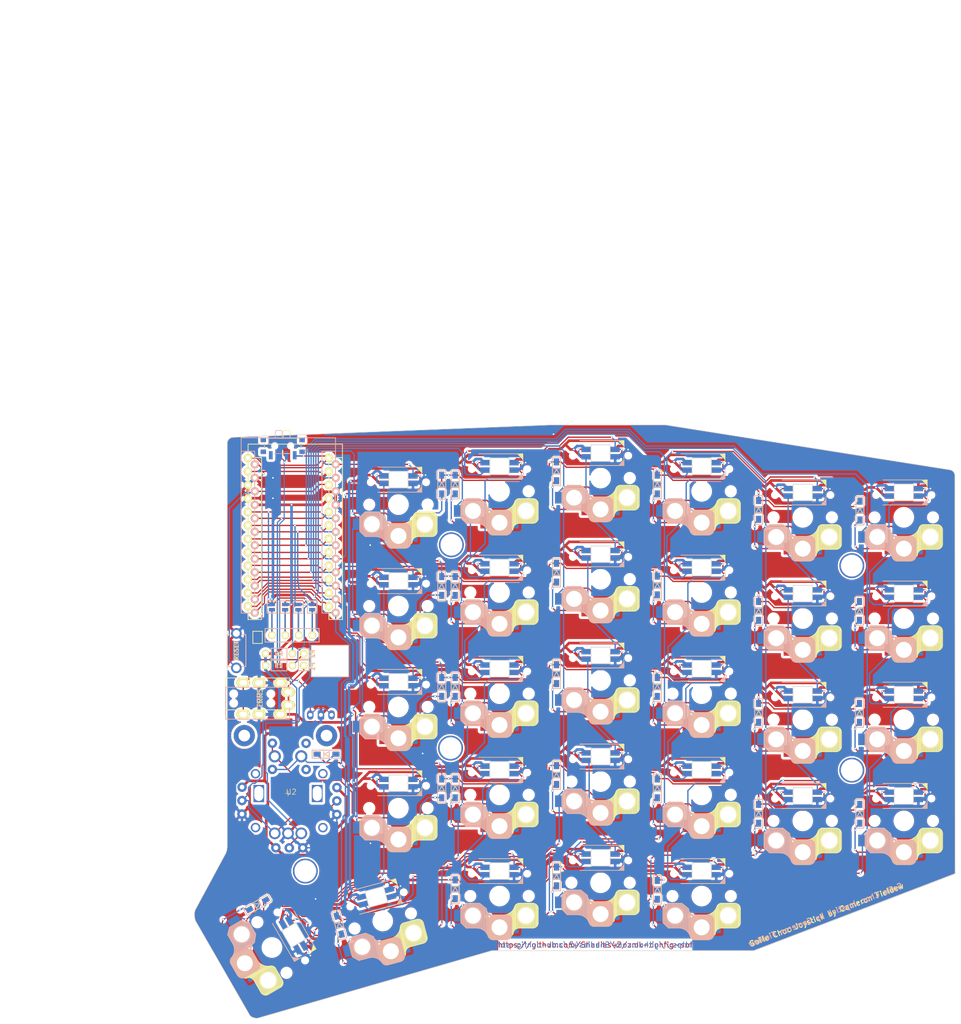
<source format=kicad_pcb>
(kicad_pcb (version 20240108) (generator "pcbnew") (generator_version "8.0")
  (layers (0 "F.Cu" signal) (31 "B.Cu" signal) (34 "B.Paste" user) (35 "F.Paste" user) (36 "B.SilkS" user "B.Silkscreen") (37 "F.SilkS" user "F.Silkscreen") (38 "B.Mask" user) (39 "F.Mask" user) (44 "Edge.Cuts" user))
  (net 0 "")
  (net 1 "Net-(D1-A)")
  (net 2 "row4")
  (net 3 "Net-(D2-A)")
  (net 4 "Net-(D3-A)")
  (net 5 "row0")
  (net 6 "Net-(D4-A)")
  (net 7 "row1")
  (net 8 "Net-(D5-A)")
  (net 9 "row2")
  (net 10 "Net-(D6-A)")
  (net 11 "row3")
  (net 12 "Net-(D7-A)")
  (net 13 "Net-(D8-A)")
  (net 14 "Net-(D9-A)")
  (net 15 "Net-(D10-A)")
  (net 16 "Net-(D11-A)")
  (net 17 "Net-(D12-A)")
  (net 18 "Net-(D13-A)")
  (net 19 "Net-(D14-A)")
  (net 20 "Net-(D15-A)")
  (net 21 "Net-(D16-A)")
  (net 22 "Net-(D17-A)")
  (net 23 "Net-(D18-A)")
  (net 24 "Net-(D19-A)")
  (net 25 "Net-(D20-A)")
  (net 26 "Net-(D21-A)")
  (net 27 "Net-(D22-A)")
  (net 28 "Net-(D23-A)")
  (net 29 "Net-(D24-A)")
  (net 30 "Net-(D26-A)")
  (net 31 "Net-(D27-A)")
  (net 32 "Net-(D28-A)")
  (net 33 "VCC")
  (net 34 "GND")
  (net 35 "col0")
  (net 36 "col1")
  (net 37 "col2")
  (net 38 "col3")
  (net 39 "col4")
  (net 40 "SDA")
  (net 41 "LED")
  (net 42 "SCL")
  (net 43 "RESET")
  (net 44 "Net-(D29-A)")
  (net 45 "Net-(D30-A)")
  (net 46 "Net-(J3-P1)")
  (net 47 "DATA")
  (net 48 "Net-(J3-P2)")
  (net 49 "Net-(J3-P3)")
  (net 50 "Net-(J3-P4)")
  (net 51 "Net-(SW1B-DOUT)")
  (net 52 "Net-(SW2B-DIN)")
  (net 53 "SW25B")
  (net 54 "SW25A")
  (net 55 "ENCB")
  (net 56 "ENCA")
  (net 57 "/i2c_c")
  (net 58 "/i2c_d")
  (net 59 "Net-(SW2B-DOUT)")
  (net 60 "Net-(SW3B-DOUT)")
  (net 61 "Net-(SW10B-DOUT)")
  (net 62 "Net-(SW4B-DOUT)")
  (net 63 "Net-(SW11B-DIN)")
  (net 64 "Net-(SW12B-DOUT)")
  (net 67 "Net-(SW13B-DIN)")
  (net 68 "Net-(SW14B-DOUT)")
  (net 69 "Net-(SW15B-DIN)")
  (net 70 "Net-(SW10B-DIN)")
  (net 71 "Net-(SW11B-DOUT)")
  (net 72 "Net-(SW12B-DIN)")
  (net 73 "Net-(SW13B-DOUT)")
  (net 74 "Net-(SW14B-DIN)")
  (net 75 "Net-(SW15B-DOUT)")
  (net 76 "Net-(SW16B-DIN)")
  (net 77 "Net-(SW17B-DOUT)")
  (net 78 "Net-(SW18B-DIN)")
  (net 79 "Net-(SW19B-DOUT)")
  (net 80 "Net-(SW20B-DIN)")
  (net 81 "Net-(SW21B-DOUT)")
  (net 82 "Net-(SW22B-DIN)")
  (net 83 "Net-(SW23B-DOUT)")
  (net 84 "Net-(SW26B-DOUT)")
  (net 85 "Net-(SW27B-DOUT)")
  (net 86 "Net-(SW29B-DOUT)")
  (net 87 "Net-(U2-SHIELD-PadS1)")
  (net 88 "raw")
  (net 89 "Battery+")
  (net 90 "Spare")
  (footprint "SofleKeyboard-footprint:RESISTOR_mini" (layer "F.Cu") (at 98.039272 80.311965)
    (property "Reference" "R1")
    (property "Value" "R" (hide yes))
  )
  (footprint "SofleKeyboard-footprint:RESISTOR_mini" (layer "F.Cu") (at 98.039272 78.061965)
    (property "Reference" "R2")
    (property "Value" "R" (hide yes))
  )
  (footprint "SofleKeyboard-footprint:MJ-4PP-9" (layer "F.Cu") (at 88 85.65 90)
    (property "Reference" "J2")
    (property "Value" "4PIN" (hide yes))
  )
  (footprint "SofleKeyboard-footprint:1pin_conn" (layer "F.Cu") (at 102.7 80.3 -90)
    (property "Reference" "P1")
    (property "Value" "i2c_pin" (hide yes))
  )
  (footprint "SofleKeyboard-footprint:1pin_conn" (layer "F.Cu") (at 102.7 78.1 -90)
    (property "Reference" "P2")
    (property "Value" "i2c_pin" (hide yes))
  )
  (footprint "SofleKeyboard-footprint:HOLE_M2_TH" (layer "F.Cu") (at 103 119 90)
    (property "Reference" "TH7" (hide yes))
    (property "Value" "HOLE" (hide yes))
  )
  (footprint "SofleKeyboard-footprint:ProMicro" (layer "F.Cu") (at 101 56)
    (property "Reference" "U1" (hide yes))
    (property "Value" "ProMicro" (hide yes))
  )
  (footprint "SofleKeyboard-footprint:Jumper" (layer "F.Cu") (at 104.3 69.3 90)
    (property "Reference" "JP1" (hide yes))
    (property "Value" "Jumper_NO_Small" (hide yes))
  )
  (footprint "SofleKeyboard-footprint:Jumper" (layer "F.Cu") (at 101.7 69.3 90)
    (property "Reference" "JP2" (hide yes))
    (property "Value" "Jumper_NO_Small" (hide yes))
  )
  (footprint "SofleKeyboard-footprint:Jumper" (layer "F.Cu") (at 99.2 69.3 90)
    (property "Reference" "JP3" (hide yes))
    (property "Value" "Jumper_NO_Small" (hide yes))
  )
  (footprint "SofleKeyboard-footprint:TACT_SWITCH_TVBP06" (layer "F.Cu") (at 90 77.5 -90)
    (property "Reference" "RSW1" (hide yes))
    (property "Value" "SW_RST" (hide yes))
  )
  (footprint "SofleKeyboard-footprint:jumper_data" (layer "F.Cu") (at 94 75 -90)
    (property "Reference" "W1" (hide yes))
    (property "Value" "jumper" (hide yes))
  )
  (footprint "Diode_SMD:crkbd-diode" (layer "F.Cu") (at 128.705 46.227 -90)
    (property "Reference" "D1" (hide yes))
    (property "Value" "D" (hide yes))
  )
  (footprint "Diode_SMD:crkbd-diode" (layer "F.Cu") (at 131.245 46.23 -90)
    (property "Reference" "D2" (hide yes))
    (property "Value" "D" (hide yes))
  )
  (footprint "Diode_SMD:crkbd-diode" (layer "F.Cu") (at 150.345 43.73 -90)
    (property "Reference" "D3" (hide yes))
    (property "Value" "D" (hide yes))
  )
  (footprint "Diode_SMD:crkbd-diode" (layer "F.Cu") (at 169.345 46.23 -90)
    (property "Reference" "D4" (hide yes))
    (property "Value" "D" (hide yes))
  )
  (footprint "Diode_SMD:crkbd-diode" (layer "F.Cu") (at 188.445 51 -90)
    (property "Reference" "D5" (hide yes))
    (property "Value" "D" (hide yes))
  )
  (footprint "Diode_SMD:crkbd-diode" (layer "F.Cu") (at 207.545 51.13 -90)
    (property "Reference" "D6" (hide yes))
    (property "Value" "D" (hide yes))
  )
  (footprint "Diode_SMD:crkbd-diode" (layer "F.Cu") (at 128.705 84.33 -90)
    (property "Reference" "D13" (hide yes))
    (property "Value" "D" (hide yes))
  )
  (footprint "Diode_SMD:crkbd-diode" (layer "F.Cu") (at 128.705 103.43 -90)
    (property "Reference" "D19" (hide yes))
    (property "Value" "D" (hide yes))
  )
  (footprint "Diode_SMD:crkbd-diode" (layer "F.Cu") (at 107 97)
    (property "Reference" "D25" (hide yes))
    (property "Value" "D" (hide yes))
  )
  (footprint "Diode_SMD:crkbd-diode" (layer "F.Cu") (at 94.007 125.351 -150)
    (property "Reference" "D26" (hide yes))
    (property "Value" "D" (hide yes))
  )
  (footprint "SofleChoc:Choc_Hotswap_SK6812MiniE" (layer "F.Cu") (at 120.55 50 180)
    (property "Reference" "SW1" (hide yes))
    (property "Value" "SW_PUSH_LED" (hide yes))
    (fp_line (start 1.8 6.249) (end 1.8 3.149) (stroke (width 0.12)) (layer "Edge.Cuts"))
    (fp_line (start 1.8 3.149) (end -1.8 3.149) (stroke (width 0.12)) (layer "Edge.Cuts"))
    (fp_line (start -1.8 6.249) (end 1.8 6.249) (stroke (width 0.12)) (layer "Edge.Cuts"))
    (fp_line (start -1.8 3.149) (end -1.8 6.249) (stroke (width 0.12)) (layer "Edge.Cuts"))
  )
  (footprint "SofleChoc:Choc_Hotswap_SK6812MiniE" (layer "F.Cu") (at 158.65 45 180)
    (property "Reference" "SW3" (hide yes))
    (property "Value" "SW_PUSH_LED" (hide yes))
    (fp_line (start 1.8 6.249) (end 1.8 3.149) (stroke (width 0.12)) (layer "Edge.Cuts"))
    (fp_line (start 1.8 3.149) (end -1.8 3.149) (stroke (width 0.12)) (layer "Edge.Cuts"))
    (fp_line (start -1.8 6.249) (end 1.8 6.249) (stroke (width 0.12)) (layer "Edge.Cuts"))
    (fp_line (start -1.8 3.149) (end -1.8 6.249) (stroke (width 0.12)) (layer "Edge.Cuts"))
  )
  (footprint "SofleChoc:Choc_Hotswap_SK6812MiniE" (layer "F.Cu") (at 120.55 88.1 180)
    (property "Reference" "SW13" (hide yes))
    (property "Value" "SW_PUSH_LED" (hide yes))
    (fp_line (start 1.8 6.249) (end 1.8 3.149) (stroke (width 0.12)) (layer "Edge.Cuts"))
    (fp_line (start 1.8 3.149) (end -1.8 3.149) (stroke (width 0.12)) (layer "Edge.Cuts"))
    (fp_line (start -1.8 6.249) (end 1.8 6.249) (stroke (width 0.12)) (layer "Edge.Cuts"))
    (fp_line (start -1.8 3.149) (end -1.8 6.249) (stroke (width 0.12)) (layer "Edge.Cuts"))
  )
  (footprint "SofleChoc:Choc_Hotswap_SK6812MiniE" (layer "F.Cu") (at 139.6 85.6 180)
    (property "Reference" "SW14" (hide yes))
    (property "Value" "SW_PUSH_LED" (hide yes))
    (fp_line (start 1.8 6.249) (end 1.8 3.149) (stroke (width 0.12)) (layer "Edge.Cuts"))
    (fp_line (start 1.8 3.149) (end -1.8 3.149) (stroke (width 0.12)) (layer "Edge.Cuts"))
    (fp_line (start -1.8 6.249) (end 1.8 6.249) (stroke (width 0.12)) (layer "Edge.Cuts"))
    (fp_line (start -1.8 3.149) (end -1.8 6.249) (stroke (width 0.12)) (layer "Edge.Cuts"))
  )
  (footprint "SofleChoc:Choc_Hotswap_SK6812MiniE" (layer "F.Cu") (at 120.55 107.15 180)
    (property "Reference" "SW19" (hide yes))
    (property "Value" "SW_PUSH_LED" (hide yes))
    (fp_line (start 1.8 6.249) (end 1.8 3.149) (stroke (width 0.12)) (layer "Edge.Cuts"))
    (fp_line (start 1.8 3.149) (end -1.8 3.149) (stroke (width 0.12)) (layer "Edge.Cuts"))
    (fp_line (start -1.8 6.249) (end 1.8 6.249) (stroke (width 0.12)) (layer "Edge.Cuts"))
    (fp_line (start -1.8 3.149) (end -1.8 6.249) (stroke (width 0.12)) (layer "Edge.Cuts"))
  )
  (footprint "SofleChoc:Choc_Hotswap_SK6812MiniE" (layer "F.Cu") (at 158.65 102.15 180)
    (property "Reference" "SW21" (hide yes))
    (property "Value" "SW_PUSH_LED" (hide yes))
    (fp_line (start 1.8 6.249) (end 1.8 3.149) (stroke (width 0.12)) (layer "Edge.Cuts"))
    (fp_line (start 1.8 3.149) (end -1.8 3.149) (stroke (width 0.12)) (layer "Edge.Cuts"))
    (fp_line (start -1.8 6.249) (end 1.8 6.249) (stroke (width 0.12)) (layer "Edge.Cuts"))
    (fp_line (start -1.8 3.149) (end -1.8 6.249) (stroke (width 0.12)) (layer "Edge.Cuts"))
  )
  (footprint "SofleChoc:Choc_Hotswap_SK6812MiniE" (layer "F.Cu") (at 196.75 109.55 180)
    (property "Reference" "SW23" (hide yes))
    (property "Value" "SW_PUSH_LED" (hide yes))
    (fp_line (start 1.8 6.249) (end 1.8 3.149) (stroke (width 0.12)) (layer "Edge.Cuts"))
    (fp_line (start 1.8 3.149) (end -1.8 3.149) (stroke (width 0.12)) (layer "Edge.Cuts"))
    (fp_line (start -1.8 6.249) (end 1.8 6.249) (stroke (width 0.12)) (layer "Edge.Cuts"))
    (fp_line (start -1.8 3.149) (end -1.8 6.249) (stroke (width 0.12)) (layer "Edge.Cuts"))
  )
  (footprint "SofleChoc:Choc_Hotswap_SK6812MiniE" (layer "F.Cu") (at 96.71 133.4 120)
    (property "Reference" "SW26" (hide yes))
    (property "Value" "SW_PUSH_LED" (hide yes))
    (fp_line (start 1.8 3.149) (end -1.8 3.149) (stroke (width 0.12)) (layer "Edge.Cuts"))
    (fp_line (start -1.8 3.149) (end -1.8 6.249) (stroke (width 0.12)) (layer "Edge.Cuts"))
    (fp_line (start 1.8 6.249) (end 1.8 3.149) (stroke (width 0.12)) (layer "Edge.Cuts"))
    (fp_line (start -1.8 6.249) (end 1.8 6.249) (stroke (width 0.12)) (layer "Edge.Cuts"))
  )
  (footprint "SofleKeyboard-footprint:M2_HOLE_PCB" (layer "F.Cu") (at 91.5 93.5)
    (property "Reference" "TH1" (hide yes))
    (property "Value" "HOLE")
  )
  (footprint "SofleKeyboard-footprint:Jumper" (layer "F.Cu") (at 96.7 69.3 90)
    (property "Reference" "JP4" (hide yes))
    (property "Value" "Jumper_NO_Small" (hide yes))
  )
  (footprint "SofleKeyboard-footprint:OLED_4Pin" (layer "F.Cu") (at 96.7 74.6)
    (property "Reference" "J3" (hide yes))
    (property "Value" "OLED" (hide yes))
  )
  (footprint "SofleKeyboard-footprint:M2_HOLE_PCB" (layer "F.Cu") (at 107 93.5)
    (property "Reference" "TH2" (hide yes))
    (property "Value" "HOLE")
  )
  (footprint "SofleChoc:Choc_Hotswap_SK6812MiniE" (layer "F.Cu") (at 117.6 128.4 -165)
    (property "Reference" "SW27" (hide yes))
    (property "Value" "SW_PUSH_LED" (hide yes))
    (fp_line (start 1.8 6.249) (end 1.8 3.149) (stroke (width 0.12)) (layer "Edge.Cuts"))
    (fp_line (start 1.8 3.149) (end -1.8 3.149) (stroke (width 0.12)) (layer "Edge.Cuts"))
    (fp_line (start -1.8 6.249) (end 1.8 6.249) (stroke (width 0.12)) (layer "Edge.Cuts"))
    (fp_line (start -1.8 3.149) (end -1.8 6.249) (stroke (width 0.12)) (layer "Edge.Cuts"))
  )
  (footprint "SofleChoc:Choc_Hotswap_SK6812MiniE" (layer "F.Cu") (at 215.8 71.45 180)
    (property "Reference" "SW12" (hide yes))
    (property "Value" "SW_PUSH_LED" (hide yes))
    (fp_line (start 1.8 6.249) (end 1.8 3.149) (stroke (width 0.12)) (layer "Edge.Cuts"))
    (fp_line (start 1.8 3.149) (end -1.8 3.149) (stroke (width 0.12)) (layer "Edge.Cuts"))
    (fp_line (start -1.8 6.249) (end 1.8 6.249) (stroke (width 0.12)) (layer "Edge.Cuts"))
    (fp_line (start -1.8 3.149) (end -1.8 6.249) (stroke (width 0.12)) (layer "Edge.Cuts"))
  )
  (footprint "SofleChoc:Choc_Hotswap_SK6812MiniE" (layer "F.Cu") (at 215.8 90.5 180)
    (property "Reference" "SW18" (hide yes))
    (property "Value" "SW_PUSH_LED" (hide yes))
    (fp_line (start 1.8 6.249) (end 1.8 3.149) (stroke (width 0.12)) (layer "Edge.Cuts"))
    (fp_line (start 1.8 3.149) (end -1.8 3.149) (stroke (width 0.12)) (layer "Edge.Cuts"))
    (fp_line (start -1.8 6.249) (end 1.8 6.249) (stroke (width 0.12)) (layer "Edge.Cuts"))
    (fp_line (start -1.8 3.149) (end -1.8 6.249) (stroke (width 0.12)) (layer "Edge.Cuts"))
  )
  (footprint "SofleChoc:Choc_Hotswap_SK6812MiniE" (layer "F.Cu") (at 215.8 109.55 180)
    (property "Reference" "SW24" (hide yes))
    (property "Value" "SW_PUSH_LED" (hide yes))
    (fp_line (start 1.8 6.249) (end 1.8 3.149) (stroke (width 0.12)) (layer "Edge.Cuts"))
    (fp_line (start 1.8 3.149) (end -1.8 3.149) (stroke (width 0.12)) (layer "Edge.Cuts"))
    (fp_line (start -1.8 6.249) (end 1.8 6.249) (stroke (width 0.12)) (layer "Edge.Cuts"))
    (fp_line (start -1.8 3.149) (end -1.8 6.249) (stroke (width 0.12)) (layer "Edge.Cuts"))
  )
  (footprint "SofleChoc:Choc_Hotswap_SK6812MiniE" (layer "F.Cu") (at 177.7 47.5 180)
    (property "Reference" "SW4" (hide yes))
    (property "Value" "SW_PUSH_LED" (hide yes))
    (fp_line (start 1.8 6.249) (end 1.8 3.149) (stroke (width 0.12)) (layer "Edge.Cuts"))
    (fp_line (start 1.8 3.149) (end -1.8 3.149) (stroke (width 0.12)) (layer "Edge.Cuts"))
    (fp_line (start -1.8 6.249) (end 1.8 6.249) (stroke (width 0.12)) (layer "Edge.Cuts"))
    (fp_line (start -1.8 3.149) (end -1.8 6.249) (stroke (width 0.12)) (layer "Edge.Cuts"))
  )
  (footprint "SofleKeyboard-footprint:HOLE_M2_TH" (layer "F.Cu") (at 206.225 61.775)
    (property "Reference" "TH4" (hide yes))
    (property "Value" "HOLE" (hide yes))
  )
  (footprint "Diode_SMD:crkbd-diode" (layer "F.Cu") (at 128.705 65.33 -90)
    (property "Reference" "D7" (hide yes))
    (property "Value" "D" (hide yes))
  )
  (footprint "Diode_SMD:crkbd-diode" (layer "F.Cu") (at 131.245 65.33 -90)
    (property "Reference" "D8" (hide yes))
    (property "Value" "D" (hide yes))
  )
  (footprint "Diode_SMD:crkbd-diode" (layer "F.Cu") (at 150.345 62.82 -90)
    (property "Reference" "D9" (hide yes))
    (property "Value" "D" (hide yes))
  )
  (footprint "Diode_SMD:crkbd-diode" (layer "F.Cu") (at 169.345 65.23 -90)
    (property "Reference" "D10" (hide yes))
    (property "Value" "D" (hide yes))
  )
  (footprint "Diode_SMD:crkbd-diode" (layer "F.Cu") (at 188.445 70.03 -90)
    (property "Reference" "D11" (hide yes))
    (property "Value" "D" (hide yes))
  )
  (footprint "Diode_SMD:crkbd-diode" (layer "F.Cu") (at 207.445 70.03 -90)
    (property "Reference" "D12" (hide yes))
    (property "Value" "D" (hide yes))
  )
  (footprint "SofleChoc:Choc_Hotswap_SK6812MiniE" (layer "F.Cu") (at 196.75 52.4 180)
    (property "Reference" "SW5" (hide yes))
    (property "Value" "SW_PUSH_LED" (hide yes))
    (fp_line (start 1.8 6.249) (end 1.8 3.149) (stroke (width 0.12)) (layer "Edge.Cuts"))
    (fp_line (start 1.8 3.149) (end -1.8 3.149) (stroke (width 0.12)) (layer "Edge.Cuts"))
    (fp_line (start -1.8 6.249) (end 1.8 6.249) (stroke (width 0.12)) (layer "Edge.Cuts"))
    (fp_line (start -1.8 3.149) (end -1.8 6.249) (stroke (width 0.12)) (layer "Edge.Cuts"))
  )
  (footprint "SofleChoc:Choc_Hotswap_SK6812MiniE" (layer "F.Cu") (at 139.6 66.55 180)
    (property "Reference" "SW8" (hide yes))
    (property "Value" "SW_PUSH_LED" (hide yes))
    (fp_line (start 1.8 6.249) (end 1.8 3.149) (stroke (width 0.12)) (layer "Edge.Cuts"))
    (fp_line (start 1.8 3.149) (end -1.8 3.149) (stroke (width 0.12)) (layer "Edge.Cuts"))
    (fp_line (start -1.8 6.249) (end 1.8 6.249) (stroke (width 0.12)) (layer "Edge.Cuts"))
    (fp_line (start -1.8 3.149) (end -1.8 6.249) (stroke (width 0.12)) (layer "Edge.Cuts"))
  )
  (footprint "SofleChoc:Choc_Hotswap_SK6812MiniE" (layer "F.Cu") (at 177.7 66.55 180)
    (property "Reference" "SW10" (hide yes))
    (property "Value" "SW_PUSH_LED" (hide yes))
    (fp_line (start 1.8 6.249) (end 1.8 3.149) (stroke (width 0.12)) (layer "Edge.Cuts"))
    (fp_line (start 1.8 3.149) (end -1.8 3.149) (stroke (width 0.12)) (layer "Edge.Cuts"))
    (fp_line (start -1.8 6.249) (end 1.8 6.249) (stroke (width 0.12)) (layer "Edge.Cuts"))
    (fp_line (start -1.8 3.149) (end -1.8 6.249) (stroke (width 0.12)) (layer "Edge.Cuts"))
  )
  (footprint "SofleChoc:Choc_Hotswap_SK6812MiniE" (layer "F.Cu") (at 158.65 64.05 180)
    (property "Reference" "SW9" (hide yes))
    (property "Value" "SW_PUSH_LED" (hide yes))
    (fp_line (start 1.8 6.249) (end 1.8 3.149) (stroke (width 0.12)) (layer "Edge.Cuts"))
    (fp_line (start 1.8 3.149) (end -1.8 3.149) (stroke (width 0.12)) (layer "Edge.Cuts"))
    (fp_line (start -1.8 6.249) (end 1.8 6.249) (stroke (width 0.12)) (layer "Edge.Cuts"))
    (fp_line (start -1.8 3.149) (end -1.8 6.249) (stroke (width 0.12)) (layer "Edge.Cuts"))
  )
  (footprint "SofleChoc:Choc_Hotswap_SK6812MiniE" (layer "F.Cu") (at 177.7 85.6 180)
    (property "Reference" "SW16" (hide yes))
    (property "Value" "SW_PUSH_LED" (hide yes))
    (fp_line (start 1.8 6.249) (end 1.8 3.149) (stroke (width 0.12)) (layer "Edge.Cuts"))
    (fp_line (start 1.8 3.149) (end -1.8 3.149) (stroke (width 0.12)) (layer "Edge.Cuts"))
    (fp_line (start -1.8 6.249) (end 1.8 6.249) (stroke (width 0.12)) (layer "Edge.Cuts"))
    (fp_line (start -1.8 3.149) (end -1.8 6.249) (stroke (width 0.12)) (layer "Edge.Cuts"))
  )
  (footprint "SofleChoc:Choc_Hotswap_SK6812MiniE" (layer "F.Cu") (at 215.8 52.4 180)
    (property "Reference" "SW6" (hide yes))
    (property "Value" "SW_PUSH_LED" (hide yes))
    (fp_line (start 1.8 6.249) (end 1.8 3.149) (stroke (width 0.12)) (layer "Edge.Cuts"))
    (fp_line (start 1.8 3.149) (end -1.8 3.149) (stroke (width 0.12)) (layer "Edge.Cuts"))
    (fp_line (start -1.8 6.249) (end 1.8 6.249) (stroke (width 0.12)) (layer "Edge.Cuts"))
    (fp_line (start -1.8 3.149) (end -1.8 6.249) (stroke (width 0.12)) (layer "Edge.Cuts"))
  )
  (footprint "SofleChoc:Choc_Hotswap_SK6812MiniE" (layer "F.Cu") (at 120.55 69.1 180)
    (property "Reference" "SW7" (hide yes))
    (property "Value" "SW_PUSH_LED" (hide yes))
    (fp_line (start 1.8 6.249) (end 1.8 3.149) (stroke (width 0.12)) (layer "Edge.Cuts"))
    (fp_line (start 1.8 3.149) (end -1.8 3.149) (stroke (width 0.12)) (layer "Edge.Cuts"))
    (fp_line (start -1.8 6.249) (end 1.8 6.249) (stroke (width 0.12)) (layer "Edge.Cuts"))
    (fp_line (start -1.8 3.149) (end -1.8 6.249) (stroke (width 0.12)) (layer "Edge.Cuts"))
  )
  (footprint "SofleChoc:Choc_Hotswap_SK6812MiniE" (layer "F.Cu") (at 177.7 123.7 180)
    (property "Reference" "SW30" (hide yes))
    (property "Value" "SW_PUSH_LED" (hide yes))
    (fp_line (start 1.8 6.249) (end 1.8 3.149) (stroke (width 0.12)) (layer "Edge.Cuts"))
    (fp_line (start 1.8 3.149) (end -1.8 3.149) (stroke (width 0.12)) (layer "Edge.Cuts"))
    (fp_line (start -1.8 6.249) (end 1.8 6.249) (stroke (width 0.12)) (layer "Edge.Cuts"))
    (fp_line (start -1.8 3.149) (end -1.8 6.249) (stroke (width 0.12)) (layer "Edge.Cuts"))
  )
  (footprint "SofleChoc:Choc_Hotswap_SK6812MiniE" (layer "F.Cu") (at 196.75 71.45 180)
    (property "Reference" "SW11" (hide yes))
    (property "Value" "SW_PUSH_LED" (hide yes))
    (fp_line (start 1.8 6.249) (end 1.8 3.149) (stroke (width 0.12)) (layer "Edge.Cuts"))
    (fp_line (start 1.8 3.149) (end -1.8 3.149) (stroke (width 0.12)) (layer "Edge.Cuts"))
    (fp_line (start -1.8 6.249) (end 1.8 6.249) (stroke (width 0.12)) (layer "Edge.Cuts"))
    (fp_line (start -1.8 3.149) (end -1.8 6.249) (stroke (width 0.12)) (layer "Edge.Cuts"))
  )
  (footprint "SofleChoc:Choc_Hotswap_SK6812MiniE" (layer "F.Cu") (at 177.7 104.65 180)
    (property "Reference" "SW22" (hide yes))
    (property "Value" "SW_PUSH_LED" (hide yes))
    (fp_line (start 1.8 6.249) (end 1.8 3.149) (stroke (width 0.12)) (layer "Edge.Cuts"))
    (fp_line (start 1.8 3.149) (end -1.8 3.149) (stroke (width 0.12)) (layer "Edge.Cuts"))
    (fp_line (start -1.8 6.249) (end 1.8 6.249) (stroke (width 0.12)) (layer "Edge.Cuts"))
    (fp_line (start -1.8 3.149) (end -1.8 6.249) (stroke (width 0.12)) (layer "Edge.Cuts"))
  )
  (footprint "SofleChoc:Choc_Hotswap_SK6812MiniE" (layer "F.Cu") (at 196.75 90.5 180)
    (property "Reference" "SW17" (hide yes))
    (property "Value" "SW_PUSH_LED" (hide yes))
    (fp_line (start 1.8 6.249) (end 1.8 3.149) (stroke (width 0.12)) (layer "Edge.Cuts"))
    (fp_line (start 1.8 3.149) (end -1.8 3.149) (stroke (width 0.12)) (layer "Edge.Cuts"))
    (fp_line (start -1.8 6.249) (end 1.8 6.249) (stroke (width 0.12)) (layer "Edge.Cuts"))
    (fp_line (start -1.8 3.149) (end -1.8 6.249) (stroke (width 0.12)) (layer "Edge.Cuts"))
  )
  (footprint "SofleChoc:Choc_Hotswap_SK6812MiniE" (layer "F.Cu") (at 158.65 121.2 180)
    (property "Reference" "SW29" (hide yes))
    (property "Value" "SW_PUSH_LED" (hide yes))
    (fp_line (start 1.8 6.249) (end 1.8 3.149) (stroke (width 0.12)) (layer "Edge.Cuts"))
    (fp_line (start 1.8 3.149) (end -1.8 3.149) (stroke (width 0.12)) (layer "Edge.Cuts"))
    (fp_line (start -1.8 6.249) (end 1.8 6.249) (stroke (width 0.12)) (layer "Edge.Cuts"))
    (fp_line (start -1.8 3.149) (end -1.8 6.249) (stroke (width 0.12)) (layer "Edge.Cuts"))
  )
  (footprint "SofleChoc:Choc_Hotswap_SK6812MiniE" (layer "F.Cu") (at 158.65 83.1 180)
    (property "Reference" "SW15" (hide yes))
    (property "Value" "SW_PUSH_LED" (hide yes))
    (fp_line (start 1.8 6.249) (end 1.8 3.149) (stroke (width 0.12)) (layer "Edge.Cuts"))
    (fp_line (start 1.8 3.149) (end -1.8 3.149) (stroke (width 0.12)) (layer "Edge.Cuts"))
    (fp_line (start -1.8 6.249) (end 1.8 6.249) (stroke (width 0.12)) (layer "Edge.Cuts"))
    (fp_line (start -1.8 3.149) (end -1.8 6.249) (stroke (width 0.12)) (layer "Edge.Cuts"))
  )
  (footprint "SofleChoc:Choc_Hotswap_SK6812MiniE" (layer "F.Cu") (at 139.6 47.5 180)
    (property "Reference" "SW2" (hide yes))
    (property "Value" "SW_PUSH_LED" (hide yes))
    (fp_line (start 1.8 6.249) (end 1.8 3.149) (stroke (width 0.12)) (layer "Edge.Cuts"))
    (fp_line (start 1.8 3.149) (end -1.8 3.149) (stroke (width 0.12)) (layer "Edge.Cuts"))
    (fp_line (start -1.8 6.249) (end 1.8 6.249) (stroke (width 0.12)) (layer "Edge.Cuts"))
    (fp_line (start -1.8 3.149) (end -1.8 6.249) (stroke (width 0.12)) (layer "Edge.Cuts"))
  )
  (footprint "Diode_SMD:crkbd-diode" (layer "F.Cu") (at 109.374 129.161 -75)
    (property "Reference" "D27" (hide yes))
    (property "Value" "D" (hide yes))
  )
  (footprint "SofleChoc:Choc_Hotswap_SK6812MiniE" (layer "F.Cu") (at 139.6 104.65 180)
    (property "Reference" "SW20" (hide yes))
    (property "Value" "SW_PUSH_LED" (hide yes))
    (fp_line (start 1.8 6.249) (end 1.8 3.149) (stroke (width 0.12)) (layer "Edge.Cuts"))
    (fp_line (start 1.8 3.149) (end -1.8 3.149) (stroke (width 0.12)) (layer "Edge.Cuts"))
    (fp_line (start -1.8 6.249) (end 1.8 6.249) (stroke (width 0.12)) (layer "Edge.Cuts"))
    (fp_line (start -1.8 3.149) (end -1.8 6.249) (stroke (width 0.12)) (layer "Edge.Cuts"))
  )
  (footprint "SofleKeyboard-footprint:HOLE_M2_TH" (layer "F.Cu") (at 206.175 100.025)
    (property "Reference" "TH6" (hide yes))
    (property "Value" "HOLE" (hide yes))
  )
  (footprint "Diode_SMD:crkbd-diode" (layer "F.Cu") (at 150.345 81.92 -90)
    (property "Reference" "D15" (hide yes))
    (property "Value" "D" (hide yes))
  )
  (footprint "Diode_SMD:crkbd-diode" (layer "F.Cu") (at 169.345 84.33 -90)
    (property "Reference" "D16" (hide yes))
    (property "Value" "D" (hide yes))
  )
  (footprint "Diode_SMD:crkbd-diode" (layer "F.Cu") (at 188.445 89.23 -90)
    (property "Reference" "D17" (hide yes))
    (property "Value" "D" (hide yes))
  )
  (footprint "Diode_SMD:crkbd-diode" (layer "F.Cu") (at 207.445 89.23 -90)
    (property "Reference" "D18" (hide yes))
    (property "Value" "D" (hide yes))
  )
  (footprint "Diode_SMD:crkbd-diode" (layer "F.Cu") (at 131.245 122.43 -90)
    (property "Reference" "D28" (hide yes))
    (property "Value" "D" (hide yes))
  )
  (footprint "Diode_SMD:crkbd-diode" (layer "F.Cu") (at 150.345 120.02 -90)
    (property "Reference" "D29" (hide yes))
    (property "Value" "D" (hide yes))
  )
  (footprint "Diode_SMD:crkbd-diode" (layer "F.Cu") (at 207.495 108.23 -90)
    (property "Reference" "D24" (hide yes))
    (property "Value" "D" (hide yes))
  )
  (footprint "Diode_SMD:crkbd-diode" (layer "F.Cu") (at 131.245 103.43 -90)
    (property "Reference" "D20" (hide yes))
    (property "Value" "D" (hide yes))
  )
  (footprint "Diode_SMD:crkbd-diode" (layer "F.Cu") (at 150.345 100.92 -90)
    (property "Reference" "D21" (hide yes))
    (property "Value" "D" (hide yes))
  )
  (footprint "Diode_SMD:crkbd-diode" (layer "F.Cu") (at 169.345 103.43 -90)
    (property "Reference" "D22" (hide yes))
    (property "Value" "D" (hide yes))
  )
  (footprint "Diode_SMD:crkbd-diode" (layer "F.Cu") (at 188.445 108.23 -90)
    (property "Reference" "D23" (hide yes))
    (property "Value" "D" (hide yes))
  )
  (footprint "Diode_SMD:crkbd-diode" (layer "F.Cu") (at 131.245 84.33 -90)
    (property "Reference" "D14" (hide yes))
    (property "Value" "D" (hide yes))
  )
  (footprint "Diode_SMD:crkbd-diode" (layer "F.Cu") (at 169.345 122.53 -90)
    (property "Reference" "D30" (hide yes))
    (property "Value" "D" (hide yes))
  )
  (footprint "SofleChoc:Choc_Hotswap_SK6812MiniE" (layer "F.Cu") (at 139.6 123.7 180)
    (property "Reference" "SW28" (hide yes))
    (property "Value" "SW_PUSH_LED" (hide yes))
    (fp_line (start 1.8 6.249) (end 1.8 3.149) (stroke (width 0.12)) (layer "Edge.Cuts"))
    (fp_line (start 1.8 3.149) (end -1.8 3.149) (stroke (width 0.12)) (layer "Edge.Cuts"))
    (fp_line (start -1.8 6.249) (end 1.8 6.249) (stroke (width 0.12)) (layer "Edge.Cuts"))
    (fp_line (start -1.8 3.149) (end -1.8 6.249) (stroke (width 0.12)) (layer "Edge.Cuts"))
  )
  (footprint "SofleKeyboard-footprint:HOLE_M2_TH" (layer "F.Cu") (at 130.50212 57.64864)
    (property "Reference" "TH3" (hide yes))
    (property "Value" "HOLE" (hide yes))
  )
  (footprint "SofleKeyboard-footprint:HOLE_M2_TH" (layer "F.Cu") (at 130.40012 95.92764)
    (property "Reference" "TH5" (hide yes))
    (property "Value" "HOLE" (hide yes))
  )
  (footprint "Button_Switch_SMD:SW_SPDT_PCM12" (layer "F.Cu") (at 98.73912 39.27764 180)
    (property "Reference" "SW_BATT+1" (hide yes))
    (property "Value" "SW_SPST")
  )
  (footprint "SofleKeyboard-footprint:RotaryEncoder_Alps_EC11E-Switch_Vertical_H20mm-keebio_modified" (layer "F.Cu") (at 99.73912 104.40264 90)
    (property "Reference" "SW31" (hide yes))
    (property "Value" "Rotary_Encoder_Switch")
  )
  (footprint "Library:Joystick" (layer "F.Cu") (at 100.33912 104.60264)
    (property "Reference" "U2")
    (property "Value" "~")
  )
  (footprint "SofleChoc:JST_PH_S2B-PH-K_1x02_P2.00mm_DoubleSided" (layer "F.Cu") (at 105.93912 89.70264 180)
    (property "Reference" "JST_BATT2" (hide yes))
    (property "Value" "Conn_01x02" (hide yes))
  )
  (footprint "SofleKeyboard-footprint:Jumper" (layer "B.Cu") (at 101.7 69.3 90)
    (property "Reference" "JP6" (hide yes))
    (property "Value" "Jumper_NO_Small" (hide yes))
  )
  (footprint "SofleKeyboard-footprint:Jumper" (layer "B.Cu") (at 99.2 69.3 90)
    (property "Reference" "JP7" (hide yes))
    (property "Value" "Jumper_NO_Small" (hide yes))
  )
  (footprint "SofleKeyboard-footprint:Jumper" (layer "B.Cu") (at 96.7 69.3 90)
    (property "Reference" "JP8" (hide yes))
    (property "Value" "Jumper_NO_Small" (hide yes))
  )
  (footprint "SofleKeyboard-footprint:Jumper" (layer "B.Cu") (at 104.3 69.3 90)
    (property "Reference" "JP5" (hide yes))
    (property "Value" "Jumper_NO_Small" (hide yes))
  )
  (footprint "Button_Switch_SMD:SW_SPDT_PCM12" (layer "B.Cu") (at 98.73912 39.27764)
    (property "Reference" "SW_BATT+2" (hide yes))
    (property "Value" "SW_SPST")
  )
  (gr_line (start 225.283881 43.997807) (end 225.370281 44.178672) (stroke (width 0.1)) (layer "Edge.Cuts"))
  (gr_line (start 92.55 146.2) (end 82.3 128.4) (stroke (width 0.1)) (layer "Edge.Cuts"))
  (gr_line (start 170.95 35) (end 224.475441 43.445146) (stroke (width 0.1)) (layer "Edge.Cuts"))
  (gr_line (start 88.297257 38.245261) (end 88.364377 38.029014) (stroke (width 0.1)) (layer "Edge.Cuts"))
  (gr_line (start 88.611259 37.662831) (end 88.781752 37.52216) (stroke (width 0.1)) (layer "Edge.Cuts"))
  (gr_line (start 225.424381 44.374571) (end 225.443181 44.581902) (stroke (width 0.1)) (layer "Edge.Cuts"))
  (gr_line (start 88.781752 37.52216) (end 88.977436 37.415945) (stroke (width 0.1)) (layer "Edge.Cuts"))
  (gr_line (start 225.370281 44.178672) (end 225.424381 44.374571) (stroke (width 0.1)) (layer "Edge.Cuts"))
  (gr_line (start 82.2 126.4) (end 88 115.65) (stroke (width 0.1)) (layer "Edge.Cuts"))
  (gr_line (start 88.364377 38.029014) (end 88.47059 37.833327) (stroke (width 0.1)) (layer "Edge.Cuts"))
  (gr_line (start 88.273857 38.477435) (end 88.297257 38.245261) (stroke (width 0.1)) (layer "Edge.Cuts"))
  (gr_line (start 224.677111 43.496776) (end 224.861871 43.581466) (stroke (width 0.1)) (layer "Edge.Cuts"))
  (gr_line (start 224.475441 43.445146) (end 224.677111 43.496776) (stroke (width 0.1)) (layer "Edge.Cuts"))
  (gr_line (start 88.47059 37.833327) (end 88.611259 37.662831) (stroke (width 0.1)) (layer "Edge.Cuts"))
  (gr_line (start 92.55 146.2) (end 92.9 146.5) (stroke (width 0.1)) (layer "Edge.Cuts"))
  (gr_line (start 138.154128 134) (end 187.5 134) (stroke (width 0.1)) (layer "Edge.Cuts"))
  (gr_line (start 149 35) (end 89.425853 37.325405) (stroke (width 0.1)) (layer "Edge.Cuts"))
  (gr_line (start 88.275257 114.4) (end 88.2 115.05) (stroke (width 0.1)) (layer "Edge.Cuts"))
  (gr_line (start 82.3 128.4) (end 82.15 127.9) (stroke (width 0.1)) (layer "Edge.Cuts"))
  (gr_line (start 82.1 126.9) (end 82.2 126.4) (stroke (width 0.1)) (layer "Edge.Cuts"))
  (gr_line (start 82.1 127.3) (end 82.1 126.9) (stroke (width 0.1)) (layer "Edge.Cuts"))
  (gr_line (start 88.2 115.05) (end 88 115.65) (stroke (width 0.1)) (layer "Edge.Cuts"))
  (gr_line (start 93.35 146.65) (end 93.9 146.75) (stroke (width 0.1)) (layer "Edge.Cuts"))
  (gr_line (start 82.15 127.9) (end 82.1 127.3) (stroke (width 0.1)) (layer "Edge.Cuts"))
  (gr_line (start 92.9 146.5) (end 93.35 146.65) (stroke (width 0.1)) (layer "Edge.Cuts"))
  (gr_line (start 225.470181 119.5) (end 187.5 134) (stroke (width 0.15)) (layer "Edge.Cuts"))
  (gr_line (start 88.275257 114.4) (end 88.273857 38.477435) (stroke (width 0.1)) (layer "Edge.Cuts"))
  (gr_line (start 225.168321 43.835582) (end 225.283881 43.997807) (stroke (width 0.1)) (layer "Edge.Cuts"))
  (gr_line (start 224.861871 43.581466) (end 225.026621 43.6956) (stroke (width 0.1)) (layer "Edge.Cuts"))
  (gr_line (start 149 35) (end 170.95 35) (stroke (width 0.1)) (layer "Edge.Cuts"))
  (gr_line (start 88.977436 37.415945) (end 89.19368 37.348815) (stroke (width 0.1)) (layer "Edge.Cuts"))
  (gr_line (start 89.19368 37.348815) (end 89.425853 37.325405) (stroke (width 0.1)) (layer "Edge.Cuts"))
  (gr_line (start 225.026621 43.6956) (end 225.168321 43.835582) (stroke (width 0.1)) (layer "Edge.Cuts"))
  (gr_line (start 138.154128 134) (end 93.9 146.75) (stroke (width 0.1)) (layer "Edge.Cuts"))
  (gr_line (start 225.443181 44.581902) (end 225.470181 119.5) (stroke (width 0.1)) (layer "Edge.Cuts"))
  (gr_rect (start 104.13912 76.50264) (end 111.13912 82.40264) (stroke (width 0.15)) (fill none) (layer "Edge.Cuts"))
  (gr_text "https://github.com/Shadies42/zmk-config-sof" (at 157.64162 132.88464 0) (layer "F.Cu") (effects (font (size 1 1))))
  (gr_text "https://github.com/Shadies42/zmk-config-sof" (at 157.64162 132.88464 0) (layer "B.Cu") (effects (font (size 1 1)) (justify mirror)))
  (gr_text "Sofle Choc Joystick by Cameron Fieldew" (at 201 127.25 21) (layer "B.SilkS") (effects (font (size 1 1) (thickness 0.2)) (justify mirror)))
  (gr_text "Sofle Choc Joystick by Cameron Fieldew" (at 201.25 127.25 21) (layer "F.SilkS") (effects (font (size 1 1) (thickness 0.2))))
  (segment (start 213.05 47.001) (end 211.737045 47.001) (width 0.25) (layer "F.Cu") (net 0))
  (segment (start 211.737045 47.001) (end 211.721643 47.016402) (width 0.25) (layer "F.Cu") (net 0))
  (via (at 211.721643 47.016402) (size 0.4) (drill 0.3) (layers "F.Cu" "B.Cu") (net 0))
  (segment (start 211.95 48.401) (end 213.05 48.401) (width 0.25) (layer "B.Cu") (net 0))
  (segment (start 211.721643 48.172643) (end 211.95 48.401) (width 0.25) (layer "B.Cu") (net 0))
  (segment (start 211.721643 47.016402) (end 211.721643 48.172643) (width 0.25) (layer "B.Cu") (net 0))
  (segment (start 117.7 55.9) (end 117.7 54.835) (width 0.25) (layer "F.Cu") (net 1))
  (segment (start 117.7 54.835) (end 118.674 53.861) (width 0.25) (layer "F.Cu") (net 1))
  (segment (start 128.705 48.002) (end 128.705 49.21036) (width 0.25) (layer "F.Cu") (net 1))
  (via (at 118.674 53.861) (size 0.4) (drill 0.3) (layers "F.Cu" "B.Cu") (net 1))
  (via (at 128.705 49.21036) (size 0.4) (drill 0.3) (layers "F.Cu" "B.Cu") (net 1))
  (segment (start 123.3 54.733) (end 122.428 53.861) (width 0.25) (layer "B.Cu") (net 1))
  (segment (start 128.705 51.08996) (end 128.705 49.21036) (width 0.25) (layer "B.Cu") (net 1))
  (segment (start 123.3 55.85) (end 123.35 55.9) (width 0.25) (layer "B.Cu") (net 1))
  (segment (start 128.705 49.21036) (end 128.705 48.002) (width 0.25) (layer "B.Cu") (net 1))
  (segment (start 123.3 54.733) (end 123.3 55.85) (width 0.25) (layer "B.Cu") (net 1))
  (segment (start 128.23096 51.564) (end 128.705 51.08996) (width 0.25) (layer "B.Cu") (net 1))
  (segment (start 119.126 53.861) (end 118.674 53.861) (width 0.25) (layer "B.Cu") (net 1))
  (segment (start 124.641 51.564) (end 128.23096 51.564) (width 0.25) (layer "B.Cu") (net 1))
  (segment (start 124.641 51.564) (end 123.3 52.905) (width 0.25) (layer "B.Cu") (net 1))
  (segment (start 123.3 52.905) (end 123.3 54.733) (width 0.25) (layer "B.Cu") (net 1))
  (segment (start 122.428 53.861) (end 119.126 53.861) (width 0.25) (layer "B.Cu") (net 1))
  (segment (start 105.300001 67.100001) (end 105.300001 67.100001) (width 0.25) (layer "F.Cu") (net 2))
  (segment (start 170.485 120.655) (end 169.345 120.655) (width 0.25) (layer "F.Cu") (net 2))
  (segment (start 168.907 119.507) (end 169.345 119.945) (width 0.25) (layer "F.Cu") (net 2))
  (segment (start 165.354 119.507) (end 168.907 119.507) (width 0.25) (layer "F.Cu") (net 2))
  (segment (start 169.345 119.945) (end 169.345 120.655) (width 0.25) (layer "F.Cu") (net 2))
  (segment (start 152.195813 119.174999) (end 165.021999 119.174999) (width 0.25) (layer "F.Cu") (net 2))
  (segment (start 165.021999 119.174999) (end 165.354 119.507) (width 0.25) (layer "F.Cu") (net 2))
  (segment (start 150.345 118.155) (end 151.175814 118.155) (width 0.25) (layer "F.Cu") (net 2))
  (segment (start 151.412407 118.391593) (end 152.195813 119.174999) (width 0.25) (layer "F.Cu") (net 2))
  (segment (start 151.175814 118.155) (end 151.412407 118.391593) (width 0.25) (layer "F.Cu") (net 2))
  (segment (start 131.831814 120.655) (end 131.245 120.655) (width 0.25) (layer "F.Cu") (net 2))
  (segment (start 147.711166 121.63602) (end 132.812834 121.63602) (width 0.25) (layer "F.Cu") (net 2))
  (segment (start 148.96501 120.382176) (end 147.711166 121.63602) (width 0.25) (layer "F.Cu") (net 2))
  (segment (start 132.812834 121.63602) (end 131.831814 120.655) (width 0.25) (layer "F.Cu") (net 2))
  (segment (start 150.345 118.155) (end 149.363 118.155) (width 0.25) (layer "F.Cu") (net 2))
  (segment (start 148.96501 118.55299) (end 148.96501 120.382176) (width 0.25) (layer "F.Cu") (net 2))
  (segment (start 149.363 118.155) (end 148.96501 118.55299) (width 0.25) (layer "F.Cu") (net 2))
  (segment (start 131.242 120.652) (end 131.245 120.655) (width 0.25) (layer "F.Cu") (net 2))
  (segment (start 130.00086 120.652) (end 130.00294 120.65408) (width 0.25) (layer "F.Cu") (net 2))
  (segment (start 130.00086 120.652) (end 131.242 120.652) (width 0.25) (layer "F.Cu") (net 2))
  (segment (start 124.90424 124.263654) (end 110.513556 128.119626) (width 0.25) (layer "F.Cu") (net 2))
  (segment (start 110.513556 128.119626) (end 110.034374 128.119626) (width 0.25) (layer "F.Cu") (net 2))
  (segment (start 106.77812 98.59464) (end 109.44512 98.59464) (width 0.25) (layer "F.Cu") (net 2))
  (segment (start 127.78692 120.65408) (end 130.00294 120.65408) (width 0.25) (layer "F.Cu") (net 2))
  (segment (start 110.034374 128.119626) (end 107.917008 130.236992) (width 0.25) (layer "F.Cu") (net 2))
  (segment (start 105.225 97.04152) (end 106.14312 97.95964) (width 0.25) (layer "F.Cu") (net 2))
  (segment (start 107.917008 131.761712) (end 104.16192 135.5168) (width 0.25) (layer "F.Cu") (net 2))
  (segment (start 105.225 97) (end 105.225 97.04152) (width 0.25) (layer "F.Cu") (net 2))
  (segment (start 94.8 67.14097) (end 94.8 68.2) (width 0.25) (layer "F.Cu") (net 2))
  (segment (start 125.780569 122.660431) (end 125.780569 123.387325) (width 0.25) (layer "F.Cu") (net 2))
  (segment (start 95.141015 124.86668) (end 95.544195 124.4635) (width 0.25) (layer "F.Cu") (net 2))
  (segment (start 104.211304 65.95564) (end 95.98533 65.95564) (width 0.25) (layer "F.Cu") (net 2))
  (segment (start 109.58774 128.119626) (end 108.914596 127.446482) (width 0.25) (layer "F.Cu") (net 2))
  (segment (start 105.984464 67.7288) (end 104.211304 65.95564) (width 0.25) (layer "F.Cu") (net 2))
  (segment (start 104.16192 135.5168) (end 104.16192 136.03424) (width 0.25) (layer "F.Cu") (net 2))
  (segment (start 94.8 68.2) (end 93.83 69.17) (width 0.25) (layer "F.Cu") (net 2))
  (segment (start 125.780569 123.387325) (end 124.90424 124.263654) (width 0.25) (layer "F.Cu") (net 2))
  (segment (start 110.034374 128.119626) (end 109.58774 128.119626) (width 0.25) (layer "F.Cu") (net 2))
  (segment (start 106.14312 97.95964) (end 106.77812 98.59464) (width 0.25) (layer "F.Cu") (net 2))
  (segment (start 109.44512 98.59464) (end 109.82612 98.97564) (width 0.25) (layer "F.Cu") (net 2))
  (segment (start 95.141015 125.740985) (end 95.141015 124.86668) (width 0.25) (layer "F.Cu") (net 2))
  (segment (start 125.780569 122.660431) (end 127.78692 120.65408) (width 0.25) (layer "F.Cu") (net 2))
  (segment (start 95.98533 65.95564) (end 94.8 67.14097) (width 0.25) (layer "F.Cu") (net 2))
  (segment (start 102.986657 137.209503) (end 101.361057 137.209503) (width 0.25) (layer "F.Cu") (net 2))
  (segment (start 104.16192 136.03424) (end 102.986657 137.209503) (width 0.25) (layer "F.Cu") (net 2))
  (segment (start 107.917008 130.236992) (end 107.917008 131.761712) (width 0.25) (layer "F.Cu") (net 2))
  (segment (start 93.83 69.17) (end 92.18 69.17) (width 0.25) (layer "F.Cu") (net 2))
  (segment (start 101.361057 137.209503) (end 95.141015 126.436076) (width 0.25) (layer "F.Cu") (net 2))
  (segment (start 106.043843 67.7288) (end 105.984464 67.7288) (width 0.25) (layer "F.Cu") (net 2))
  (segment (start 95.141015 126.436076) (end 95.141015 125.740985) (width 0.25) (layer "F.Cu") (net 2))
  (via (at 170.485 120.655) (size 0.4) (drill 0.3) (layers "F.Cu" "B.Cu") (net 2))
  (via (at 151.412407 118.391593) (size 0.4) (drill 0.3) (layers "F.Cu" "B.Cu") (net 2))
  (via (at 130.00294 120.65408) (size 0.4) (drill 0.3) (layers "F.Cu" "B.Cu") (net 2))
  (via (at 106.043843 67.7288) (size 0.4) (drill 0.3) (layers "F.Cu" "B.Cu") (net 2))
  (via (at 95.141015 125.740985) (size 0.4) (drill 0.3) (layers "F.Cu" "B.Cu") (net 2))
  (via (at 110.034374 128.119626) (size 0.4) (drill 0.3) (layers "F.Cu" "B.Cu") (net 2))
  (via (at 109.82612 98.97564) (size 0.4) (drill 0.3) (layers "F.Cu" "B.Cu") (net 2))
  (via (at 106.14312 97.95964) (size 0.4) (drill 0.3) (layers "F.Cu" "B.Cu") (net 2))
  (segment (start 169.345 120.655) (end 170.485 120.655) (width 0.25) (layer "B.Cu") (net 2))
  (segment (start 151.175814 118.155) (end 151.412407 118.391593) (width 0.25) (layer "B.Cu") (net 2))
  (segment (start 150.345 118.155) (end 151.175814 118.155) (width 0.25) (layer "B.Cu") (net 2))
  (segment (start 111.43912 82.82764) (end 111.43912 76.450001) (width 0.25) (layer "B.Cu") (net 2))
  (segment (start 109.82612 124.62964) (end 109.82612 109.60152) (width 0.25) (layer "B.Cu") (net 2))
  (segment (start 110.125 108.700398) (end 110.56412 108.261278) (width 0.25) (layer "B.Cu") (net 2))
  (segment (start 110.259572 75.47764) (end 108.718815 73.936883) (width 0.25) (layer "B.Cu") (net 2))
  (segment (start 95.544195 124.4635) (end 95.544195 125.337805) (width 0.25) (layer "B.Cu") (net 2))
  (segment (start 108.718815 73.936883) (end 108.718815 70.365745) (width 0.25) (layer "B.Cu") (net 2))
  (segment (start 106.043843 67.7288) (end 106.043843 67.788179) (width 0.25) (layer "B.Cu") (net 2))
  (segment (start 109.82612 98.97564) (end 109.82612 83.725399) (width 0.25) (layer "B.Cu") (net 2))
  (segment (start 109.82612 83.725399) (end 110.723879 82.82764) (width 0.25) (layer "B.Cu") (net 2))
  (segment (start 111.43912 76.450001) (end 110.466759 75.47764) (width 0.25) (layer "B.Cu") (net 2))
  (segment (start 110.56412 108.261278) (end 110.56412 99.71364) (width 0.25) (layer "B.Cu") (net 2))
  (segment (start 109.82612 109.60152) (end 110.125 109.30264) (width 0.25) (layer "B.Cu") (net 2))
  (segment (start 131.245 120.655) (end 130.00386 120.655) (width 0.25) (layer "B.Cu") (net 2))
  (segment (start 105.225 97.04152) (end 106.14312 97.95964) (width 0.25) (layer "B.Cu") (net 2))
  (segment (start 110.723879 82.82764) (end 111.43912 82.82764) (width 0.25) (layer "B.Cu") (net 2))
  (segment (start 106.043843 67.788179) (end 106.2 67.944336) (width 0.25) (layer "B.Cu") (net 2))
  (segment (start 95.544195 125.337805) (end 95.141015 125.740985) (width 0.25) (layer "B.Cu") (net 2))
  (segment (start 108.914596 127.446482) (end 108.914596 125.541164) (width 0.25) (layer "B.Cu") (net 2))
  (segment (start 106.77 70.37) (end 108.77 70.37) (width 0.25) (layer "B.Cu") (net 2))
  (segment (start 109.36123 127.446482) (end 110.034374 128.119626) (width 0.25) (layer "B.Cu") (net 2))
  (segment (start 130.00386 120.655) (end 130.00294 120.65408) (width 0.25) (layer "B.Cu") (net 2))
  (segment (start 108.914596 127.446482) (end 109.36123 127.446482) (width 0.25) (layer "B.Cu") (net 2))
  (segment (start 108.914596 125.541164) (end 109.82612 124.62964) (width 0.25) (layer "B.Cu") (net 2))
  (segment (start 106.2 67.944336) (end 106.2 69.8) (width 0.25) (layer "B.Cu") (net 2))
  (segment (start 110.466759 75.47764) (end 110.259572 75.47764) (width 0.25) (layer "B.Cu") (net 2))
  (segment (start 105.225 97) (end 105.225 97.04152) (width 0.25) (layer "B.Cu") (net 2))
  (segment (start 110.125 109.30264) (end 110.125 108.700398) (width 0.25) (layer "B.Cu") (net 2))
  (segment (start 106.2 69.8) (end 106.77 70.37) (width 0.25) (layer "B.Cu") (net 2))
  (segment (start 110.56412 99.71364) (end 109.82612 98.97564) (width 0.25) (layer "B.Cu") (net 2))
  (segment (start 130.506 48.614) (end 131.245 47.875) (width 0.25) (layer "F.Cu") (net 3))
  (segment (start 130.506 49.252) (end 130.506 48.614) (width 0.25) (layer "F.Cu") (net 3))
  (segment (start 136.7 53.4) (end 136.7 52.787) (width 0.25) (layer "F.Cu") (net 3))
  (segment (start 130.987 53.4) (end 130.506 52.919) (width 0.25) (layer "F.Cu") (net 3))
  (segment (start 136.7 53.4) (end 130.987 53.4) (width 0.25) (layer "F.Cu") (net 3))
  (segment (start 136.7 53.4) (end 136.7 52.335) (width 0.25) (layer "F.Cu") (net 3))
  (segment (start 136.7 52.335) (end 137.674 51.361) (width 0.25) (layer "F.Cu") (net 3))
  (via (at 137.674 51.361) (size 0.4) (drill 0.3) (layers "F.Cu" "B.Cu") (net 3))
  (via (at 130.506 52.919) (size 0.4) (drill 0.3) (layers "F.Cu" "B.Cu") (net 3))
  (via (at 130.506 49.252) (size 0.4) (drill 0.3) (layers "F.Cu" "B.Cu") (net 3))
  (segment (start 130.506 48.614) (end 131.245 47.875) (width 0.25) (layer "B.Cu") (net 3))
  (segment (start 130.506 49.252) (end 130.506 48.614) (width 0.25) (layer "B.Cu") (net 3))
  (segment (start 138.126 51.361) (end 141.428 51.361) (width 0.25) (layer "B.Cu") (net 3))
  (segment (start 142.3 52.233) (end 142.3 53.4) (width 0.25) (layer "B.Cu") (net 3))
  (segment (start 141.428 51.361) (end 142.3 52.233) (width 0.25) (layer "B.Cu") (net 3))
  (segment (start 130.506 52.919) (end 130.506 49.252) (width 0.25) (layer "B.Cu") (net 3))
  (segment (start 138.126 51.361) (end 137.674 51.361) (width 0.25) (layer "B.Cu") (net 3))
  (segment (start 155.8 50.9) (end 155.8 50.287) (width 0.25) (layer "F.Cu") (net 4))
  (segment (start 149.606 46.752) (end 149.606 46.114) (width 0.25) (layer "F.Cu") (net 4))
  (segment (start 150.087 50.9) (end 149.606 50.419) (width 0.25) (layer "F.Cu") (net 4))
  (segment (start 155.8 49.835) (end 156.774 48.861) (width 0.25) (layer "F.Cu") (net 4))
  (segment (start 149.606 46.114) (end 150.345 45.375) (width 0.25) (layer "F.Cu") (net 4))
  (segment (start 155.8 50.9) (end 155.8 49.835) (width 0.25) (layer "F.Cu") (net 4))
  (segment (start 155.8 50.9) (end 150.087 50.9) (width 0.25) (layer "F.Cu") (net 4))
  (via (at 149.606 50.419) (size 0.4) (drill 0.3) (layers "F.Cu" "B.Cu") (net 4))
  (via (at 149.606 46.752) (size 0.4) (drill 0.3) (layers "F.Cu" "B.Cu") (net 4))
  (via (at 156.774 48.861) (size 0.4) (drill 0.3) (layers "F.Cu" "B.Cu") (net 4))
  (segment (start 157.226 48.861) (end 156.774 48.861) (width 0.25) (layer "B.Cu") (net 4))
  (segment (start 149.606 50.419) (end 149.606 46.752) (width 0.25) (layer "B.Cu") (net 4))
  (segment (start 149.606 46.114) (end 150.345 45.375) (width 0.25) (layer "B.Cu") (net 4))
  (segment (start 161.4 49.733) (end 161.4 50.9) (width 0.25) (layer "B.Cu") (net 4))
  (segment (start 149.606 46.752) (end 149.606 46.114) (width 0.25) (layer "B.Cu") (net 4))
  (segment (start 157.226 48.861) (end 160.528 48.861) (width 0.25) (layer "B.Cu") (net 4))
  (segment (start 160.528 48.861) (end 161.4 49.733) (width 0.25) (layer "B.Cu") (net 4))
  (segment (start 147.711166 45.43602) (end 132.812834 45.43602) (width 0.25) (layer "F.Cu") (net 5))
  (segment (start 106.03176 59.01) (end 92.18 59.01) (width 0.25) (layer "F.Cu") (net 5))
  (segment (start 131.242 44.452) (end 131.245 44.455) (width 0.25) (layer "F.Cu") (net 5))
  (segment (start 172.296832 45.43602) (end 171.315812 44.455) (width 0.25) (layer "F.Cu") (net 5))
  (segment (start 205.99724 50.374999) (end 206.348001 50.374999) (width 0.25) (layer "F.Cu") (net 5))
  (segment (start 191.344999 50.374999) (end 205.99724 50.374999) (width 0.25) (layer "F.Cu") (net 5))
  (segment (start 189.612 49.225) (end 190.247 49.225) (width 0.25) (layer "F.Cu") (net 5))
  (segment (start 148.96501 42.35299) (end 148.96501 44.182176) (width 0.25) (layer "F.Cu") (net 5))
  (segment (start 110.81622 47.93602) (end 110.602 48.15024) (width 0.25) (layer "F.Cu") (net 5))
  (segment (start 171.315812 44.455) (end 170.485 44.455) (width 0.25) (layer "F.Cu") (net 5))
  (segment (start 207.545 49.355) (end 207.368 49.355) (width 0.25) (layer "F.Cu") (net 5))
  (segment (start 189.612 49.225) (end 188.445 49.225) (width 0.25) (layer "F.Cu") (net 5))
  (segment (start 149.363 41.955) (end 149.21724 42.10076) (width 0.25) (layer "F.Cu") (net 5))
  (segment (start 165.354 43.307) (end 168.907 43.307) (width 0.25) (layer "F.Cu") (net 5))
  (segment (start 170.485 44.455) (end 169.345 44.455) (width 0.25) (layer "F.Cu") (net 5))
  (segment (start 131.831814 44.455) (end 131.245 44.455) (width 0.25) (layer "F.Cu") (net 5))
  (segment (start 128.705 45.590186) (end 126.359166 47.93602) (width 0.25) (layer "F.Cu") (net 5))
  (segment (start 148.96501 44.182176) (end 147.711166 45.43602) (width 0.25) (layer "F.Cu") (net 5))
  (segment (start 183.373814 45.43602) (end 172.296832 45.43602) (width 0.25) (layer "F.Cu") (net 5))
  (segment (start 128.705 44.452) (end 128.705 45.590186) (width 0.25) (layer "F.Cu") (net 5))
  (segment (start 132.812834 45.43602) (end 131.831814 44.455) (width 0.25) (layer "F.Cu") (net 5))
  (segment (start 186.944 45.974) (end 183.911794 45.974) (width 0.25) (layer "F.Cu") (net 5))
  (segment (start 151.412407 42.191593) (end 152.195813 42.974999) (width 0.25) (layer "F.Cu") (net 5))
  (segment (start 130.00086 44.452) (end 130.00294 44.45408) (width 0.25) (layer "F.Cu") (net 5))
  (segment (start 168.907 43.307) (end 169.345 43.745) (width 0.25) (layer "F.Cu") (net 5))
  (segment (start 152.195813 42.974999) (end 165.021999 42.974999) (width 0.25) (layer "F.Cu") (net 5))
  (segment (start 188.445 47.80052) (end 188.445 47.475) (width 0.25) (layer "F.Cu") (net 5))
  (segment (start 183.911794 45.974) (end 183.373814 45.43602) (width 0.25) (layer "F.Cu") (net 5))
  (segment (start 126.359166 47.93602) (end 123.36432 47.93602) (width 0.25) (layer "F.Cu") (net 5))
  (segment (start 190.247 49.225) (end 191.344999 50.322999) (width 0.25) (layer "F.Cu") (net 5))
  (segment (start 150.345 41.955) (end 151.175814 41.955) (width 0.25) (layer "F.Cu") (net 5))
  (segment (start 106.03912 59.00264) (end 106.03176 59.01) (width 0.25) (layer "F.Cu") (net 5))
  (segment (start 169.345 43.745) (end 169.345 44.455) (width 0.25) (layer "F.Cu") (net 5))
  (segment (start 150.345 41.955) (end 149.363 41.955) (width 0.25) (layer "F.Cu") (net 5))
  (segment (start 188.445 47.475) (end 186.944 45.974) (width 0.25) (layer "F.Cu") (net 5))
  (segment (start 188.445 49.225) (end 188.445 47.80052) (width 0.25) (layer "F.Cu") (net 5))
  (segment (start 130.00086 44.452) (end 131.242 44.452) (width 0.25) (layer "F.Cu") (net 5))
  (segment (start 151.175814 41.955) (end 151.412407 42.191593) (width 0.25) (layer "F.Cu") (net 5))
  (segment (start 149.21724 42.10076) (end 148.96501 42.35299) (width 0.25) (layer "F.Cu") (net 5))
  (segment (start 165.021999 42.974999) (end 165.354 43.307) (width 0.25) (layer "F.Cu") (net 5))
  (segment (start 128.705 44.452) (end 130.00086 44.452) (width 0.25) (layer "F.Cu") (net 5))
  (segment (start 123.36432 47.93602) (end 110.81622 47.93602) (width 0.25) (layer "F.Cu") (net 5))
  (segment (start 207.368 49.355) (end 206.556 50.167) (width 0.25) (layer "F.Cu") (net 5))
  (segment (start 191.344999 50.322999) (end 191.344999 50.374999) (width 0.25) (layer "F.Cu") (net 5))
  (segment (start 206.348001 50.374999) (end 206.556 50.167) (width 0.25) (layer "F.Cu") (net 5))
  (via (at 106.03912 59.00264) (size 0.4) (drill 0.3) (layers "F.Cu" "B.Cu") (net 5))
  (via (at 149.21724 42.10076) (size 0.4) (drill 0.3) (layers "F.Cu" "B.Cu") (net 5))
  (via (at 130.00294 44.45408) (size 0.4) (drill 0.3) (layers "F.Cu" "B.Cu") (net 5))
  (via (at 206.556 50.167) (size 0.4) (drill 0.3) (layers "F.Cu" "B.Cu") (net 5))
  (via (at 110.602 48.15024) (size 0.4) (drill 0.3) (layers "F.Cu" "B.Cu") (net 5))
  (via (at 168.907 43.38199) (size 0.4) (drill 0.3) (layers "F.Cu" "B.Cu") (net 5))
  (via (at 188.445 47.80052) (size 0.4) (drill 0.3) (layers "F.Cu" "B.Cu") (net 5))
  (segment (start 188.445 49.225) (end 188.445 47.80052) (width 0.25) (layer "B.Cu") (net 5))
  (segment (start 150.345 41.955) (end 149.363 41.955) (width 0.25) (layer "B.Cu") (net 5))
  (segment (start 110.602 48.15024) (end 110.602 59.54096) (width 0.25) (layer "B.Cu") (net 5))
  (segment (start 106.03912 59.33912) (end 106.91 60.21) (width 0.25) (layer "B.Cu") (net 5))
  (segment (start 110.602 59.54096) (end 109.937215 60.205745) (width 0.25) (layer "B.Cu") (net 5))
  (segment (start 128.708 44.455) (end 128.705 44.452) (width 0.25) (layer "B.Cu") (net 5))
  (segment (start 109.937215 60.205745) (end 108.718815 60.205745) (width 0.25) (layer "B.Cu") (net 5))
  (segment (start 207.545 49.355) (end 207.368 49.355) (width 0.25) (layer "B.Cu") (net 5))
  (segment (start 169.345 44.455) (end 169.345 43.81999) (width 0.25) (layer "B.Cu") (net 5))
  (segment (start 149.363 41.955) (end 149.21724 42.10076) (width 0.25) (layer "B.Cu") (net 5))
  (segment (start 106.03912 59.00264) (end 106.03912 59.33912) (width 0.25) (layer "B.Cu") (net 5))
  (segment (start 169.345 43.81999) (end 168.907 43.38199) (width 0.25) (layer "B.Cu") (net 5))
  (segment (start 207.368 49.355) (end 206.556 50.167) (width 0.25) (layer "B.Cu") (net 5))
  (segment (start 131.245 44.455) (end 128.708 44.455) (width 0.25) (layer "B.Cu") (net 5))
  (segment (start 106.91 60.21) (end 108.77 60.21) (width 0.25) (layer "B.Cu") (net 5))
  (segment (start 174.8 52.335) (end 175.774 51.361) (width 0.25) (layer "F.Cu") (net 6))
  (segment (start 174.8 53.4) (end 169.087 53.4) (width 0.25) (layer "F.Cu") (net 6))
  (segment (start 174.8 53.4) (end 174.8 52.787) (width 0.25) (layer "F.Cu") (net 6))
  (segment (start 174.8 53.4) (end 174.8 52.335) (width 0.25) (layer "F.Cu") (net 6))
  (segment (start 168.606 48.614) (end 169.345 47.875) (width 0.25) (layer "F.Cu") (net 6))
  (segment (start 168.606 49.252) (end 168.606 48.614) (width 0.25) (layer "F.Cu") (net 6))
  (segment (start 169.087 53.4) (end 168.606 52.919) (width 0.25) (layer "F.Cu") (net 6))
  (via (at 168.606 52.919) (size 0.4) (drill 0.3) (layers "F.Cu" "B.Cu") (net 6))
  (via (at 168.606 49.252) (size 0.4) (drill 0.3) (layers "F.Cu" "B.Cu") (net 6))
  (via (at 175.774 51.361) (size 0.4) (drill 0.3) (layers "F.Cu" "B.Cu") (net 6))
  (segment (start 176.226 51.361) (end 175.774 51.361) (width 0.25) (layer "B.Cu") (net 6))
  (segment (start 168.606 48.614) (end 169.345 47.875) (width 0.25) (layer "B.Cu") (net 6))
  (segment (start 168.606 49.252) (end 168.606 48.614) (width 0.25) (layer "B.Cu") (net 6))
  (segment (start 180.4 52.233) (end 180.4 53.4) (width 0.25) (layer "B.Cu") (net 6))
  (segment (start 168.606 52.919) (end 168.606 49.252) (width 0.25) (layer "B.Cu") (net 6))
  (segment (start 176.226 51.361) (end 179.528 51.361) (width 0.25) (layer "B.Cu") (net 6))
  (segment (start 179.528 51.361) (end 180.4 52.233) (width 0.25) (layer "B.Cu") (net 6))
  (segment (start 189.612 68.2615) (end 188.445 68.2615) (width 0.25) (layer "F.Cu") (net 7))
  (segment (start 172.296832 64.47252) (end 171.315812 63.4915) (width 0.25) (layer "F.Cu") (net 7))
  (segment (start 183.373814 64.47252) (end 172.296832 64.47252) (width 0.25) (layer "F.Cu") (net 7))
  (segment (start 188.445 66.5115) (end 186.944 65.0105) (width 0.25) (layer "F.Cu") (net 7))
  (segment (start 183.911794 65.0105) (end 183.373814 64.47252) (width 0.25) (layer "F.Cu") (net 7))
  (segment (start 186.944 65.0105) (end 183.911794 65.0105) (width 0.25) (layer "F.Cu") (net 7))
  (segment (start 170.485 63.4915) (end 169.345 63.4915) (width 0.25) (layer "F.Cu") (net 7))
  (segment (start 171.315812 63.4915) (end 170.485 63.4915) (width 0.25) (layer "F.Cu") (net 7))
  (segment (start 165.354 62.3435) (end 168.907 62.3435) (width 0.25) (layer "F.Cu") (net 7))
  (segment (start 152.195813 62.011499) (end 165.021999 62.011499) (width 0.25) (layer "F.Cu") (net 7))
  (segment (start 165.021999 62.011499) (end 165.354 62.3435) (width 0.25) (layer "F.Cu") (net 7))
  (segment (start 151.412407 61.228093) (end 152.195813 62.011499) (width 0.25) (layer "F.Cu") (net 7))
  (segment (start 131.831814 63.4915) (end 131.245 63.4915) (width 0.25) (layer "F.Cu") (net 7))
  (segment (start 147.711166 64.47252) (end 132.812834 64.47252) (width 0.25) (layer "F.Cu") (net 7))
  (segment (start 148.96501 63.218676) (end 147.711166 64.47252) (width 0.25) (layer "F.Cu") (net 7))
  (segment (start 132.812834 64.47252) (end 131.831814 63.4915) (width 0.25) (layer "F.Cu") (net 7))
  (segment (start 148.96501 61.38949) (end 148.96501 63.218676) (width 0.25) (layer "F.Cu") (net 7))
  (segment (start 189.612 68.2615) (end 190.247 68.2615) (width 0.25) (layer "F.Cu") (net 7))
  (segment (start 190.247 68.2615) (end 191.344999 69.359499) (width 0.25) (layer "F.Cu") (net 7))
  (segment (start 191.344999 69.359499) (end 191.344999 69.411499) (width 0.25) (layer "F.Cu") (net 7))
  (segment (start 191.344999 69.411499) (end 205.99724 69.411499) (width 0.25) (layer "F.Cu") (net 7))
  (segment (start 206.348001 69.411499) (end 206.556 69.2035) (width 0.25) (layer "F.Cu") (net 7))
  (segment (start 205.99724 69.411499) (end 206.348001 69.411499) (width 0.25) (layer "F.Cu") (net 7))
  (segment (start 207.368 68.3915) (end 206.556 69.2035) (width 0.25) (layer "F.Cu") (net 7))
  (segment (start 207.545 68.3915) (end 207.368 68.3915) (width 0.25) (layer "F.Cu") (net 7))
  (segment (start 131.242 63.4885) (end 131.245 63.4915) (width 0.25) (layer "F.Cu") (net 7))
  (segment (start 130.00086 63.4885) (end 130.00294 63.49058) (width 0.25) (layer "F.Cu") (net 7))
  (segment (start 128.705 63.4885) (end 130.00086 63.4885) (width 0.25) (layer "F.Cu") (net 7))
  (segment (start 130.00086 63.4885) (end 131.242 63.4885) (width 0.25) (layer "F.Cu") (net 7))
  (segment (start 188.445 68.2615) (end 188.445 67.0064) (width 0.25) (layer "F.Cu") (net 7))
  (segment (start 105.25 61.45) (end 92.23 61.45) (width 0.25) (layer "F.Cu") (net 7))
  (segment (start 127.46186 60.586489) (end 126.404859 61.64349) (width 0.25) (layer "F.Cu") (net 7))
  (segment (start 106.13912 61.9) (end 105.7 61.9) (width 0.25) (layer "F.Cu") (net 7))
  (segment (start 151.22222 61.045) (end 150.345 61.045) (width 0.25) (layer "F.Cu") (net 7))
  (segment (start 150.345 61.045) (end 149.3095 61.045) (width 0.25) (layer "F.Cu") (net 7))
  (segment (start 126.404859 61.64349) (end 109.82107 61.64349) (width 0.25) (layer "F.Cu") (net 7))
  (segment (start 151.412407 61.228093) (end 151.405313 61.228093) (width 0.25) (layer "F.Cu") (net 7))
  (segment (start 151.405313 61.228093) (end 151.22222 61.045) (width 0.25) (layer "F.Cu") (net 7))
  (segment (start 128.24112 60.586489) (end 127.46186 60.586489) (width 0.25) (layer "F.Cu") (net 7))
  (segment (start 169.345 62.88237) (end 168.88112 62.41849) (width 0.25) (layer "F.Cu") (net 7))
  (segment (start 188.445 67.0064) (end 188.445 66.5115) (width 0.25) (layer "F.Cu") (net 7))
  (segment (start 169.345 63.455) (end 169.345 62.88237) (width 0.25) (layer "F.Cu") (net 7))
  (segment (start 109.82107 61.64349) (end 108.718815 62.745745) (width 0.25) (layer "F.Cu") (net 7))
  (segment (start 149.3095 61.045) (end 148.96501 61.38949) (width 0.25) (layer "F.Cu") (net 7))
  (segment (start 105.7 61.9) (end 105.25 61.45) (width 0.25) (layer "F.Cu") (net 7))
  (via (at 206.556 69.2035) (size 0.4) (drill 0.3) (layers "F.Cu" "B.Cu") (net 7))
  (via (at 130.00294 63.49058) (size 0.4) (drill 0.3) (layers "F.Cu" "B.Cu") (net 7))
  (via (at 168.88112 62.41849) (size 0.4) (drill 0.3) (layers "F.Cu" "B.Cu") (net 7))
  (via (at 149.3095 61.045) (size 0.4) (drill 0.3) (layers "F.Cu" "B.Cu") (net 7))
  (via (at 188.445 67.0064) (size 0.4) (drill 0.3) (layers "F.Cu" "B.Cu") (net 7))
  (via (at 106.13912 61.9) (size 0.4) (drill 0.3) (layers "F.Cu" "B.Cu") (net 7))
  (via (at 128.24112 60.586489) (size 0.4) (drill 0.3) (layers "F.Cu" "B.Cu") (net 7))
  (segment (start 207.368 68.3915) (end 206.556 69.2035) (width 0.25) (layer "B.Cu") (net 7))
  (segment (start 207.545 68.3915) (end 207.368 68.3915) (width 0.25) (layer "B.Cu") (net 7))
  (segment (start 128.708 63.4915) (end 128.705 63.4885) (width 0.25) (layer "B.Cu") (net 7))
  (segment (start 131.245 63.4915) (end 128.708 63.4915) (width 0.25) (layer "B.Cu") (net 7))
  (segment (start 106.13912 61.9) (end 106.13912 62.33912) (width 0.25) (layer "B.Cu") (net 7))
  (segment (start 106.13912 62.33912) (end 106.55 62.75) (width 0.25) (layer "B.Cu") (net 7))
  (segment (start 106.55 62.75) (end 108.77 62.75) (width 0.25) (layer "B.Cu") (net 7))
  (segment (start 150.345 61.045) (end 149.3095 61.045) (width 0.25) (layer "B.Cu") (net 7))
  (segment (start 188.445 68.255) (end 188.445 67.0064) (width 0.25) (layer "B.Cu") (net 7))
  (segment (start 128.705 61.050369) (end 128.24112 60.586489) (width 0.25) (layer "B.Cu") (net 7))
  (segment (start 169.345 63.455) (end 169.345 62.88237) (width 0.25) (layer "B.Cu") (net 7))
  (segment (start 169.345 62.88237) (end 168.88112 62.41849) (width 0.25) (layer "B.Cu") (net 7))
  (segment (start 128.705 63.555) (end 128.705 61.050369) (width 0.25) (layer "B.Cu") (net 7))
  (segment (start 193.9 58.3) (end 188.187 58.3) (width 0.25) (layer "F.Cu") (net 8))
  (segment (start 188.187 58.3) (end 187.706 57.819) (width 0.25) (layer "F.Cu") (net 8))
  (segment (start 187.706 53.514) (end 188.445 52.775) (width 0.25) (layer "F.Cu") (net 8))
  (segment (start 193.9 57.235) (end 194.874 56.261) (width 0.25) (layer "F.Cu") (net 8))
  (segment (start 193.9 58.3) (end 193.9 57.235) (width 0.25) (layer "F.Cu") (net 8))
  (segment (start 187.706 54.152) (end 187.706 53.514) (width 0.25) (layer "F.Cu") (net 8))
  (segment (start 193.9 58.3) (end 193.9 57.687) (width 0.25) (layer "F.Cu") (net 8))
  (via (at 187.706 54.152) (size 0.4) (drill 0.3) (layers "F.Cu" "B.Cu") (net 8))
  (via (at 187.706 57.819) (size 0.4) (drill 0.3) (layers "F.Cu" "B.Cu") (net 8))
  (via (at 194.874 56.261) (size 0.4) (drill 0.3) (layers "F.Cu" "B.Cu") (net 8))
  (segment (start 187.706 57.819) (end 187.706 54.152) (width 0.25) (layer "B.Cu") (net 8))
  (segment (start 199.5 57.133) (end 199.5 58.3) (width 0.25) (layer "B.Cu") (net 8))
  (segment (start 195.326 56.261) (end 194.874 56.261) (width 0.25) (layer "B.Cu") (net 8))
  (segment (start 195.326 56.261) (end 198.628 56.261) (width 0.25) (layer "B.Cu") (net 8))
  (segment (start 187.706 54.152) (end 187.706 53.514) (width 0.25) (layer "B.Cu") (net 8))
  (segment (start 198.628 56.261) (end 199.5 57.133) (width 0.25) (layer "B.Cu") (net 8))
  (segment (start 187.706 53.514) (end 188.445 52.775) (width 0.25) (layer "B.Cu") (net 8))
  (segment (start 169.345 82.555) (end 169.345 81.91999) (width 0.25) (layer "F.Cu") (net 9))
  (segment (start 183.911794 84.074) (end 183.373814 83.53602) (width 0.25) (layer "F.Cu") (net 9))
  (segment (start 172.296832 83.53602) (end 171.315812 82.555) (width 0.25) (layer "F.Cu") (net 9))
  (segment (start 130.00086 82.552) (end 131.242 82.552) (width 0.25) (layer "F.Cu") (net 9))
  (segment (start 207.545 87.455) (end 207.368 87.455) (width 0.25) (layer "F.Cu") (net 9))
  (segment (start 113.74612 79.73184) (end 114.72127 80.70699) (width 0.25) (layer "F.Cu") (net 9))
  (segment (start 207.368 87.455) (end 206.556 88.267) (width 0.25) (layer "F.Cu") (net 9))
  (segment (start 94.326115 63.66964) (end 93.905755 64.09) (width 0.25) (layer "F.Cu") (net 9))
  (segment (start 110.76592 69.23224) (end 110.76592 73.29624) (width 0.25) (layer "F.Cu") (net 9))
  (segment (start 111.67232 74.20264) (end 112.73912 74.20264) (width 0.25) (layer "F.Cu") (net 9))
  (segment (start 205.99724 88.474999) (end 206.348001 88.474999) (width 0.25) (layer "F.Cu") (net 9))
  (segment (start 189.612 87.325) (end 188.445 87.325) (width 0.25) (layer "F.Cu") (net 9))
  (segment (start 165.021999 81.074999) (end 165.354 81.407) (width 0.25) (layer "F.Cu") (net 9))
  (segment (start 126.404859 80.70699) (end 127.45372 79.658129) (width 0.25) (layer "F.Cu") (net 9))
  (segment (start 106.13912 63.90264) (end 105.90612 63.66964) (width 0.25) (layer "F.Cu") (net 9))
  (segment (start 149.2714 80.145) (end 150.345 80.145) (width 0.25) (layer "F.Cu") (net 9))
  (segment (start 93.905755 64.09) (end 92.18 64.09) (width 0.25) (layer "F.Cu") (net 9))
  (segment (start 108.892255 65.285745) (end 109.922735 66.316225) (width 0.25) (layer "F.Cu") (net 9))
  (segment (start 189.612 87.325) (end 190.247 87.325) (width 0.25) (layer "F.Cu") (net 9))
  (segment (start 112.73912 74.20264) (end 113.74612 75.20964) (width 0.25) (layer "F.Cu") (net 9))
  (segment (start 186.944 84.074) (end 183.911794 84.074) (width 0.25) (layer "F.Cu") (net 9))
  (segment (start 105.90612 63.66964) (end 94.326115 63.66964) (width 0.25) (layer "F.Cu") (net 9))
  (segment (start 170.485 82.555) (end 169.345 82.555) (width 0.25) (layer "F.Cu") (net 9))
  (segment (start 148.96501 80.45139) (end 149.2714 80.145) (width 0.25) (layer "F.Cu") (net 9))
  (segment (start 190.247 87.325) (end 191.344999 88.422999) (width 0.25) (layer "F.Cu") (net 9))
  (segment (start 109.922735 68.389055) (end 110.76592 69.23224) (width 0.25) (layer "F.Cu") (net 9))
  (segment (start 152.195813 81.074999) (end 165.021999 81.074999) (width 0.25) (layer "F.Cu") (net 9))
  (segment (start 169.345 81.91999) (end 168.907 81.48199) (width 0.25) (layer "F.Cu") (net 9))
  (segment (start 114.72127 80.70699) (end 126.404859 80.70699) (width 0.25) (layer "F.Cu") (net 9))
  (segment (start 188.445 85.575) (end 186.944 84.074) (width 0.25) (layer "F.Cu") (net 9))
  (segment (start 110.76592 73.29624) (end 111.67232 74.20264) (width 0.25) (layer "F.Cu") (net 9))
  (segment (start 109.922735 66.316225) (end 109.922735 68.389055) (width 0.25) (layer "F.Cu") (net 9))
  (segment (start 188.445 87.325) (end 188.445 86.23834) (width 0.25) (layer "F.Cu") (net 9))
  (segment (start 131.242 82.552) (end 131.245 82.555) (width 0.25) (layer "F.Cu") (net 9))
  (segment (start 128.705 82.552) (end 130.00086 82.552) (width 0.25) (layer "F.Cu") (net 9))
  (segment (start 183.373814 83.53602) (end 172.296832 83.53602) (width 0.25) (layer "F.Cu") (net 9))
  (segment (start 147.711166 83.53602) (end 148.96501 82.282176) (width 0.25) (layer "F.Cu") (net 9))
  (segment (start 151.408653 80.291593) (end 151.26206 80.145) (width 0.25) (layer "F.Cu") (net 9))
  (segment (start 108.718815 65.285745) (end 108.892255 65.285745) (width 0.25) (layer "F.Cu") (net 9))
  (segment (start 130.00086 82.552) (end 130.00294 82.55408) (width 0.25) (layer "F.Cu") (net 9))
  (segment (start 127.45372 79.64624) (end 128.24112 79.64624) (width 0.25) (layer "F.Cu") (net 9))
  (segment (start 191.344999 88.474999) (end 205.99724 88.474999) (width 0.25) (layer "F.Cu") (net 9))
  (segment (start 131.831814 82.555) (end 132.812834 83.53602) (width 0.25) (layer "F.Cu") (net 9))
  (segment (start 206.348001 88.474999) (end 206.556 88.267) (width 0.25) (layer "F.Cu") (net 9))
  (segment (start 127.45372 79.658129) (end 127.45372 79.64624) (width 0.25) (layer "F.Cu") (net 9))
  (segment (start 171.315812 82.555) (end 170.485 82.555) (width 0.25) (layer "F.Cu") (net 9))
  (segment (start 191.344999 88.422999) (end 191.344999 88.474999) (width 0.25) (layer "F.Cu") (net 9))
  (segment (start 113.74612 75.20964) (end 113.74612 79.73184) (width 0.25) (layer "F.Cu") (net 9))
  (segment (start 151.412407 80.291593) (end 151.408653 80.291593) (width 0.25) (layer "F.Cu") (net 9))
  (segment (start 165.354 81.407) (end 168.907 81.407) (width 0.25) (layer "F.Cu") (net 9))
  (segment (start 131.245 82.555) (end 131.831814 82.555) (width 0.25) (layer "F.Cu") (net 9))
  (segment (start 151.412407 80.291593) (end 152.195813 81.074999) (width 0.25) (layer "F.Cu") (net 9))
  (segment (start 188.445 86.23834) (end 188.445 85.575) (width 0.25) (layer "F.Cu") (net 9))
  (segment (start 148.96501 82.282176) (end 148.96501 80.45139) (width 0.25) (layer "F.Cu") (net 9))
  (segment (start 132.812834 83.53602) (end 147.711166 83.53602) (width 0.25) (layer "F.Cu") (net 9))
  (segment (start 151.26206 80.145) (end 150.345 80.145) (width 0.25) (layer "F.Cu") (net 9))
  (via (at 130.00294 82.55408) (size 0.4) (drill 0.3) (layers "F.Cu" "B.Cu") (net 9))
  (via (at 106.13912 63.90264) (size 0.4) (drill 0.3) (layers "F.Cu" "B.Cu") (net 9))
  (via (at 168.907 81.48199) (size 0.4) (drill 0.3) (layers "F.Cu" "B.Cu") (net 9))
  (via (at 128.24112 79.64624) (size 0.4) (drill 0.3) (layers "F.Cu" "B.Cu") (net 9))
  (via (at 188.445 86.23834) (size 0.4) (drill 0.3) (layers "F.Cu" "B.Cu") (net 9))
  (via (at 206.556 88.267) (size 0.4) (drill 0.3) (layers "F.Cu" "B.Cu") (net 9))
  (via (at 149.26632 80.145) (size 0.4) (drill 0.3) (layers "F.Cu" "B.Cu") (net 9))
  (segment (start 207.545 87.455) (end 207.368 87.455) (width 0.25) (layer "B.Cu") (net 9))
  (segment (start 128.708 82.555) (end 128.705 82.552) (width 0.25) (layer "B.Cu") (net 9))
  (segment (start 106.13912 64.346371) (end 107.078494 65.285745) (width 0.25) (layer "B.Cu") (net 9))
  (segment (start 106.13912 63.90264) (end 106.13912 64.346371) (width 0.25) (layer "B.Cu") (net 9))
  (segment (start 169.345 82.555) (end 169.345 81.91999) (width 0.25) (layer "B.Cu") (net 9))
  (segment (start 128.705 80.11012) (end 128.24112 79.64624) (width 0.25) (layer "B.Cu") (net 9))
  (segment (start 107.078494 65.285745) (end 108.718815 65.285745) (width 0.25) (layer "B.Cu") (net 9))
  (segment (start 131.245 82.555) (end 128.708 82.555) (width 0.25) (layer "B.Cu") (net 9))
  (segment (start 169.345 81.91999) (end 168.907 81.48199) (width 0.25) (layer "B.Cu") (net 9))
  (segment (start 207.368 87.455) (end 206.556 88.267) (width 0.25) (layer "B.Cu") (net 9))
  (segment (start 150.345 80.145) (end 149.26632 80.145) (width 0.25) (layer "B.Cu") (net 9))
  (segment (start 188.445 87.455) (end 188.445 86.23834) (width 0.25) (layer "B.Cu") (net 9))
  (segment (start 128.705 82.555) (end 128.705 80.11012) (width 0.25) (layer "B.Cu") (net 9))
  (segment (start 213 58.3) (end 213 57.235) (width 0.25) (layer "F.Cu") (net 10))
  (segment (start 207.0965 58.3) (end 206.6155 57.819) (width 0.25) (layer "F.Cu") (net 10))
  (segment (start 206.6155 53.8345) (end 207.545 52.905) (width 0.25) (layer "F.Cu") (net 10))
  (segment (start 213 58.3) (end 213 57.687) (width 0.25) (layer "F.Cu") (net 10))
  (segment (start 213 58.3) (end 207.0965 58.3) (width 0.25) (layer "F.Cu") (net 10))
  (segment (start 206.6155 54.152) (end 206.6155 53.8345) (width 0.25) (layer "F.Cu") (net 10))
  (segment (start 213 57.235) (end 213.974 56.261) (width 0.25) (layer "F.Cu") (net 10))
  (via (at 213.974 56.261) (size 0.4) (drill 0.3) (layers "F.Cu" "B.Cu") (net 10))
  (via (at 206.6155 57.819) (size 0.4) (drill 0.3) (layers "F.Cu" "B.Cu") (net 10))
  (via (at 206.6155 54.152) (size 0.4) (drill 0.3) (layers "F.Cu" "B.Cu") (net 10))
  (segment (start 206.6155 53.8345) (end 207.545 52.905) (width 0.25) (layer "B.Cu") (net 10))
  (segment (start 218.6 57.133) (end 218.6 58.3) (width 0.25) (layer "B.Cu") (net 10))
  (segment (start 206.6155 54.152) (end 206.6155 53.8345) (width 0.25) (layer "B.Cu") (net 10))
  (segment (start 214.426 56.261) (end 217.728 56.261) (width 0.25) (layer "B.Cu") (net 10))
  (segment (start 217.728 56.261) (end 218.6 57.133) (width 0.25) (layer "B.Cu") (net 10))
  (segment (start 206.6155 57.819) (end 206.6155 54.152) (width 0.25) (layer "B.Cu") (net 10))
  (segment (start 214.426 56.261) (end 213.974 56.261) (width 0.25) (layer "B.Cu") (net 10))
  (segment (start 150.345 99.105) (end 151.175814 99.105) (width 0.25) (layer "F.Cu") (net 11))
  (segment (start 151.175814 99.105) (end 151.412407 99.341593) (width 0.25) (layer "F.Cu") (net 11))
  (segment (start 150.345 99.105) (end 149.363 99.105) (width 0.25) (layer "F.Cu") (net 11))
  (segment (start 110.31591 73.482626) (end 110.31591 69.42284) (width 0.25) (layer "F.Cu") (net 11))
  (segment (start 112.89347 99.75699) (end 126.404859 99.75699) (width 0.25) (layer "F.Cu") (net 11))
  (segment (start 186.944 103.124) (end 183.911794 103.124) (width 0.25) (layer "F.Cu") (net 11))
  (segment (start 95.855509 64.81264) (end 94.038149 66.63) (width 0.25) (layer "F.Cu") (net 11))
  (segment (start 206.348001 107.524999) (end 206.556 107.317) (width 0.25) (layer "F.Cu") (net 11))
  (segment (start 189.612 106.375) (end 190.247 106.375) (width 0.25) (layer "F.Cu") (net 11))
  (segment (start 127.46186 98.699989) (end 128.13952 98.699989) (width 0.25) (layer "F.Cu") (net 11))
  (segment (start 169.345 100.96999) (end 168.907 100.53199) (width 0.25) (layer "F.Cu") (net 11))
  (segment (start 148.96501 101.332176) (end 147.711166 102.58602) (width 0.25) (layer "F.Cu") (net 11))
  (segment (start 169.345 101.655) (end 169.345 100.96999) (width 0.25) (layer "F.Cu") (net 11))
  (segment (start 191.344999 107.524999) (end 205.99724 107.524999) (width 0.25) (layer "F.Cu") (net 11))
  (segment (start 171.315812 101.605) (end 170.485 101.605) (width 0.25) (layer "F.Cu") (net 11))
  (segment (start 207.368 106.505) (end 206.556 107.317) (width 0.25) (layer "F.Cu") (net 11))
  (segment (start 110.31591 69.42284) (end 108.718815 67.825745) (width 0.25) (layer "F.Cu") (net 11))
  (segment (start 205.99724 107.524999) (end 206.348001 107.524999) (width 0.25) (layer "F.Cu") (net 11))
  (segment (start 152.195813 100.124999) (end 165.021999 100.124999) (width 0.25) (layer "F.Cu") (net 11))
  (segment (start 105.212654 64.81264) (end 95.855509 64.81264) (width 0.25) (layer "F.Cu") (net 11))
  (segment (start 183.911794 103.124) (end 183.373814 102.58602) (width 0.25) (layer "F.Cu") (net 11))
  (segment (start 126.404859 99.75699) (end 127.46186 98.699989) (width 0.25) (layer "F.Cu") (net 11))
  (segment (start 148.96501 99.50299) (end 148.96501 101.332176) (width 0.25) (layer "F.Cu") (net 11))
  (segment (start 149.1385 99.3295) (end 148.96501 99.50299) (width 0.25) (layer "F.Cu") (net 11))
  (segment (start 165.021999 100.124999) (end 165.354 100.457) (width 0.25) (layer "F.Cu") (net 11))
  (segment (start 128.705 101.602) (end 130.00086 101.602) (width 0.25) (layer "F.Cu") (net 11))
  (segment (start 130.00086 101.602) (end 131.242 101.602) (width 0.25) (layer "F.Cu") (net 11))
  (segment (start 172.296832 102.58602) (end 171.315812 101.605) (width 0.25) (layer "F.Cu") (net 11))
  (segment (start 131.242 101.602) (end 131.245 101.605) (width 0.25) (layer "F.Cu") (net 11))
  (segment (start 111.902 88.498138) (end 112.476118 89.072256) (width 0.25) (layer "F.Cu") (net 11))
  (segment (start 132.812834 102.58602) (end 131.831814 101.605) (width 0.25) (layer "F.Cu") (net 11))
  (segment (start 151.412407 99.341593) (end 152.195813 100.124999) (width 0.25) (layer "F.Cu") (net 11))
  (segment (start 112.43912 74.72764) (end 112.36412 74.65264) (width 0.25) (layer "F.Cu") (net 11))
  (segment (start 94.038149 66.63) (end 92.18 66.63) (width 0.25) (layer "F.Cu") (net 11))
  (segment (start 183.373814 102.58602) (end 172.296832 102.58602) (width 0.25) (layer "F.Cu") (net 11))
  (segment (start 111.485924 74.65264) (end 110.31591 73.482626) (width 0.25) (layer "F.Cu") (net 11))
  (segment (start 112.476118 99.339638) (end 112.89347 99.75699) (width 0.25) (layer "F.Cu") (net 11))
  (segment (start 170.485 101.605) (end 169.345 101.605) (width 0.25) (layer "F.Cu") (net 11))
  (segment (start 106.13912 65.40264) (end 105.802654 65.40264) (width 0.25) (layer "F.Cu") (net 11))
  (segment (start 112.36412 74.65264) (end 111.485924 74.65264) (width 0.25) (layer "F.Cu") (net 11))
  (segment (start 147.711166 102.58602) (end 132.812834 102.58602) (width 0.25) (layer "F.Cu") (net 11))
  (segment (start 188.445 104.625) (end 186.944 103.124) (width 0.25) (layer "F.Cu") (net 11))
  (segment (start 130.00086 101.602) (end 130.00294 101.60408) (width 0.25) (layer "F.Cu") (net 11))
  (segment (start 105.802654 65.40264) (end 105.212654 64.81264) (width 0.25) (layer "F.Cu") (net 11))
  (segment (start 165.354 100.457) (end 168.907 100.457) (width 0.25) (layer "F.Cu") (net 11))
  (segment (start 191.344999 107.472999) (end 191.344999 107.524999) (width 0.25) (layer "F.Cu") (net 11))
  (segment (start 131.831814 101.605) (end 131.245 101.605) (width 0.25) (layer "F.Cu") (net 11))
  (segment (start 207.545 106.505) (end 207.368 106.505) (width 0.25) (layer "F.Cu") (net 11))
  (segment (start 188.445 105.25532) (end 188.445 104.625) (width 0.25) (layer "F.Cu") (net 11))
  (segment (start 112.476118 89.072256) (end 112.476118 99.339638) (width 0.25) (layer "F.Cu") (net 11))
  (segment (start 189.612 106.375) (end 188.445 106.375) (width 0.25) (layer "F.Cu") (net 11))
  (segment (start 149.363 99.105) (end 149.1385 99.3295) (width 0.25) (layer "F.Cu") (net 11))
  (segment (start 188.445 106.375) (end 188.445 105.25532) (width 0.25) (layer "F.Cu") (net 11))
  (segment (start 190.247 106.375) (end 191.344999 107.472999) (width 0.25) (layer "F.Cu") (net 11))
  (via (at 149.1385 99.3295) (size 0.4) (drill 0.3) (layers "F.Cu" "B.Cu") (net 11))
  (via (at 188.445 105.25532) (size 0.4) (drill 0.3) (layers "F.Cu" "B.Cu") (net 11))
  (via (at 112.43912 74.72764) (size 0.4) (drill 0.3) (layers "F.Cu" "B.Cu") (net 11))
  (via (at 128.13952 98.699989) (size 0.4) (drill 0.3) (layers "F.Cu" "B.Cu") (net 11))
  (via (at 130.00294 101.60408) (size 0.4) (drill 0.3) (layers "F.Cu" "B.Cu") (net 11))
  (via (at 106.13912 65.40264) (size 0.4) (drill 0.3) (layers "F.Cu" "B.Cu") (net 11))
  (via (at 168.907 100.53199) (size 0.4) (drill 0.3) (layers "F.Cu" "B.Cu") (net 11))
  (via (at 111.902 88.498138) (size 0.4) (drill 0.3) (layers "F.Cu" "B.Cu") (net 11))
  (via (at 206.556 107.317) (size 0.4) (drill 0.3) (layers "F.Cu" "B.Cu") (net 11))
  (segment (start 207.368 106.505) (end 206.556 107.317) (width 0.25) (layer "B.Cu") (net 11))
  (segment (start 169.345 100.96999) (end 168.907 100.53199) (width 0.25) (layer "B.Cu") (net 11))
  (segment (start 128.708 101.605) (end 128.705 101.602) (width 0.25) (layer "B.Cu") (net 11))
  (segment (start 131.245 101.605) (end 128.708 101.605) (width 0.25) (layer "B.Cu") (net 11))
  (segment (start 113.28912 75.15264) (end 113.28912 87.111018) (width 0.25) (layer "B.Cu") (net 11))
  (segment (start 106.2 65.8) (end 106.2 67.142493) (width 0.25) (layer "B.Cu") (net 11))
  (segment (start 106.2 67.142493) (end 106.887507 67.83) (width 0.25) (layer "B.Cu") (net 11))
  (segment (start 113.28912 87.111018) (end 111.902 88.498138) (width 0.25) (layer "B.Cu") (net 11))
  (segment (start 149.36536 99.10264) (end 150.30264 99.10264) (width 0.25) (layer "B.Cu") (net 11))
  (segment (start 169.345 101.655) (end 169.345 100.96999) (width 0.25) (layer "B.Cu") (net 11))
  (segment (start 112.86412 74.72764) (end 113.28912 75.15264) (width 0.25) (layer "B.Cu") (net 11))
  (segment (start 150.30264 99.10264) (end 150.345 99.145) (width 0.25) (layer "B.Cu") (net 11))
  (segment (start 128.705 101.655) (end 128.705 99.265469) (width 0.25) (layer "B.Cu") (net 11))
  (segment (start 106.13912 65.73912) (end 106.2 65.8) (width 0.25) (layer "B.Cu") (net 11))
  (segment (start 112.43912 74.72764) (end 112.86412 74.72764) (width 0.25) (layer "B.Cu") (net 11))
  (segment (start 149.1385 99.3295) (end 149.36536 99.10264) (width 0.25) (layer "B.Cu") (net 11))
  (segment (start 188.445 106.455) (end 188.445 105.25532) (width 0.25) (layer "B.Cu") (net 11))
  (segment (start 128.705 99.265469) (end 128.13952 98.699989) (width 0.25) (layer "B.Cu") (net 11))
  (segment (start 106.887507 67.83) (end 108.77 67.83) (width 0.25) (layer "B.Cu") (net 11))
  (segment (start 106.13912 65.40264) (end 106.13912 65.73912) (width 0.25) (layer "B.Cu") (net 11))
  (segment (start 207.545 106.505) (end 207.368 106.505) (width 0.25) (layer "B.Cu") (net 11))
  (segment (start 117.7 74.9365) (end 117.7 73.8715) (width 0.25) (layer "F.Cu") (net 12))
  (segment (start 117.7 73.8715) (end 118.674 72.8975) (width 0.25) (layer "F.Cu") (net 12))
  (segment (start 127.47102 67.0385) (end 127.46294 67.04658) (width 0.25) (layer "F.Cu") (net 12))
  (segment (start 128.705 67.0385) (end 127.47102 67.0385) (width 0.25) (layer "F.Cu") (net 12))
  (via (at 118.674 72.8975) (size 0.4) (drill 0.3) (layers "F.Cu" "B.Cu") (net 12))
  (via (at 127.46294 67.04658) (size 0.4) (drill 0.3) (layers "F.Cu" "B.Cu") (net 12))
  (segment (start 119.126 72.8975) (end 122.428 72.8975) (width 0.25) (layer "B.Cu") (net 12))
  (segment (start 119.126 72.8975) (end 118.674 72.8975) (width 0.25) (layer "B.Cu") (net 12))
  (segment (start 122.428 72.8975) (end 123.3 73.7695) (width 0.25) (layer "B.Cu") (net 12))
  (segment (start 123.3 73.7695) (end 123.3 74.9365) (width 0.25) (layer "B.Cu") (net 12))
  (segment (start 123.3 74.9365) (end 123.3 71.9415) (width 0.25) (layer "B.Cu") (net 12))
  (segment (start 123.3 71.9415) (end 124.641 70.6005) (width 0.25) (layer "B.Cu") (net 12))
  (segment (start 124.641 70.6005) (end 124.641 68.5685) (width 0.25) (layer "B.Cu") (net 12))
  (segment (start 126.16292 67.04658) (end 124.641 68.5685) (width 0.25) (layer "B.Cu") (net 12))
  (segment (start 127.46294 67.04658) (end 126.16292 67.04658) (width 0.25) (layer "B.Cu") (net 12))
  (segment (start 127.47102 67.0385) (end 127.46294 67.04658) (width 0.25) (layer "B.Cu") (net 12))
  (segment (start 128.705 67.0385) (end 127.47102 67.0385) (width 0.25) (layer "B.Cu") (net 12))
  (segment (start 130.506 67.6505) (end 131.245 66.9115) (width 0.25) (layer "F.Cu") (net 13))
  (segment (start 130.506 68.2885) (end 130.506 67.6505) (width 0.25) (layer "F.Cu") (net 13))
  (segment (start 136.7 72.4365) (end 136.7 71.8235) (width 0.25) (layer "F.Cu") (net 13))
  (segment (start 130.987 72.4365) (end 130.506 71.9555) (width 0.25) (layer "F.Cu") (net 13))
  (segment (start 136.7 72.4365) (end 130.987 72.4365) (width 0.25) (layer "F.Cu") (net 13))
  (segment (start 136.7 72.4365) (end 136.7 71.3715) (width 0.25) (layer "F.Cu") (net 13))
  (segment (start 136.7 71.3715) (end 137.674 70.3975) (width 0.25) (layer "F.Cu") (net 13))
  (via (at 137.674 70.3975) (size 0.4) (drill 0.3) (layers "F.Cu" "B.Cu") (net 13))
  (via (at 130.506 71.9555) (size 0.4) (drill 0.3) (layers "F.Cu" "B.Cu") (net 13))
  (via (at 130.506 68.2885) (size 0.4) (drill 0.3) (layers "F.Cu" "B.Cu") (net 13))
  (segment (start 130.506 67.6505) (end 131.245 66.9115) (width 0.25) (layer "B.Cu") (net 13))
  (segment (start 130.506 68.2885) (end 130.506 67.6505) (width 0.25) (layer "B.Cu") (net 13))
  (segment (start 138.126 70.3975) (end 141.428 70.3975) (width 0.25) (layer "B.Cu") (net 13))
  (segment (start 142.3 71.2695) (end 142.3 72.4365) (width 0.25) (layer "B.Cu") (net 13))
  (segment (start 141.428 70.3975) (end 142.3 71.2695) (width 0.25) (layer "B.Cu") (net 13))
  (segment (start 130.506 71.9555) (end 130.506 68.2885) (width 0.25) (layer "B.Cu") (net 13))
  (segment (start 138.126 70.3975) (end 137.674 70.3975) (width 0.25) (layer "B.Cu") (net 13))
  (segment (start 149.606 65.1505) (end 150.345 64.4115) (width 0.25) (layer "F.Cu") (net 14))
  (segment (start 149.606 65.7885) (end 149.606 65.1505) (width 0.25) (layer "F.Cu") (net 14))
  (segment (start 155.8 69.9365) (end 155.8 69.3235) (width 0.25) (layer "F.Cu") (net 14))
  (segment (start 150.087 69.9365) (end 149.606 69.4555) (width 0.25) (layer "F.Cu") (net 14))
  (segment (start 155.8 69.9365) (end 150.087 69.9365) (width 0.25) (layer "F.Cu") (net 14))
  (segment (start 155.8 69.9365) (end 155.8 68.8715) (width 0.25) (layer "F.Cu") (net 14))
  (segment (start 155.8 68.8715) (end 156.774 67.8975) (width 0.25) (layer "F.Cu") (net 14))
  (via (at 156.774 67.8975) (size 0.4) (drill 0.3) (layers "F.Cu" "B.Cu") (net 14))
  (via (at 149.606 69.4555) (size 0.4) (drill 0.3) (layers "F.Cu" "B.Cu") (net 14))
  (via (at 149.606 65.7885) (size 0.4) (drill 0.3) (layers "F.Cu" "B.Cu") (net 14))
  (segment (start 149.606 65.1505) (end 150.345 64.4115) (width 0.25) (layer "B.Cu") (net 14))
  (segment (start 149.606 65.7885) (end 149.606 65.1505) (width 0.25) (layer "B.Cu") (net 14))
  (segment (start 157.226 67.8975) (end 160.528 67.8975) (width 0.25) (layer "B.Cu") (net 14))
  (segment (start 161.4 68.7695) (end 161.4 69.9365) (width 0.25) (layer "B.Cu") (net 14))
  (segment (start 160.528 67.8975) (end 161.4 68.7695) (width 0.25) (layer "B.Cu") (net 14))
  (segment (start 149.606 69.4555) (end 149.606 65.7885) (width 0.25) (layer "B.Cu") (net 14))
  (segment (start 157.226 67.8975) (end 156.774 67.8975) (width 0.25) (layer "B.Cu") (net 14))
  (segment (start 168.606 67.6505) (end 169.345 66.9115) (width 0.25) (layer "F.Cu") (net 15))
  (segment (start 168.606 68.2885) (end 168.606 67.6505) (width 0.25) (layer "F.Cu") (net 15))
  (segment (start 174.8 72.4365) (end 174.8 71.8235) (width 0.25) (layer "F.Cu") (net 15))
  (segment (start 169.087 72.4365) (end 168.606 71.9555) (width 0.25) (layer "F.Cu") (net 15))
  (segment (start 174.8 72.4365) (end 169.087 72.4365) (width 0.25) (layer "F.Cu") (net 15))
  (segment (start 174.8 72.4365) (end 174.8 71.3715) (width 0.25) (layer "F.Cu") (net 15))
  (segment (start 174.8 71.3715) (end 175.774 70.3975) (width 0.25) (layer "F.Cu") (net 15))
  (via (at 175.774 70.3975) (size 0.4) (drill 0.3) (layers "F.Cu" "B.Cu") (net 15))
  (via (at 168.606 71.9555) (size 0.4) (drill 0.3) (layers "F.Cu" "B.Cu") (net 15))
  (via (at 168.606 68.2885) (size 0.4) (drill 0.3) (layers "F.Cu" "B.Cu") (net 15))
  (segment (start 168.606 67.6505) (end 169.345 66.9115) (width 0.25) (layer "B.Cu") (net 15))
  (segment (start 168.606 68.2885) (end 168.606 67.6505) (width 0.25) (layer "B.Cu") (net 15))
  (segment (start 176.226 70.3975) (end 179.528 70.3975) (width 0.25) (layer "B.Cu") (net 15))
  (segment (start 180.4 71.2695) (end 180.4 72.4365) (width 0.25) (layer "B.Cu") (net 15))
  (segment (start 179.528 70.3975) (end 180.4 71.2695) (width 0.25) (layer "B.Cu") (net 15))
  (segment (start 168.606 71.9555) (end 168.606 68.2885) (width 0.25) (layer "B.Cu") (net 15))
  (segment (start 176.226 70.3975) (end 175.774 70.3975) (width 0.25) (layer "B.Cu") (net 15))
  (segment (start 193.9 77.3365) (end 188.187 77.3365) (width 0.25) (layer "F.Cu") (net 16))
  (segment (start 188.187 77.3365) (end 187.706 76.8555) (width 0.25) (layer "F.Cu") (net 16))
  (segment (start 193.9 77.3365) (end 193.9 76.7235) (width 0.25) (layer "F.Cu") (net 16))
  (segment (start 187.706 72.5505) (end 188.445 71.8115) (width 0.25) (layer "F.Cu") (net 16))
  (segment (start 187.706 73.1885) (end 187.706 72.5505) (width 0.25) (layer "F.Cu") (net 16))
  (segment (start 193.9 76.2715) (end 194.874 75.2975) (width 0.25) (layer "F.Cu") (net 16))
  (segment (start 193.9 77.3365) (end 193.9 76.2715) (width 0.25) (layer "F.Cu") (net 16))
  (via (at 187.706 73.1885) (size 0.4) (drill 0.3) (layers "F.Cu" "B.Cu") (net 16))
  (via (at 187.706 76.8555) (size 0.4) (drill 0.3) (layers "F.Cu" "B.Cu") (net 16))
  (via (at 194.874 75.2975) (size 0.4) (drill 0.3) (layers "F.Cu" "B.Cu") (net 16))
  (segment (start 187.706 76.8555) (end 187.706 73.1885) (width 0.25) (layer "B.Cu") (net 16))
  (segment (start 195.326 75.2975) (end 198.628 75.2975) (width 0.25) (layer "B.Cu") (net 16))
  (segment (start 199.5 76.1695) (end 199.5 77.3365) (width 0.25) (layer "B.Cu") (net 16))
  (segment (start 198.628 75.2975) (end 199.5 76.1695) (width 0.25) (layer "B.Cu") (net 16))
  (segment (start 187.706 72.5505) (end 188.445 71.8115) (width 0.25) (layer "B.Cu") (net 16))
  (segment (start 187.706 73.1885) (end 187.706 72.5505) (width 0.25) (layer "B.Cu") (net 16))
  (segment (start 195.326 75.2975) (end 194.874 75.2975) (width 0.25) (layer "B.Cu") (net 16))
  (segment (start 213 77.3365) (end 213 76.7235) (width 0.25) (layer "F.Cu") (net 17))
  (segment (start 213 77.3365) (end 213 76.2715) (width 0.25) (layer "F.Cu") (net 17))
  (segment (start 213 76.2715) (end 213.974 75.2975) (width 0.25) (layer "F.Cu") (net 17))
  (segment (start 207.0965 77.3365) (end 206.6155 76.8555) (width 0.25) (layer "F.Cu") (net 17))
  (segment (start 206.6155 73.1885) (end 206.6155 72.6345) (width 0.25) (layer "F.Cu") (net 17))
  (segment (start 206.6155 72.6345) (end 207.445 71.805) (width 0.25) (layer "F.Cu") (net 17))
  (segment (start 213 77.3365) (end 207.0965 77.3365) (width 0.25) (layer "F.Cu") (net 17))
  (via (at 213.974 75.2975) (size 0.4) (drill 0.3) (layers "F.Cu" "B.Cu") (net 17))
  (via (at 206.6155 76.8555) (size 0.4) (drill 0.3) (layers "F.Cu" "B.Cu") (net 17))
  (via (at 206.6155 73.1885) (size 0.4) (drill 0.3) (layers "F.Cu" "B.Cu") (net 17))
  (segment (start 214.426 75.2975) (end 217.728 75.2975) (width 0.25) (layer "B.Cu") (net 17))
  (segment (start 218.6 76.1695) (end 218.6 77.3365) (width 0.25) (layer "B.Cu") (net 17))
  (segment (start 217.728 75.2975) (end 218.6 76.1695) (width 0.25) (layer "B.Cu") (net 17))
  (segment (start 206.6155 76.8555) (end 206.6155 73.1885) (width 0.25) (layer "B.Cu") (net 17))
  (segment (start 214.426 75.2975) (end 213.974 75.2975) (width 0.25) (layer "B.Cu") (net 17))
  (segment (start 206.6155 73.1885) (end 206.6155 72.6345) (width 0.25) (layer "B.Cu") (net 17))
  (segment (start 206.6155 72.6345) (end 207.445 71.805) (width 0.25) (layer "B.Cu") (net 17))
  (segment (start 117.7 94) (end 117.7 92.935) (width 0.25) (layer "F.Cu") (net 18))
  (segment (start 128.705 86.102) (end 127.47102 86.102) (width 0.25) (layer "F.Cu") (net 18))
  (segment (start 117.7 92.935) (end 118.674 91.961) (width 0.25) (layer "F.Cu") (net 18))
  (segment (start 127.47102 86.102) (end 127.46294 86.11008) (width 0.25) (layer "F.Cu") (net 18))
  (via (at 127.46294 86.11008) (size 0.4) (drill 0.3) (layers "F.Cu" "B.Cu") (net 18))
  (via (at 118.674 91.961) (size 0.4) (drill 0.3) (layers "F.Cu" "B.Cu") (net 18))
  (segment (start 127.47102 86.102) (end 127.46294 86.11008) (width 0.25) (layer "B.Cu") (net 18))
  (segment (start 126.16292 86.11008) (end 124.641 87.632) (width 0.25) (layer "B.Cu") (net 18))
  (segment (start 119.126 91.961) (end 118.674 91.961) (width 0.25) (layer "B.Cu") (net 18))
  (segment (start 127.46294 86.11008) (end 126.16292 86.11008) (width 0.25) (layer "B.Cu") (net 18))
  (segment (start 119.126 91.961) (end 122.428 91.961) (width 0.25) (layer "B.Cu") (net 18))
  (segment (start 123.3 94) (end 123.3 91.005) (width 0.25) (layer "B.Cu") (net 18))
  (segment (start 123.3 91.005) (end 124.641 89.664) (width 0.25) (layer "B.Cu") (net 18))
  (segment (start 122.428 91.961) (end 123.3 92.833) (width 0.25) (layer "B.Cu") (net 18))
  (segment (start 123.3 92.833) (end 123.3 94) (width 0.25) (layer "B.Cu") (net 18))
  (segment (start 128.705 86.102) (end 127.47102 86.102) (width 0.25) (layer "B.Cu") (net 18))
  (segment (start 124.641 89.664) (end 124.641 87.632) (width 0.25) (layer "B.Cu") (net 18))
  (segment (start 130.987 91.5) (end 130.506 91.019) (width 0.25) (layer "F.Cu") (net 19))
  (segment (start 136.7 90.435) (end 137.674 89.461) (width 0.25) (layer "F.Cu") (net 19))
  (segment (start 130.506 86.714) (end 131.245 85.975) (width 0.25) (layer "F.Cu") (net 19))
  (segment (start 136.7 91.5) (end 136.7 90.887) (width 0.25) (layer "F.Cu") (net 19))
  (segment (start 136.7 91.5) (end 136.7 90.435) (width 0.25) (layer "F.Cu") (net 19))
  (segment (start 136.7 91.5) (end 130.987 91.5) (width 0.25) (layer "F.Cu") (net 19))
  (segment (start 130.506 87.352) (end 130.506 86.714) (width 0.25) (layer "F.Cu") (net 19))
  (via (at 137.674 89.461) (size 0.4) (drill 0.3) (layers "F.Cu" "B.Cu") (net 19))
  (via (at 130.506 91.019) (size 0.4) (drill 0.3) (layers "F.Cu" "B.Cu") (net 19))
  (via (at 130.506 87.352) (size 0.4) (drill 0.3) (layers "F.Cu" "B.Cu") (net 19))
  (segment (start 141.428 89.461) (end 142.3 90.333) (width 0.25) (layer "B.Cu") (net 19))
  (segment (start 142.3 90.333) (end 142.3 91.5) (width 0.25) (layer "B.Cu") (net 19))
  (segment (start 138.126 89.461) (end 137.674 89.461) (width 0.25) (layer "B.Cu") (net 19))
  (segment (start 138.126 89.461) (end 141.428 89.461) (width 0.25) (layer "B.Cu") (net 19))
  (segment (start 130.506 87.352) (end 130.506 86.714) (width 0.25) (layer "B.Cu") (net 19))
  (segment (start 130.506 91.019) (end 130.506 87.352) (width 0.25) (layer "B.Cu") (net 19))
  (segment (start 130.506 86.714) (end 131.245 85.975) (width 0.25) (layer "B.Cu") (net 19))
  (segment (start 149.606 84.214) (end 150.345 83.475) (width 0.25) (layer "F.Cu") (net 20))
  (segment (start 155.8 89) (end 155.8 87.935) (width 0.25) (layer "F.Cu") (net 20))
  (segment (start 150.087 89) (end 149.606 88.519) (width 0.25) (layer "F.Cu") (net 20))
  (segment (start 155.8 87.935) (end 156.774 86.961) (width 0.25) (layer "F.Cu") (net 20))
  (segment (start 155.8 89) (end 150.087 89) (width 0.25) (layer "F.Cu") (net 20))
  (segment (start 149.606 84.852) (end 149.606 84.214) (width 0.25) (layer "F.Cu") (net 20))
  (segment (start 155.8 89) (end 155.8 88.387) (width 0.25) (layer "F.Cu") (net 20))
  (via (at 156.774 86.961) (size 0.4) (drill 0.3) (layers "F.Cu" "B.Cu") (net 20))
  (via (at 149.606 88.519) (size 0.4) (drill 0.3) (layers "F.Cu" "B.Cu") (net 20))
  (via (at 149.606 84.852) (size 0.4) (drill 0.3) (layers "F.Cu" "B.Cu") (net 20))
  (segment (start 149.606 84.852) (end 149.606 84.214) (width 0.25) (layer "B.Cu") (net 20))
  (segment (start 161.4 87.833) (end 161.4 89) (width 0.25) (layer "B.Cu") (net 20))
  (segment (start 157.226 86.961) (end 156.774 86.961) (width 0.25) (layer "B.Cu") (net 20))
  (segment (start 157.226 86.961) (end 160.528 86.961) (width 0.25) (layer "B.Cu") (net 20))
  (segment (start 160.528 86.961) (end 161.4 87.833) (width 0.25) (layer "B.Cu") (net 20))
  (segment (start 149.606 84.214) (end 150.345 83.475) (width 0.25) (layer "B.Cu") (net 20))
  (segment (start 149.606 88.519) (end 149.606 84.852) (width 0.25) (layer "B.Cu") (net 20))
  (segment (start 174.8 90.435) (end 175.774 89.461) (width 0.25) (layer "F.Cu") (net 21))
  (segment (start 168.606 86.714) (end 169.345 85.975) (width 0.25) (layer "F.Cu") (net 21))
  (segment (start 174.8 91.5) (end 174.8 90.887) (width 0.25) (layer "F.Cu") (net 21))
  (segment (start 169.087 91.5) (end 168.606 91.019) (width 0.25) (layer "F.Cu") (net 21))
  (segment (start 174.8 91.5) (end 174.8 90.435) (width 0.25) (layer "F.Cu") (net 21))
  (segment (start 174.8 91.5) (end 169.087 91.5) (width 0.25) (layer "F.Cu") (net 21))
  (segment (start 168.606 87.352) (end 168.606 86.714) (width 0.25) (layer "F.Cu") (net 21))
  (via (at 168.606 87.352) (size 0.4) (drill 0.3) (layers "F.Cu" "B.Cu") (net 21))
  (via (at 168.606 91.019) (size 0.4) (drill 0.3) (layers "F.Cu" "B.Cu") (net 21))
  (via (at 175.774 89.461) (size 0.4) (drill 0.3) (layers "F.Cu" "B.Cu") (net 21))
  (segment (start 179.528 89.461) (end 180.4 90.333) (width 0.25) (layer "B.Cu") (net 21))
  (segment (start 176.226 89.461) (end 175.774 89.461) (width 0.25) (layer "B.Cu") (net 21))
  (segment (start 176.226 89.461) (end 179.528 89.461) (width 0.25) (layer "B.Cu") (net 21))
  (segment (start 168.606 87.352) (end 168.606 86.714) (width 0.25) (layer "B.Cu") (net 21))
  (segment (start 180.4 90.333) (end 180.4 91.5) (width 0.25) (layer "B.Cu") (net 21))
  (segment (start 168.606 86.714) (end 169.345 85.975) (width 0.25) (layer "B.Cu") (net 21))
  (segment (start 168.606 91.019) (end 168.606 87.352) (width 0.25) (layer "B.Cu") (net 21))
  (segment (start 193.9 96.4) (end 193.9 95.335) (width 0.25) (layer "F.Cu") (net 22))
  (segment (start 193.9 96.4) (end 188.187 96.4) (width 0.25) (layer "F.Cu") (net 22))
  (segment (start 193.9 95.335) (end 194.874 94.361) (width 0.25) (layer "F.Cu") (net 22))
  (segment (start 193.9 96.4) (end 193.9 95.787) (width 0.25) (layer "F.Cu") (net 22))
  (segment (start 188.187 96.4) (end 187.706 95.919) (width 0.25) (layer "F.Cu") (net 22))
  (segment (start 187.706 91.614) (end 188.445 90.875) (width 0.25) (layer "F.Cu") (net 22))
  (segment (start 187.706 92.252) (end 187.706 91.614) (width 0.25) (layer "F.Cu") (net 22))
  (via (at 194.874 94.361) (size 0.4) (drill 0.3) (layers "F.Cu" "B.Cu") (net 22))
  (via (at 187.706 95.919) (size 0.4) (drill 0.3) (layers "F.Cu" "B.Cu") (net 22))
  (via (at 187.706 92.252) (size 0.4) (drill 0.3) (layers "F.Cu" "B.Cu") (net 22))
  (segment (start 187.706 95.919) (end 187.706 92.252) (width 0.25) (layer "B.Cu") (net 22))
  (segment (start 187.706 91.614) (end 188.445 90.875) (width 0.25) (layer "B.Cu") (net 22))
  (segment (start 198.628 94.361) (end 199.5 95.233) (width 0.25) (layer "B.Cu") (net 22))
  (segment (start 195.326 94.361) (end 198.628 94.361) (width 0.25) (layer "B.Cu") (net 22))
  (segment (start 187.706 92.252) (end 187.706 91.614) (width 0.25) (layer "B.Cu") (net 22))
  (segment (start 195.326 94.361) (end 194.874 94.361) (width 0.25) (layer "B.Cu") (net 22))
  (segment (start 199.5 95.233) (end 199.5 96.4) (width 0.25) (layer "B.Cu") (net 22))
  (segment (start 207.0965 96.4) (end 206.6155 95.919) (width 0.25) (layer "F.Cu") (net 23))
  (segment (start 206.6155 92.252) (end 206.6155 91.8345) (width 0.25) (layer "F.Cu") (net 23))
  (segment (start 213 96.4) (end 207.0965 96.4) (width 0.25) (layer "F.Cu") (net 23))
  (segment (start 213 95.335) (end 213.974 94.361) (width 0.25) (layer "F.Cu") (net 23))
  (segment (start 213 96.4) (end 213 95.787) (width 0.25) (layer "F.Cu") (net 23))
  (segment (start 206.6155 91.8345) (end 207.445 91.005) (width 0.25) (layer "F.Cu") (net 23))
  (segment (start 213 96.4) (end 213 95.335) (width 0.25) (layer "F.Cu") (net 23))
  (via (at 213.974 94.361) (size 0.4) (drill 0.3) (layers "F.Cu" "B.Cu") (net 23))
  (via (at 206.6155 92.252) (size 0.4) (drill 0.3) (layers "F.Cu" "B.Cu") (net 23))
  (via (at 206.6155 95.919) (size 0.4) (drill 0.3) (layers "F.Cu" "B.Cu") (net 23))
  (segment (start 214.426 94.361) (end 217.728 94.361) (width 0.25) (layer "B.Cu") (net 23))
  (segment (start 206.6155 91.8345) (end 207.445 91.005) (width 0.25) (layer "B.Cu") (net 23))
  (segment (start 206.6155 95.919) (end 206.6155 92.252) (width 0.25) (layer "B.Cu") (net 23))
  (segment (start 206.6155 92.252) (end 206.6155 91.8345) (width 0.25) (layer "B.Cu") (net 23))
  (segment (start 217.728 94.361) (end 218.6 95.233) (width 0.25) (layer "B.Cu") (net 23))
  (segment (start 218.6 95.233) (end 218.6 96.4) (width 0.25) (layer "B.Cu") (net 23))
  (segment (start 214.426 94.361) (end 213.974 94.361) (width 0.25) (layer "B.Cu") (net 23))
  (segment (start 127.47102 105.152) (end 127.46294 105.16008) (width 0.25) (layer "F.Cu") (net 24))
  (segment (start 117.7 113.05) (end 117.7 111.985) (width 0.25) (layer "F.Cu") (net 24))
  (segment (start 117.7 111.985) (end 118.674 111.011) (width 0.25) (layer "F.Cu") (net 24))
  (segment (start 128.705 105.152) (end 127.47102 105.152) (width 0.25) (layer "F.Cu") (net 24))
  (via (at 118.674 111.011) (size 0.4) (drill 0.3) (layers "F.Cu" "B.Cu") (net 24))
  (via (at 127.46294 105.16008) (size 0.4) (drill 0.3) (layers "F.Cu" "B.Cu") (net 24))
  (segment (start 127.47102 105.152) (end 127.46294 105.16008) (width 0.25) (layer "B.Cu") (net 24))
  (segment (start 119.126 111.011) (end 122.428 111.011) (width 0.25) (layer "B.Cu") (net 24))
  (segment (start 123.3 111.883) (end 123.3 113.05) (width 0.25) (layer "B.Cu") (net 24))
  (segment (start 127.46294 105.16008) (end 126.16292 105.16008) (width 0.25) (layer "B.Cu") (net 24))
  (segment (start 126.16292 105.16008) (end 124.641 106.682) (width 0.25) (layer "B.Cu") (net 24))
  (segment (start 124.641 108.714) (end 124.641 106.682) (width 0.25) (layer "B.Cu") (net 24))
  (segment (start 123.3 113.05) (end 123.3 110.055) (width 0.25) (layer "B.Cu") (net 24))
  (segment (start 122.428 111.011) (end 123.3 111.883) (width 0.25) (layer "B.Cu") (net 24))
  (segment (start 119.126 111.011) (end 118.674 111.011) (width 0.25) (layer "B.Cu") (net 24))
  (segment (start 123.3 110.055) (end 124.641 108.714) (width 0.25) (layer "B.Cu") (net 24))
  (segment (start 128.705 105.152) (end 127.47102 105.152) (width 0.25) (layer "B.Cu") (net 24))
  (segment (start 130.506 106.402) (end 130.506 105.764) (width 0.25) (layer "F.Cu") (net 25))
  (segment (start 130.987 110.55) (end 130.506 110.069) (width 0.25) (layer "F.Cu") (net 25))
  (segment (start 136.7 110.55) (end 136.7 109.485) (width 0.25) (layer "F.Cu") (net 25))
  (segment (start 136.7 109.485) (end 137.674 108.511) (width 0.25) (layer "F.Cu") (net 25))
  (segment (start 136.7 110.55) (end 130.987 110.55) (width 0.25) (layer "F.Cu") (net 25))
  (segment (start 136.7 110.55) (end 136.7 109.937) (width 0.25) (layer "F.Cu") (net 25))
  (segment (start 130.506 105.764) (end 131.245 105.025) (width 0.25) (layer "F.Cu") (net 25))
  (via (at 130.506 110.069) (size 0.4) (drill 0.3) (layers "F.Cu" "B.Cu") (net 25))
  (via (at 137.674 108.511) (size 0.4) (drill 0.3) (layers "F.Cu" "B.Cu") (net 25))
  (via (at 130.506 106.402) (size 0.4) (drill 0.3) (layers "F.Cu" "B.Cu") (net 25))
  (segment (start 142.3 109.383) (end 142.3 110.55) (width 0.25) (layer "B.Cu") (net 25))
  (segment (start 130.506 106.402) (end 130.506 105.764) (width 0.25) (layer "B.Cu") (net 25))
  (segment (start 130.506 110.069) (end 130.506 106.402) (width 0.25) (layer "B.Cu") (net 25))
  (segment (start 141.428 108.511) (end 142.3 109.383) (width 0.25) (layer "B.Cu") (net 25))
  (segment (start 138.126 108.511) (end 141.428 108.511) (width 0.25) (layer "B.Cu") (net 25))
  (segment (start 138.126 108.511) (end 137.674 108.511) (width 0.25) (layer "B.Cu") (net 25))
  (segment (start 130.506 105.764) (end 131.245 105.025) (width 0.25) (layer "B.Cu") (net 25))
  (segment (start 155.8 108.05) (end 150.087 108.05) (width 0.25) (layer "F.Cu") (net 26))
  (segment (start 155.8 108.05) (end 155.8 107.23463) (width 0.25) (layer "F.Cu") (net 26))
  (segment (start 149.606 103.902) (end 149.606 103.264) (width 0.25) (layer "F.Cu") (net 26))
  (segment (start 149.606 103.264) (end 150.345 102.525) (width 0.25) (layer "F.Cu") (net 26))
  (segment (start 155.8 108.05) (end 155.8 107.437) (width 0.25) (layer "F.Cu") (net 26))
  (segment (start 155.8 107.23463) (end 157.02363 106.011) (width 0.25) (layer "F.Cu") (net 26))
  (segment (start 150.087 108.05) (end 149.606 107.569) (width 0.25) (layer "F.Cu") (net 26))
  (via (at 149.606 107.569) (size 0.4) (drill 0.3) (layers "F.Cu" "B.Cu") (net 26))
  (via (at 149.606 103.902) (size 0.4) (drill 0.3) (layers "F.Cu" "B.Cu") (net 26))
  (via (at 157.02363 106.011) (size 0.4) (drill 0.3) (layers "F.Cu" "B.Cu") (net 26))
  (segment (start 149.606 107.569) (end 149.606 103.902) (width 0.25) (layer "B.Cu") (net 26))
  (segment (start 149.606 103.264) (end 150.345 102.525) (width 0.25) (layer "B.Cu") (net 26))
  (segment (start 159.361 106.011) (end 157.02363 106.011) (width 0.25) (layer "B.Cu") (net 26))
  (segment (start 149.606 103.902) (end 149.606 103.264) (width 0.25) (layer "B.Cu") (net 26))
  (segment (start 161.4 108.05) (end 159.361 106.011) (width 0.25) (layer "B.Cu") (net 26))
  (segment (start 168.606 106.402) (end 168.606 105.764) (width 0.25) (layer "F.Cu") (net 27))
  (segment (start 168.606 105.764) (end 169.345 105.025) (width 0.25) (layer "F.Cu") (net 27))
  (segment (start 174.8 110.55) (end 174.8 109.485) (width 0.25) (layer "F.Cu") (net 27))
  (segment (start 174.8 109.485) (end 175.774 108.511) (width 0.25) (layer "F.Cu") (net 27))
  (segment (start 174.8 110.55) (end 174.8 109.937) (width 0.25) (layer "F.Cu") (net 27))
  (segment (start 169.087 110.55) (end 168.606 110.069) (width 0.25) (layer "F.Cu") (net 27))
  (segment (start 174.8 110.55) (end 169.087 110.55) (width 0.25) (layer "F.Cu") (net 27))
  (via (at 168.606 106.402) (size 0.4) (drill 0.3) (layers "F.Cu" "B.Cu") (net 27))
  (via (at 175.774 108.511) (size 0.4) (drill 0.3) (layers "F.Cu" "B.Cu") (net 27))
  (via (at 168.606 110.069) (size 0.4) (drill 0.3) (layers "F.Cu" "B.Cu") (net 27))
  (segment (start 168.606 110.069) (end 168.606 106.402) (width 0.25) (layer "B.Cu") (net 27))
  (segment (start 179.528 108.511) (end 180.4 109.383) (width 0.25) (layer "B.Cu") (net 27))
  (segment (start 168.606 106.402) (end 168.606 105.764) (width 0.25) (layer "B.Cu") (net 27))
  (segment (start 176.226 108.511) (end 175.774 108.511) (width 0.25) (layer "B.Cu") (net 27))
  (segment (start 176.226 108.511) (end 179.528 108.511) (width 0.25) (layer "B.Cu") (net 27))
  (segment (start 168.606 105.764) (end 169.345 105.025) (width 0.25) (layer "B.Cu") (net 27))
  (segment (start 180.4 109.383) (end 180.4 110.55) (width 0.25) (layer "B.Cu") (net 27))
  (segment (start 187.706 110.664) (end 188.445 109.925) (width 0.25) (layer "F.Cu") (net 28))
  (segment (start 193.9 114.385) (end 194.874 113.411) (width 0.25) (layer "F.Cu") (net 28))
  (segment (start 187.706 111.302) (end 187.706 110.664) (width 0.25) (layer "F.Cu") (net 28))
  (segment (start 188.187 115.45) (end 187.706 114.969) (width 0.25) (layer "F.Cu") (net 28))
  (segment (start 193.9 115.45) (end 193.9 114.385) (width 0.25) (layer "F.Cu") (net 28))
  (segment (start 193.9 115.45) (end 193.9 114.837) (width 0.25) (layer "F.Cu") (net 28))
  (segment (start 193.9 115.45) (end 188.187 115.45) (width 0.25) (layer "F.Cu") (net 28))
  (via (at 187.706 111.302) (size 0.4) (drill 0.3) (layers "F.Cu" "B.Cu") (net 28))
  (via (at 194.874 113.411) (size 0.4) (drill 0.3) (layers "F.Cu" "B.Cu") (net 28))
  (via (at 187.706 114.969) (size 0.4) (drill 0.3) (layers "F.Cu" "B.Cu") (net 28))
  (segment (start 195.326 113.411) (end 198.628 113.411) (width 0.25) (layer "B.Cu") (net 28))
  (segment (start 187.706 111.302) (end 187.706 110.664) (width 0.25) (layer "B.Cu") (net 28))
  (segment (start 195.326 113.411) (end 194.874 113.411) (width 0.25) (layer "B.Cu") (net 28))
  (segment (start 187.706 114.969) (end 187.706 111.302) (width 0.25) (layer "B.Cu") (net 28))
  (segment (start 199.5 114.283) (end 199.5 115.45) (width 0.25) (layer "B.Cu") (net 28))
  (segment (start 187.706 110.664) (end 188.445 109.925) (width 0.25) (layer "B.Cu") (net 28))
  (segment (start 198.628 113.411) (end 199.5 114.283) (width 0.25) (layer "B.Cu") (net 28))
  (segment (start 206.6155 111.302) (end 206.6155 110.8845) (width 0.25) (layer "F.Cu") (net 29))
  (segment (start 213 115.45) (end 207.0965 115.45) (width 0.25) (layer "F.Cu") (net 29))
  (segment (start 207.0965 115.45) (end 206.6155 114.969) (width 0.25) (layer "F.Cu") (net 29))
  (segment (start 206.6155 110.8845) (end 207.495 110.005) (width 0.25) (layer "F.Cu") (net 29))
  (segment (start 213 115.45) (end 213 114.837) (width 0.25) (layer "F.Cu") (net 29))
  (segment (start 213 115.45) (end 213 114.385) (width 0.25) (layer "F.Cu") (net 29))
  (segment (start 213 114.385) (end 213.974 113.411) (width 0.25) (layer "F.Cu") (net 29))
  (via (at 206.6155 111.302) (size 0.4) (drill 0.3) (layers "F.Cu" "B.Cu") (net 29))
  (via (at 213.974 113.411) (size 0.4) (drill 0.3) (layers "F.Cu" "B.Cu") (net 29))
  (via (at 206.6155 114.969) (size 0.4) (drill 0.3) (layers "F.Cu" "B.Cu") (net 29))
  (segment (start 218.6 114.283) (end 218.6 115.45) (width 0.25) (layer "B.Cu") (net 29))
  (segment (start 214.426 113.411) (end 217.728 113.411) (width 0.25) (layer "B.Cu") (net 29))
  (segment (start 217.728 113.411) (end 218.6 114.283) (width 0.25) (layer "B.Cu") (net 29))
  (segment (start 206.6155 111.302) (end 206.6155 110.8845) (width 0.25) (layer "B.Cu") (net 29))
  (segment (start 206.6155 110.8845) (end 207.495 110.005) (width 0.25) (layer "B.Cu") (net 29))
  (segment (start 214.426 113.411) (end 213.974 113.411) (width 0.25) (layer "B.Cu") (net 29))
  (segment (start 206.6155 114.969) (end 206.6155 111.302) (width 0.25) (layer "B.Cu") (net 29))
  (segment (start 91.229731 125.99956) (end 92.239224 126.270053) (width 0.25) (layer "F.Cu") (net 30))
  (segment (start 90.677207 126.31856) (end 91.229731 125.99956) (width 0.25) (layer "F.Cu") (net 30))
  (segment (start 90.181934 133.756722) (end 90.712807 133.450222) (width 0.25) (layer "F.Cu") (net 30))
  (segment (start 87.325434 128.809119) (end 87.501492 128.15206) (width 0.25) (layer "F.Cu") (net 30))
  (segment (start 90.181934 133.756722) (end 87.325434 128.809119) (width 0.25) (layer "F.Cu") (net 30))
  (segment (start 90.181934 133.756722) (end 91.104251 133.224222) (width 0.25) (layer "F.Cu") (net 30))
  (segment (start 91.104251 133.224222) (end 92.434759 133.58073) (width 0.25) (layer "F.Cu") (net 30))
  (via (at 92.434759 133.58073) (size 0.4) (drill 0.3) (layers "F.Cu" "B.Cu") (net 30))
  (via (at 87.501492 128.15206) (size 0.4) (drill 0.3) (layers "F.Cu" "B.Cu") (net 30))
  (via (at 90.677207 126.31856) (size 0.4) (drill 0.3) (layers "F.Cu" "B.Cu") (net 30))
  (segment (start 91.229731 125.99956) (end 92.239224 126.270053) (width 0.25) (layer "B.Cu") (net 30))
  (segment (start 90.677207 126.31856) (end 91.229731 125.99956) (width 0.25) (layer "B.Cu") (net 30))
  (segment (start 92.66076 133.972174) (end 94.31176 136.831789) (width 0.25) (layer "B.Cu") (net 30))
  (segment (start 93.992585 138.022964) (end 92.981934 138.606464) (width 0.25) (layer "B.Cu") (net 30))
  (segment (start 94.31176 136.831789) (end 93.992585 138.022964) (width 0.25) (layer "B.Cu") (net 30))
  (segment (start 87.501492 128.15206) (end 90.677207 126.31856) (width 0.25) (layer "B.Cu") (net 30))
  (segment (start 92.66076 133.972174) (end 92.434759 133.58073) (width 0.25) (layer "B.Cu") (net 30))
  (segment (start 116.49759 134.926402) (end 116.338934 134.334288) (width 0.25) (layer "F.Cu") (net 31))
  (segment (start 116.49759 134.926402) (end 110.979255 136.405034) (width 0.25) (layer "F.Cu") (net 31))
  (segment (start 116.49759 134.926402) (end 116.221948 133.897691) (width 0.25) (layer "F.Cu") (net 31))
  (segment (start 116.221948 133.897691) (end 116.910669 132.704788) (width 0.25) (layer "F.Cu") (net 31))
  (segment (start 109.19112 131.517802) (end 109.833404 130.875518) (width 0.25) (layer "F.Cu") (net 31))
  (segment (start 110.979255 136.405034) (end 110.362014 136.405034) (width 0.25) (layer "F.Cu") (net 31))
  (segment (start 110.362014 136.405034) (end 110.14362 136.18664) (width 0.25) (layer "F.Cu") (net 31))
  (segment (start 109.19112 132.63064) (end 109.19112 131.517802) (width 0.25) (layer "F.Cu") (net 31))
  (via (at 116.910669 132.704788) (size 0.4) (drill 0.3) (layers "F.Cu" "B.Cu") (net 31))
  (via (at 109.19112 132.63064) (size 0.4) (drill 0.3) (layers "F.Cu" "B.Cu") (net 31))
  (via (at 110.14362 136.18664) (size 0.4) (drill 0.3) (layers "F.Cu" "B.Cu") (net 31))
  (segment (start 117.347267 132.587802) (end 120.536754 131.733182) (width 0.25) (layer "B.Cu") (net 31))
  (segment (start 121.604733 132.34978) (end 121.906774 133.477014) (width 0.25) (layer "B.Cu") (net 31))
  (segment (start 120.536754 131.733182) (end 121.604733 132.34978) (width 0.25) (layer "B.Cu") (net 31))
  (segment (start 110.140209 136.18664) (end 109.19112 132.64459) (width 0.25) (layer "B.Cu") (net 31))
  (segment (start 117.347267 132.587802) (end 116.910669 132.704788) (width 0.25) (layer "B.Cu") (net 31))
  (segment (start 109.19112 131.517802) (end 109.833404 130.875518) (width 0.25) (layer "B.Cu") (net 31))
  (segment (start 109.19112 132.63064) (end 109.19112 131.517802) (width 0.25) (layer "B.Cu") (net 31))
  (segment (start 136.7 128.535) (end 137.674 127.561) (width 0.25) (layer "F.Cu") (net 32))
  (segment (start 136.7 129.6) (end 136.7 128.535) (width 0.25) (layer "F.Cu") (net 32))
  (segment (start 130.506 125.452) (end 130.506 124.814) (width 0.25) (layer "F.Cu") (net 32))
  (segment (start 136.7 129.6) (end 130.987 129.6) (width 0.25) (layer "F.Cu") (net 32))
  (segment (start 136.7 129.6) (end 136.7 128.987) (width 0.25) (layer "F.Cu") (net 32))
  (segment (start 130.506 124.814) (end 131.245 124.075) (width 0.25) (layer "F.Cu") (net 32))
  (segment (start 130.987 129.6) (end 130.506 129.119) (width 0.25) (layer "F.Cu") (net 32))
  (via (at 130.506 125.452) (size 0.4) (drill 0.3) (layers "F.Cu" "B.Cu") (net 32))
  (via (at 130.506 129.119) (size 0.4) (drill 0.3) (layers "F.Cu" "B.Cu") (net 32))
  (via (at 137.674 127.561) (size 0.4) (drill 0.3) (layers "F.Cu" "B.Cu") (net 32))
  (segment (start 130.506 129.119) (end 130.506 125.452) (width 0.25) (layer "B.Cu") (net 32))
  (segment (start 130.506 125.452) (end 130.506 124.814) (width 0.25) (layer "B.Cu") (net 32))
  (segment (start 138.126 127.561) (end 137.674 127.561) (width 0.25) (layer "B.Cu") (net 32))
  (segment (start 130.506 124.814) (end 131.245 124.075) (width 0.25) (layer "B.Cu") (net 32))
  (segment (start 142.3 128.433) (end 142.3 129.6) (width 0.25) (layer "B.Cu") (net 32))
  (segment (start 141.428 127.561) (end 142.3 128.433) (width 0.25) (layer "B.Cu") (net 32))
  (segment (start 138.126 127.561) (end 141.428 127.561) (width 0.25) (layer "B.Cu") (net 32))
  (segment (start 134.52 80.139) (end 133.531 80.139) (width 0.5) (layer "F.Cu") (net 33))
  (segment (start 133.531 80.139) (end 132.896 79.504) (width 0.5) (layer "F.Cu") (net 33))
  (segment (start 117.019 103.151) (end 115.47 101.602) (width 0.5) (layer "F.Cu") (net 33))
  (segment (start 117.8 103.151) (end 117.019 103.151) (width 0.5) (layer "F.Cu") (net 33))
  (segment (start 136.75 100.651) (end 135.982 100.651) (width 0.5) (layer "F.Cu") (net 33))
  (segment (start 135.982 100.651) (end 134.774 99.443) (width 0.5) (layer "F.Cu") (net 33))
  (segment (start 134.774 99.443) (end 134.52 99.189) (width 0.5) (layer "F.Cu") (net 33))
  (segment (start 154.987002 98.151) (end 153.610002 96.774) (width 0.5) (layer "F.Cu") (net 33))
  (segment (start 155.85 98.151) (end 154.987002 98.151) (width 0.5) (layer "F.Cu") (net 33))
  (segment (start 174.089998 100.651) (end 172.498998 99.06) (width 0.5) (layer "F.Cu") (net 33))
  (segment (start 174.85 100.651) (end 174.089998 100.651) (width 0.5) (layer "F.Cu") (net 33))
  (segment (start 193.95 105.551) (end 193.189998 105.551) (width 0.5) (layer "F.Cu") (net 33))
  (segment (start 212.187002 105.551) (end 210.566 103.929998) (width 0.5) (layer "F.Cu") (net 33))
  (segment (start 213.05 105.551) (end 212.187002 105.551) (width 0.5) (layer "F.Cu") (net 33))
  (segment (start 193.189998 105.551) (end 191.548499 103.909501) (width 0.5) (layer "F.Cu") (net 33))
  (segment (start 171.504 98.065002) (end 171.504 98.046) (width 0.5) (layer "F.Cu") (net 33))
  (segment (start 167.68698 99.18198) (end 170.36802 99.18198) (width 0.5) (layer "F.Cu") (net 33))
  (segment (start 163.63 95.125) (end 167.68698 99.18198) (width 0.5) (layer "F.Cu") (net 33))
  (segment (start 147.908037 78.742) (end 148.989047 77.66099) (width 0.5) (layer "F.Cu") (net 33))
  (segment (start 133.658 78.742) (end 147.908037 78.742) (width 0.5) (layer "F.Cu") (net 33))
  (segment (start 148.989047 77.66099) (end 151.12201 77.66099) (width 0.5) (layer "F.Cu") (net 33))
  (segment (start 126.643035 81.282) (end 127.625046 80.299989) (width 0.5) (layer "F.Cu") (net 33))
  (segment (start 127.625046 80.299989) (end 132.100011 80.299989) (width 0.5) (layer "F.Cu") (net 33))
  (segment (start 152.708 95.125) (end 163.63 95.125) (width 0.5) (layer "F.Cu") (net 33))
  (segment (start 115.243 81.282) (end 126.643035 81.282) (width 0.5) (layer "F.Cu") (net 33))
  (segment (start 115.116 81.282) (end 115.243 81.282) (width 0.5) (layer "F.Cu") (net 33))
  (segment (start 114.5445 81.8535) (end 115.116 81.282) (width 0.5) (layer "F.Cu") (net 33))
  (segment (start 133.404 78.996) (end 133.658 78.742) (width 0.5) (layer "F.Cu") (net 33))
  (segment (start 152.96 96.774) (end 152.0095 95.8235) (width 0.5) (layer "F.Cu") (net 33))
  (segment (start 152.0095 95.8235) (end 152.708 95.125) (width 0.5) (layer "F.Cu") (net 33))
  (segment (start 153.610002 96.774) (end 152.96 96.774) (width 0.5) (layer "F.Cu") (net 33))
  (segment (start 151.12201 77.66099) (end 152.0095 76.7735) (width 0.5) (layer "F.Cu") (net 33))
  (segment (start 132.896 79.504) (end 133.404 78.996) (width 0.5) (layer "F.Cu") (net 33))
  (segment (start 132.100011 80.299989) (end 132.896 79.504) (width 0.5) (layer "F.Cu") (net 33))
  (segment (start 114.2905 82.1075) (end 114.5445 81.8535) (width 0.5) (layer "F.Cu") (net 33))
  (segment (start 171.883 99.06) (end 171.1865 98.3635) (width 0.5) (layer "F.Cu") (net 33))
  (segment (start 172.498998 99.06) (end 171.883 99.06) (width 0.5) (layer "F.Cu") (net 33))
  (segment (start 171.1865 98.3635) (end 171.504 98.046) (width 0.5) (layer "F.Cu") (net 33))
  (segment (start 170.36802 99.18198) (end 171.1865 98.3635) (width 0.5) (layer "F.Cu") (net 33))
  (segment (start 208.927002 103.929998) (end 210.566 103.929998) (width 0.5) (layer "F.Cu") (net 33))
  (segment (start 208.52601 104.33099) (end 208.927002 103.929998) (width 0.5) (layer "F.Cu") (net 33))
  (segment (start 206.393047 104.33099) (end 208.52601 104.33099) (width 0.5) (layer "F.Cu") (net 33))
  (segment (start 205.47499 105.249047) (end 206.393047 104.33099) (width 0.5) (layer "F.Cu") (net 33))
  (segment (start 204.742047 105.249047) (end 205.47499 105.249047) (width 0.5) (layer "F.Cu") (net 33))
  (segment (start 202.111 102.618) (end 204.742047 105.249047) (width 0.5) (layer "F.Cu") (net 33))
  (segment (start 171.504 98.046) (end 171.758 97.792) (width 0.5) (layer "F.Cu") (net 33))
  (segment (start 183.50596 97.792) (end 189.56998 103.85602) (width 0.5) (layer "F.Cu") (net 33))
  (segment (start 190.808 102.618) (end 202.111 102.618) (width 0.5) (layer "F.Cu") (net 33))
  (segment (start 171.758 97.792) (end 183.50596 97.792) (width 0.5) (layer "F.Cu") (net 33))
  (segment (start 117.8 103.151) (end 117.039998 103.151) (width 0.5) (layer "F.Cu") (net 33))
  (segment (start 113.846 101.602) (end 113.8325 101.6155) (width 0.5) (layer "F.Cu") (net 33))
  (segment (start 115.47 101.602) (end 113.846 101.602) (width 0.5) (layer "F.Cu") (net 33))
  (segment (start 113.8325 82.5655) (end 114.2905 82.1075) (width 0.5) (layer "F.Cu") (net 33))
  (segment (start 154.987002 117.201) (end 153.610002 115.824) (width 0.5) (layer "F.Cu") (net 33))
  (segment (start 155.85 117.201) (end 154.987002 117.201) (width 0.5) (layer "F.Cu") (net 33))
  (segment (start 174.089998 119.701) (end 172.498998 118.11) (width 0.5) (layer "F.Cu") (net 33))
  (segment (start 174.85 119.701) (end 174.089998 119.701) (width 0.5) (layer "F.Cu") (net 33))
  (segment (start 152.96 115.824) (end 152.0095 114.8735) (width 0.5) (layer "F.Cu") (net 33))
  (segment (start 153.610002 115.824) (end 152.96 115.824) (width 0.5) (layer "F.Cu") (net 33))
  (segment (start 132.100011 118.399989) (end 132.896 117.604) (width 0.5) (layer "F.Cu") (net 33))
  (segment (start 134.52 118.239) (end 133.531 118.239) (width 0.5) (layer "F.Cu") (net 33))
  (segment (start 133.531 118.239) (end 132.896 117.604) (width 0.5) (layer "F.Cu") (net 33))
  (segment (start 136.75 119.701) (end 135.982 119.701) (width 0.5) (layer "F.Cu") (net 33))
  (segment (start 135.982 119.701) (end 134.774 118.493) (width 0.5) (layer "F.Cu") (net 33))
  (segment (start 134.774 118.493) (end 134.52 118.239) (width 0.5) (layer "F.Cu") (net 33))
  (segment (start 113.784497 125.200277) (end 113.042666 125.39905) (width 0.5) (layer "F.Cu") (net 33))
  (segment (start 113.042666 125.39905) (end 111.563174 124.544865) (width 0.5) (layer "F.Cu") (net 33))
  (segment (start 111.563174 124.544865) (end 111.252089 124.36526) (width 0.5) (layer "F.Cu") (net 33))
  (segment (start 98.847875 128.878251) (end 98.463875 128.213144) (width 0.5) (layer "F.Cu") (net 33))
  (segment (start 98.463875 128.213144) (end 98.906033 126.562985) (width 0.5) (layer "F.Cu") (net 33))
  (segment (start 98.906033 126.562985) (end 98.999004 126.216015) (width 0.5) (layer "F.Cu") (net 33))
  (segment (start 134.52 99.189) (end 133.531 99.189) (width 0.5) (layer "F.Cu") (net 33))
  (segment (start 174.089998 62.5375) (end 172.498998 60.9465) (width 0.5) (layer "F.Cu") (net 33))
  (segment (start 171.883 41.91) (end 171.1865 41.2135) (width 0.5) (layer "F.Cu") (net 33))
  (segment (start 117.8 84.101) (end 117.039998 84.101) (width 0.5) (layer "F.Cu") (net 33))
  (segment (start 95.14107 102.00069) (end 95.12292 102.01884) (width 0.5) (layer "F.Cu") (net 33))
  (segment (start 154.787774 114.8735) (end 155.486274 114.175) (width 0.5) (layer "F.Cu") (net 33))
  (segment (start 151.122009 115.760991) (end 152.0095 114.8735) (width 0.5) (layer "F.Cu") (net 33))
  (segment (start 152.96 77.724) (end 152.0095 76.7735) (width 0.5) (layer "F.Cu") (net 33))
  (segment (start 112.703 64.6315) (end 111.4935 64.6315) (width 0.5) (layer "F.Cu") (net 33))
  (segment (start 106.224255 50.045745) (end 100.4 50.045745) (width 0.5) (layer "F.Cu") (net 33))
  (segment (start 206.393047 66.21749) (end 208.52601 66.21749) (width 0.5) (layer "F.Cu") (net 33))
  (segment (start 111.56 45.595) (end 112.703 45.595) (width 0.5) (layer "F.Cu") (net 33))
  (segment (start 117.8 65.0375) (end 117.039998 65.0375) (width 0.5) (layer "F.Cu") (net 33))
  (segment (start 172.498998 41.91) (end 171.883 41.91) (width 0.5) (layer "F.Cu") (net 33))
  (segment (start 132.100011 118.399989) (end 128.193749 118.399989) (width 0.5) (layer "F.Cu") (net 33))
  (segment (start 93.42456 50.1) (end 93.478815 50.045745) (width 0.5) (layer "F.Cu") (net 33))
  (segment (start 133.531 61.0755) (end 132.896 60.4405) (width 0.5) (layer "F.Cu") (net 33))
  (segment (start 112.703 45.595) (end 113.8325 44.4655) (width 0.5) (layer "F.Cu") (net 33))
  (segment (start 193.189998 67.4375) (end 191.548499 65.796001) (width 0.5) (layer "F.Cu") (net 33))
  (segment (start 148.989047 96.71099) (end 151.12201 96.71099) (width 0.5) (layer "F.Cu") (net 33))
  (segment (start 111.959443 122.729443) (end 119.571736 120.689736) (width 0.5) (layer "F.Cu") (net 33))
  (segment (start 117.8 65.0375) (end 117.019 65.0375) (width 0.5) (layer "F.Cu") (net 33))
  (segment (start 190.572758 83.88376) (end 190.49224 83.88376) (width 0.5) (layer "F.Cu") (net 33))
  (segment (start 208.52601 47.18099) (end 208.927002 46.779998) (width 0.5) (layer "F.Cu") (net 33))
  (segment (start 95.12292 102.01884) (end 92.26092 102.01884) (width 0.5) (layer "F.Cu") (net 33))
  (segment (start 190.49224 83.88376) (end 190.808 83.568) (width 0.5) (layer "F.Cu") (net 33))
  (segment (start 208.52601 66.21749) (end 208.927002 65.816498) (width 0.5) (layer "F.Cu") (net 33))
  (segment (start 171.504 40.896) (end 171.758 40.642) (width 0.5) (layer "F.Cu") (net 33))
  (segment (start 213.05 48.401) (end 212.187002 48.401) (width 0.5) (layer "F.Cu") (net 33))
  (segment (start 111.4935 64.6315) (end 111.252 64.873) (width 0.5) (layer "F.Cu") (net 33))
  (segment (start 213.05 67.4375) (end 212.187002 67.4375) (width 0.5) (layer "F.Cu") (net 33))
  (segment (start 128.193749 118.399989) (end 125.904002 120.689736) (width 0.5) (layer "F.Cu") (net 33))
  (segment (start 212.187002 86.501) (end 210.566 84.879998) (width 0.5) (layer "F.Cu") (net 33))
  (segment (start 134.52 42.039) (end 133.531 42.039) (width 0.5) (layer "F.Cu") (net 33))
  (segment (start 191.548499 65.796001) (end 190.579508 64.82701) (width 0.5) (layer "F.Cu") (net 33))
  (segment (start 171.758 40.642) (end 183.50596 40.642) (width 0.5) (layer "F.Cu") (net 33))
  (segment (start 112.703 102.745) (end 113.8325 101.6155) (width 0.5) (layer "F.Cu") (net 33))
  (segment (start 114.2905 44.0075) (end 114.5445 43.7535) (width 0.5) (layer "F.Cu") (net 33))
  (segment (start 190.579508 64.82701) (end 190.48549 64.82701) (width 0.5) (layer "F.Cu") (net 33))
  (segment (start 154.987002 41.001) (end 153.610002 39.624) (width 0.5) (layer "F.Cu") (net 33))
  (segment (start 189.56998 46.70602) (end 190.61924 45.65676) (width 0.5) (layer "F.Cu") (net 33))
  (segment (start 183.50596 40.642) (end 189.56998 46.70602) (width 0.5) (layer "F.Cu") (net 33))
  (segment (start 125.904002 120.689736) (end 119.571736 120.689736) (width 0.5) (layer "F.Cu") (net 33))
  (segment (start 190.808 83.568) (end 202.111 83.568) (width 0.5) (layer "F.Cu") (net 33))
  (segment (start 136.75 62.5375) (end 135.982 62.5375) (width 0.5) (layer "F.Cu") (net 33))
  (segment (start 100.400008 75.139774) (end 97.477817 78.061965) (width 0.5) (layer "F.Cu") (net 33))
  (segment (start 208.927002 84.879998) (end 210.566 84.879998) (width 0.5) (layer "F.Cu") (net 33))
  (segment (start 111.252089 124.36526) (end 111.252089 123.436797) (width 0.5) (layer "F.Cu") (net 33))
  (segment (start 110.57774 124.36526) (end 111.252089 124.36526) (width 0.5) (layer "F.Cu") (net 33))
  (segment (start 152.0095 76.7735) (end 152.708 76.075) (width 0.5) (layer "F.Cu") (net 33))
  (segment (start 115.47 44.452) (end 113.846 44.452) (width 0.5) (layer "F.Cu") (net 33))
  (segment (start 127.625046 42.199989) (end 132.100011 42.199989) (width 0.5) (layer "F.Cu") (net 33))
  (segment (start 95.93912 108.10264) (end 95.63912 108.40264) (width 0.5) (layer "F.Cu") (net 33))
  (segment (start 106.64199 131.233582) (end 106.64199 126.331047) (width 0.5) (layer "F.Cu") (net 33))
  (segment (start 152.708 57.0115) (end 163.63 57.0115) (width 0.5) (layer "F.Cu") (net 33))
  (segment (start 213.05 86.501) (end 212.187002 86.501) (width 0.5) (layer "F.Cu") (net 33))
  (segment (start 115.243 62.2185) (end 126.643035 62.2185) (width 0.5) (layer "F.Cu") (net 33))
  (segment (start 163.63 76.075) (end 167.68698 80.13198) (width 0.5) (layer "F.Cu") (net 33))
  (segment (start 95.33912 93.60264) (end 95.33912 102.00069) (width 0.5) (layer "F.Cu") (net 33))
  (segment (start 174.85 81.601) (end 174.089998 81.601) (width 0.5) (layer "F.Cu") (net 33))
  (segment (start 202.111 45.468) (end 204.742047 48.099047) (width 0.5) (layer "F.Cu") (net 33))
  (segment (start 112.58148 102.745) (end 112.703 102.745) (width 0.5) (layer "F.Cu") (net 33))
  (segment (start 152.96 58.6605) (end 152.0095 57.71) (width 0.5) (layer "F.Cu") (net 33))
  (segment (start 171.1865 60.25) (end 171.504 59.9325) (width 0.5) (layer "F.Cu") (net 33))
  (segment (start 100.42262 68.79962) (end 100.42262 68.822612) (width 0.25) (layer "F.Cu") (net 33))
  (segment (start 135.982 81.601) (end 134.774 80.393) (width 0.5) (layer "F.Cu") (net 33))
  (segment (start 153.610002 77.724) (end 152.96 77.724) (width 0.5) (layer "F.Cu") (net 33))
  (segment (start 154.987002 79.101) (end 153.610002 77.724) (width 0.5) (layer "F.Cu") (net 33))
  (segment (start 191.548499 103.909501) (end 190.61924 102.980242) (width 0.5) (layer "F.Cu") (net 33))
  (segment (start 133.404 40.896) (end 133.658 40.642) (width 0.5) (layer "F.Cu") (net 33))
  (segment (start 183.50596 59.6785) (end 189.56998 65.74252) (width 0.5) (layer "F.Cu") (net 33))
  (segment (start 151.12201 39.56099) (end 152.0095 38.6735) (width 0.5) (layer "F.Cu") (net 33))
  (segment (start 153.610002 39.624) (end 152.96 39.624) (width 0.5) (layer "F.Cu") (net 33))
  (segment (start 190.61924 45.830242) (end 190.61924 45.65676) (width 0.5) (layer "F.Cu") (net 33))
  (segment (start 106.133932 131.74164) (end 106.64199 131.233582) (width 0.5) (layer "F.Cu") (net 33))
  (segment (start 171.504 40.915002) (end 171.504 40.896) (width 0.5) (layer "F.Cu") (net 33))
  (segment (start 153.610002 58.6605) (end 152.96 58.6605) (width 0.5) (layer "F.Cu") (net 33))
  (segment (start 95.93912 102.60069) (end 95.93912 108.10264) (width 0.5) (layer "F.Cu") (net 33))
  (segment (start 101.7 68.79962) (end 100.42262 68.79962) (width 0.5) (layer "F.Cu") (net 33))
  (segment (start 95.63912 108.40264) (end 95.63912 112.81884) (width 0.5) (layer "F.Cu") (net 33))
  (segment (start 155.85 41.001) (end 154.987002 41.001) (width 0.5) (layer "F.Cu") (net 33))
  (segment (start 95.33912 102.00069) (end 95.93912 102.60069) (width 0.5) (layer "F.Cu") (net 33))
  (segment (start 193.189998 86.501) (end 191.548499 84.859501) (width 0.5) (layer "F.Cu") (net 33))
  (segment (start 132.100011 61.236489) (end 132.896 60.4405) (width 0.5) (layer "F.Cu") (net 33))
  (segment (start 100.400008 68.8) (end 100.5 68.899992) (width 0.5) (layer "F.Cu") (net 33))
  (segment (start 148.989047 58.59749) (end 151.12201 58.59749) (width 0.5) (layer "F.Cu") (net 33))
  (segment (start 98.09999 89.29999) (end 98.3 89.5) (width 0.5) (layer "F.Cu") (net 33))
  (segment (start 151.12201 58.59749) (end 152.0095 57.71) (width 0.5) (layer "F.Cu") (net 33))
  (segment (start 127.625046 99.349989) (end 132.629271 99.349989) (width 0.5) (layer "F.Cu") (net 33))
  (segment (start 167.565 118.11) (end 172.498998 118.11) (width 0.5) (layer "F.Cu") (net 33))
  (segment (start 170.36802 61.06848) (end 171.1865 60.25) (width 0.5) (layer "F.Cu") (net 33))
  (segment (start 183.50596 78.742) (end 189.56998 84.80602) (width 0.5) (layer "F.Cu") (net 33))
  (segment (start 102.84112 128.82064) (end 102.84112 130.09064) (width 0.5) (layer "F.Cu") (net 33))
  (segment (start 100.83912 93.10264) (end 95.83912 93.10264) (width 0.5) (layer "F.Cu") (net 33))
  (segment (start 190.61924 102.980242) (end 190.61924 102.80676) (width 0.5) (layer "F.Cu") (net 33))
  (segment (start 110.63912 104.96244) (end 108.95412 103.27744) (width 0.5) (layer "F.Cu") (net 33))
  (segment (start 101.33912 92.60264) (end 100.83912 93.10264) (width 0.5) (layer "F.Cu") (net 33))
  (segment (start 193.95 67.4375) (end 193.189998 67.4375) (width 0.5) (layer "F.Cu") (net 33))
  (segment (start 171.1865 41.2135) (end 171.504 40.896) (width 0.5) (layer "F.Cu") (net 33))
  (segment (start 163.63 114.175) (end 167.565 118.11) (width 0.5) (layer "F.Cu") (net 33))
  (segment (start 147.908037 97.792) (end 148.989047 96.71099) (width 0.5) (layer "F.Cu") (net 33))
  (segment (start 127.625046 61.236489) (end 132.100011 61.236489) (width 0.5) (layer "F.Cu") (net 33))
  (segment (start 155.85 60.0375) (end 154.987002 60.0375) (width 0.5) (layer "F.Cu") (net 33))
  (segment (start 212.187002 67.4375) (end 210.566 65.816498) (width 0.5) (layer "F.Cu") (net 33))
  (segment (start 189.56998 84.80602) (end 190.49224 83.88376) (width 0.5) (layer "F.Cu") (net 33))
  (segment (start 171.883 60.9465) (end 171.1865 60.25) (width 0.5) (layer "F.Cu") (net 33))
  (segment (start 205.47499 67.135547) (end 206.393047 66.21749) (width 0.5) (layer "F.Cu") (net 33))
  (segment (start 95.83912 93.10264) (end 95.33912 93.60264) (width 0.5) (layer "F.Cu") (net 33))
  (segment (start 114.5445 43.7535) (end 115.116 43.182) (width 0.5) (layer "F.Cu") (net 33))
  (segment (start 133.658 116.842) (end 142.275276 116.842) (width 0.5) (layer "F.Cu") (net 33))
  (segment (start 92.26092 102.01884) (end 91.07512 103.20464) (width 0.5) (layer "F.Cu") (net 33))
  (segment (start 133.531 42.039) (end 132.896 41.404) (width 0.5) (layer "F.Cu") (net 33))
  (segment (start 191.548499 46.759501) (end 190.61924 45.830242) (width 0.5) (layer "F.Cu") (net 33))
  (segment (start 174.089998 81.601) (end 172.498998 80.01) (width 0.5) (layer "F.Cu") (net 33))
  (segment (start 97.477817 78.061965) (end 96.4871 78.061965) (width 0.5) (layer "F.Cu") (net 33))
  (segment (start 111.252089 123.436797) (end 111.959443 122.729443) (width 0.5) (layer "F.Cu") (net 33))
  (segment (start 117.019 84.101) (end 115.47 82.552) (width 0.5) (layer "F.Cu") (net 33))
  (segment (start 98.79912 115.97884) (end 103.96292 115.97884) (width 0.5) (layer "F.Cu") (net 33))
  (segment (start 134.18726 97.792) (end 147.908037 97.792) (width 0.5) (layer "F.Cu") (net 33))
  (segment (start 205.47499 48.099047) (end 206.393047 47.18099) (width 0.5) (layer "F.Cu") (net 33))
  (segment (start 151.12201 96.71099) (end 152.0095 95.8235) (width 0.5) (layer "F.Cu") (net 33))
  (segment (start 100.400388 68.79962) (end 100.400008 68.8) (width 0.5) (layer "F.Cu") (net 33))
  (segment (start 189.56998 65.74252) (end 190.48549 64.82701) (width 0.5) (layer "F.Cu") (net 33))
  (segment (start 190.808 64.5045) (end 202.111 64.5045) (width 0.5) (layer "F.Cu") (net 33))
  (segment (start 113.846 44.452) (end 113.8325 44.4655) (width 0.5) (layer "F.Cu") (net 33))
  (segment (start 113.846 63.4885) (end 113.8325 63.502) (width 0.5) (layer "F.Cu") (net 33))
  (segment (start 117.8 84.101) (end 117.019 84.101) (width 0.5) (layer "F.Cu") (net 33))
  (segment (start 100.4 50.045745) (end 93.478815 50.045745) (width 0.5) (layer "F.Cu") (net 33))
  (segment (start 103.96292 115.97884) (end 110.63912 109.30264) (width 0.5) (layer "F.Cu") (net 33))
  (segment (start 205.47499 86.199047) (end 206.393047 85.28099) (width 0.5) (layer "F.Cu") (net 33))
  (segment (start 136.75 43.501) (end 135.982 43.501) (width 0.5) (layer "F.Cu") (net 33))
  (segment (start 97.44012 114.61984) (end 98.79912 115.97884) (width 0.5) (layer "F.Cu") (net 33))
  (segment (start 204.742047 86.199047) (end 205.47499 86.199047) (width 0.5) (layer "F.Cu") (net 33))
  (segment (start 133.658 59.6785) (end 147.908037 59.6785) (width 0.5) (layer "F.Cu") (net 33))
  (segment (start 132.896 60.4405) (end 133.404 59.9325) (width 0.5) (layer "F.Cu") (net 33))
  (segment (start 115.116 100.332) (end 126.643035 100.332) (width 0.5) (layer "F.Cu") (net 33))
  (segment (start 115.47 63.4885) (end 113.846 63.4885) (width 0.5) (layer "F.Cu") (net 33))
  (segment (start 136.75 81.601) (end 135.982 81.601) (width 0.5) (layer "F.Cu") (net 33))
  (segment (start 189.56998 103.85602) (end 190.61924 102.80676) (width 0.5) (layer "F.Cu") (net 33))
  (segment (start 117.8 46.001) (end 117.039998 46.001) (width 0.5) (layer "F.Cu") (net 33))
  (segment (start 172.498998 80.01) (end 171.883 80.01) (width 0.5) (layer "F.Cu") (net 33))
  (segment (start 100.400008 68.8) (end 100.400008 75.139774) (width 0.5) (layer "F.Cu") (net 33))
  (segment (start 132.896 41.404) (end 133.404 40.896) (width 0.5) (layer "F.Cu") (net 33))
  (segment (start 117.8 46.001) (end 117.019 46.001) (width 0.5) (layer "F.Cu") (net 33))
  (segment (start 98.3 89.5) (end 101.33912 89.5) (width 0.5) (layer "F.Cu") (net 33))
  (segment (start 172.498998 60.9465) (end 171.883 60.9465) (width 0.5) (layer "F.Cu") (net 33))
  (segment (start 171.758 78.742) (end 183.50596 78.742) (width 0.5) (layer "F.Cu") (net 33))
  (segment (start 171.883 80.01) (end 171.1865 79.3135) (width 0.5) (layer "F.Cu") (net 33))
  (segment (start 190.61924 102.80676) (end 190.808 102.618) (width 0.5) (layer "F.Cu") (net 33))
  (segment (start 193.189998 48.401) (end 191.548499 46.759501) (width 0.5) (layer "F.Cu") (net 33))
  (segment (start 111.252 84.10264) (end 111.552 84.40264) (width 0.5) (layer "F.Cu") (net 33))
  (segment (start 190.48549 64.82701) (end 190.808 64.5045) (width 0.5) (layer "F.Cu") (net 33))
  (segment (start 95.63912 112.81884) (end 97.44012 114.61984) (width 0.5) (layer "F.Cu") (net 33))
  (segment (start 154.987002 60.0375) (end 153.610002 58.6605) (width 0.5) (layer "F.Cu") (net 33))
  (segment (start 148.989046 115.760991) (end 151.122009 115.760991) (width 0.5) (layer "F.Cu") (net 33))
  (segment (start 114.5445 62.79) (end 115.116 62.2185) (width 0.5) (layer "F.Cu") (net 33))
  (segment (start 133.16063 98.81863) (end 134.18726 97.792) (width 0.5) (layer "F.Cu") (net 33))
  (segment (start 190.61924 45.65676) (end 190.808 45.468) (width 0.5) (layer "F.Cu") (net 33))
  (segment (start 126.643035 62.2185) (end 127.625046 61.236489) (width 0.5) (layer "F.Cu") (net 33))
  (segment (start 174.089998 43.501) (end 172.498998 41.91) (width 0.5) (layer "F.Cu") (net 33))
  (segment (start 134.774 80.393) (end 134.52 80.139) (width 0.5) (layer "F.Cu") (net 33))
  (segment (start 208.52601 85.28099) (end 208.927002 84.879998) (width 0.5) (layer "F.Cu") (net 33))
  (segment (start 100.42262 68.79962) (end 100.400388 68.79962) (width 0.5) (layer "F.Cu") (net 33))
  (segment (start 204.742047 48.099047) (end 205.47499 48.099047) (width 0.5) (layer "F.Cu") (net 33))
  (segment (start 112.703 64.6315) (end 113.8325 63.502) (width 0.5) (layer "F.Cu") (net 33))
  (segment (start 152.708 76.075) (end 163.63 76.075) (width 0.5) (layer "F.Cu") (net 33))
  (segment (start 147.908037 40.642) (end 148.989047 39.56099) (width 0.5) (layer "F.Cu") (net 33))
  (segment (start 117.019 65.0375) (end 115.47 63.4885) (width 0.5) (layer "F.Cu") (net 33))
  (segment (start 95.33912 102.00069) (end 95.14107 102.00069) (width 0.5) (layer "F.Cu") (net 33))
  (segment (start 126.643035 100.332) (end 127.625046 99.349989) (width 0.5) (layer "F.Cu") (net 33))
  (segment (start 167.68698 61.06848) (end 170.36802 61.06848) (width 0.5) (layer "F.Cu") (net 33))
  (segment (start 109.65701 125.28599) (end 110.57774 124.36526) (width 0.5) (layer "F.Cu") (net 33))
  (segment (start 171.504 59.9325) (end 171.758 59.6785) (width 0.5) (layer "F.Cu") (net 33))
  (segment (start 147.908037 59.6785) (end 148.989047 58.59749) (width 0.5) (layer "F.Cu") (net 33))
  (segment (start 113.8325 44.4655) (end 114.2905 44.0075) (width 0.5) (layer "F.Cu") (net 33))
  (segment (start 148.989047 39.56099) (end 151.12201 39.56099) (width 0.5) (layer "F.Cu") (net 33))
  (segment (start 134.52 61.0755) (end 133.531 61.0755) (width 0.5) (layer "F.Cu") (net 33))
  (segment (start 117.019 46.001) (end 115.47 44.452) (width 0.5) (layer "F.Cu") (net 33))
  (segment (start 155.85 79.101) (end 154.987002 79.101) (width 0.5) (layer "F.Cu") (net 33))
  (segment (start 155.486274 114.175) (end 163.63 114.175) (width 0.5) (layer "F.Cu") (net 33))
  (segment (start 152.0095 57.71) (end 152.708 57.0115) (width 0.5) (layer "F.Cu") (net 33))
  (segment (start 132.629271 99.349989) (end 133.16063 98.81863) (width 0.5) (layer "F.Cu") (net 33))
  (segment (start 170.36802 80.13198) (end 171.1865 79.3135) (width 0.5) (layer "F.Cu") (net 33))
  (segment (start 152.708 37.975) (end 163.63 37.975) (width 0.5) (layer "F.Cu") (net 33))
  (segment (start 107.687047 125.28599) (end 109.65701 125.28599) (width 0.5) (layer "F.Cu") (net 33))
  (segment (start 202.111 83.568) (end 204.742047 86.199047) (width 0.5) (layer "F.Cu") (net 33))
  (segment (start 190.808 45.468) (end 202.111 45.468) (width 0.5) (layer "F.Cu") (net 33))
  (segment (start 114.2905 63.044) (end 114.5445 62.79) (width 0.5) (layer "F.Cu") (net 33))
  (segment (start 142.275276 116.842) (end 142.305518 116.872242) (width 0.5) (layer "F.Cu") (net 33))
  (segment (start 132.896 117.604) (end 133.658 116.842) (width 0.5) (layer "F.Cu") (net 33))
  (segment (start 132.100011 42.199989) (end 132.896 41.404) (width 0.5) (layer "F.Cu") (net 33))
  (segment (start 191.548499 84.859501) (end 190.572758 83.88376) (width 0.5) (layer "F.Cu") (net 33))
  (segment (start 104.49212 131.74164) (end 106.133932 131.74164) (width 0.5) (layer "F.Cu") (net 33))
  (segment (start 193.95 86.501) (end 193.189998 86.501) (width 0.5) (layer "F.Cu") (net 33))
  (segment (start 111.552 84.40264) (end 111.99536 84.40264) (width 0.5) (layer "F.Cu") (net 33))
  (segment (start 208.927002 65.816498) (end 210.566 65.816498) (width 0.5) (layer "F.Cu") (net 33))
  (segment (start 167.68698 80.13198) (end 170.36802 80.13198) (width 0.5) (layer "F.Cu") (net 33))
  (segment (start 167.68698 42.03198) (end 170.36802 42.03198) (width 0.5) (layer "F.Cu") (net 33))
  (segment (start 163.63 37.975) (end 167.68698 42.03198) (width 0.5) (layer "F.Cu") (net 33))
  (segment (start 111.99536 84.40264) (end 113.8325 82.5655) (width 0.5) (layer "F.Cu") (net 33))
  (segment (start 96.4871 78.061965) (end 95.499272 78.061965) (width 0.5) (layer "F.Cu") (net 33))
  (segment (start 110.32644 91.00264) (end 111.82764 89.50144) (width 0.5) (layer "F.Cu") (net 33))
  (segment (start 174.85 43.501) (end 174.089998 43.501) (width 0.5) (layer "F.Cu") (net 33))
  (segment (start 212.187002 48.401) (end 210.566 46.779998) (width 0.5) (layer "F.Cu") (net 33))
  (segment (start 135.982 62.5375) (end 134.774 61.3295) (width 0.5) (layer "F.Cu") (net 33))
  (segment (start 115.116 43.182) (end 115.243 43.182) (width 0.5) (layer "F.Cu") (net 33))
  (segment (start 152.0095 38.6735) (end 152.708 37.975) (width 0.5) (layer "F.Cu") (net 33))
  (segment (start 101.33912 89.5) (end 101.33912 92.60264) (width 0.5) (layer "F.Cu") (net 33))
  (segment (start 133.404 59.9325) (end 133.658 59.6785) (width 0.5) (layer "F.Cu") (net 33))
  (segment (start 113.8325 63.502) (end 114.2905 63.044) (width 0.5) (layer "F.Cu") (net 33))
  (segment (start 106.64199 126.331047) (end 107.687047 125.28599) (width 0.5) (layer "F.Cu") (net 33))
  (segment (start 113.8325 101.6155) (end 115.116 100.332) (width 0.5) (layer "F.Cu") (net 33))
  (segment (start 202.111 64.5045) (end 204.742047 67.135547) (width 0.5) (layer "F.Cu") (net 33))
  (segment (start 134.774 61.3295) (end 134.52 61.0755) (width 0.5) (layer "F.Cu") (net 33))
  (segment (start 163.63 57.0115) (end 167.68698 61.06848) (width 0.5) (layer "F.Cu") (net 33))
  (segment (start 142.305518 116.872242) (end 147.877795 116.872242) (width 0.5) (layer "F.Cu") (net 33))
  (segment (start 171.758 59.6785) (end 183.50596 59.6785) (width 0.5) (layer "F.Cu") (net 33))
  (segment (start 193.95 48.401) (end 193.189998 48.401) (width 0.5) (layer "F.Cu") (net 33))
  (segment (start 107.42 48.85) (end 106.224255 50.045745) (width 0.5) (layer "F.Cu") (net 33))
  (segment (start 100.236495 126.216015) (end 102.84112 128.82064) (width 0.5) (layer "F.Cu") (net 33))
  (segment (start 170.36802 42.03198) (end 171.1865 41.2135) (width 0.5) (layer "F.Cu") (net 33))
  (segment (start 208.927002 46.779998) (end 210.566 46.779998) (width 0.5) (layer "F.Cu") (net 33))
  (segment (start 102.84112 130.09064) (end 104.49212 131.74164) (width 0.5) (layer "F.Cu") (net 33))
  (segment (start 102.84176 91.00264) (end 110.32644 91.00264) (width 0.5) (layer "F.Cu") (net 33))
  (segment (start 113.846 82.552) (end 113.8325 82.5655) (width 0.5) (layer "F.Cu") (net 33))
  (segment (start 101.33912 89.5) (end 102.84176 91.00264) (width 0.5) (layer "F.Cu") (net 33))
  (segment (start 171.504 79.015002) (end 171.504 78.996) (width 0.5) (layer "F.Cu") (net 33))
  (segment (start 147.877795 116.872242) (end 148.989046 115.760991) (width 0.5) (layer "F.Cu") (net 33))
  (segment (start 110.63912 109.30264) (end 110.63912 104.96244) (width 0.5) (layer "F.Cu") (net 33))
  (segment (start 126.643035 43.182) (end 127.625046 42.199989) (width 0.5) (layer "F.Cu") (net 33))
  (segment (start 115.47 82.552) (end 113.846 82.552) (width 0.5) (layer "F.Cu") (net 33))
  (segment (start 98.999004 126.216015) (end 100.236495 126.216015) (width 0.5) (layer "F.Cu") (net 33))
  (segment (start 171.504 59.951502) (end 171.504 59.9325) (width 0.5) (layer "F.Cu") (net 33))
  (segment (start 152.96 39.624) (end 152.0095 38.6735) (width 0.5) (layer "F.Cu") (net 33))
  (segment (start 206.393047 85.28099) (end 208.52601 85.28099) (width 0.5) (layer "F.Cu") (net 33))
  (segment (start 171.1865 79.3135) (end 171.504 78.996) (width 0.5) (layer "F.Cu") (net 33))
  (segment (start 133.531 99.189) (end 133.16063 98.81863) (width 0.5) (layer "F.Cu") (net 33))
  (segment (start 206.393047 47.18099) (end 208.52601 47.18099) (width 0.5) (layer "F.Cu") (net 33))
  (segment (start 133.658 40.642) (end 147.908037 40.642) (width 0.5) (layer "F.Cu") (net 33))
  (segment (start 112.13912 102.30264) (end 112.58148 102.745) (width 0.5) (layer "F.Cu") (net 33))
  (segment (start 171.504 78.996) (end 171.758 78.742) (width 0.5) (layer "F.Cu") (net 33))
  (segment (start 174.85 62.5375) (end 174.089998 62.5375) (width 0.5) (layer "F.Cu") (net 33))
  (segment (start 115.116 62.2185) (end 115.243 62.2185) (width 0.5) (layer "F.Cu") (net 33))
  (segment (start 115.243 43.182) (end 126.643035 43.182) (width 0.5) (layer "F.Cu") (net 33))
  (segment (start 134.774 42.293) (end 134.52 42.039) (width 0.5) (layer "F.Cu") (net 33))
  (segment (start 152.0095 114.8735) (end 154.787774 114.8735) (width 0.5) (layer "F.Cu") (net 33))
  (segment (start 204.742047 67.135547) (end 205.47499 67.135547) (width 0.5) (layer "F.Cu") (net 33))
  (segment (start 135.982 43.501) (end 134.774 42.293) (width 0.5) (layer "F.Cu") (net 33))
  (via (at 134.52 99.189) (size 0.4) (drill 0.3) (layers "F.Cu" "B.Cu") (net 33))
  (via (at 153.610002 96.774) (size 0.4) (drill 0.3) (layers "F.Cu" "B.Cu") (net 33))
  (via (at 210.566 103.929998) (size 0.4) (drill 0.3) (layers "F.Cu" "B.Cu") (net 33))
  (via (at 172.498998 99.06) (size 0.4) (drill 0.3) (layers "F.Cu" "B.Cu") (net 33))
  (via (at 191.548499 103.909501) (size 0.4) (drill 0.3) (layers "F.Cu" "B.Cu") (net 33))
  (via (at 115.47 101.602) (size 0.4) (drill 0.3) (layers "F.Cu" "B.Cu") (net 33))
  (via (at 153.610002 115.824) (size 0.4) (drill 0.3) (layers "F.Cu" "B.Cu") (net 33))
  (via (at 172.498998 118.11) (size 0.4) (drill 0.3) (layers "F.Cu" "B.Cu") (net 33))
  (via (at 134.52 118.239) (size 0.4) (drill 0.3) (layers "F.Cu" "B.Cu") (net 33))
  (via (at 111.252089 124.36526) (size 0.4) (drill 0.3) (layers "F.Cu" "B.Cu") (net 33))
  (via (at 98.999004 126.216015) (size 0.4) (drill 0.3) (layers "F.Cu" "B.Cu") (net 33))
  (via (at 111.56 45.595) (size 0.4) (drill 0.3) (layers "F.Cu" "B.Cu") (net 33))
  (via (at 210.566 46.779998) (size 0.4) (drill 0.3) (layers "F.Cu" "B.Cu") (net 33))
  (via (at 153.610002 77.724) (size 0.4) (drill 0.3) (layers "F.Cu" "B.Cu") (net 33))
  (via (at 172.498998 80.01) (size 0.4) (drill 0.3) (layers "F.Cu" "B.Cu") (net 33))
  (via (at 115.47 63.4885) (size 0.4) (drill 0.3) (layers "F.Cu" "B.Cu") (net 33))
  (via (at 191.548499 65.796001) (size 0.4) (drill 0.3) (layers "F.Cu" "B.Cu") (net 33))
  (via (at 153.610002 58.6605) (size 0.4) (drill 0.3) (layers "F.Cu" "B.Cu") (net 33))
  (via (at 210.566 65.816498) (size 0.4) (drill 0.3) (layers "F.Cu" "B.Cu") (net 33))
  (via (at 191.548499 84.859501) (size 0.4) (drill 0.3) (layers "F.Cu" "B.Cu") (net 33))
  (via (at 134.52 80.139) (size 0.4) (drill 0.3) (layers "F.Cu" "B.Cu") (net 33))
  (via (at 134.52 61.0755) (size 0.4) (drill 0.3) (layers "F.Cu" "B.Cu") (net 33))
  (via (at 134.52 42.039) (size 0.4) (drill 0.3) (layers "F.Cu" "B.Cu") (net 33))
  (via (at 111.252 84.10264) (size 0.4) (drill 0.3) (layers "F.Cu" "B.Cu") (net 33))
  (via (at 100.4 50.045745) (size 0.4) (drill 0.3) (layers "F.Cu" "B.Cu") (net 33))
  (via (at 115.47 44.452) (size 0.4) (drill 0.3) (layers "F.Cu" "B.Cu") (net 33))
  (via (at 172.498998 41.91) (size 0.4) (drill 0.3) (layers "F.Cu" "B.Cu") (net 33))
  (via (at 111.959443 122.729443) (size 0.4) (drill 0.3) (layers "F.Cu" "B.Cu") (net 33))
  (via (at 191.548499 46.759501) (size 0.4) (drill 0.3) (layers "F.Cu" "B.Cu") (net 33))
  (via (at 153.610002 39.624) (size 0.4) (drill 0.3) (layers "F.Cu" "B.Cu") (net 33))
  (via (at 115.47 82.552) (size 0.4) (drill 0.3) (layers "F.Cu" "B.Cu") (net 33))
  (via (at 112.13912 102.30264) (size 0.4) (drill 0.3) (layers "F.Cu" "B.Cu") (net 33))
  (via (at 111.82764 89.50144) (size 0.4) (drill 0.3) (layers "F.Cu" "B.Cu") (net 33))
  (via (at 210.566 84.879998) (size 0.4) (drill 0.3) (layers "F.Cu" "B.Cu") (net 33))
  (via (at 111.252 64.873) (size 0.4) (drill 0.3) (layers "F.Cu" "B.Cu") (net 33))
  (via (at 100.400008 68.8) (size 0.4) (drill 0.3) (layers "F.Cu" "B.Cu") (net 33))
  (via (at 172.498998 60.9465) (size 0.4) (drill 0.3) (layers "F.Cu" "B.Cu") (net 33))
  (segment (start 100.400008 68.8) (end 100.400008 50.045753) (width 0.5) (layer "B.Cu") (net 33))
  (segment (start 136.071871 98.572871) (end 135.136129 98.572871) (width 0.5) (layer "B.Cu") (net 33))
  (segment (start 135.136129 98.572871) (end 134.52 99.189) (width 0.5) (layer "B.Cu") (net 33))
  (segment (start 136.75 99.251) (end 136.071871 98.572871) (width 0.5) (layer "B.Cu") (net 33))
  (segment (start 117.75 101.751) (end 116.837 100.838) (width 0.5) (layer "B.Cu") (net 33))
  (segment (start 153.610002 96.724664) (end 153.610002 96.774) (width 0.5) (layer "B.Cu") (net 33))
  (segment (start 154.213954 96.120712) (end 153.610002 96.724664) (width 0.5) (layer "B.Cu") (net 33))
  (segment (start 155.219712 96.120712) (end 154.213954 96.120712) (width 0.5) (layer "B.Cu") (net 33))
  (segment (start 155.85 96.751) (end 155.219712 96.120712) (width 0.5) (layer "B.Cu") (net 33))
  (segment (start 116.837 100.838) (end 116.27459 100.838) (width 0.5) (layer "B.Cu") (net 33))
  (segment (start 210.979597 103.516401) (end 210.566 103.929998) (width 0.5) (layer "B.Cu") (net 33))
  (segment (start 212.415401 103.516401) (end 210.979597 103.516401) (width 0.5) (layer "B.Cu") (net 33))
  (segment (start 213.05 104.151) (end 212.415401 103.516401) (width 0.5) (layer "B.Cu") (net 33))
  (segment (start 172.990118 98.56888) (end 172.498998 99.06) (width 0.5) (layer "B.Cu") (net 33))
  (segment (start 174.16788 98.56888) (end 172.990118 98.56888) (width 0.5) (layer "B.Cu") (net 33))
  (segment (start 174.85 99.251) (end 174.16788 98.56888) (width 0.5) (layer "B.Cu") (net 33))
  (segment (start 193.213428 103.414428) (end 192.043572 103.414428) (width 0.5) (layer "B.Cu") (net 33))
  (segment (start 192.043572 103.414428) (end 191.548499 103.909501) (width 0.5) (layer "B.Cu") (net 33))
  (segment (start 193.95 104.151) (end 193.213428 103.414428) (width 0.5) (layer "B.Cu") (net 33))
  (segment (start 116.234 100.838) (end 115.47 101.602) (width 0.5) (layer "B.Cu") (net 33))
  (segment (start 116.27459 100.838) (end 116.234 100.838) (width 0.5) (layer "B.Cu") (net 33))
  (segment (start 153.610002 115.774664) (end 153.610002 115.824) (width 0.5) (layer "B.Cu") (net 33))
  (segment (start 154.213954 115.170712) (end 153.610002 115.774664) (width 0.5) (layer "B.Cu") (net 33))
  (segment (start 155.219712 115.170712) (end 154.213954 115.170712) (width 0.5) (layer "B.Cu") (net 33))
  (segment (start 155.85 115.801) (end 155.219712 115.170712) (width 0.5) (layer "B.Cu") (net 33))
  (segment (start 172.990118 117.61888) (end 172.498998 118.11) (width 0.5) (layer "B.Cu") (net 33))
  (segment (start 174.16788 117.61888) (end 172.990118 117.61888) (width 0.5) (layer "B.Cu") (net 33))
  (segment (start 174.85 118.301) (end 174.16788 117.61888) (width 0.5) (layer "B.Cu") (net 33))
  (segment (start 136.071871 117.622871) (end 135.136129 117.622871) (width 0.5) (layer "B.Cu") (net 33))
  (segment (start 135.136129 117.622871) (end 134.52 118.239) (width 0.5) (layer "B.Cu") (net 33))
  (segment (start 136.75 118.301) (end 136.071871 117.622871) (width 0.5) (layer "B.Cu") (net 33))
  (segment (start 112.591615 123.368471) (end 111.687758 123.610659) (width 0.5) (layer "B.Cu") (net 33))
  (segment (start 113.42215 123.84798) (end 112.591615 123.368471) (width 0.5) (layer "B.Cu") (net 33))
  (segment (start 111.687758 123.610659) (end 111.252089 124.36526) (width 0.5) (layer "B.Cu") (net 33))
  (segment (start 100.308523 127.25191) (end 99.840652 126.441534) (width 0.5) (layer "B.Cu") (net 33))
  (segment (start 100.06031 128.178251) (end 100.308523 127.25191) (width 0.5) (layer "B.Cu") (net 33))
  (segment (start 99.840652 126.441534) (end 98.999004 126.216015) (width 0.5) (layer "B.Cu") (net 33))
  (segment (start 174.85 61.1375) (end 174.16788 60.45538) (width 0.5) (layer "B.Cu") (net 33))
  (segment (start 153.610002 58.611164) (end 153.610002 58.6605) (width 0.5) (layer "B.Cu") (net 33))
  (segment (start 98.3 83.55) (end 98.3 84.561509) (width 0.5) (layer "B.Cu") (net 33))
  (segment (start 95.499272 78.061965) (end 95.499272 81.149272) (width 0.5) (layer "B.Cu") (net 33))
  (segment (start 192.043572 65.300928) (end 191.548499 65.796001) (width 0.5) (layer "B.Cu") (net 33))
  (segment (start 111.4 89.92908) (end 111.82764 89.50144) (width 0.5) (layer "B.Cu") (net 33))
  (segment (start 192.043572 46.264428) (end 191.548499 46.759501) (width 0.5) (layer "B.Cu") (net 33))
  (segment (start 100.400008 50.045753) (end 100.4 50.045745) (width 0.5) (layer "B.Cu") (net 33))
  (segment (start 174.16788 41.41888) (end 172.990118 41.41888) (width 0.5) (layer "B.Cu") (net 33))
  (segment (start 154.213954 38.970712) (end 153.610002 39.574664) (width 0.5) (layer "B.Cu") (net 33))
  (segment (start 99.2 68.79962) (end 100.399628 68.79962) (width 0.5) (layer "B.Cu") (net 33))
  (segment (start 193.95 47.001) (end 193.213428 46.264428) (width 0.5) (layer "B.Cu") (net 33))
  (segment (start 100.399628 68.79962) (end 100.400008 68.8) (width 0.5) (layer "B.Cu") (net 33))
  (segment (start 112.29556 84.10264) (end 112.71412 83.68408) (width 0.5) (layer "B.Cu") (net 33))
  (segment (start 111.252 64.47502) (end 111.252 64.873) (width 0.5) (layer "B.Cu") (net 33))
  (segment (start 112.13912 93.45) (end 111.4 93.45) (width 0.5) (layer "B.Cu") (net 33))
  (segment (start 172.990118 41.41888) (end 172.498998 41.91) (width 0.5) (layer "B.Cu") (net 33))
  (segment (start 117.75 82.701) (end 116.837 81.788) (width 0.5) (layer "B.Cu") (net 33))
  (segment (start 155.219712 38.970712) (end 154.213954 38.970712) (width 0.5) (layer "B.Cu") (net 33))
  (segment (start 116.234 62.7245) (end 115.47 63.4885) (width 0.5) (layer "B.Cu") (net 33))
  (segment (start 155.85 77.701) (end 155.219712 77.070712) (width 0.5) (layer "B.Cu") (net 33))
  (segment (start 91.049999 103.049999) (end 91.500001 103.500001) (width 0.5) (layer "B.Cu") (net 33))
  (segment (start 213.05 47.001) (end 212.415401 46.366401) (width 0.5) (layer "B.Cu") (net 33))
  (segment (start 153.610002 39.574664) (end 153.610002 39.624) (width 0.5) (layer "B.Cu") (net 33))
  (segment (start 116.234 43.688) (end 115.47 44.452) (width 0.5) (layer "B.Cu") (net 33))
  (segment (start 193.213428 84.364428) (end 192.043572 84.364428) (width 0.5) (layer "B.Cu") (net 33))
  (segment (start 111.252 88.9258) (end 111.82764 89.50144) (width 0.5) (layer "B.Cu") (net 33))
  (segment (start 155.219712 58.007212) (end 154.213954 58.007212) (width 0.5) (layer "B.Cu") (net 33))
  (segment (start 107.42 48.85) (end 107.436256 48.833744) (width 0.5) (layer "B.Cu") (net 33))
  (segment (start 174.85 42.101) (end 174.16788 41.41888) (width 0.5) (layer "B.Cu") (net 33))
  (segment (start 108.120798 48.85) (end 107.42 48.85) (width 0.5) (layer "B.Cu") (net 33))
  (segment (start 116.27459 81.788) (end 116.234 81.788) (width 0.5) (layer "B.Cu") (net 33))
  (segment (start 116.837 62.7245) (end 116.27459 62.7245) (width 0.5) (layer "B.Cu") (net 33))
  (segment (start 111.252 60.706) (end 111.252 60.452) (width 0.5) (layer "B.Cu") (net 33))
  (segment (start 135.136129 41.422871) (end 134.52 42.039) (width 0.5) (layer "B.Cu") (net 33))
  (segment (start 172.990118 79.51888) (end 172.498998 80.01) (width 0.5) (layer "B.Cu") (net 33))
  (segment (start 155.85 58.6375) (end 155.219712 58.007212) (width 0.5) (layer "B.Cu") (net 33))
  (segment (start 155.219712 77.070712) (end 154.213954 77.070712) (width 0.5) (layer "B.Cu") (net 33))
  (segment (start 210.979597 65.402901) (end 210.566 65.816498) (width 0.5) (layer "B.Cu") (net 33))
  (segment (start 174.16788 60.45538) (end 172.990118 60.45538) (width 0.5) (layer "B.Cu") (net 33))
  (segment (start 136.071871 41.422871) (end 135.136129 41.422871) (width 0.5) (layer "B.Cu") (net 33))
  (segment (start 112.16412 108.47764) (end 111.4 109.24176) (width 0.5) (layer "B.Cu") (net 33))
  (segment (start 154.213954 77.070712) (end 153.610002 77.674664) (width 0.5) (layer "B.Cu") (net 33))
  (segment (start 98.09999 84.761519) (end 98.09999 89.29999) (width 0.5) (layer "B.Cu") (net 33))
  (segment (start 116.837 43.688) (end 116.27459 43.688) (width 0.5) (layer "B.Cu") (net 33))
  (segment (start 111.252 84.10264) (end 111.252 88.9258) (width 0.5) (layer "B.Cu") (net 33))
  (segment (start 136.75 61.1375) (end 136.071871 60.459371) (width 0.5) (layer "B.Cu") (net 33))
  (segment (start 136.75 42.101) (end 136.071871 41.422871) (width 0.5) (layer "B.Cu") (net 33))
  (segment (start 193.95 66.0375) (end 193.213428 65.300928) (width 0.5) (layer "B.Cu") (net 33))
  (segment (start 212.415401 46.366401) (end 210.979597 46.366401) (width 0.5) (layer "B.Cu") (net 33))
  (segment (start 155.85 39.601) (end 155.219712 38.970712) (width 0.5) (layer "B.Cu") (net 33))
  (segment (start 111.4 93.45) (end 111.4 89.92908) (width 0.5) (layer "B.Cu") (net 33))
  (segment (start 174.85 80.201) (end 174.16788 79.51888) (width 0.5) (layer "B.Cu") (net 33))
  (segment (start 193.213428 65.300928) (end 192.043572 65.300928) (width 0.5) (layer "B.Cu") (net 33))
  (segment (start 98.3 84.561509) (end 98.09999 84.761519) (width 0.5) (layer "B.Cu") (net 33))
  (segment (start 117.75 44.601) (end 116.837 43.688) (width 0.5) (layer "B.Cu") (net 33))
  (segment (start 112.71412 83.68408) (end 112.71412 75.87764) (width 0.5) (layer "B.Cu") (net 33))
  (segment (start 192.043572 84.364428) (end 191.548499 84.859501) (width 0.5) (layer "B.Cu") (net 33))
  (segment (start 95.499272 81.149272) (end 97.9 83.55) (width 0.5) (layer "B.Cu") (net 33))
  (segment (start 112.13912 102.30264) (end 112.13912 93.45) (width 0.5) (layer "B.Cu") (net 33))
  (segment (start 112.71412 75.87764) (end 112.669881 75.87764) (width 0.5) (layer "B.Cu") (net 33))
  (segment (start 111.252 84.10264) (end 112.29556 84.10264) (width 0.5) (layer "B.Cu") (net 33))
  (segment (start 107.42 48.85) (end 107.502 48.768) (width 0.5) (layer "B.Cu") (net 33))
  (segment (start 135.136129 60.459371) (end 134.52 61.0755) (width 0.5) (layer "B.Cu") (net 33))
  (segment (start 116.234 81.788) (end 115.47 82.552) (width 0.5) (layer "B.Cu") (net 33))
  (segment (start 111.4 122.17) (end 111.959443 122.729443) (width 0.5) (layer "B.Cu") (net 33))
  (segment (start 98.09999 89.29999) (end 98.3 89.5) (width 0.5) (layer "B.Cu") (net 33))
  (segment (start 174.16788 79.51888) (end 172.990118 79.51888) (width 0.5) (layer "B.Cu") (net 33))
  (segment (start 117.75 63.6375) (end 116.837 62.7245) (width 0.5) (layer "B.Cu") (net 33))
  (segment (start 210.979597 46.366401) (end 210.566 46.779998) (width 0.5) (layer "B.Cu") (net 33))
  (segment (start 213.05 66.0375) (end 212.415401 65.402901) (width 0.5) (layer "B.Cu") (net 33))
  (segment (start 111.252 74.459759) (end 111.252 64.873) (width 0.5) (layer "B.Cu") (net 33))
  (segment (start 212.415401 84.466401) (end 210.979597 84.466401) (width 0.5) (layer "B.Cu") (net 33))
  (segment (start 116.27459 43.688) (end 116.234 43.688) (width 0.5) (layer "B.Cu") (net 33))
  (segment (start 112.13912 102.30264) (end 112.16412 102.32764) (width 0.5) (layer "B.Cu") (net 33))
  (segment (start 193.95 85.101) (end 193.213428 84.364428) (width 0.5) (layer "B.Cu") (net 33))
  (segment (start 111.4 109.24176) (end 111.4 122.17) (width 0.5) (layer "B.Cu") (net 33))
  (segment (start 210.979597 84.466401) (end 210.566 84.879998) (width 0.5) (layer "B.Cu") (net 33))
  (segment (start 212.415401 65.402901) (end 210.979597 65.402901) (width 0.5) (layer "B.Cu") (net 33))
  (segment (start 135.136129 79.522871) (end 134.52 80.139) (width 0.5) (layer "B.Cu") (net 33))
  (segment (start 193.213428 46.264428) (end 192.043572 46.264428) (width 0.5) (layer "B.Cu") (net 33))
  (segment (start 116.27459 62.7245) (end 116.234 62.7245) (width 0.5) (layer "B.Cu") (net 33))
  (segment (start 172.990118 60.45538) (end 172.498998 60.9465) (width 0.5) (layer "B.Cu") (net 33))
  (segment (start 136.071871 60.459371) (end 135.136129 60.459371) (width 0.5) (layer "B.Cu") (net 33))
  (segment (start 112.16412 102.32764) (end 112.16412 108.47764) (width 0.5) (layer "B.Cu") (net 33))
  (segment (start 213.05 85.101) (end 212.415401 84.466401) (width 0.5) (layer "B.Cu") (net 33))
  (segment (start 111.252 45.903) (end 111.56 45.595) (width 0.5) (layer "B.Cu") (net 33))
  (segment (start 116.837 81.788) (end 116.27459 81.788) (width 0.5) (layer "B.Cu") (net 33))
  (segment (start 108.202798 48.768) (end 108.120798 48.85) (width 0.5) (layer "B.Cu") (net 33))
  (segment (start 112.669881 75.87764) (end 111.252 74.459759) (width 0.5) (layer "B.Cu") (net 33))
  (segment (start 97.9 83.55) (end 98.3 83.55) (width 0.5) (layer "B.Cu") (net 33))
  (segment (start 153.610002 77.674664) (end 153.610002 77.724) (width 0.5) (layer "B.Cu") (net 33))
  (segment (start 154.213954 58.007212) (end 153.610002 58.611164) (width 0.5) (layer "B.Cu") (net 33))
  (segment (start 111.252 60.706) (end 111.252 64.47502) (width 0.5) (layer "B.Cu") (net 33))
  (segment (start 136.75 80.201) (end 136.071871 79.522871) (width 0.5) (layer "B.Cu") (net 33))
  (segment (start 136.071871 79.522871) (end 135.136129 79.522871) (width 0.5) (layer "B.Cu") (net 33))
  (segment (start 111.252 60.706) (end 111.252 45.903) (width 0.5) (layer "B.Cu") (net 33))
  (segment (start 187.223997 102.499999) (end 184.037998 99.314) (width 0.5) (layer "F.Cu") (net 34))
  (segment (start 182.181998 98.713998) (end 182.782 99.314) (width 0.5) (layer "F.Cu") (net 34))
  (segment (start 180.35 99.251) (end 180.887002 98.713998) (width 0.5) (layer "F.Cu") (net 34))
  (segment (start 184.037998 99.314) (end 182.782 99.314) (width 0.5) (layer "F.Cu") (net 34))
  (segment (start 180.887002 98.713998) (end 182.181998 98.713998) (width 0.5) (layer "F.Cu") (net 34))
  (segment (start 125.156376 101.092378) (end 125.663998 101.6) (width 0.5) (layer "F.Cu") (net 34))
  (segment (start 123.908622 101.092378) (end 125.156376 101.092378) (width 0.5) (layer "F.Cu") (net 34))
  (segment (start 123.25 101.751) (end 123.908622 101.092378) (width 0.5) (layer "F.Cu") (net 34))
  (segment (start 220.271376 103.587378) (end 220.823998 104.14) (width 0.5) (layer "F.Cu") (net 34))
  (segment (start 219.113622 103.587378) (end 220.271376 103.587378) (width 0.5) (layer "F.Cu") (net 34))
  (segment (start 218.55 104.151) (end 219.113622 103.587378) (width 0.5) (layer "F.Cu") (net 34))
  (segment (start 172.535008 102.01101) (end 183.23099 102.01101) (width 0.5) (layer "F.Cu") (net 34))
  (segment (start 183.61199 102.01101) (end 183.23099 102.01101) (width 0.5) (layer "F.Cu") (net 34))
  (segment (start 187.223997 102.499999) (end 184.100979 102.499999) (width 0.5) (layer "F.Cu") (net 34))
  (segment (start 184.100979 102.499999) (end 183.61199 102.01101) (width 0.5) (layer "F.Cu") (net 34))
  (segment (start 172.535008 102.01101) (end 170.405988 99.88199) (width 0.5) (layer "F.Cu") (net 34))
  (segment (start 170.405988 99.88199) (end 167.37099 99.88199) (width 0.5) (layer "F.Cu") (net 34))
  (segment (start 127.914999 100.049999) (end 127.254 100.710998) (width 0.5) (layer "F.Cu") (net 34))
  (segment (start 131.978999 100.049999) (end 127.914999 100.049999) (width 0.5) (layer "F.Cu") (net 34))
  (segment (start 132.642 101.602) (end 132.642 100.713) (width 0.5) (layer "F.Cu") (net 34))
  (segment (start 133.05101 102.01101) (end 132.642 101.602) (width 0.5) (layer "F.Cu") (net 34))
  (segment (start 165.41099 99.51101) (end 152.39501 99.51101) (width 0.5) (layer "F.Cu") (net 34))
  (segment (start 148.39 98.3) (end 148.39 101.094) (width 0.5) (layer "F.Cu") (net 34))
  (segment (start 132.642 100.713) (end 131.978999 100.049999) (width 0.5) (layer "F.Cu") (net 34))
  (segment (start 147.47299 102.01101) (end 133.05101 102.01101) (width 0.5) (layer "F.Cu") (net 34))
  (segment (start 149.279 97.411) (end 148.39 98.3) (width 0.5) (layer "F.Cu") (net 34))
  (segment (start 152.073 98.3) (end 151.184 97.411) (width 0.5) (layer "F.Cu") (net 34))
  (segment (start 152.073 99.189) (end 152.073 98.3) (width 0.5) (layer "F.Cu") (net 34))
  (segment (start 151.184 97.411) (end 149.279 97.411) (width 0.5) (layer "F.Cu") (net 34))
  (segment (start 167.37099 99.88199) (end 165.78197 99.88199) (width 0.5) (layer "F.Cu") (net 34))
  (segment (start 152.39501 99.51101) (end 152.073 99.189) (width 0.5) (layer "F.Cu") (net 34))
  (segment (start 165.78197 99.88199) (end 165.41099 99.51101) (width 0.5) (layer "F.Cu") (net 34))
  (segment (start 126.364998 101.6) (end 127.254 100.710998) (width 0.5) (layer "F.Cu") (net 34))
  (segment (start 125.663998 101.6) (end 126.364998 101.6) (width 0.5) (layer "F.Cu") (net 34))
  (segment (start 146.160999 99.499999) (end 148.0725 101.4115) (width 0.5) (layer "F.Cu") (net 34))
  (segment (start 144.788001 99.499999) (end 146.160999 99.499999) (width 0.5) (layer "F.Cu") (net 34))
  (segment (start 144.526 99.237998) (end 144.788001 99.499999) (width 0.5) (layer "F.Cu") (net 34))
  (segment (start 148.0725 101.4115) (end 147.47299 102.01101) (width 0.5) (layer "F.Cu") (net 34))
  (segment (start 148.39 101.094) (end 148.0725 101.4115) (width 0.5) (layer "F.Cu") (net 34))
  (segment (start 221.488 107.188) (end 222.504 106.172) (width 0.5) (layer "F.Cu") (net 34))
  (segment (start 208.842 106.809) (end 209.221 107.188) (width 0.5) (layer "F.Cu") (net 34))
  (segment (start 208.461 105.031) (end 208.842 105.412) (width 0.5) (layer "F.Cu") (net 34))
  (segment (start 206.683 105.031) (end 208.461 105.031) (width 0.5) (layer "F.Cu") (net 34))
  (segment (start 206.175 106.428) (end 206.175 105.539) (width 0.5) (layer "F.Cu") (net 34))
  (segment (start 187.223997 102.499999) (end 191.635008 106.91101) (width 0.5) (layer "F.Cu") (net 34))
  (segment (start 205.69199 106.91101) (end 206.175 106.428) (width 0.5) (layer "F.Cu") (net 34))
  (segment (start 209.221 107.188) (end 221.488 107.188) (width 0.5) (layer "F.Cu") (net 34))
  (segment (start 208.842 105.412) (end 208.842 106.809) (width 0.5) (layer "F.Cu") (net 34))
  (segment (start 206.175 105.539) (end 206.683 105.031) (width 0.5) (layer "F.Cu") (net 34))
  (segment (start 205.51501 106.91101) (end 205.69199 106.91101) (width 0.5) (layer "F.Cu") (net 34))
  (segment (start 191.635008 106.91101) (end 205.51501 106.91101) (width 0.5) (layer "F.Cu") (net 34))
  (segment (start 220.823998 104.14) (end 221.667 104.14) (width 0.5) (layer "F.Cu") (net 34))
  (segment (start 222.504 104.977) (end 222.504 106.172) (width 0.5) (layer "F.Cu") (net 34))
  (segment (start 221.667 104.14) (end 222.504 104.977) (width 0.5) (layer "F.Cu") (net 34))
  (segment (start 163.186987 96.129977) (end 163.845008 96.787998) (width 0.5) (layer "F.Cu") (net 34))
  (segment (start 167.37099 99.88199) (end 164.276998 96.787998) (width 0.5) (layer "F.Cu") (net 34))
  (segment (start 164.276998 96.787998) (end 163.845008 96.787998) (width 0.5) (layer "F.Cu") (net 34))
  (segment (start 161.971023 96.129977) (end 163.186987 96.129977) (width 0.5) (layer "F.Cu") (net 34))
  (segment (start 161.35 96.751) (end 161.971023 96.129977) (width 0.5) (layer "F.Cu") (net 34))
  (segment (start 204.881856 106.91101) (end 202.158844 104.187998) (width 0.5) (layer "F.Cu") (net 34))
  (segment (start 202.158844 104.187998) (end 201.876002 104.187998) (width 0.5) (layer "F.Cu") (net 34))
  (segment (start 205.51501 106.91101) (end 204.881856 106.91101) (width 0.5) (layer "F.Cu") (net 34))
  (segment (start 200.109001 103.491999) (end 201.180003 103.491999) (width 0.5) (layer "F.Cu") (net 34))
  (segment (start 199.45 104.151) (end 200.109001 103.491999) (width 0.5) (layer "F.Cu") (net 34))
  (segment (start 201.180003 103.491999) (end 201.876002 104.187998) (width 0.5) (layer "F.Cu") (net 34))
  (segment (start 142.853657 98.647343) (end 143.935345 98.647343) (width 0.5) (layer "F.Cu") (net 34))
  (segment (start 143.935345 98.647343) (end 144.526 99.237998) (width 0.5) (layer "F.Cu") (net 34))
  (segment (start 142.25 99.251) (end 142.853657 98.647343) (width 0.5) (layer "F.Cu") (net 34))
  (segment (start 152.39501 118.56101) (end 152.073 118.239) (width 0.5) (layer "F.Cu") (net 34))
  (segment (start 165.78197 118.93199) (end 165.41099 118.56101) (width 0.5) (layer "F.Cu") (net 34))
  (segment (start 146.160999 118.549999) (end 148.0725 120.4615) (width 0.5) (layer "F.Cu") (net 34))
  (segment (start 144.788001 118.549999) (end 146.160999 118.549999) (width 0.5) (layer "F.Cu") (net 34))
  (segment (start 144.526 118.287998) (end 144.788001 118.549999) (width 0.5) (layer "F.Cu") (net 34))
  (segment (start 148.0725 120.4615) (end 147.47299 121.06101) (width 0.5) (layer "F.Cu") (net 34))
  (segment (start 148.39 120.144) (end 148.0725 120.4615) (width 0.5) (layer "F.Cu") (net 34))
  (segment (start 163.186987 115.179977) (end 163.845008 115.837998) (width 0.5) (layer "F.Cu") (net 34))
  (segment (start 167.37099 118.93199) (end 164.276998 115.837998) (width 0.5) (layer "F.Cu") (net 34))
  (segment (start 164.276998 115.837998) (end 163.845008 115.837998) (width 0.5) (layer "F.Cu") (net 34))
  (segment (start 161.971023 115.179977) (end 163.186987 115.179977) (width 0.5) (layer "F.Cu") (net 34))
  (segment (start 161.35 115.801) (end 161.971023 115.179977) (width 0.5) (layer "F.Cu") (net 34))
  (segment (start 182.181998 117.763998) (end 182.782 118.364) (width 0.5) (layer "F.Cu") (net 34))
  (segment (start 180.35 118.301) (end 180.887002 117.763998) (width 0.5) (layer "F.Cu") (net 34))
  (segment (start 180.887002 117.763998) (end 182.181998 117.763998) (width 0.5) (layer "F.Cu") (net 34))
  (segment (start 132.642 120.652) (end 132.642 119.763) (width 0.5) (layer "F.Cu") (net 34))
  (segment (start 133.05101 121.06101) (end 132.642 120.652) (width 0.5) (layer "F.Cu") (net 34))
  (segment (start 165.41099 118.56101) (end 152.39501 118.56101) (width 0.5) (layer "F.Cu") (net 34))
  (segment (start 142.853657 117.697343) (end 143.935345 117.697343) (width 0.5) (layer "F.Cu") (net 34))
  (segment (start 143.935345 117.697343) (end 144.526 118.287998) (width 0.5) (layer "F.Cu") (net 34))
  (segment (start 142.25 118.301) (end 142.853657 117.697343) (width 0.5) (layer "F.Cu") (net 34))
  (segment (start 147.47299 121.06101) (end 133.05101 121.06101) (width 0.5) (layer "F.Cu") (net 34))
  (segment (start 148.39 117.35) (end 148.39 120.144) (width 0.5) (layer "F.Cu") (net 34))
  (segment (start 149.279 116.461) (end 148.39 117.35) (width 0.5) (layer "F.Cu") (net 34))
  (segment (start 152.073 118.239) (end 152.073 117.35) (width 0.5) (layer "F.Cu") (net 34))
  (segment (start 152.073 117.35) (end 151.184 116.461) (width 0.5) (layer "F.Cu") (net 34))
  (segment (start 151.184 116.461) (end 149.279 116.461) (width 0.5) (layer "F.Cu") (net 34))
  (segment (start 132.642 119.763) (end 131.978999 119.099999) (width 0.5) (layer "F.Cu") (net 34))
  (segment (start 167.37099 118.93199) (end 165.78197 118.93199) (width 0.5) (layer "F.Cu") (net 34))
  (segment (start 118.734742 122.424476) (end 119.161592 121.68515) (width 0.5) (layer "F.Cu") (net 34))
  (segment (start 119.161592 121.68515) (end 120.206423 121.405188) (width 0.5) (layer "F.Cu") (net 34))
  (segment (start 120.206423 121.405188) (end 120.929824 121.822845) (width 0.5) (layer "F.Cu") (net 34))
  (segment (start 121.250709 122.008107) (end 122.576923 121.652749) (width 0.5) (layer "F.Cu") (net 34))
  (segment (start 122.576923 121.652749) (end 124.918024 123.004385) (width 0.5) (layer "F.Cu") (net 34))
  (segment (start 120.929824 121.822845) (end 121.250709 122.008107) (width 0.5) (layer "F.Cu") (net 34))
  (segment (start 124.918024 123.004385) (end 124.494106 123.738631) (width 0.5) (layer "F.Cu") (net 34))
  (segment (start 102.81031 132.941391) (end 103.634921 133.162345) (width 0.5) (layer "F.Cu") (net 34))
  (segment (start 202.158844 47.037998) (end 201.876002 47.037998) (width 0.5) (layer "F.Cu") (net 34))
  (segment (start 110.78864 85.10264) (end 114.50974 85.10264) (width 0.5) (layer "F.Cu") (net 34))
  (segment (start 142.25 80.201) (end 142.853657 79.597343) (width 0.5) (layer "F.Cu") (net 34))
  (segment (start 93.478815 44.965745) (end 96.9 44.965745) (width 0.5) (layer "F.Cu") (net 34))
  (segment (start 165.41099 42.36101) (end 152.39501 42.36101) (width 0.5) (layer "F.Cu") (net 34))
  (segment (start 170.405988 80.83199) (end 167.37099 80.83199) (width 0.5) (layer "F.Cu") (net 34))
  (segment (start 183.61199 63.89751) (end 183.23099 63.89751) (width 0.5) (layer "F.Cu") (net 34))
  (segment (start 184.100979 64.386499) (end 183.61199 63.89751) (width 0.5) (layer "F.Cu") (net 34))
  (segment (start 220.823998 46.99) (end 221.667 46.99) (width 0.5) (layer "F.Cu") (net 34))
  (segment (start 105.157767 133.707767) (end 104.180343 133.707767) (width 0.5) (layer "F.Cu") (net 34))
  (segment (start 144.526 61.124498) (end 144.788001 61.386499) (width 0.5) (layer "F.Cu") (net 34))
  (segment (start 184.100979 45.349999) (end 183.61199 44.86101) (width 0.5) (layer "F.Cu") (net 34))
  (segment (start 92.18 46.31) (end 92.18 46.26456) (width 0.5) (layer "F.Cu") (net 34))
  (segment (start 113.80211 65.33151) (end 111.80949 65.33151) (width 0.5) (layer "F.Cu") (net 34))
  (segment (start 163.186987 58.016477) (end 163.845008 58.674498) (width 0.5) (layer "F.Cu") (net 34))
  (segment (start 126.364998 82.55) (end 127.254 81.660998) (width 0.5) (layer "F.Cu") (net 34))
  (segment (start 209.221 88.138) (end 221.488 88.138) (width 0.5) (layer "F.Cu") (net 34))
  (segment (start 113.80211 103.44501) (end 115.0051 104.648) (width 0.5) (layer "F.Cu") (net 34))
  (segment (start 191.635008 68.79751) (end 205.51501 68.79751) (width 0.5) (layer "F.Cu") (net 34))
  (segment (start 191.635008 49.76101) (end 205.51501 49.76101) (width 0.5) (layer "F.Cu") (net 34))
  (segment (start 123.25 82.701) (end 123.908622 82.042378) (width 0.5) (layer "F.Cu") (net 34))
  (segment (start 170.405988 118.93199) (end 167.37099 118.93199) (width 0.5) (layer "F.Cu") (net 34))
  (segment (start 152.073 42.039) (end 152.073 41.15) (width 0.5) (layer "F.Cu") (net 34))
  (segment (start 222.504 66.8635) (end 222.504 68.0585) (width 0.5) (layer "F.Cu") (net 34))
  (segment (start 165.78197 42.73199) (end 165.41099 42.36101) (width 0.5) (layer "F.Cu") (net 34))
  (segment (start 149.279 59.2975) (end 148.39 60.1865) (width 0.5) (layer "F.Cu") (net 34))
  (segment (start 205.69199 68.79751) (end 206.175 68.3145) (width 0.5) (layer "F.Cu") (net 34))
  (segment (start 204.881856 68.79751) (end 202.158844 66.074498) (width 0.5) (layer "F.Cu") (net 34))
  (segment (start 132.642 81.663) (end 131.978999 80.999999) (width 0.5) (layer "F.Cu") (net 34))
  (segment (start 144.788001 61.386499) (end 146.160999 61.386499) (width 0.5) (layer "F.Cu") (net 34))
  (segment (start 172.535008 82.96101) (end 183.23099 82.96101) (width 0.5) (layer "F.Cu") (net 34))
  (segment (start 152.39501 61.39751) (end 152.073 61.0755) (width 0.5) (layer "F.Cu") (net 34))
  (segment (start 219.113622 84.537378) (end 220.271376 84.537378) (width 0.5) (layer "F.Cu") (net 34))
  (segment (start 199.45 66.0375) (end 200.109001 65.378499) (width 0.5) (layer "F.Cu") (net 34))
  (segment (start 115.0051 85.598) (end 125.984 85.598) (width 0.5) (layer "F.Cu") (net 34))
  (segment (start 123.25 44.601) (end 123.908622 43.942378) (width 0.5) (layer "F.Cu") (net 34))
  (segment (start 127.254 103.378) (end 127.254 100.710998) (width 0.5) (layer "F.Cu") (net 34))
  (segment (start 187.223997 45.349999) (end 184.100979 45.349999) (width 0.5) (layer "F.Cu") (net 34))
  (segment (start 218.55 47.001) (end 219.113622 46.437378) (width 0.5) (layer "F.Cu") (net 34))
  (segment (start 124.525356 123.769881) (end 111.192626 127.342374) (width 0.5) (layer "F.Cu") (net 34))
  (segment (start 125.663998 63.4865) (end 126.364998 63.4865) (width 0.5) (layer "F.Cu") (net 34))
  (segment (start 152.073 79.25) (end 151.184 78.361) (width 0.5) (layer "F.Cu") (net 34))
  (segment (start 147.47299 44.86101) (end 133.05101 44.86101) (width 0.5) (layer "F.Cu") (net 34))
  (segment (start 167.37099 42.73199) (end 165.78197 42.73199) (width 0.5) (layer "F.Cu") (net 34))
  (segment (start 149.279 40.261) (end 148.39 41.15) (width 0.5) (layer "F.Cu") (net 34))
  (segment (start 220.823998 66.0265) (end 221.667 66.0265) (width 0.5) (layer "F.Cu") (net 34))
  (segment (start 105.157767 133.707767) (end 107.342 131.523534) (width 0.5) (layer "F.Cu") (net 34))
  (segment (start 170.405988 61.76849) (end 167.37099 61.76849) (width 0.5) (layer "F.Cu") (net 34))
  (segment (start 106.876238 47.6) (end 108.7 47.6) (width 0.5) (layer "F.Cu") (net 34))
  (segment (start 92.18 48.85) (end 92.23 48.8) (width 0.5) (layer "F.Cu") (net 34))
  (segment (start 219.113622 46.437378) (end 220.271376 46.437378) (width 0.5) (layer "F.Cu") (net 34))
  (segment (start 125.663998 82.55) (end 126.364998 82.55) (width 0.5) (layer "F.Cu") (net 34))
  (segment (start 131.978999 80.999999) (end 127.914999 80.999999) (width 0.5) (layer "F.Cu") (net 34))
  (segment (start 143.935345 60.533843) (end 144.526 61.124498) (width 0.5) (layer "F.Cu") (net 34))
  (segment (start 184.177 120.496) (end 183.61199 121.06101) (width 0.5) (layer "F.Cu") (net 34))
  (segment (start 144.526 42.087998) (end 144.788001 42.349999) (width 0.5) (layer "F.Cu") (net 34))
  (segment (start 110.497745 84.811745) (end 110.78864 85.10264) (width 0.5) (layer "F.Cu") (net 34))
  (segment (start 107.342 131.523534) (end 107.342 126.621) (width 0.5) (layer "F.Cu") (net 34))
  (segment (start 123.25 63.6375) (end 123.908622 62.978878) (width 0.5) (layer "F.Cu") (net 34))
  (segment (start 172.535008 82.96101) (end 170.405988 80.83199) (width 0.5) (layer "F.Cu") (net 34))
  (segment (start 104.998242 68.79962) (end 104.3 68.79962) (width 0.5) (layer "F.Cu") (net 34))
  (segment (start 127.914999 80.999999) (end 127.254 81.660998) (width 0.5) (layer "F.Cu") (net 34))
  (segment (start 110.497745 84.811745) (end 110.497745 85.044015) (width 0.5) (layer "F.Cu") (net 34))
  (segment (start 118.538747 47.36101) (end 126.12099 47.36101) (width 0.5) (layer "F.Cu") (net 34))
  (segment (start 206.175 49.278) (end 206.175 48.389) (width 0.5) (layer "F.Cu") (net 34))
  (segment (start 143.935345 41.497343) (end 144.526 42.087998) (width 0.5) (layer "F.Cu") (net 34))
  (segment (start 187.223997 83.449999) (end 191.635008 87.86101) (width 0.5) (layer "F.Cu") (net 34))
  (segment (start 184.037998 42.164) (end 182.782 42.164) (width 0.5) (layer "F.Cu") (net 34))
  (segment (start 131.978999 61.936499) (end 127.914999 61.936499) (width 0.5) (layer "F.Cu") (net 34))
  (segment (start 187.223997 64.386499) (end 184.100979 64.386499) (width 0.5) (layer "F.Cu") (net 34))
  (segment (start 125.156376 43.942378) (end 125.663998 44.45) (width 0.5) (layer "F.Cu") (net 34))
  (segment (start 103.95957 134.905964) (end 105.157767 133.707767) (width 0.5) (layer "F.Cu") (net 34))
  (segment (start 187.223997 64.386499) (end 184.037998 61.2005) (width 0.5) (layer "F.Cu") (net 34))
  (segment (start 123.908622 43.942378) (end 125.156376 43.942378) (width 0.5) (layer "F.Cu") (net 34))
  (segment (start 184.037998 61.2005) (end 182.782 61.2005) (width 0.5) (layer "F.Cu") (net 34))
  (segment (start 105.464 69.265378) (end 104.998242 68.79962) (width 0.5) (layer "F.Cu") (net 34))
  (segment (start 109.755 125.986) (end 111.111374 127.342374) (width 0.5) (layer "F.Cu") (net 34))
  (segment (start 132.642 63.4885) (end 132.642 62.5995) (width 0.5) (layer "F.Cu") (net 34))
  (segment (start 221.488 88.138) (end 222.504 87.122) (width 0.5) (layer "F.Cu") (net 34))
  (segment (start 113.80211 46.29501) (end 114.84454 47.33744) (width 0.5) (layer "F.Cu") (net 34))
  (segment (start 172.535008 63.89751) (end 183.23099 63.89751) (width 0.5) (layer "F.Cu") (net 34))
  (segment (start 161.35 77.701) (end 161.971023 77.079977) (width 0.5) (layer "F.Cu") (net 34))
  (segment (start 104.3 68.100002) (end 104.3 68.79962) (width 0.5) (layer "F.Cu") (net 34))
  (segment (start 126.364998 44.45) (end 127.254 43.560998) (width 0.5) (layer "F.Cu") (net 34))
  (segment (start 187.223997 83.449999) (end 184.100979 83.449999) (width 0.5) (layer "F.Cu") (net 34))
  (segment (start 108.718815 47.505745) (end 108.718815 50.045745) (width 0.5) (layer "F.Cu") (net 34))
  (segment (start 187.223997 64.386499) (end 191.635008 68.79751) (width 0.5) (layer "F.Cu") (net 34))
  (segment (start 147.47299 82.96101) (end 133.05101 82.96101) (width 0.5) (layer "F.Cu") (net 34))
  (segment (start 180.35 42.101) (end 180.887002 41.563998) (width 0.5) (layer "F.Cu") (net 34))
  (segment (start 133.05101 82.96101) (end 132.642 82.552) (width 0.5) (layer "F.Cu") (net 34))
  (segment (start 126.364998 63.4865) (end 127.254 62.597498) (width 0.5) (layer "F.Cu") (net 34))
  (segment (start 146.160999 61.386499) (end 148.0725 63.298) (width 0.5) (layer "F.Cu") (net 34))
  (segment (start 132.642 43.563) (end 131.978999 42.899999) (width 0.5) (layer "F.Cu") (net 34))
  (segment (start 167.37099 61.76849) (end 164.276998 58.674498) (width 0.5) (layer "F.Cu") (net 34))
  (segment (start 205.51501 87.86101) (end 204.881856 87.86101) (width 0.5) (layer "F.Cu") (net 34))
  (segment (start 218.55 85.101) (end 219.113622 84.537378) (width 0.5) (layer "F.Cu") (net 34))
  (segment (start 146.160999 80.449999) (end 148.0725 82.3615) (width 0.5) (layer "F.Cu") (net 34))
  (segment (start 165.41099 80.46101) (end 152.39501 80.46101) (width 0.5) (layer "F.Cu") (net 34))
  (segment (start 127.914999 42.899999) (end 127.254 43.560998) (width 0.5) (layer "F.Cu") (net 34))
  (segment (start 204.881856 87.86101) (end 202.158844 85.137998) (width 0.5) (layer "F.Cu") (net 34))
  (segment (start 108.718815 47.505745) (end 109.92955 46.29501) (width 0.5) (layer "F.Cu") (net 34))
  (segment (start 180.35 80.201) (end 180.887002 79.663998) (width 0.5) (layer "F.Cu") (net 34))
  (segment (start 164.276998 39.637998) (end 163.845008 39.637998) (width 0.5) (layer "F.Cu") (net 34))
  (segment (start 205.51501 68.79751) (end 204.881856 68.79751) (width 0.5) (layer "F.Cu") (net 34))
  (segment (start 148.39 62.9805) (end 148.0725 63.298) (width 0.5) (layer "F.Cu") (net 34))
  (segment (start 200.109001 46.341999) (end 201.180003 46.341999) (width 0.5) (layer "F.Cu") (net 34))
  (segment (start 124.918024 123.004385) (end 125.380707 122.202994) (width 0.5) (layer "F.Cu") (net 34))
  (segment (start 125.156376 62.978878) (end 125.663998 63.4865) (width 0.5) (layer "F.Cu") (net 34))
  (segment (start 161.971023 58.016477) (end 163.186987 58.016477) (width 0.5) (layer "F.Cu") (net 34))
  (segment (start 184.100979 83.449999) (end 183.61199 82.96101) (width 0.5) (layer "F.Cu") (net 34))
  (segment (start 165.78197 80.83199) (end 165.41099 80.46101) (width 0.5) (layer "F.Cu") (net 34))
  (segment (start 147.47299 63.89751) (end 133.05101 63.89751) (width 0.5) (layer "F.Cu") (net 34))
  (segment (start 208.461 66.9175) (end 208.842 67.2985) (width 0.5) (layer "F.Cu") (net 34))
  (segment (start 167.37099 80.83199) (end 164.276998 77.737998) (width 0.5) (layer "F.Cu") (net 34))
  (segment (start 205.51501 49.76101) (end 204.881856 49.76101) (width 0.5) (layer "F.Cu") (net 34))
  (segment (start 152.39501 80.46101) (end 152.073 80.139) (width 0.5) (layer "F.Cu") (net 34))
  (segment (start 152.39501 42.36101) (end 152.073 42.039) (width 0.5) (layer "F.Cu") (net 34))
  (segment (start 148.39 60.1865) (end 148.39 62.9805) (width 0.5) (layer "F.Cu") (net 34))
  (segment (start 152.073 60.1865) (end 151.184 59.2975) (width 0.5) (layer "F.Cu") (net 34))
  (segment (start 123.908622 82.042378) (end 125.156376 82.042378) (width 0.5) (layer "F.Cu") (net 34))
  (segment (start 92.18 46.26456) (end 93.478815 44.965745) (width 0.5) (layer "F.Cu") (net 34))
  (segment (start 187.223997 45.349999) (end 191.635008 49.76101) (width 0.5) (layer "F.Cu") (net 34))
  (segment (start 199.45 47.001) (end 200.109001 46.341999) (width 0.5) (layer "F.Cu") (net 34))
  (segment (start 206.175 87.378) (end 206.175 86.489) (width 0.5) (layer "F.Cu") (net 34))
  (segment (start 209.221 50.038) (end 221.488 50.038) (width 0.5) (layer "F.Cu") (net 34))
  (segment (start 201.180003 46.341999) (end 201.876002 47.037998) (width 0.5) (layer "F.Cu") (net 34))
  (segment (start 164.276998 58.674498) (end 163.845008 58.674498) (width 0.5) (layer "F.Cu") (net 34))
  (segment (start 206.175 86.489) (end 206.683 85.981) (width 0.5) (layer "F.Cu") (net 34))
  (segment (start 96.9 44.965745) (end 106.224255 44.965745) (width 0.5) (layer "F.Cu") (net 34))
  (segment (start 182.782 118.364) (end 183.667 118.364) (width 0.5) (layer "F.Cu") (net 34))
  (segment (start 149.279 78.361) (end 148.39 79.25) (width 0.5) (layer "F.Cu") (net 34))
  (segment (start 206.175 68.3145) (end 206.175 67.4255) (width 0.5) (layer "F.Cu") (net 34))
  (segment (start 180.35 61.1375) (end 180.887002 60.600498) (width 0.5) (layer "F.Cu") (net 34))
  (segment (start 148.39 43.944) (end 148.0725 44.2615) (width 0.5) (layer "F.Cu") (net 34))
  (segment (start 127.254 65.2645) (end 125.984 66.5345) (width 0.5) (layer "F.Cu") (net 34))
  (segment (start 202.158844 85.137998) (end 201.876002 85.137998) (width 0.5) (layer "F.Cu") (net 34))
  (segment (start 109.92955 46.29501) (end 113.80211 46.29501) (width 0.5) (layer "F.Cu") (net 34))
  (segment (start 151.184 40.261) (end 149.279 40.261) (width 0.5) (layer "F.Cu") (net 34))
  (segment (start 200.109001 65.378499) (end 201.180003 65.378499) (width 0.5) (layer "F.Cu") (net 34))
  (segment (start 182.181998 41.563998) (end 182.782 42.164) (width 0.5) (layer "F.Cu") (net 34))
  (segment (start 180.887002 79.663998) (end 182.181998 79.663998) (width 0.5) (layer "F.Cu") (net 34))
  (segment (start 208.842 67.2985) (end 208.842 68.6955) (width 0.5) (layer "F.Cu") (net 34))
  (segment (start 96.7 67.8) (end 97.474956 67.025044) (width 0.5) (layer "F.Cu") (net 34))
  (segment (start 182.181998 79.663998) (end 182.782 80.264) (width 0.5) (layer "F.Cu") (net 34))
  (segment (start 200.109001 84.441999) (end 201.180003 84.441999) (width 0.5) (layer "F.Cu") (net 34))
  (segment (start 148.0725 63.298) (end 147.47299 63.89751) (width 0.5) (layer "F.Cu") (net 34))
  (segment (start 152.073 61.0755) (end 152.073 60.1865) (width 0.5) (layer "F.Cu") (net 34))
  (segment (start 148.0725 82.3615) (end 147.47299 82.96101) (width 0.5) (layer "F.Cu") (net 34))
  (segment (start 220.271376 84.537378) (end 220.823998 85.09) (width 0.5) (layer "F.Cu") (net 34))
  (segment (start 105.676238 48.8) (end 106.876238 47.6) (width 0.5) (layer "F.Cu") (net 34))
  (segment (start 206.683 66.9175) (end 208.461 66.9175) (width 0.5) (layer "F.Cu") (net 34))
  (segment (start 165.78197 61.76849) (end 165.41099 61.39751) (width 0.5) (layer "F.Cu") (net 34))
  (segment (start 208.842 48.262) (end 208.842 49.659) (width 0.5) (layer "F.Cu") (net 34))
  (segment (start 151.184 78.361) (end 149.279 78.361) (width 0.5) (layer "F.Cu") (net 34))
  (segment (start 180.887002 41.563998) (end 182.181998 41.563998) (width 0.5) (layer "F.Cu") (net 34))
  (segment (start 132.642 44.452) (end 132.642 43.563) (width 0.5) (layer "F.Cu") (net 34))
  (segment (start 163.186987 38.979977) (end 163.845008 39.637998) (width 0.5) (layer "F.Cu") (net 34))
  (segment (start 127.914999 61.936499) (end 127.254 62.597498) (width 0.5) (layer "F.Cu") (net 34))
  (segment (start 161.971023 77.079977) (end 163.186987 77.079977) (width 0.5) (layer "F.Cu") (net 34))
  (segment (start 183.61199 44.86101) (end 183.23099 44.86101) (width 0.5) (layer "F.Cu") (net 34))
  (segment (start 165.41099 61.39751) (end 152.39501 61.39751) (width 0.5) (layer "F.Cu") (net 34))
  (segment (start 161.35 39.601) (end 161.971023 38.979977) (width 0.5) (layer "F.Cu") (net 34))
  (segment (start 107.977 125.986) (end 109.755 125.986) (width 0.5) (layer "F.Cu") (net 34))
  (segment (start 144.788001 80.449999) (end 146.160999 80.449999) (width 0.5) (layer "F.Cu") (net 34))
  (segment (start 91.67 45.8) (end 92.18 46.31) (width 0.5) (layer "F.Cu") (net 34))
  (segment (start 106.224255 44.965745) (end 107.42 43.77) (width 0.5) (layer "F.Cu") (net 34))
  (segment (start 131.978999 42.899999) (end 127.914999 42.899999) (width 0.5) (layer "F.Cu") (net 34))
  (segment (start 201.180003 65.378499) (end 201.876002 66.074498) (width 0.5) (layer "F.Cu") (net 34))
  (segment (start 221.667 85.09) (end 222.504 85.927) (width 0.5) (layer "F.Cu") (net 34))
  (segment (start 167.37099 80.83199) (end 165.78197 80.83199) (width 0.5) (layer "F.Cu") (net 34))
  (segment (start 133.05101 63.89751) (end 132.642 63.4885) (width 0.5) (layer "F.Cu") (net 34))
  (segment (start 92.18 48.85) (end 92.18 46.31) (width 0.5) (layer "F.Cu") (net 34))
  (segment (start 206.683 85.981) (end 208.461 85.981) (width 0.5) (layer "F.Cu") (net 34))
  (segment (start 187.223997 45.349999) (end 184.037998 42.164) (width 0.5) (layer "F.Cu") (net 34))
  (segment (start 127.254 46.228) (end 127.254 43.560998) (width 0.5) (layer "F.Cu") (net 34))
  (segment (start 142.853657 41.497343) (end 143.935345 41.497343) (width 0.5) (layer "F.Cu") (net 34))
  (segment (start 125.984 104.648) (end 127.254 103.378) (width 0.5) (layer "F.Cu") (net 34))
  (segment (start 97.474956 67.025044) (end 103.225042 67.025044) (width 0.5) (layer "F.Cu") (net 34))
  (segment (start 221.488 50.038) (end 222.504 49.022) (width 0.5) (layer "F.Cu") (net 34))
  (segment (start 184.177 118.874) (end 184.177 120.496) (width 0.5) (layer "F.Cu") (net 34))
  (segment (start 220.271376 65.473878) (end 220.823998 66.0265) (width 0.5) (layer "F.Cu") (net 34))
  (segment (start 161.35 58.6375) (end 161.971023 58.016477) (width 0.5) (layer "F.Cu") (net 34))
  (segment (start 148.0725 44.2615) (end 147.47299 44.86101) (width 0.5) (layer "F.Cu") (net 34))
  (segment (start 133.05101 44.86101) (end 132.642 44.452) (width 0.5) (layer "F.Cu") (net 34))
  (segment (start 205.51501 87.86101) (end 205.69199 87.86101) (width 0.5) (layer "F.Cu") (net 34))
  (segment (start 172.535008 121.06101) (end 170.405988 118.93199) (width 0.5) (layer "F.Cu") (net 34))
  (segment (start 148.39 82.044) (end 148.0725 82.3615) (width 0.5) (layer "F.Cu") (net 34))
  (segment (start 222.504 85.927) (end 222.504 87.122) (width 0.5) (layer "F.Cu") (net 34))
  (segment (start 110.497745 74.90264) (end 108.10164 74.90264) (width 0.5) (layer "F.Cu") (net 34))
  (segment (start 204.881856 49.76101) (end 202.158844 47.037998) (width 0.5) (layer "F.Cu") (net 34))
  (segment (start 209.221 69.0745) (end 221.488 69.0745) (width 0.5) (layer "F.Cu") (net 34))
  (segment (start 114.84454 47.33744) (end 118.515177 47.33744) (width 0.5) (layer "F.Cu") (net 34))
  (segment (start 118.515177 47.33744) (end 118.538747 47.36101) (width 0.5) (layer "F.Cu") (net 34))
  (segment (start 132.642 62.5995) (end 131.978999 61.936499) (width 0.5) (layer "F.Cu") (net 34))
  (segment (start 221.667 66.0265) (end 222.504 66.8635) (width 0.5) (layer "F.Cu") (net 34))
  (segment (start 144.526 80.187998) (end 144.788001 80.449999) (width 0.5) (layer "F.Cu") (net 34))
  (segment (start 220.271376 46.437378) (end 220.823998 46.99) (width 0.5) (layer "F.Cu") (net 34))
  (segment (start 115.0051 66.5345) (end 113.80211 65.33151) (width 0.5) (layer "F.Cu") (net 34))
  (segment (start 205.51501 49.76101) (end 205.69199 49.76101) (width 0.5) (layer "F.Cu") (net 34))
  (segment (start 205.69199 49.76101) (end 206.175 49.278) (width 0.5) (layer "F.Cu") (net 34))
  (segment (start 221.667 46.99) (end 222.504 47.827) (width 0.5) (layer "F.Cu") (net 34))
  (segment (start 105.464 72.265) (end 105.464 69.265378) (width 0.5) (layer "F.Cu") (net 34))
  (segment (start 206.175 67.4255) (end 206.683 66.9175) (width 0.5) (layer "F.Cu") (net 34))
  (segment (start 172.535008 44.86101) (end 183.23099 44.86101) (width 0.5) (layer "F.Cu") (net 34))
  (segment (start 142.25 61.1375) (end 142.853657 60.533843) (width 0.5) (layer "F.Cu") (net 34))
  (segment (start 208.842 86.362) (end 208.842 87.759) (width 0.5) (layer "F.Cu") (net 34))
  (segment (start 125.984 85.598) (end 127.254 84.328) (width 0.5) (layer "F.Cu") (net 34))
  (segment (start 172.535008 44.86101) (end 170.405988 42.73199) (width 0.5) (layer "F.Cu") (net 34))
  (segment (start 107.342 126.621) (end 107.977 125.986) (width 0.5) (layer "F.Cu") (net 34))
  (segment (start 208.842 68.6955) (end 209.221 69.0745) (width 0.5) (layer "F.Cu") (net 34))
  (segment (start 125.380707 122.202994) (end 128.483702 119.099999) (width 0.5) (layer "F.Cu") (net 34))
  (segment (start 127.254 62.597498) (end 127.254 65.2645) (width 0.5) (layer "F.Cu") (net 34))
  (segment (start 221.488 69.0745) (end 222.504 68.0585) (width 0.5) (layer "F.Cu") (net 34))
  (segment (start 208.842 87.759) (end 209.221 88.138) (width 0.5) (layer "F.Cu") (net 34))
  (segment (start 123.908622 62.978878) (end 125.156376 62.978878) (width 0.5) (layer "F.Cu") (net 34))
  (segment (start 142.853657 60.533843) (end 143.935345 60.533843) (width 0.5) (layer "F.Cu") (net 34))
  (segment (start 208.842 49.659) (end 209.221 50.038) (width 0.5) (layer "F.Cu") (net 34))
  (segment (start 125.984 66.5345) (end 115.0051 66.5345) (width 0.5) (layer "F.Cu") (net 34))
  (segment (start 202.158844 66.074498) (end 201.876002 66.074498) (width 0.5) (layer "F.Cu") (net 34))
  (segment (start 170.405988 42.73199) (end 167.37099 42.73199) (width 0.5) (layer "F.Cu") (net 34))
  (segment (start 128.483702 119.099999) (end 131.978999 119.099999) (width 0.5) (layer "F.Cu") (net 34))
  (segment (start 112.18149 103.44501) (end 113.80211 103.44501) (width 0.5) (layer "F.Cu") (net 34))
  (segment (start 92.23 48.8) (end 96.9 48.8) (width 0.5) (layer "F.Cu") (net 34))
  (segment (start 167.37099 42.73199) (end 164.276998 39.637998) (width 0.5) (layer "F.Cu") (net 34))
  (segment (start 108.10164 74.90264) (end 105.464 72.265) (width 0.5) (layer "F.Cu") (net 34))
  (segment (start 132.642 82.552) (end 132.642 81.663) (width 0.5) (layer "F.Cu") (net 34))
  (segment (start 220.823998 85.09) (end 221.667 85.09) (width 0.5) (layer "F.Cu") (net 34))
  (segment (start 206.683 47.881) (end 208.461 47.881) (width 0.5) (layer "F.Cu") (net 34))
  (segment (start 126.12099 47.36101) (end 127.254 46.228) (width 0.5) (layer "F.Cu") (net 34))
  (segment (start 148.39 79.25) (end 148.39 82.044) (width 0.5) (layer "F.Cu") (net 34))
  (segment (start 111.80949 65.33151) (end 110.497745 66.643255) (width 0.5) (layer "F.Cu") (net 34))
  (segment (start 206.175 48.389) (end 206.683 47.881) (width 0.5) (layer "F.Cu") (net 34))
  (segment (start 199.45 85.101) (end 200.109001 84.441999) (width 0.5) (layer "F.Cu") (net 34))
  (segment (start 142.25 42.101) (end 142.853657 41.497343) (width 0.5) (layer "F.Cu") (net 34))
  (segment (start 191.635008 87.86101) (end 205.51501 87.86101) (width 0.5) (layer "F.Cu") (net 34))
  (segment (start 218.55 66.0375) (end 219.113622 65.473878) (width 0.5) (layer "F.Cu") (net 34))
  (segment (start 105.676238 48.8) (end 96.9 48.8) (width 0.5) (layer "F.Cu") (net 34))
  (segment (start 104.180343 133.707767) (end 103.634921 133.162345) (width 0.5) (layer "F.Cu") (net 34))
  (segment (start 144.788001 42.349999) (end 146.160999 42.349999) (width 0.5) (layer "F.Cu") (net 34))
  (segment (start 222.504 47.827) (end 222.504 49.022) (width 0.5) (layer "F.Cu") (net 34))
  (segment (start 127.254 84.328) (end 127.254 81.660998) (width 0.5) (layer "F.Cu") (net 34))
  (segment (start 142.853657 79.597343) (end 143.935345 79.597343) (width 0.5) (layer "F.Cu") (net 34))
  (segment (start 172.535008 63.89751) (end 170.405988 61.76849) (width 0.5) (layer "F.Cu") (net 34))
  (segment (start 125.663998 44.45) (end 126.364998 44.45) (width 0.5) (layer "F.Cu") (net 34))
  (segment (start 182.181998 60.600498) (end 182.782 61.2005) (width 0.5) (layer "F.Cu") (net 34))
  (segment (start 208.461 85.981) (end 208.842 86.362) (width 0.5) (layer "F.Cu") (net 34))
  (segment (start 208.461 47.881) (end 208.842 48.262) (width 0.5) (layer "F.Cu") (net 34))
  (segment (start 125.156376 82.042378) (end 125.663998 82.55) (width 0.5) (layer "F.Cu") (net 34))
  (segment (start 219.113622 65.473878) (end 220.271376 65.473878) (width 0.5) (layer "F.Cu") (net 34))
  (segment (start 180.887002 60.600498) (end 182.181998 60.600498) (width 0.5) (layer "F.Cu") (net 34))
  (segment (start 152.073 80.139) (end 152.073 79.25) (width 0.5) (layer "F.Cu") (net 34))
  (segment (start 110.497745 85.044015) (end 105.93912 89.60264) (width 0.5) (layer "F.Cu") (net 34))
  (segment (start 187.223997 83.449999) (end 184.037998 80.264) (width 0.5) (layer "F.Cu") (net 34))
  (segment (start 164.276998 77.737998) (end 163.845008 77.737998) (width 0.5) (layer "F.Cu") (net 34))
  (segment (start 152.073 41.15) (end 151.184 40.261) (width 0.5) (layer "F.Cu") (net 34))
  (segment (start 115.0051 104.648) (end 125.984 104.648) (width 0.5) (layer "F.Cu") (net 34))
  (segment (start 183.61199 82.96101) (end 183.23099 82.96101) (width 0.5) (layer "F.Cu") (net 34))
  (segment (start 146.160999 42.349999) (end 148.0725 44.2615) (width 0.5) (layer "F.Cu") (net 34))
  (segment (start 205.51501 68.79751) (end 205.69199 68.79751) (width 0.5) (layer "F.Cu") (net 34))
  (segment (start 163.186987 77.079977) (end 163.845008 77.737998) (width 0.5) (layer "F.Cu") (net 34))
  (segment (start 148.39 41.15) (end 148.39 43.944) (width 0.5) (layer "F.Cu") (net 34))
  (segment (start 184.037998 80.264) (end 182.782 80.264) (width 0.5) (layer "F.Cu") (net 34))
  (segment (start 151.184 59.2975) (end 149.279 59.2975) (width 0.5) (layer "F.Cu") (net 34))
  (segment (start 114.50974 85.10264) (end 115.0051 85.598) (width 0.5) (layer "F.Cu") (net 34))
  (segment (start 167.37099 61.76849) (end 165.78197 61.76849) (width 0.5) (layer "F.Cu") (net 34))
  (segment (start 183.667 118.364) (end 184.177 118.874) (width 0.5) (layer "F.Cu") (net 34))
  (segment (start 111.13912 102.40264) (end 112.18149 103.44501) (width 0.5) (layer "F.Cu") (net 34))
  (segment (start 143.935345 79.597343) (end 144.526 80.187998) (width 0.5) (layer "F.Cu") (net 34))
  (segment (start 205.69199 87.86101) (end 206.175 87.378) (width 0.5) (layer "F.Cu") (net 34))
  (segment (start 161.971023 38.979977) (end 163.186987 38.979977) (width 0.5) (layer "F.Cu") (net 34))
  (segment (start 111.111374 127.342374) (end 111.192626 127.342374) (width 0.5) (layer "F.Cu") (net 34))
  (segment (start 183.61199 121.06101) (end 172.535008 121.06101) (width 0.5) (layer "F.Cu") (net 34))
  (segment (start 110.497745 66.643255) (end 110.497745 66.794255) (width 0.5) (layer "F.Cu") (net 34))
  (segment (start 201.180003 84.441999) (end 201.876002 85.137998) (width 0.5) (layer "F.Cu") (net 34))
  (segment (start 103.225042 67.025044) (end 104.3 68.100002) (width 0.5) (layer "F.Cu") (net 34))
  (via (at 182.782 99.314) (size 0.4) (drill 0.3) (layers "F.Cu" "B.Cu") (net 34))
  (via (at 125.663998 101.6) (size 0.4) (drill 0.3) (layers "F.Cu" "B.Cu") (net 34))
  (via (at 144.526 99.237998) (size 0.4) (drill 0.3) (layers "F.Cu" "B.Cu") (net 34))
  (via (at 220.823998 104.14) (size 0.4) (drill 0.3) (layers "F.Cu" "B.Cu") (net 34))
  (via (at 163.845008 96.787998) (size 0.4) (drill 0.3) (layers "F.Cu" "B.Cu") (net 34))
  (via (at 201.876002 104.187998) (size 0.4) (drill 0.3) (layers "F.Cu" "B.Cu") (net 34))
  (via (at 163.845008 115.837998) (size 0.4) (drill 0.3) (layers "F.Cu" "B.Cu") (net 34))
  (via (at 182.782 118.364) (size 0.4) (drill 0.3) (layers "F.Cu" "B.Cu") (net 34))
  (via (at 144.526 118.287998) (size 0.4) (drill 0.3) (layers "F.Cu" "B.Cu") (net 34))
  (via (at 120.929824 121.822845) (size 0.4) (drill 0.3) (layers "F.Cu" "B.Cu") (net 34))
  (via (at 103.95957 134.905964) (size 0.4) (drill 0.3) (layers "F.Cu" "B.Cu") (net 34))
  (via (at 114.27112 75.60764) (size 0.4) (drill 0.3) (layers "F.Cu" "B.Cu") (net 34))
  (via (at 163.845008 77.737998) (size 0.4) (drill 0.3) (layers "F.Cu" "B.Cu") (net 34))
  (via (at 182.782 42.164) (size 0.4) (drill 0.3) (layers "F.Cu" "B.Cu") (net 34))
  (via (at 104.93662 124.24864) (size 0.4) (drill 0.3) (layers "F.Cu" "B.Cu") (net 34))
  (via (at 111.13912 102.40264) (size 0.4) (drill 0.3) (layers "F.Cu" "B.Cu") (net 34))
  (via (at 144.526 80.187998) (size 0.4) (drill 0.3) (layers "F.Cu" "B.Cu") (net 34))
  (via (at 220.823998 46.99) (size 0.4) (drill 0.3) (layers "F.Cu" "B.Cu") (net 34))
  (via (at 220.823998 66.0265) (size 0.4) (drill 0.3) (layers "F.Cu" "B.Cu") (net 34))
  (via (at 110.497745 66.794255) (size 0.4) (drill 0.3) (layers "F.Cu" "B.Cu") (net 34))
  (via (at 96.7 67.8) (size 0.4) (drill 0.3) (layers "F.Cu" "B.Cu") (net 34))
  (via (at 182.782 61.2005) (size 0.4) (drill 0.3) (layers "F.Cu" "B.Cu") (net 34))
  (via (at 125.663998 63.4865) (size 0.4) (drill 0.3) (layers "F.Cu" "B.Cu") (net 34))
  (via (at 163.845008 58.674498) (size 0.4) (drill 0.3) (layers "F.Cu" "B.Cu") (net 34))
  (via (at 115.28712 113.77114) (size 0.4) (drill 0.3) (layers "F.Cu" "B.Cu") (net 34))
  (via (at 96.9 44.965745) (size 0.4) (drill 0.3) (layers "F.Cu" "B.Cu") (net 34))
  (via (at 125.663998 82.55) (size 0.4) (drill 0.3) (layers "F.Cu" "B.Cu") (net 34))
  (via (at 110.497745 74.90264) (size 0.4) (drill 0.3) (layers "F.Cu" "B.Cu") (net 34))
  (via (at 144.526 42.087998) (size 0.4) (drill 0.3) (layers "F.Cu" "B.Cu") (net 34))
  (via (at 201.876002 66.074498) (size 0.4) (drill 0.3) (layers "F.Cu" "B.Cu") (net 34))
  (via (at 201.876002 47.037998) (size 0.4) (drill 0.3) (layers "F.Cu" "B.Cu") (net 34))
  (via (at 182.782 80.264) (size 0.4) (drill 0.3) (layers "F.Cu" "B.Cu") (net 34))
  (via (at 115.22362 57.63714) (size 0.4) (drill 0.3) (layers "F.Cu" "B.Cu") (net 34))
  (via (at 220.823998 85.09) (size 0.4) (drill 0.3) (layers "F.Cu" "B.Cu") (net 34))
  (via (at 144.526 61.124498) (size 0.4) (drill 0.3) (layers "F.Cu" "B.Cu") (net 34))
  (via (at 110.497745 84.811745) (size 0.4) (drill 0.3) (layers "F.Cu" "B.Cu") (net 34))
  (via (at 125.663998 44.45) (size 0.4) (drill 0.3) (layers "F.Cu" "B.Cu") (net 34))
  (via (at 201.876002 85.137998) (size 0.4) (drill 0.3) (layers "F.Cu" "B.Cu") (net 34))
  (via (at 125.11692 96.86744) (size 0.4) (drill 0.3) (layers "F.Cu" "B.Cu") (net 34))
  (via (at 109.755 125.986) (size 0.4) (drill 0.3) (layers "F.Cu" "B.Cu") (net 34))
  (via (at 163.845008 39.637998) (size 0.4) (drill 0.3) (layers "F.Cu" "B.Cu") (net 34))
  (via (at 96.9 48.8) (size 0.4) (drill 0.3) (layers "F.Cu" "B.Cu") (net 34))
  (via (at 149.76762 36.74564) (size 0.4) (drill 0.3) (layers "F.Cu" "B.Cu") (net 34))
  (segment (start 181.375015 100.651) (end 182.712015 99.314) (width 0.5) (layer "B.Cu") (net 34))
  (segment (start 180.35 100.651) (end 181.375015 100.651) (width 0.5) (layer "B.Cu") (net 34))
  (segment (start 182.712015 99.314) (end 182.782 99.314) (width 0.5) (layer "B.Cu") (net 34))
  (segment (start 124.112998 103.151) (end 125.663998 101.6) (width 0.5) (layer "B.Cu") (net 34))
  (segment (start 123.25 103.151) (end 124.112998 103.151) (width 0.5) (layer "B.Cu") (net 34))
  (segment (start 219.412998 105.551) (end 220.823998 104.14) (width 0.5) (layer "B.Cu") (net 34))
  (segment (start 218.55 105.551) (end 219.412998 105.551) (width 0.5) (layer "B.Cu") (net 34))
  (segment (start 163.562166 96.787998) (end 163.845008 96.787998) (width 0.5) (layer "B.Cu") (net 34))
  (segment (start 161.35 98.151) (end 162.199164 98.151) (width 0.5) (layer "B.Cu") (net 34))
  (segment (start 162.199164 98.151) (end 163.562166 96.787998) (width 0.5) (layer "B.Cu") (net 34))
  (segment (start 199.45 105.551) (end 200.392158 105.551) (width 0.5) (layer "B.Cu") (net 34))
  (segment (start 200.392158 105.551) (end 201.75516 104.187998) (width 0.5) (layer "B.Cu") (net 34))
  (segment (start 201.75516 104.187998) (end 201.876002 104.187998) (width 0.5) (layer "B.Cu") (net 34))
  (segment (start 143.212998 100.651) (end 144.526 99.337998) (width 0.5) (layer "B.Cu") (net 34))
  (segment (start 142.25 100.651) (end 143.212998 100.651) (width 0.5) (layer "B.Cu") (net 34))
  (segment (start 144.526 99.337998) (end 144.526 99.237998) (width 0.5) (layer "B.Cu") (net 34))
  (segment (start 163.562166 115.837998) (end 163.845008 115.837998) (width 0.5) (layer "B.Cu") (net 34))
  (segment (start 161.35 117.201) (end 162.199164 117.201) (width 0.5) (layer "B.Cu") (net 34))
  (segment (start 162.199164 117.201) (end 163.562166 115.837998) (width 0.5) (layer "B.Cu") (net 34))
  (segment (start 181.375015 119.701) (end 182.712015 118.364) (width 0.5) (layer "B.Cu") (net 34))
  (segment (start 180.35 119.701) (end 181.375015 119.701) (width 0.5) (layer "B.Cu") (net 34))
  (segment (start 182.712015 118.364) (end 182.782 118.364) (width 0.5) (layer "B.Cu") (net 34))
  (segment (start 120.955706 121.919437) (end 120.929824 121.822845) (width 0.5) (layer "B.Cu") (net 34))
  (segment (start 119.097089 123.776772) (end 120.027273 123.52753) (width 0.5) (layer "B.Cu") (net 34))
  (segment (start 120.027273 123.52753) (end 120.955706 121.919437) (width 0.5) (layer "B.Cu") (net 34))
  (segment (start 103.872968 134.955964) (end 103.95957 134.905964) (width 0.5) (layer "B.Cu") (net 34))
  (segment (start 101.597875 133.641391) (end 102.079374 134.475372) (width 0.5) (layer "B.Cu") (net 34))
  (segment (start 102.079374 134.475372) (end 103.872968 134.955964) (width 0.5) (layer "B.Cu") (net 34))
  (segment (start 95.6285 68.92461) (end 96.57501 68.92461) (width 0.5) (layer "B.Cu") (net 34))
  (segment (start 161.35 79.101) (end 162.199164 79.101) (width 0.5) (layer "B.Cu") (net 34))
  (segment (start 96.9 51.552002) (end 96.9 48.8) (width 0.5) (layer "B.Cu") (net 34))
  (segment (start 94.3 98.053998) (end 89.73612 102.617878) (width 0.5) (layer "B.Cu") (net 34))
  (segment (start 110.500897 125.240103) (end 109.755 125.986) (width 0.5) (layer "B.Cu") (net 34))
  (segment (start 201.75516 85.137998) (end 201.876002 85.137998) (width 0.5) (layer "B.Cu") (net 34))
  (segment (start 123.25 84.101) (end 124.112998 84.101) (width 0.5) (layer "B.Cu") (net 34))
  (segment (start 96.7 67.8) (end 96.9 67.6) (width 0.5) (layer "B.Cu") (net 34))
  (segment (start 96.905488 115.97884) (end 101.16112 115.97884) (width 0.5) (layer "B.Cu") (net 34))
  (segment (start 163.562166 39.637998) (end 163.845008 39.637998) (width 0.5) (layer "B.Cu") (net 34))
  (segment (start 181.375015 62.5375) (end 182.712015 61.2005) (width 0.5) (layer "B.Cu") (net 34))
  (segment (start 144.526 61.224498) (end 144.526 61.124498) (width 0.5) (layer "B.Cu") (net 34))
  (segment (start 108.93912 108.34264) (end 108.93912 111.00264) (width 0.25) (layer "B.Cu") (net 34))
  (segment (start 90 74.25) (end 94.3 78.55) (width 0.5) (layer "B.Cu") (net 34))
  (segment (start 94.3 84.9) (end 94.3 89.5) (width 0.5) (layer "B.Cu") (net 34))
  (segment (start 89.73612 102.617878) (end 89.73612 104.99964) (width 0.5) (layer "B.Cu") (net 34))
  (segment (start 199.45 48.401) (end 200.392158 48.401) (width 0.5) (layer "B.Cu") (net 34))
  (segment (start 144.526 80.287998) (end 144.526 80.187998) (width 0.5) (layer "B.Cu") (net 34))
  (segment (start 91.06012 108.26984) (end 91.06012 110.148472) (width 0.5) (layer "B.Cu") (net 34))
  (segment (start 90 74.25) (end 92.050001 72.199999) (width 0.5) (layer "B.Cu") (net 34))
  (segment (start 110.497745 83.866946) (end 110.497745 84.811745) (width 0.5) (layer "B.Cu") (net 34))
  (segment (start 143.212998 62.5375) (end 144.526 61.224498) (width 0.5) (layer "B.Cu") (net 34))
  (segment (start 110.497745 74.90264) (end 110.704931 74.90264) (width 0.5) (layer "B.Cu") (net 34))
  (segment (start 101.16112 115.97884) (end 102.52012 114.61984) (width 0.5) (layer "B.Cu") (net 34))
  (segment (start 219.412998 48.401) (end 220.823998 46.99) (width 0.5) (layer "B.Cu") (net 34))
  (segment (start 162.199164 60.0375) (end 163.562166 58.674498) (width 0.5) (layer "B.Cu") (net 34))
  (segment (start 92.050001 72.199999) (end 94.738177 72.199999) (width 0.5) (layer "B.Cu") (net 34))
  (segment (start 112.01412 76.211829) (end 112.01412 83.39413) (width 0.5) (layer "B.Cu") (net 34))
  (segment (start 99.73912 111.90264) (end 102.45632 114.61984) (width 0.25) (layer "B.Cu") (net 34))
  (segment (start 161.35 60.0375) (end 162.199164 60.0375) (width 0.5) (layer "B.Cu") (net 34))
  (segment (start 180.35 43.501) (end 181.375015 43.501) (width 0.5) (layer "B.Cu") (net 34))
  (segment (start 200.392158 86.501) (end 201.75516 85.137998) (width 0.5) (layer "B.Cu") (net 34))
  (segment (start 110.7 108.938571) (end 110.7 122.459949) (width 0.5) (layer "B.Cu") (net 34))
  (segment (start 95.5 69.05311) (end 95.6285 68.92461) (width 0.5) (layer "B.Cu") (net 34))
  (segment (start 96.9 48.8) (end 96.9 44.965745) (width 0.5) (layer "B.Cu") (net 34))
  (segment (start 201.75516 47.037998) (end 201.876002 47.037998) (width 0.5) (layer "B.Cu") (net 34))
  (segment (start 110.7 122.459949) (end 110.500897 122.659052) (width 0.5) (layer "B.Cu") (net 34))
  (segment (start 161.35 41.001) (end 162.199164 41.001) (width 0.5) (layer "B.Cu") (net 34))
  (segment (start 112.00561 83.40264) (end 110.962051 83.40264) (width 0.5) (layer "B.Cu") (net 34))
  (segment (start 108.93912 111.00264) (end 105.32192 114.61984) (width 0.25) (layer "B.Cu") (net 34))
  (segment (start 162.199164 41.001) (end 163.562166 39.637998) (width 0.5) (layer "B.Cu") (net 34))
  (segment (start 94.33912 113.412472) (end 96.905488 115.97884) (width 0.5) (layer "B.Cu") (net 34))
  (segment (start 144.526 42.187998) (end 144.526 42.087998) (width 0.5) (layer "B.Cu") (net 34))
  (segment (start 199.45 86.501) (end 200.392158 86.501) (width 0.5) (layer "B.Cu") (net 34))
  (segment (start 219.412998 86.501) (end 220.823998 85.09) (width 0.5) (layer "B.Cu") (net 34))
  (segment (start 89.72112 106.93084) (end 91.06012 108.26984) (width 0.5) (layer "B.Cu") (net 34))
  (segment (start 144.526 118.43069) (end 144.526 118.287998) (width 0.5) (layer "B.Cu") (net 34))
  (segment (start 143.25569 119.701) (end 144.526 118.43069) (width 0.5) (layer "B.Cu") (net 34))
  (segment (start 94.3 89.5) (end 93.538491 89.5) (width 0.5) (layer "B.Cu") (net 34))
  (segment (start 201.75516 66.074498) (end 201.876002 66.074498) (width 0.5) (layer "B.Cu") (net 34))
  (segment (start 219.412998 67.4375) (end 220.823998 66.0265) (width 0.5) (layer "B.Cu") (net 34))
  (segment (start 110.497745 93.537694) (end 111.13912 94.179069) (width 0.5) (layer "B.Cu") (net 34))
  (segment (start 89.73612 104.99964) (end 89.72112 105.01464) (width 0.5) (layer "B.Cu") (net 34))
  (segment (start 182.712015 42.164) (end 182.782 42.164) (width 0.5) (layer "B.Cu") (net 34))
  (segment (start 218.55 48.401) (end 219.412998 48.401) (width 0.5) (layer "B.Cu") (net 34))
  (segment (start 143.212998 81.601) (end 144.526 80.287998) (width 0.5) (layer "B.Cu") (net 34))
  (segment (start 180.35 62.5375) (end 181.375015 62.5375) (width 0.5) (layer "B.Cu") (net 34))
  (segment (start 89.72112 105.01464) (end 89.72112 106.93084) (width 0.5) (layer "B.Cu") (net 34))
  (segment (start 162.199164 79.101) (end 163.562166 77.737998) (width 0.5) (layer "B.Cu") (net 34))
  (segment (start 124.112998 65.0375) (end 125.663998 63.4865) (width 0.5) (layer "B.Cu") (net 34))
  (segment (start 94.32412 113.412472) (end 94.33912 113.412472) (width 0.5) (layer "B.Cu") (net 34))
  (segment (start 91.06012 110.148472) (end 94.32412 113.412472) (width 0.5) (layer "B.Cu") (net 34))
  (segment (start 142.35 119.701) (end 143.25569 119.701) (width 0.5) (layer "B.Cu") (net 34))
  (segment (start 111.13912 94.179069) (end 111.13912 102.40264) (width 0.5) (layer "B.Cu") (net 34))
  (segment (start 163.562166 77.737998) (end 163.845008 77.737998) (width 0.5) (layer "B.Cu") (net 34))
  (segment (start 182.712015 80.264) (end 182.782 80.264) (width 0.5) (layer "B.Cu") (net 34))
  (segment (start 200.392158 67.4375) (end 201.75516 66.074498) (width 0.5) (layer "B.Cu") (net 34))
  (segment (start 218.55 67.4375) (end 219.412998 67.4375) (width 0.5) (layer "B.Cu") (net 34))
  (segment (start 143.212998 43.501) (end 144.526 42.187998) (width 0.5) (layer "B.Cu") (net 34))
  (segment (start 94.3 78.55) (end 94.3 83.55) (width 0.5) (layer "B.Cu") (net 34))
  (segment (start 96.57501 68.92461) (end 96.7 68.79962) (width 0.5) (layer "B.Cu") (net 34))
  (segment (start 142.25 43.501) (end 143.212998 43.501) (width 0.5) (layer "B.Cu") (net 34))
  (segment (start 102.45632 114.61984) (end 102.52012 114.61984) (width 0.25) (layer "B.Cu") (net 34))
  (segment (start 105.32192 114.61984) (end 102.52012 114.61984) (width 0.25) (layer "B.Cu") (net 34))
  (segment (start 199.45 67.4375) (end 200.392158 67.4375) (width 0.5) (layer "B.Cu") (net 34))
  (segment (start 111.13912 108.499451) (end 110.7 108.938571) (width 0.5) (layer "B.Cu") (net 34))
  (segment (start 111.13912 102.40264) (end 111.13912 108.499451) (width 0.5) (layer "B.Cu") (net 34))
  (segment (start 124.112998 84.101) (end 125.663998 82.55) (width 0.5) (layer "B.Cu") (net 34))
  (segment (start 112.01412 83.39413) (end 112.00561 83.40264) (width 0.5) (layer "B.Cu") (net 34))
  (segment (start 110.962051 83.40264) (end 110.497745 83.866946) (width 0.5) (layer "B.Cu") (net 34))
  (segment (start 180.35 81.601) (end 181.375015 81.601) (width 0.5) (layer "B.Cu") (net 34))
  (segment (start 124.112998 46.001) (end 125.663998 44.45) (width 0.5) (layer "B.Cu") (net 34))
  (segment (start 110.500897 122.659052) (end 110.500897 125.240103) (width 0.5) (layer "B.Cu") (net 34))
  (segment (start 95.5 71.438176) (end 95.5 69.05311) (width 0.5) (layer "B.Cu") (net 34))
  (segment (start 181.375015 43.501) (end 182.712015 42.164) (width 0.5) (layer "B.Cu") (net 34))
  (segment (start 110.704931 74.90264) (end 112.01412 76.211829) (width 0.5) (layer "B.Cu") (net 34))
  (segment (start 200.392158 48.401) (end 201.75516 47.037998) (width 0.5) (layer "B.Cu") (net 34))
  (segment (start 110.497745 84.811745) (end 110.497745 93.537694) (width 0.5) (layer "B.Cu") (net 34))
  (segment (start 142.25 81.601) (end 143.212998 81.601) (width 0.5) (layer "B.Cu") (net 34))
  (segment (start 181.375015 81.601) (end 182.712015 80.264) (width 0.5) (layer "B.Cu") (net 34))
  (segment (start 123.25 65.0375) (end 124.112998 65.0375) (width 0.5) (layer "B.Cu") (net 34))
  (segment (start 218.55 86.501) (end 219.412998 86.501) (width 0.5) (layer "B.Cu") (net 34))
  (segment (start 94.738177 72.199999) (end 95.5 71.438176) (width 0.5) (layer "B.Cu") (net 34))
  (segment (start 123.25 46.001) (end 124.112998 46.001) (width 0.5) (layer "B.Cu") (net 34))
  (segment (start 163.562166 58.674498) (end 163.845008 58.674498) (width 0.5) (layer "B.Cu") (net 34))
  (segment (start 96.7 68.79962) (end 96.7 67.8) (width 0.5) (layer "B.Cu") (net 34))
  (segment (start 96.9 67.6) (end 96.9 51.552002) (width 0.5) (layer "B.Cu") (net 34))
  (segment (start 110.497745 66.794255) (end 110.497745 74.90264) (width 0.5) (layer "B.Cu") (net 34))
  (segment (start 182.712015 61.2005) (end 182.782 61.2005) (width 0.5) (layer "B.Cu") (net 34))
  (segment (start 94.3 89.5) (end 94.3 98.053998) (width 0.5) (layer "B.Cu") (net 34))
  (segment (start 94.3 83.55) (end 94.3 84.9) (width 0.5) (layer "B.Cu") (net 34))
  (segment (start 142.25 62.5375) (end 143.212998 62.5375) (width 0.5) (layer "B.Cu") (net 34))
  (segment (start 106.17 57.67) (end 107.47 56.37) (width 0.25) (layer "F.Cu") (net 35))
  (segment (start 223.7 112.017) (end 223.7 113.25) (width 0.25) (layer "F.Cu") (net 35))
  (segment (start 218.4545 111.2165) (end 222.8995 111.2165) (width 0.25) (layer "F.Cu") (net 35))
  (segment (start 222.8995 111.2165) (end 223.7 112.017) (width 0.25) (layer "F.Cu") (net 35))
  (segment (start 214.299 112.014) (end 217.657 112.014) (width 0.25) (layer "F.Cu") (net 35))
  (segment (start 217.657 112.014) (end 218.4545 111.2165) (width 0.25) (layer "F.Cu") (net 35))
  (segment (start 208.894 111.252) (end 213.537 111.252) (width 0.25) (layer "F.Cu") (net 35))
  (segment (start 208.892 111.254) (end 208.894 111.252) (width 0.25) (layer "F.Cu") (net 35))
  (segment (start 213.537 111.252) (end 214.299 112.014) (width 0.25) (layer "F.Cu") (net 35))
  (segment (start 223.7 54.867) (end 223.7 56.1) (width 0.25) (layer "F.Cu") (net 35))
  (segment (start 218.4545 54.0665) (end 222.8995 54.0665) (width 0.25) (layer "F.Cu") (net 35))
  (segment (start 222.8995 54.0665) (end 223.7 54.867) (width 0.25) (layer "F.Cu") (net 35))
  (segment (start 214.299 54.864) (end 217.657 54.864) (width 0.25) (layer "F.Cu") (net 35))
  (segment (start 217.657 54.864) (end 218.4545 54.0665) (width 0.25) (layer "F.Cu") (net 35))
  (segment (start 208.894 54.102) (end 213.537 54.102) (width 0.25) (layer "F.Cu") (net 35))
  (segment (start 208.892 54.104) (end 208.894 54.102) (width 0.25) (layer "F.Cu") (net 35))
  (segment (start 213.537 54.102) (end 214.299 54.864) (width 0.25) (layer "F.Cu") (net 35))
  (segment (start 185.5 126.167) (end 185.5 127.4) (width 0.25) (layer "F.Cu") (net 35))
  (segment (start 180.2545 125.3665) (end 184.6995 125.3665) (width 0.25) (layer "F.Cu") (net 35))
  (segment (start 184.6995 125.3665) (end 185.5 126.167) (width 0.25) (layer "F.Cu") (net 35))
  (segment (start 176.099 126.164) (end 179.457 126.164) (width 0.25) (layer "F.Cu") (net 35))
  (segment (start 179.457 126.164) (end 180.2545 125.3665) (width 0.25) (layer "F.Cu") (net 35))
  (segment (start 170.694 125.402) (end 175.337 125.402) (width 0.25) (layer "F.Cu") (net 35))
  (segment (start 170.692 125.404) (end 170.694 125.402) (width 0.25) (layer "F.Cu") (net 35))
  (segment (start 175.337 125.402) (end 176.099 126.164) (width 0.25) (layer "F.Cu") (net 35))
  (segment (start 214.299 92.964) (end 217.657 92.964) (width 0.25) (layer "F.Cu") (net 35))
  (segment (start 217.657 92.964) (end 218.4545 92.1665) (width 0.25) (layer "F.Cu") (net 35))
  (segment (start 207.61612 119.42264) (end 188.31212 119.42264) (width 0.25) (layer "F.Cu") (net 35))
  (segment (start 218.4545 92.1665) (end 222.8995 92.1665) (width 0.25) (layer "F.Cu") (net 35))
  (segment (start 208.894 92.202) (end 213.537 92.202) (width 0.25) (layer "F.Cu") (net 35))
  (segment (start 208.892 92.204) (end 208.894 92.202) (width 0.25) (layer "F.Cu") (net 35))
  (segment (start 187.42312 120.31164) (end 187.42312 125.57688) (width 0.25) (layer "F.Cu") (net 35))
  (segment (start 217.657 73.9005) (end 218.4545 73.103) (width 0.25) (layer "F.Cu") (net 35))
  (segment (start 106.165745 57.665745) (end 106.17 57.67) (width 0.25) (layer "F.Cu") (net 35))
  (segment (start 218.4545 73.103) (end 222.8995 73.103) (width 0.25) (layer "F.Cu") (net 35))
  (segment (start 188.31212 119.42264) (end 187.42312 120.31164) (width 0.25) (layer "F.Cu") (net 35))
  (segment (start 208.892 73.1405) (end 208.894 73.1385) (width 0.25) (layer "F.Cu") (net 35))
  (segment (start 102.675 57.665745) (end 102.241015 57.665745) (width 0.25) (layer "F.Cu") (net 35))
  (segment (start 223.7 92.967) (end 223.7 94.2) (width 0.25) (layer "F.Cu") (net 35))
  (segment (start 222.8995 92.1665) (end 223.7 92.967) (width 0.25) (layer "F.Cu") (net 35))
  (segment (start 208.894 73.1385) (end 213.537 73.1385) (width 0.25) (layer "F.Cu") (net 35))
  (segment (start 213.537 73.1385) (end 214.299 73.9005) (width 0.25) (layer "F.Cu") (net 35))
  (segment (start 103.11412 57.665745) (end 102.241015 57.665745) (width 0.25) (layer "F.Cu") (net 35))
  (segment (start 213.537 92.202) (end 214.299 92.964) (width 0.25) (layer "F.Cu") (net 35))
  (segment (start 187.42312 125.57688) (end 185.6 127.4) (width 0.25) (layer "F.Cu") (net 35))
  (segment (start 214.299 73.9005) (end 217.657 73.9005) (width 0.25) (layer "F.Cu") (net 35))
  (segment (start 222.8995 73.103) (end 223.7 73.9035) (width 0.25) (layer "F.Cu") (net 35))
  (segment (start 106.165745 57.665745) (end 102.675 57.665745) (width 0.25) (layer "F.Cu") (net 35))
  (segment (start 223.7 73.9035) (end 223.7 75.1365) (width 0.25) (layer "F.Cu") (net 35))
  (segment (start 102.241015 57.665745) (end 93.478815 57.665745) (width 0.25) (layer "F.Cu") (net 35))
  (via (at 208.892 111.254) (size 0.4) (drill 0.3) (layers "F.Cu" "B.Cu") (net 35))
  (via (at 208.892 54.104) (size 0.4) (drill 0.3) (layers "F.Cu" "B.Cu") (net 35))
  (via (at 170.692 125.404) (size 0.4) (drill 0.3) (layers "F.Cu" "B.Cu") (net 35))
  (via (at 208.892 73.1405) (size 0.4) (drill 0.3) (layers "F.Cu" "B.Cu") (net 35))
  (via (at 103.11412 57.665745) (size 0.4) (drill 0.3) (layers "F.Cu" "B.Cu") (net 35))
  (via (at 207.61612 119.42264) (size 0.4) (drill 0.3) (layers "F.Cu" "B.Cu") (net 35))
  (via (at 208.892 92.204) (size 0.4) (drill 0.3) (layers "F.Cu" "B.Cu") (net 35))
  (segment (start 208 113.25) (end 208 112.146) (width 0.25) (layer "B.Cu") (net 35))
  (segment (start 208 112.146) (end 208.892 111.254) (width 0.25) (layer "B.Cu") (net 35))
  (segment (start 208 56.1) (end 208 54.996) (width 0.25) (layer "B.Cu") (net 35))
  (segment (start 208 54.996) (end 208.892 54.104) (width 0.25) (layer "B.Cu") (net 35))
  (segment (start 169.8 127.4) (end 169.8 126.296) (width 0.25) (layer "B.Cu") (net 35))
  (segment (start 169.8 126.296) (end 170.692 125.404) (width 0.25) (layer "B.Cu") (net 35))
  (segment (start 206.72712 44.23864) (end 208.892 46.40352) (width 0.25) (layer "B.Cu") (net 35))
  (segment (start 208.892 111.254) (end 208.892 95.092) (width 0.25) (layer "B.Cu") (net 35))
  (segment (start 164.04692 35.845618) (end 167.169442 38.96814) (width 0.25) (layer "B.Cu") (net 35))
  (segment (start 103.18912 57.590745) (end 103.18912 39.31441) (width 0.25) (layer "B.Cu") (net 35))
  (segment (start 208 113.25) (end 208 119.03876) (width 0.25) (layer "B.Cu") (net 35))
  (segment (start 208 93.096) (end 208.892 92.204) (width 0.25) (layer "B.Cu") (net 35))
  (segment (start 151.998321 35.845618) (end 164.04692 35.845618) (width 0.25) (layer "B.Cu") (net 35))
  (segment (start 167.169442 38.96814) (end 183.805031 38.96814) (width 0.25) (layer "B.Cu") (net 35))
  (segment (start 208.892 73.1405) (end 208.892 56.992) (width 0.25) (layer "B.Cu") (net 35))
  (segment (start 208.892 56.992) (end 208 56.1) (width 0.25) (layer "B.Cu") (net 35))
  (segment (start 208.892 76.042) (end 208 75.15) (width 0.25) (layer "B.Cu") (net 35))
  (segment (start 208.892 92.204) (end 208.892 76.042) (width 0.25) (layer "B.Cu") (net 35))
  (segment (start 150.23134 37.6126) (end 151.998321 35.845618) (width 0.25) (layer "B.Cu") (net 35))
  (segment (start 103.11412 57.665745) (end 103.18912 57.590745) (width 0.25) (layer "B.Cu") (net 35))
  (segment (start 208.892 95.092) (end 208 94.2) (width 0.25) (layer "B.Cu") (net 35))
  (segment (start 189.075531 44.23864) (end 206.72712 44.23864) (width 0.25) (layer "B.Cu") (net 35))
  (segment (start 208 74.0325) (end 208.892 73.1405) (width 0.25) (layer "B.Cu") (net 35))
  (segment (start 103.18912 39.31441) (end 104.89093 37.6126) (width 0.25) (layer "B.Cu") (net 35))
  (segment (start 183.805031 38.96814) (end 189.075531 44.23864) (width 0.25) (layer "B.Cu") (net 35))
  (segment (start 208 119.03876) (end 207.61612 119.42264) (width 0.25) (layer "B.Cu") (net 35))
  (segment (start 208 94.2) (end 208 93.096) (width 0.25) (layer "B.Cu") (net 35))
  (segment (start 208 75.1365) (end 208 74.0325) (width 0.25) (layer "B.Cu") (net 35))
  (segment (start 208.892 46.40352) (end 208.892 54.104) (width 0.25) (layer "B.Cu") (net 35))
  (segment (start 104.89093 37.6126) (end 150.23134 37.6126) (width 0.25) (layer "B.Cu") (net 35))
  (segment (start 204.6 112.017) (end 204.6 113.25) (width 0.25) (layer "F.Cu") (net 36))
  (segment (start 199.3545 111.2165) (end 203.7995 111.2165) (width 0.25) (layer "F.Cu") (net 36))
  (segment (start 198.557 112.014) (end 199.3545 111.2165) (width 0.25) (layer "F.Cu") (net 36))
  (segment (start 189.794 111.252) (end 194.437 111.252) (width 0.25) (layer "F.Cu") (net 36))
  (segment (start 194.437 111.252) (end 195.199 112.014) (width 0.25) (layer "F.Cu") (net 36))
  (segment (start 189.792 111.254) (end 189.794 111.252) (width 0.25) (layer "F.Cu") (net 36))
  (segment (start 203.7995 111.2165) (end 204.6 112.017) (width 0.25) (layer "F.Cu") (net 36))
  (segment (start 195.199 112.014) (end 198.557 112.014) (width 0.25) (layer "F.Cu") (net 36))
  (segment (start 166.5 123.667) (end 166.5 124.9) (width 0.25) (layer "F.Cu") (net 36))
  (segment (start 161.2545 122.8665) (end 165.6995 122.8665) (width 0.25) (layer "F.Cu") (net 36))
  (segment (start 165.6995 122.8665) (end 166.5 123.667) (width 0.25) (layer "F.Cu") (net 36))
  (segment (start 157.099 123.664) (end 160.457 123.664) (width 0.25) (layer "F.Cu") (net 36))
  (segment (start 160.457 123.664) (end 161.2545 122.8665) (width 0.25) (layer "F.Cu") (net 36))
  (segment (start 151.694 122.902) (end 156.337 122.902) (width 0.25) (layer "F.Cu") (net 36))
  (segment (start 151.692 122.904) (end 151.694 122.902) (width 0.25) (layer "F.Cu") (net 36))
  (segment (start 156.337 122.902) (end 157.099 123.664) (width 0.25) (layer "F.Cu") (net 36))
  (segment (start 194.437 92.202) (end 195.199 92.964) (width 0.25) (layer "F.Cu") (net 36))
  (segment (start 199.3545 73.103) (end 203.7995 73.103) (width 0.25) (layer "F.Cu") (net 36))
  (segment (start 189.794 92.202) (end 194.437 92.202) (width 0.25) (layer "F.Cu") (net 36))
  (segment (start 187.77872 116.01904) (end 168.85572 116.01904) (width 0.25) (layer "F.Cu") (net 36))
  (segment (start 102.749015 60.205745) (end 103.175 60.205745) (width 0.25) (layer "F.Cu") (net 36))
  (segment (start 195.199 92.964) (end 198.557 92.964) (width 0.25) (layer "F.Cu") (net 36))
  (segment (start 189.794 73.1385) (end 194.437 73.1385) (width 0.25) (layer "F.Cu") (net 36))
  (segment (start 168.85572 116.01904) (end 168.11912 116.75564) (width 0.25) (layer "F.Cu") (net 36))
  (segment (start 166.55 124.9) (end 167.34076 124.9) (width 0.25) (layer "F.Cu") (net 36))
  (segment (start 189.794 54.102) (end 194.437 54.102) (width 0.25) (layer "F.Cu") (net 36))
  (segment (start 195.199 73.9005) (end 198.557 73.9005) (width 0.25) (layer "F.Cu") (net 36))
  (segment (start 189.792 73.1405) (end 189.794 73.1385) (width 0.25) (layer "F.Cu") (net 36))
  (segment (start 203.7995 73.103) (end 204.6 73.9035) (width 0.25) (layer "F.Cu") (net 36))
  (segment (start 204.6 73.9035) (end 204.6 75.1365) (width 0.25) (layer "F.Cu") (net 36))
  (segment (start 93.478815 60.205745) (end 102.749015 60.205745) (width 0.25) (layer "F.Cu") (net 36))
  (segment (start 189.792 54.104) (end 189.794 54.102) (width 0.25) (layer "F.Cu") (net 36))
  (segment (start 204.6 54.867) (end 204.6 56.1) (width 0.25) (layer "F.Cu") (net 36))
  (segment (start 198.557 73.9005) (end 199.3545 73.103) (width 0.25) (layer "F.Cu") (net 36))
  (segment (start 203.7995 92.1665) (end 204.6 92.967) (width 0.25) (layer "F.Cu") (net 36))
  (segment (start 106.224255 60.205745) (end 107.42 59.01) (width 0.25) (layer "F.Cu") (net 36))
  (segment (start 199.3545 54.0665) (end 203.7995 54.0665) (width 0.25) (layer "F.Cu") (net 36))
  (segment (start 189.792 92.204) (end 189.794 92.202) (width 0.25) (layer "F.Cu") (net 36))
  (segment (start 103.56412 60.205745) (end 102.749015 60.205745) (width 0.25) (layer "F.Cu") (net 36))
  (segment (start 167.34076 124.9) (end 168.11912 124.12164) (width 0.25) (layer "F.Cu") (net 36))
  (segment (start 198.557 54.864) (end 199.3545 54.0665) (width 0.25) (layer "F.Cu") (net 36))
  (segment (start 103.175 60.205745) (end 106.224255 60.205745) (width 0.25) (layer "F.Cu") (net 36))
  (segment (start 198.557 92.964) (end 199.3545 92.1665) (width 0.25) (layer "F.Cu") (net 36))
  (segment (start 204.6 92.967) (end 204.6 94.2) (width 0.25) (layer "F.Cu") (net 36))
  (segment (start 194.437 54.102) (end 195.199 54.864) (width 0.25) (layer "F.Cu") (net 36))
  (segment (start 203.7995 54.0665) (end 204.6 54.867) (width 0.25) (layer "F.Cu") (net 36))
  (segment (start 187.80412 115.99364) (end 187.77872 116.01904) (width 0.25) (layer "F.Cu") (net 36))
  (segment (start 195.199 54.864) (end 198.557 54.864) (width 0.25) (layer "F.Cu") (net 36))
  (segment (start 194.437 73.1385) (end 195.199 73.9005) (width 0.25) (layer "F.Cu") (net 36))
  (segment (start 199.3545 92.1665) (end 203.7995 92.1665) (width 0.25) (layer "F.Cu") (net 36))
  (via (at 189.792 111.254) (size 0.4) (drill 0.3) (layers "F.Cu" "B.Cu") (net 36))
  (via (at 151.692 122.904) (size 0.4) (drill 0.3) (layers "F.Cu" "B.Cu") (net 36))
  (via (at 189.792 54.104) (size 0.4) (drill 0.3) (layers "F.Cu" "B.Cu") (net 36))
  (via (at 189.792 92.204) (size 0.4) (drill 0.3) (layers "F.Cu" "B.Cu") (net 36))
  (via (at 168.11912 124.12164) (size 0.4) (drill 0.3) (layers "F.Cu" "B.Cu") (net 36))
  (via (at 168.11912 116.75564) (size 0.4) (drill 0.3) (layers "F.Cu" "B.Cu") (net 36))
  (via (at 103.56412 60.205745) (size 0.4) (drill 0.3) (layers "F.Cu" "B.Cu") (net 36))
  (via (at 189.792 73.1405) (size 0.4) (drill 0.3) (layers "F.Cu" "B.Cu") (net 36))
  (via (at 187.80412 115.99364) (size 0.4) (drill 0.3) (layers "F.Cu" "B.Cu") (net 36))
  (segment (start 188.9 112.146) (end 189.792 111.254) (width 0.25) (layer "B.Cu") (net 36))
  (segment (start 188.9 113.25) (end 188.9 112.146) (width 0.25) (layer "B.Cu") (net 36))
  (segment (start 150.8 124.9) (end 150.8 123.796) (width 0.25) (layer "B.Cu") (net 36))
  (segment (start 150.8 123.796) (end 151.692 122.904) (width 0.25) (layer "B.Cu") (net 36))
  (segment (start 150.8 124.9) (end 150.8 124.536) (width 0.25) (layer "B.Cu") (net 36))
  (segment (start 189.792 73.1405) (end 189.792 56.942) (width 0.25) (layer "B.Cu") (net 36))
  (segment (start 105.07733 38.06261) (end 150.41774 38.06261) (width 0.25) (layer "B.Cu") (net 36))
  (segment (start 189.792 75.992) (end 188.95 75.15) (width 0.25) (layer "B.Cu") (net 36))
  (segment (start 168.11912 124.12164) (end 168.11912 116.75564) (width 0.25) (layer "B.Cu") (net 36))
  (segment (start 189.792 92.204) (end 189.792 75.992) (width 0.25) (layer "B.Cu") (net 36))
  (segment (start 152.184721 36.295629) (end 150.92574 37.55461) (width 0.25) (layer "B.Cu") (net 36))
  (segment (start 163.86052 36.295629) (end 152.184721 36.295629) (width 0.25) (layer "B.Cu") (net 36))
  (segment (start 188.9 94.2) (end 188.9 93.096) (width 0.25) (layer "B.Cu") (net 36))
  (segment (start 188.9 56.1) (end 188.9 54.996) (width 0.25) (layer "B.Cu") (net 36))
  (segment (start 189.792 95.042) (end 188.95 94.2) (width 0.25) (layer "B.Cu") (net 36))
  (segment (start 189.792 111.254) (end 189.792 95.042) (width 0.25) (layer "B.Cu") (net 36))
  (segment (start 183.618631 39.418151) (end 166.983042 39.418151) (width 0.25) (layer "B.Cu") (net 36))
  (segment (start 103.63912 60.130745) (end 103.63912 39.50082) (width 0.25) (layer "B.Cu") (net 36))
  (segment (start 189.792 54.104) (end 189.792 45.59152) (width 0.25) (layer "B.Cu") (net 36))
  (segment (start 188.9 75.1365) (end 188.9 74.0325) (width 0.25) (layer "B.Cu") (net 36))
  (segment (start 103.56412 60.205745) (end 103.63912 60.130745) (width 0.25) (layer "B.Cu") (net 36))
  (segment (start 103.63912 39.50082) (end 105.07733 38.06261) (width 0.25) (layer "B.Cu") (net 36))
  (segment (start 188.9 74.0325) (end 189.792 73.1405) (width 0.25) (layer "B.Cu") (net 36))
  (segment (start 188.9 93.096) (end 189.792 92.204) (width 0.25) (layer "B.Cu") (net 36))
  (segment (start 188.95 114.84776) (end 187.80412 115.99364) (width 0.25) (layer "B.Cu") (net 36))
  (segment (start 150.41774 38.06261) (end 150.846415 37.633935) (width 0.25) (layer "B.Cu") (net 36))
  (segment (start 166.983042 39.418151) (end 163.86052 36.295629) (width 0.25) (layer "B.Cu") (net 36))
  (segment (start 189.792 45.59152) (end 183.618631 39.418151) (width 0.25) (layer "B.Cu") (net 36))
  (segment (start 189.792 56.942) (end 188.95 56.1) (width 0.25) (layer "B.Cu") (net 36))
  (segment (start 188.9 54.996) (end 189.792 54.104) (width 0.25) (layer "B.Cu") (net 36))
  (segment (start 188.95 113.25) (end 188.95 114.84776) (width 0.25) (layer "B.Cu") (net 36))
  (segment (start 185.5 107.117) (end 185.5 108.35) (width 0.25) (layer "F.Cu") (net 37))
  (segment (start 180.2545 106.3165) (end 184.6995 106.3165) (width 0.25) (layer "F.Cu") (net 37))
  (segment (start 184.6995 106.3165) (end 185.5 107.117) (width 0.25) (layer "F.Cu") (net 37))
  (segment (start 176.099 107.114) (end 179.457 107.114) (width 0.25) (layer "F.Cu") (net 37))
  (segment (start 179.457 107.114) (end 180.2545 106.3165) (width 0.25) (layer "F.Cu") (net 37))
  (segment (start 170.694 106.352) (end 175.337 106.352) (width 0.25) (layer "F.Cu") (net 37))
  (segment (start 170.692 106.354) (end 170.694 106.352) (width 0.25) (layer "F.Cu") (net 37))
  (segment (start 175.337 106.352) (end 176.099 107.114) (width 0.25) (layer "F.Cu") (net 37))
  (segment (start 147.4 126.167) (end 147.4 127.4) (width 0.25) (layer "F.Cu") (net 37))
  (segment (start 142.1545 125.3665) (end 146.5995 125.3665) (width 0.25) (layer "F.Cu") (net 37))
  (segment (start 146.5995 125.3665) (end 147.4 126.167) (width 0.25) (layer "F.Cu") (net 37))
  (segment (start 137.999 126.164) (end 141.357 126.164) (width 0.25) (layer "F.Cu") (net 37))
  (segment (start 141.357 126.164) (end 142.1545 125.3665) (width 0.25) (layer "F.Cu") (net 37))
  (segment (start 132.594 125.402) (end 137.237 125.402) (width 0.25) (layer "F.Cu") (net 37))
  (segment (start 132.592 125.404) (end 132.594 125.402) (width 0.25) (layer "F.Cu") (net 37))
  (segment (start 137.237 125.402) (end 137.999 126.164) (width 0.25) (layer "F.Cu") (net 37))
  (segment (start 169.57962 112.94564) (end 153.06962 112.94564) (width 0.25) (layer "F.Cu") (net 37))
  (segment (start 175.337 49.202) (end 176.099 49.964) (width 0.25) (layer "F.Cu") (net 37))
  (segment (start 176.099 49.964) (end 179.457 49.964) (width 0.25) (layer "F.Cu") (net 37))
  (segment (start 185.5 49.967) (end 185.5 51.2) (width 0.25) (layer "F.Cu") (net 37))
  (segment (start 175.337 87.302) (end 176.099 88.064) (width 0.25) (layer "F.Cu") (net 37))
  (segment (start 170.692 49.204) (end 170.694 49.202) (width 0.25) (layer "F.Cu") (net 37))
  (segment (start 184.6995 87.2665) (end 185.5 88.067) (width 0.25) (layer "F.Cu") (net 37))
  (segment (start 103.314225 62.745745) (end 93.478815 62.745745) (width 0.25) (layer "F.Cu") (net 37))
  (segment (start 106.224255 62.745745) (end 103.7 62.745745) (width 0.25) (layer "F.Cu") (net 37))
  (segment (start 175.337 68.2385) (end 176.099 69.0005) (width 0.25) (layer "F.Cu") (net 37))
  (segment (start 170.694 49.202) (end 175.337 49.202) (width 0.25) (layer "F.Cu") (net 37))
  (segment (start 184.6995 68.203) (end 185.5 69.0035) (width 0.25) (layer "F.Cu") (net 37))
  (segment (start 180.2545 68.203) (end 184.6995 68.203) (width 0.25) (layer "F.Cu") (net 37))
  (segment (start 180.2545 87.2665) (end 184.6995 87.2665) (width 0.25) (layer "F.Cu") (net 37))
  (segment (start 179.457 69.0005) (end 180.2545 68.203) (width 0.25) (layer "F.Cu") (net 37))
  (segment (start 147.5 127.4) (end 148.274384 127.4) (width 0.25) (layer "F.Cu") (net 37))
  (segment (start 179.457 49.964) (end 180.2545 49.1665) (width 0.25) (layer "F.Cu") (net 37))
  (segment (start 180.2545 49.1665) (end 184.6995 49.1665) (width 0.25) (layer "F.Cu") (net 37))
  (segment (start 176.099 69.0005) (end 179.457 69.0005) (width 0.25) (layer "F.Cu") (net 37))
  (segment (start 170.692 68.2405) (end 170.694 68.2385) (width 0.25) (layer "F.Cu") (net 37))
  (segment (start 170.694 87.302) (end 175.337 87.302) (width 0.25) (layer "F.Cu") (net 37))
  (segment (start 176.099 88.064) (end 179.457 88.064) (width 0.25) (layer "F.Cu") (net 37))
  (segment (start 170.694 68.2385) (end 175.337 68.2385) (width 0.25) (layer "F.Cu") (net 37))
  (segment (start 179.457 88.064) (end 180.2545 87.2665) (width 0.25) (layer "F.Cu") (net 37))
  (segment (start 184.6995 49.1665) (end 185.5 49.967) (width 0.25) (layer "F.Cu") (net 37))
  (segment (start 104.01412 62.745745) (end 103.314225 62.745745) (width 0.25) (layer "F.Cu") (net 37))
  (segment (start 148.274384 127.4) (end 149.007881 126.666503) (width 0.25) (layer "F.Cu") (net 37))
  (segment (start 185.5 69.0035) (end 185.5 70.2365) (width 0.25) (layer "F.Cu") (net 37))
  (segment (start 153.06962 112.94564) (end 150.91062 115.10464) (width 0.25) (layer "F.Cu") (net 37))
  (segment (start 107.42 61.55) (end 106.224255 62.745745) (width 0.25) (layer "F.Cu") (net 37))
  (segment (start 150.91062 115.10464) (end 149.51362 115.10464) (width 0.25) (layer "F.Cu") (net 37))
  (segment (start 170.692 87.304) (end 170.694 87.302) (width 0.25) (layer "F.Cu") (net 37))
  (segment (start 185.5 88.067) (end 185.5 89.3) (width 0.25) (layer "F.Cu") (net 37))
  (segment (start 103.7 62.745745) (end 103.314225 62.745745) (width 0.25) (layer "F.Cu") (net 37))
  (via (at 170.692 106.354) (size 0.4) (drill 0.3) (layers "F.Cu" "B.Cu") (net 37))
  (via (at 132.592 125.404) (size 0.4) (drill 0.3) (layers "F.Cu" "B.Cu") (net 37))
  (via (at 104.01412 62.745745) (size 0.4) (drill 0.3) (layers "F.Cu" "B.Cu") (net 37))
  (via (at 170.692 87.304) (size 0.4) (drill 0.3) (layers "F.Cu" "B.Cu") (net 37))
  (via (at 149.007881 126.666503) (size 0.4) (drill 0.3) (layers "F.Cu" "B.Cu") (net 37))
  (via (at 149.51362 115.10464) (size 0.4) (drill 0.3) (layers "F.Cu" "B.Cu") (net 37))
  (via (at 170.692 68.2405) (size 0.4) (drill 0.3) (layers "F.Cu" "B.Cu") (net 37))
  (via (at 169.57962 112.94564) (size 0.4) (drill 0.3) (layers "F.Cu" "B.Cu") (net 37))
  (via (at 170.692 49.204) (size 0.4) (drill 0.3) (layers "F.Cu" "B.Cu") (net 37))
  (segment (start 169.8 108.35) (end 169.8 107.246) (width 0.25) (layer "B.Cu") (net 37))
  (segment (start 169.8 107.246) (end 170.692 106.354) (width 0.25) (layer "B.Cu") (net 37))
  (segment (start 131.7 127.4) (end 131.7 126.296) (width 0.25) (layer "B.Cu") (net 37))
  (segment (start 131.7 126.296) (end 132.592 125.404) (width 0.25) (layer "B.Cu") (net 37))
  (segment (start 170.692 71.042) (end 169.9 70.25) (width 0.25) (layer "B.Cu") (net 37))
  (segment (start 169.8 50.096) (end 170.692 49.204) (width 0.25) (layer "B.Cu") (net 37))
  (segment (start 149.007881 115.610379) (end 149.51362 115.10464) (width 0.25) (layer "B.Cu") (net 37))
  (segment (start 169.8 69.1325) (end 170.692 68.2405) (width 0.25) (layer "B.Cu") (net 37))
  (segment (start 170.692 90.092) (end 169.9 89.3) (width 0.25) (layer "B.Cu") (net 37))
  (segment (start 150.60414 38.51262) (end 151.22812 37.88864) (width 0.25) (layer "B.Cu") (net 37))
  (segment (start 170.692 87.304) (end 170.692 71.042) (width 0.25) (layer "B.Cu") (net 37))
  (segment (start 170.692 51.992) (end 169.9 51.2) (width 0.25) (layer "B.Cu") (net 37))
  (segment (start 169.77012 40.04764) (end 170.692 40.96952) (width 0.25) (layer "B.Cu") (net 37))
  (segment (start 151.11214 38.00462) (end 151.22812 37.88864) (width 0.25) (layer "B.Cu") (net 37))
  (segment (start 104.08912 62.670745) (end 104.08912 39.68723) (width 0.25) (layer "B.Cu") (net 37))
  (segment (start 166.97612 40.04764) (end 169.77012 40.04764) (width 0.25) (layer "B.Cu") (net 37))
  (segment (start 169.8 89.3) (end 169.8 88.196) (width 0.25) (layer "B.Cu") (net 37))
  (segment (start 104.08912 39.68723) (end 105.26373 38.51262) (width 0.25) (layer "B.Cu") (net 37))
  (segment (start 149.007881 126.666503) (end 149.007881 115.610379) (width 0.25) (layer "B.Cu") (net 37))
  (segment (start 104.01412 62.745745) (end 104.08912 62.670745) (width 0.25) (layer "B.Cu") (net 37))
  (segment (start 169.9 112.62526) (end 169.57962 112.94564) (width 0.25) (layer "B.Cu") (net 37))
  (segment (start 170.692 68.2405) (end 170.692 51.992) (width 0.25) (layer "B.Cu") (net 37))
  (segment (start 169.9 108.35) (end 169.9 112.62526) (width 0.25) (layer "B.Cu") (net 37))
  (segment (start 152.37112 36.74564) (end 163.67412 36.74564) (width 0.25) (layer "B.Cu") (net 37))
  (segment (start 170.692 106.354) (end 170.692 90.092) (width 0.25) (layer "B.Cu") (net 37))
  (segment (start 170.692 40.96952) (end 170.692 49.204) (width 0.25) (layer "B.Cu") (net 37))
  (segment (start 163.67412 36.74564) (end 166.97612 40.04764) (width 0.25) (layer "B.Cu") (net 37))
  (segment (start 169.8 70.2365) (end 169.8 69.1325) (width 0.25) (layer "B.Cu") (net 37))
  (segment (start 105.26373 38.51262) (end 150.60414 38.51262) (width 0.25) (layer "B.Cu") (net 37))
  (segment (start 151.22812 37.88864) (end 152.37112 36.74564) (width 0.25) (layer "B.Cu") (net 37))
  (segment (start 169.8 51.2) (end 169.8 50.096) (width 0.25) (layer "B.Cu") (net 37))
  (segment (start 169.8 88.196) (end 170.692 87.304) (width 0.25) (layer "B.Cu") (net 37))
  (segment (start 166.5 104.617) (end 166.5 105.85) (width 0.25) (layer "F.Cu") (net 38))
  (segment (start 161.2545 103.8165) (end 165.6995 103.8165) (width 0.25) (layer "F.Cu") (net 38))
  (segment (start 165.6995 103.8165) (end 166.5 104.617) (width 0.25) (layer "F.Cu") (net 38))
  (segment (start 157.099 104.614) (end 160.457 104.614) (width 0.25) (layer "F.Cu") (net 38))
  (segment (start 160.457 104.614) (end 161.2545 103.8165) (width 0.25) (layer "F.Cu") (net 38))
  (segment (start 151.694 103.852) (end 156.337 103.852) (width 0.25) (layer "F.Cu") (net 38))
  (segment (start 151.692 103.854) (end 151.694 103.852) (width 0.25) (layer "F.Cu") (net 38))
  (segment (start 156.337 103.852) (end 157.099 104.614) (width 0.25) (layer "F.Cu") (net 38))
  (segment (start 125.944471 128.841015) (end 126.263593 130.032) (width 0.25) (layer "F.Cu") (net 38))
  (segment (start 120.670522 129.425425) (end 124.964061 128.274976) (width 0.25) (layer "F.Cu") (net 38))
  (segment (start 124.964061 128.274976) (end 125.944471 128.841015) (width 0.25) (layer "F.Cu") (net 38))
  (segment (start 116.863024 131.271275) (end 120.106603 130.40216) (width 0.25) (layer "F.Cu") (net 38))
  (segment (start 120.106603 130.40216) (end 120.670522 129.425425) (width 0.25) (layer "F.Cu") (net 38))
  (segment (start 111.444975 131.934155) (end 115.92977 130.732458) (width 0.25) (layer "F.Cu") (net 38))
  (segment (start 111.443561 131.936606) (end 111.444975 131.934155) (width 0.25) (layer "F.Cu") (net 38))
  (segment (start 115.92977 130.732458) (end 116.863024 131.271275) (width 0.25) (layer "F.Cu") (net 38))
  (segment (start 94.470942 64.293618) (end 93.478815 65.285745) (width 0.25) (layer "F.Cu") (net 38))
  (segment (start 151.694 84.802) (end 156.337 84.802) (width 0.25) (layer "F.Cu") (net 38))
  (segment (start 161.2545 65.703) (end 165.6995 65.703) (width 0.25) (layer "F.Cu") (net 38))
  (segment (start 161.2545 84.7665) (end 165.6995 84.7665) (width 0.25) (layer "F.Cu") (net 38))
  (segment (start 166.5 47.467) (end 166.5 48.7) (width 0.25) (layer "F.Cu") (net 38))
  (segment (start 156.337 46.702) (end 157.099 47.464) (width 0.25) (layer "F.Cu") (net 38))
  (segment (start 104.56644 64.293618) (end 104.61912 64.293619) (width 0.25) (layer "F.Cu") (net 38))
  (segment (start 149.32312 114.53314) (end 150.015742 114.53314) (width 0.25) (layer "F.Cu") (net 38))
  (segment (start 161.2545 46.6665) (end 165.6995 46.6665) (width 0.25) (layer "F.Cu") (net 38))
  (segment (start 165.6995 84.7665) (end 166.5 85.567) (width 0.25) (layer "F.Cu") (net 38))
  (segment (start 165.6995 46.6665) (end 166.5 47.467) (width 0.25) (layer "F.Cu") (net 38))
  (segment (start 133.419822 116.266992) (end 147.589268 116.266992) (width 0.25) (layer "F.Cu") (net 38))
  (segment (start 105.292046 64.293618) (end 105.361059 64.362631) (width 0.25) (layer "F.Cu") (net 38))
  (segment (start 147.589268 116.266992) (end 149.32312 114.53314) (width 0.25) (layer "F.Cu") (net 38))
  (segment (start 107.42 64.09) (end 106.962382 64.547618) (width 0.25) (layer "F.Cu") (net 38))
  (segment (start 166.5 85.567) (end 166.5 86.8) (width 0.25) (layer "F.Cu") (net 38))
  (segment (start 127.767505 129.929255) (end 128.74912 128.94764) (width 0.25) (layer "F.Cu") (net 38))
  (segment (start 104.56644 64.293618) (end 103.592098 64.293618) (width 0.25) (layer "F.Cu") (net 38))
  (segment (start 151.694 46.702) (end 156.337 46.702) (width 0.25) (layer "F.Cu") (net 38))
  (segment (start 104.56644 64.293618) (end 105.292046 64.293618) (width 0.25) (layer "F.Cu") (net 38))
  (segment (start 151.694 65.7385) (end 156.337 65.7385) (width 0.25) (layer "F.Cu") (net 38))
  (segment (start 157.099 66.5005) (end 160.457 66.5005) (width 0.25) (layer "F.Cu") (net 38))
  (segment (start 103.592098 64.293618) (end 94.470942 64.293618) (width 0.25) (layer "F.Cu") (net 38))
  (segment (start 104.46412 64.19464) (end 104.365142 64.293618) (width 0.25) (layer "F.Cu") (net 38))
  (segment (start 105.711409 64.674999) (end 106.835001 64.674999) (width 0.25) (layer "F.Cu") (net 38))
  (segment (start 156.337 84.802) (end 157.099 85.564) (width 0.25) (layer "F.Cu") (net 38))
  (segment (start 105.361059 64.362631) (end 105.399041 64.362631) (width 0.25) (layer "F.Cu") (net 38))
  (segment (start 151.692 46.704) (end 151.694 46.702) (width 0.25) (layer "F.Cu") (net 38))
  (segment (start 130.01912 117.749989) (end 131.936825 117.749989) (width 0.25) (layer "F.Cu") (net 38))
  (segment (start 151.692 84.804) (end 151.694 84.802) (width 0.25) (layer "F.Cu") (net 38))
  (segment (start 126.188444 129.929255) (end 127.767505 129.929255) (width 0.25) (layer "F.Cu") (net 38))
  (segment (start 104.365142 64.293618) (end 103.592098 64.293618) (width 0.25) (layer "F.Cu") (net 38))
  (segment (start 106.835001 64.674999) (end 107.42 64.09) (width 0.25) (layer "F.Cu") (net 38))
  (segment (start 160.457 85.564) (end 161.2545 84.7665) (width 0.25) (layer "F.Cu") (net 38))
  (segment (start 166.5 66.5035) (end 166.5 67.7365) (width 0.25) (layer "F.Cu") (net 38))
  (segment (start 160.457 66.5005) (end 161.2545 65.703) (width 0.25) (layer "F.Cu") (net 38))
  (segment (start 104.61912 64.293619) (end 104.74612 64.293619) (width 0.25) (layer "F.Cu") (net 38))
  (segment (start 131.936825 117.749989) (end 133.419822 116.266992) (width 0.25) (layer "F.Cu") (net 38))
  (segment (start 165.6995 65.703) (end 166.5 66.5035) (width 0.25) (layer "F.Cu") (net 38))
  (segment (start 150.015742 114.53314) (end 150.844181 113.704701) (width 0.25) (layer "F.Cu") (net 38))
  (segment (start 105.399041 64.362631) (end 105.711409 64.674999) (width 0.25) (layer "F.Cu") (net 38))
  (segment (start 157.099 47.464) (end 160.457 47.464) (width 0.25) (layer "F.Cu") (net 38))
  (segment (start 151.692 65.7405) (end 151.694 65.7385) (width 0.25) (layer "F.Cu") (net 38))
  (segment (start 160.457 47.464) (end 161.2545 46.6665) (width 0.25) (layer "F.Cu") (net 38))
  (segment (start 156.337 65.7385) (end 157.099 66.5005) (width 0.25) (layer "F.Cu") (net 38))
  (segment (start 157.099 85.564) (end 160.457 85.564) (width 0.25) (layer "F.Cu") (net 38))
  (via (at 151.692 103.854) (size 0.4) (drill 0.3) (layers "F.Cu" "B.Cu") (net 38))
  (via (at 111.443561 131.936606) (size 0.4) (drill 0.3) (layers "F.Cu" "B.Cu") (net 38))
  (via (at 151.692 65.7405) (size 0.4) (drill 0.3) (layers "F.Cu" "B.Cu") (net 38))
  (via (at 151.692 84.804) (size 0.4) (drill 0.3) (layers "F.Cu" "B.Cu") (net 38))
  (via (at 130.01912 117.749989) (size 0.4) (drill 0.3) (layers "F.Cu" "B.Cu") (net 38))
  (via (at 150.844181 113.704701) (size 0.4) (drill 0.3) (layers "F.Cu" "B.Cu") (net 38))
  (via (at 128.74912 128.94764) (size 0.4) (drill 0.3) (layers "F.Cu" "B.Cu") (net 38))
  (via (at 104.46412 64.19464) (size 0.4) (drill 0.3) (layers "F.Cu" "B.Cu") (net 38))
  (via (at 151.692 46.704) (size 0.4) (drill 0.3) (layers "F.Cu" "B.Cu") (net 38))
  (segment (start 150.8 105.85) (end 150.8 104.746) (width 0.25) (layer "B.Cu") (net 38))
  (segment (start 150.8 104.746) (end 151.692 103.854) (width 0.25) (layer "B.Cu") (net 38))
  (segment (start 150.8 105.85) (end 150.8 105.486) (width 0.25) (layer "B.Cu") (net 38))
  (segment (start 111.098559 134.095459) (end 110.812822 133.029077) (width 0.25) (layer "B.Cu") (net 38))
  (segment (start 110.812822 133.029077) (end 111.443561 131.936606) (width 0.25) (layer "B.Cu") (net 38))
  (segment (start 150.8 86.8) (end 150.8 85.696) (width 0.25) (layer "B.Cu") (net 38))
  (segment (start 150.8 85.696) (end 151.692 84.804) (width 0.25) (layer "B.Cu") (net 38))
  (segment (start 151.692 68.592) (end 150.85 67.75) (width 0.25) (layer "B.Cu") (net 38))
  (segment (start 150.8 67.7365) (end 150.8 67.3725) (width 0.25) (layer "B.Cu") (net 38))
  (segment (start 150.85 113.83176) (end 150.84712 113.83464) (width 0.25) (layer "B.Cu") (net 38))
  (segment (start 151.692 103.854) (end 151.692 87.642) (width 0.25) (layer "B.Cu") (net 38))
  (segment (start 151.692 65.7405) (end 151.692 49.542) (width 0.25) (layer "B.Cu") (net 38))
  (segment (start 151.692 84.804) (end 151.692 68.592) (width 0.25) (layer "B.Cu") (net 38))
  (segment (start 151.692 87.642) (end 150.85 86.8) (width 0.25) (layer "B.Cu") (net 38))
  (segment (start 128.74912 119.019989) (end 128.74912 128.94764) (width 0.25) (layer "B.Cu") (net 38))
  (segment (start 150.77811 38.96263) (end 151.692 39.87652) (width 0.25) (layer "B.Cu") (net 38))
  (segment (start 150.85 105.85) (end 150.85 113.83176) (width 0.25) (layer "B.Cu") (net 38))
  (segment (start 130.01912 117.749989) (end 128.74912 119.019989) (width 0.25) (layer "B.Cu") (net 38))
  (segment (start 150.8 86.8) (end 150.8 86.436) (width 0.25) (layer "B.Cu") (net 38))
  (segment (start 150.8 48.7) (end 150.8 47.596) (width 0.25) (layer "B.Cu") (net 38))
  (segment (start 104.46412 64.19464) (end 104.53912 64.11964) (width 0.25) (layer "B.Cu") (net 38))
  (segment (start 150.8 47.596) (end 151.692 46.704) (width 0.25) (layer "B.Cu") (net 38))
  (segment (start 151.692 49.542) (end 150.85 48.7) (width 0.25) (layer "B.Cu") (net 38))
  (segment (start 151.692 39.87652) (end 151.692 46.704) (width 0.25) (layer "B.Cu") (net 38))
  (segment (start 104.53912 64.11964) (end 104.53912 39.87364) (width 0.25) (layer "B.Cu") (net 38))
  (segment (start 104.53912 39.87364) (end 105.45013 38.96263) (width 0.25) (layer "B.Cu") (net 38))
  (segment (start 150.8 48.7) (end 150.8 48.336) (width 0.25) (layer "B.Cu") (net 38))
  (segment (start 150.8 66.6325) (end 151.692 65.7405) (width 0.25) (layer "B.Cu") (net 38))
  (segment (start 105.45013 38.96263) (end 150.77811 38.96263) (width 0.25) (layer "B.Cu") (net 38))
  (segment (start 150.8 67.7365) (end 150.8 66.6325) (width 0.25) (layer "B.Cu") (net 38))
  (segment (start 147.4 107.117) (end 147.4 108.35) (width 0.25) (layer "F.Cu") (net 39))
  (segment (start 142.1545 106.3165) (end 146.5995 106.3165) (width 0.25) (layer "F.Cu") (net 39))
  (segment (start 146.5995 106.3165) (end 147.4 107.117) (width 0.25) (layer "F.Cu") (net 39))
  (segment (start 137.999 107.114) (end 141.357 107.114) (width 0.25) (layer "F.Cu") (net 39))
  (segment (start 141.357 107.114) (end 142.1545 106.3165) (width 0.25) (layer "F.Cu") (net 39))
  (segment (start 132.594 106.352) (end 137.237 106.352) (width 0.25) (layer "F.Cu") (net 39))
  (segment (start 132.592 106.354) (end 132.594 106.352) (width 0.25) (layer "F.Cu") (net 39))
  (segment (start 137.237 106.352) (end 137.999 107.114) (width 0.25) (layer "F.Cu") (net 39))
  (segment (start 94.91632 123.08024) (end 96.08472 123.08024) (width 0.25) (layer "F.Cu") (net 39))
  (segment (start 132.594 49.202) (end 137.237 49.202) (width 0.25) (layer "F.Cu") (net 39))
  (segment (start 110.987523 121.462803) (end 111.31517 121.375011) (width 0.25) (layer "F.Cu") (net 39))
  (segment (start 112.963526 120.933338) (end 116.329268 120.031492) (width 0.25) (layer "F.Cu") (net 39))
  (segment (start 146.5995 68.203) (end 147.4 69.0035) (width 0.25) (layer "F.Cu") (net 39))
  (segment (start 137.999 88.064) (end 141.357 88.064) (width 0.25) (layer "F.Cu") (net 39))
  (segment (start 132.592 49.204) (end 132.594 49.202) (width 0.25) (layer "F.Cu") (net 39))
  (segment (start 137.999 69.0005) (end 141.357 69.0005) (width 0.25) (layer "F.Cu") (net 39))
  (segment (start 129.00171 117.26364) (end 129.57872 116.68663) (width 0.25) (layer "F.Cu") (net 39))
  (segment (start 103.73012 65.32064) (end 104.32064 65.32064) (width 0.25) (layer "F.Cu") (net 39))
  (segment (start 94.086008 132.122777) (end 93.807097 133.163689) (width 0.25) (layer "F.Cu") (net 39))
  (segment (start 112.963526 120.933338) (end 111.827242 121.237802) (width 0.25) (layer "F.Cu") (net 39))
  (segment (start 95.486097 136.071802) (end 96.575502 136.363707) (width 0.25) (layer "F.Cu") (net 39))
  (segment (start 108.685905 123.810962) (end 110.923946 121.572921) (width 0.25) (layer "F.Cu") (net 39))
  (segment (start 98.645485 125.641005) (end 100.474671 125.641005) (width 0.25) (layer "F.Cu") (net 39))
  (segment (start 142.1545 68.203) (end 146.5995 68.203) (width 0.25) (layer "F.Cu") (net 39))
  (segment (start 105.16696 127.2568) (end 105.166961 125.72007) (width 0.25) (layer "F.Cu") (net 39))
  (segment (start 147.4 88.067) (end 147.4 89.3) (width 0.25) (layer "F.Cu") (net 39))
  (segment (start 146.5995 49.1665) (end 147.4 49.967) (width 0.25) (layer "F.Cu") (net 39))
  (segment (start 147.4 49.967) (end 147.4 51.2) (width 0.25) (layer "F.Cu") (net 39))
  (segment (start 93.595232 124.401328) (end 94.91632 123.08024) (width 0.25) (layer "F.Cu") (net 39))
  (segment (start 137.237 87.302) (end 137.999 88.064) (width 0.25) (layer "F.Cu") (net 39))
  (segment (start 142.1545 49.1665) (end 146.5995 49.1665) (width 0.25) (layer "F.Cu") (net 39))
  (segment (start 104.87312 127.55064) (end 105.16696 127.2568) (width 0.25) (layer "F.Cu") (net 39))
  (segment (start 104.32064 65.32064) (end 105.63 66.63) (width 0.25) (layer "F.Cu") (net 39))
  (segment (start 96.575502 136.363707) (end 98.798002 140.21319) (width 0.25) (layer "F.Cu") (net 39))
  (segment (start 132.592 68.2405) (end 132.594 68.2385) (width 0.25) (layer "F.Cu") (net 39))
  (segment (start 146.5995 87.2665) (end 147.4 88.067) (width 0.25) (layer "F.Cu") (net 39))
  (segment (start 132.592 87.304) (end 132.594 87.302) (width 0.25) (layer "F.Cu") (net 39))
  (segment (start 141.357 49.964) (end 142.1545 49.1665) (width 0.25) (layer "F.Cu") (net 39))
  (segment (start 104.91412 65.915995) (end 104.318765 65.32064) (width 0.25) (layer "F.Cu") (net 39))
  (segment (start 137.999 49.964) (end 141.357 49.964) (width 0.25) (layer "F.Cu") (net 39))
  (segment (start 131.48513 116.68663) (end 131.79712 116.37464) (width 0.25) (layer "F.Cu") (net 39))
  (segment (start 147.4 69.0035) (end 147.4 70.2365) (width 0.25) (layer "F.Cu") (net 39))
  (segment (start 91.761776 128.101089) (end 91.953631 128.101089) (width 0.25) (layer "F.Cu") (net 39))
  (segment (start 110.923946 121.572921) (end 110.987523 121.462803) (width 0.25) (layer "F.Cu") (net 39))
  (segment (start 93.595232 126.459488) (end 93.595232 124.401328) (width 0.25) (layer "F.Cu") (net 39))
  (segment (start 127.86012 117.26364) (end 129.00171 117.26364) (width 0.25) (layer "F.Cu") (net 39))
  (segment (start 132.594 87.302) (end 137.237 87.302) (width 0.25) (layer "F.Cu") (net 39))
  (segment (start 91.953631 128.101089) (end 93.595232 126.459488) (width 0.25) (layer "F.Cu") (net 39))
  (segment (start 116.955121 119.405639) (end 125.718121 119.405639) (width 0.25) (layer "F.Cu") (net 39))
  (segment (start 111.827242 121.237802) (end 111.315171 121.375011) (width 0.25) (layer "F.Cu") (net 39))
  (segment (start 104.318765 65.32064) (end 103.73012 65.32064) (width 0.25) (layer "F.Cu") (net 39))
  (segment (start 129.57872 116.68663) (end 131.48513 116.68663) (width 0.25) (layer "F.Cu") (net 39))
  (segment (start 93.807097 133.163689) (end 95.486097 136.071802) (width 0.25) (layer "F.Cu") (net 39))
  (segment (start 102.384306 127.55064) (end 104.87312 127.55064) (width 0.25) (layer "F.Cu") (net 39))
  (segment (start 91.764508 128.101821) (end 94.086008 132.122777) (width 0.25) (layer "F.Cu") (net 39))
  (segment (start 98.798002 140.21319) (end 98.504999 141.306694) (width 0.25) (layer "F.Cu") (net 39))
  (segment (start 100.517213 125.683547) (end 102.384306 127.55064) (width 0.25) (layer "F.Cu") (net 39))
  (segment (start 107.076071 123.810962) (end 108.685905 123.810962) (width 0.25) (layer "F.Cu") (net 39))
  (segment (start 137.237 49.202) (end 137.999 49.964) (width 0.25) (layer "F.Cu") (net 39))
  (segment (start 116.329268 120.031492) (end 116.955121 119.405639) (width 0.25) (layer "F.Cu") (net 39))
  (segment (start 100.474671 125.641005) (end 100.517213 125.683547) (width 0.25) (layer "F.Cu") (net 39))
  (segment (start 132.594 68.2385) (end 137.237 68.2385) (width 0.25) (layer "F.Cu") (net 39))
  (segment (start 137.237 68.2385) (end 137.999 69.0005) (width 0.25) (layer "F.Cu") (net 39))
  (segment (start 105.166961 125.72007) (end 107.076071 123.810962) (width 0.25) (layer "F.Cu") (net 39))
  (segment (start 142.1545 87.2665) (end 146.5995 87.2665) (width 0.25) (layer "F.Cu") (net 39))
  (segment (start 95.98392 65.32064) (end 103.73012 65.32064) (width 0.25) (layer "F.Cu") (net 39))
  (segment (start 141.357 88.064) (end 142.1545 87.2665) (width 0.25) (layer "F.Cu") (net 39))
  (segment (start 91.761776 128.101089) (end 91.764508 128.101821) (width 0.25) (layer "F.Cu") (net 39))
  (segment (start 105.63 66.63) (end 107.42 66.63) (width 0.25) (layer "F.Cu") (net 39))
  (segment (start 141.357 69.0005) (end 142.1545 68.203) (width 0.25) (layer "F.Cu") (net 39))
  (segment (start 93.478815 67.825745) (end 95.98392 65.32064) (width 0.25) (layer "F.Cu") (net 39))
  (segment (start 125.718121 119.405639) (end 127.86012 117.26364) (width 0.25) (layer "F.Cu") (net 39))
  (segment (start 98.504999 141.306694) (end 97.437191 141.923193) (width 0.25) (layer "F.Cu") (net 39))
  (segment (start 96.08472 123.08024) (end 98.645485 125.641005) (width 0.25) (layer "F.Cu") (net 39))
  (via (at 132.592 106.354) (size 0.4) (drill 0.3) (layers "F.Cu" "B.Cu") (net 39))
  (via (at 132.592 68.2405) (size 0.4) (drill 0.3) (layers "F.Cu" "B.Cu") (net 39))
  (via (at 132.592 87.304) (size 0.4) (drill 0.3) (layers "F.Cu" "B.Cu") (net 39))
  (via (at 91.761776 128.101089) (size 0.4) (drill 0.3) (layers "F.Cu" "B.Cu") (net 39))
  (via (at 131.79712 116.37464) (size 0.4) (drill 0.3) (layers "F.Cu" "B.Cu") (net 39))
  (via (at 132.592 49.204) (size 0.4) (drill 0.3) (layers "F.Cu" "B.Cu") (net 39))
  (via (at 104.91412 65.915995) (size 0.4) (drill 0.3) (layers "F.Cu" "B.Cu") (net 39))
  (segment (start 131.7 108.35) (end 131.7 107.246) (width 0.25) (layer "B.Cu") (net 39))
  (segment (start 131.7 107.246) (end 132.592 106.354) (width 0.25) (layer "B.Cu") (net 39))
  (segment (start 132.43275 68.39975) (end 132.592 68.2405) (width 0.25) (layer "B.Cu") (net 39))
  (segment (start 131.7 88.196) (end 132.592 87.304) (width 0.25) (layer "B.Cu") (net 39))
  (segment (start 105.636529 39.412641) (end 131.797121 39.412641) (width 0.25) (layer "B.Cu") (net 39))
  (segment (start 133.560001 91.060001) (end 133.560001 97.354999) (width 0.25) (layer "B.Cu") (net 39))
  (segment (start 131.8 116.37176) (end 131.79712 116.37464) (width 0.25) (layer "B.Cu") (net 39))
  (segment (start 132.592 71.042) (end 132.592 87.304) (width 0.25) (layer "B.Cu") (net 39))
  (segment (start 134.118001 53.518001) (end 134.118001 59.442348) (width 0.25) (layer "B.Cu") (net 39))
  (segment (start 131.7 51.2) (end 131.7 50.096) (width 0.25) (layer "B.Cu") (net 39))
  (segment (start 133.560001 97.354999) (end 132.592 98.323) (width 0.25) (layer "B.Cu") (net 39))
  (segment (start 131.8 108.35) (end 131.8 111.963) (width 0.25) (layer "B.Cu") (net 39))
  (segment (start 131.8 89.3) (end 133.560001 91.060001) (width 0.25) (layer "B.Cu") (net 39))
  (segment (start 104.91412 65.915995) (end 104.98912 65.840995) (width 0.25) (layer "B.Cu") (net 39))
  (segment (start 131.7 69.1325) (end 132.43275 68.39975) (width 0.25) (layer "B.Cu") (net 39))
  (segment (start 131.8 111.963) (end 131.8 115.10176) (width 0.25) (layer "B.Cu") (net 39))
  (segment (start 131.8 115.99076) (end 131.79712 115.99364) (width 0.25) (layer "B.Cu") (net 39))
  (segment (start 132.592 98.323) (end 132.592 106.354) (width 0.25) (layer "B.Cu") (net 39))
  (segment (start 131.7 89.3) (end 131.7 88.196) (width 0.25) (layer "B.Cu") (net 39))
  (segment (start 131.8 115.10176) (end 131.8 115.99076) (width 0.25) (layer "B.Cu") (net 39))
  (segment (start 104.98912 65.840995) (end 104.98912 40.06005) (width 0.25) (layer "B.Cu") (net 39))
  (segment (start 131.797121 39.412641) (end 132.592 40.20752) (width 0.25) (layer "B.Cu") (net 39))
  (segment (start 90.543282 127.774595) (end 91.761776 128.101089) (width 0.25) (layer "B.Cu") (net 39))
  (segment (start 131.8 70.25) (end 132.592 71.042) (width 0.25) (layer "B.Cu") (net 39))
  (segment (start 131.7 70.2365) (end 131.7 69.1325) (width 0.25) (layer "B.Cu") (net 39))
  (segment (start 132.592 40.20752) (end 132.592 49.204) (width 0.25) (layer "B.Cu") (net 39))
  (segment (start 132.43275 61.127599) (end 132.43275 68.39975) (width 0.25) (layer "B.Cu") (net 39))
  (segment (start 134.118001 59.442348) (end 132.43275 61.127599) (width 0.25) (layer "B.Cu") (net 39))
  (segment (start 89.587191 128.326594) (end 90.543282 127.774595) (width 0.25) (layer "B.Cu") (net 39))
  (segment (start 131.8 51.2) (end 134.118001 53.518001) (width 0.25) (layer "B.Cu") (net 39))
  (segment (start 131.8 115.99076) (end 131.8 116.37176) (width 0.25) (layer "B.Cu") (net 39))
  (segment (start 131.7 50.096) (end 132.592 49.204) (width 0.25) (layer "B.Cu") (net 39))
  (segment (start 104.98912 40.06005) (end 105.636529 39.412641) (width 0.25) (layer "B.Cu") (net 39))
  (segment (start 102.900001 67.700001) (end 103.1 67.9) (width 0.25) (layer "F.Cu") (net 40))
  (segment (start 96.7 68.79962) (end 96.48562 68.79962) (width 0.25) (layer "F.Cu") (net 40))
  (segment (start 92.18 51.39) (end 96.1 51.39) (width 0.25) (layer "F.Cu") (net 40))
  (segment (start 91.877307 51.39) (end 92.18 51.39) (width 0.25) (layer "F.Cu") (net 40))
  (segment (start 102.800055 67.600055) (end 102.900001 67.700001) (width 0.25) (layer "F.Cu") (net 40))
  (segment (start 96.48562 68.79962) (end 96.05 68.364) (width 0.25) (layer "F.Cu") (net 40))
  (segment (start 96.7 68.79962) (end 96.954 68.79962) (width 0.25) (layer "F.Cu") (net 40))
  (segment (start 98.153565 67.600055) (end 102.800055 67.600055) (width 0.25) (layer "F.Cu") (net 40))
  (segment (start 106.03912 51.40264) (end 106.02648 51.39) (width 0.25) (layer "F.Cu") (net 40))
  (segment (start 106.02648 51.39) (end 96.1 51.39) (width 0.25) (layer "F.Cu") (net 40))
  (segment (start 96.05 68.364) (end 96.05 67.805847) (width 0.25) (layer "F.Cu") (net 40))
  (segment (start 96.954 68.79962) (end 98.153565 67.600055) (width 0.25) (layer "F.Cu") (net 40))
  (via (at 106.03912 51.40264) (size 0.4) (drill 0.3) (layers "F.Cu" "B.Cu") (net 40))
  (via (at 96.05 67.805847) (size 0.4) (drill 0.3) (layers "F.Cu" "B.Cu") (net 40))
  (via (at 96.1 51.39) (size 0.4) (drill 0.3) (layers "F.Cu" "B.Cu") (net 40))
  (via (at 103.1 67.9) (size 0.4) (drill 0.3) (layers "F.Cu" "B.Cu") (net 40))
  (segment (start 96.05 51.44) (end 96.1 51.39) (width 0.25) (layer "B.Cu") (net 40))
  (segment (start 104.3 68.79962) (end 103.59762 68.79962) (width 0.25) (layer "B.Cu") (net 40))
  (segment (start 106.03912 51.546371) (end 107.078494 52.585745) (width 0.25) (layer "B.Cu") (net 40))
  (segment (start 101.602773 77.682445) (end 101.602773 79.288464) (width 0.25) (layer "B.Cu") (net 40))
  (segment (start 103.53938 68.79962) (end 102.803501 69.535499) (width 0.25) (layer "B.Cu") (net 40))
  (segment (start 101.277771 79.613466) (end 100.579272 80.311965) (width 0.25) (layer "B.Cu") (net 40))
  (segment (start 106.03912 51.40264) (end 106.03912 51.546371) (width 0.25) (layer "B.Cu") (net 40))
  (segment (start 102.803501 69.535499) (end 102.803501 76.481717) (width 0.25) (layer "B.Cu") (net 40))
  (segment (start 107.078494 52.585745) (end 108.718815 52.585745) (width 0.25) (layer "B.Cu") (net 40))
  (segment (start 104.3 68.79962) (end 103.53938 68.79962) (width 0.25) (layer "B.Cu") (net 40))
  (segment (start 96.05 67.805847) (end 96.05 51.44) (width 0.25) (layer "B.Cu") (net 40))
  (segment (start 103.1 68.302) (end 103.1 67.9) (width 0.25) (layer "B.Cu") (net 40))
  (segment (start 103.59762 68.79962) (end 103.1 68.302) (width 0.25) (layer "B.Cu") (net 40))
  (segment (start 102.803501 76.481717) (end 101.602773 77.682445) (width 0.25) (layer "B.Cu") (net 40))
  (segment (start 101.602773 79.288464) (end 101.277771 79.613466) (width 0.25) (layer "B.Cu") (net 40))
  (segment (start 108.718815 42.425745) (end 122.491225 42.425745) (width 0.25) (layer "F.Cu") (net 41))
  (segment (start 93.820321 41.23) (end 92.18 41.23) (width 0.25) (layer "F.Cu") (net 41))
  (segment (start 124.35 46.001) (end 123.25 46.001) (width 0.25) (layer "F.Cu") (net 41))
  (segment (start 95.192961 42.60264) (end 93.820321 41.23) (width 0.25) (layer "F.Cu") (net 41))
  (segment (start 122.491225 42.425745) (end 122.52612 42.46064) (width 0.25) (layer "F.Cu") (net 41))
  (segment (start 124.602379 45.748621) (end 124.35 46.001) (width 0.25) (layer "F.Cu") (net 41))
  (segment (start 124.602379 44.592379) (end 124.602379 45.748621) (width 0.25) (layer "F.Cu") (net 41))
  (segment (start 105.13912 42.60264) (end 95.192961 42.60264) (width 0.25) (layer "F.Cu") (net 41))
  (segment (start 106.13912 41.60264) (end 105.13912 42.60264) (width 0.25) (layer "F.Cu") (net 41))
  (via (at 124.602379 44.592379) (size 0.4) (drill 0.3) (layers "F.Cu" "B.Cu") (net 41))
  (via (at 122.52612 42.46064) (size 0.4) (drill 0.3) (layers "F.Cu" "B.Cu") (net 41))
  (via (at 106.13912 41.60264) (size 0.4) (drill 0.3) (layers "F.Cu" "B.Cu") (net 41))
  (segment (start 122.52612 42.46064) (end 123.3 43.23452) (width 0.25) (layer "B.Cu") (net 41))
  (segment (start 123.25 44.601) (end 124.593758 44.601) (width 0.25) (layer "B.Cu") (net 41))
  (segment (start 124.593758 44.601) (end 124.602379 44.592379) (width 0.25) (layer "B.Cu") (net 41))
  (segment (start 106.13912 41.60264) (end 106.13912 41.70264) (width 0.25) (layer "B.Cu") (net 41))
  (segment (start 106.862225 42.425745) (end 108.718815 42.425745) (width 0.25) (layer "B.Cu") (net 41))
  (segment (start 106.13912 41.70264) (end 106.862225 42.425745) (width 0.25) (layer "B.Cu") (net 41))
  (segment (start 123.3 43.23452) (end 123.3 44.601) (width 0.25) (layer "B.Cu") (net 41))
  (segment (start 102.826022 68.487658) (end 102.826022 68.7705) (width 0.25) (layer "F.Cu") (net 42))
  (segment (start 99.413 68.1) (end 102.438364 68.1) (width 0.25) (layer "F.Cu") (net 42))
  (segment (start 99.2 68.79962) (end 99.2 68.313) (width 0.25) (layer "F.Cu") (net 42))
  (segment (start 105.86648 53.93) (end 92.18 53.93) (width 0.25) (layer "F.Cu") (net 42))
  (segment (start 91.587307 53.93) (end 92.18 53.93) (width 0.25) (layer "F.Cu") (net 42))
  (segment (start 99.2 68.313) (end 99.413 68.1) (width 0.25) (layer "F.Cu") (net 42))
  (segment (start 102.438364 68.1) (end 102.826022 68.487658) (width 0.25) (layer "F.Cu") (net 42))
  (segment (start 106.03912 54.10264) (end 105.86648 53.93) (width 0.25) (layer "F.Cu") (net 42))
  (via (at 106.03912 54.10264) (size 0.4) (drill 0.3) (layers "F.Cu" "B.Cu") (net 42))
  (via (at 101.050008 53.93) (size 0.4) (drill 0.3) (layers "F.Cu" "B.Cu") (net 42))
  (via (at 102.826022 68.7705) (size 0.4) (drill 0.3) (layers "F.Cu" "B.Cu") (net 42))
  (segment (start 106.625763 55.125745) (end 108.718815 55.125745) (width 0.25) (layer "B.Cu") (net 42))
  (segment (start 101.06312 68.66274) (end 101.06312 53.943112) (width 0.25) (layer "B.Cu") (net 42))
  (segment (start 101.6 68.69962) (end 101.7 68.79962) (width 0.25) (layer "B.Cu") (net 42))
  (segment (start 101.06312 53.943112) (end 101.050008 53.93) (width 0.25) (layer "B.Cu") (net 42))
  (segment (start 101.346 68.7705) (end 102.826022 68.7705) (width 0.25) (layer "B.Cu") (net 42))
  (segment (start 100.579272 78.061965) (end 100.579272 69.537228) (width 0.25) (layer "B.Cu") (net 42))
  (segment (start 101.2 68.79962) (end 101.06312 68.66274) (width 0.25) (layer "B.Cu") (net 42))
  (segment (start 101.7 68.79962) (end 102.796902 68.79962) (width 0.25) (layer "B.Cu") (net 42))
  (segment (start 100.579272 69.537228) (end 101.346 68.7705) (width 0.25) (layer "B.Cu") (net 42))
  (segment (start 106.03912 54.539102) (end 106.625763 55.125745) (width 0.25) (layer "B.Cu") (net 42))
  (segment (start 106.03912 54.10264) (end 106.03912 54.539102) (width 0.25) (layer "B.Cu") (net 42))
  (segment (start 102.796902 68.79962) (end 102.826022 68.7705) (width 0.25) (layer "B.Cu") (net 42))
  (segment (start 104.394255 47.505745) (end 105.7 46.2) (width 0.25) (layer "F.Cu") (net 43))
  (segment (start 105.7 46.2) (end 107.46 46.2) (width 0.25) (layer "F.Cu") (net 43))
  (segment (start 93.478815 47.505745) (end 104.394255 47.505745) (width 0.25) (layer "F.Cu") (net 43))
  (segment (start 107.46 46.2) (end 107.47 46.21) (width 0.25) (layer "F.Cu") (net 43))
  (segment (start 93.221561 47.762999) (end 91.658239 47.762999) (width 0.25) (layer "B.Cu") (net 43))
  (segment (start 91.658239 47.762999) (end 88.674999 50.746239) (width 0.25) (layer "B.Cu") (net 43))
  (segment (start 88.674999 50.746239) (end 88.674999 79.424999) (width 0.25) (layer "B.Cu") (net 43))
  (segment (start 89.000001 79.750001) (end 90 80.75) (width 0.25) (layer "B.Cu") (net 43))
  (segment (start 93.478815 47.505745) (end 93.221561 47.762999) (width 0.25) (layer "B.Cu") (net 43))
  (segment (start 88.674999 79.424999) (end 89.000001 79.750001) (width 0.25) (layer "B.Cu") (net 43))
  (segment (start 149.606 122.314) (end 150.345 121.575) (width 0.25) (layer "F.Cu") (net 44))
  (segment (start 149.606 122.952) (end 149.606 122.314) (width 0.25) (layer "F.Cu") (net 44))
  (segment (start 155.8 127.1) (end 155.8 126.487) (width 0.25) (layer "F.Cu") (net 44))
  (segment (start 150.087 127.1) (end 149.606 126.619) (width 0.25) (layer "F.Cu") (net 44))
  (segment (start 155.8 127.1) (end 150.087 127.1) (width 0.25) (layer "F.Cu") (net 44))
  (segment (start 155.8 127.1) (end 155.8 126.035) (width 0.25) (layer "F.Cu") (net 44))
  (segment (start 155.8 126.035) (end 156.774 125.061) (width 0.25) (layer "F.Cu") (net 44))
  (via (at 156.774 125.061) (size 0.4) (drill 0.3) (layers "F.Cu" "B.Cu") (net 44))
  (via (at 149.606 126.619) (size 0.4) (drill 0.3) (layers "F.Cu" "B.Cu") (net 44))
  (via (at 149.606 122.952) (size 0.4) (drill 0.3) (layers "F.Cu" "B.Cu") (net 44))
  (segment (start 149.606 122.314) (end 150.345 121.575) (width 0.25) (layer "B.Cu") (net 44))
  (segment (start 149.606 122.952) (end 149.606 122.314) (width 0.25) (layer "B.Cu") (net 44))
  (segment (start 157.226 125.061) (end 160.528 125.061) (width 0.25) (layer "B.Cu") (net 44))
  (segment (start 161.4 125.933) (end 161.4 127.1) (width 0.25) (layer "B.Cu") (net 44))
  (segment (start 160.528 125.061) (end 161.4 125.933) (width 0.25) (layer "B.Cu") (net 44))
  (segment (start 149.606 126.619) (end 149.606 122.952) (width 0.25) (layer "B.Cu") (net 44))
  (segment (start 157.226 125.061) (end 156.774 125.061) (width 0.25) (layer "B.Cu") (net 44))
  (segment (start 168.606 124.814) (end 169.345 124.075) (width 0.25) (layer "F.Cu") (net 45))
  (segment (start 168.606 125.452) (end 168.606 124.814) (width 0.25) (layer "F.Cu") (net 45))
  (segment (start 174.8 129.6) (end 174.8 128.987) (width 0.25) (layer "F.Cu") (net 45))
  (segment (start 169.087 129.6) (end 168.606 129.119) (width 0.25) (layer "F.Cu") (net 45))
  (segment (start 174.8 129.6) (end 169.087 129.6) (width 0.25) (layer "F.Cu") (net 45))
  (segment (start 174.8 129.6) (end 174.8 128.535) (width 0.25) (layer "F.Cu") (net 45))
  (segment (start 174.8 128.535) (end 175.774 127.561) (width 0.25) (layer "F.Cu") (net 45))
  (via (at 175.774 127.561) (size 0.4) (drill 0.3) (layers "F.Cu" "B.Cu") (net 45))
  (via (at 168.606 129.119) (size 0.4) (drill 0.3) (layers "F.Cu" "B.Cu") (net 45))
  (via (at 168.606 125.452) (size 0.4) (drill 0.3) (layers "F.Cu" "B.Cu") (net 45))
  (segment (start 168.606 124.814) (end 169.345 124.075) (width 0.25) (layer "B.Cu") (net 45))
  (segment (start 168.606 125.452) (end 168.606 124.814) (width 0.25) (layer "B.Cu") (net 45))
  (segment (start 176.226 127.561) (end 179.528 127.561) (width 0.25) (layer "B.Cu") (net 45))
  (segment (start 180.4 128.433) (end 180.4 129.6) (width 0.25) (layer "B.Cu") (net 45))
  (segment (start 179.528 127.561) (end 180.4 128.433) (width 0.25) (layer "B.Cu") (net 45))
  (segment (start 168.606 129.119) (end 168.606 125.452) (width 0.25) (layer "B.Cu") (net 45))
  (segment (start 176.226 127.561) (end 175.774 127.561) (width 0.25) (layer "B.Cu") (net 45))
  (segment (start 96.7 69.80038) (end 96.7 74.6) (width 0.25) (layer "F.Cu") (net 46))
  (segment (start 96.7 69.80038) (end 96.7 74.6) (width 0.25) (layer "B.Cu") (net 46))
  (segment (start 94.8215 73.72112) (end 94.8215 73.93212) (width 0.25) (layer "F.Cu") (net 47))
  (segment (start 106.13912 43.90264) (end 105.60264 43.90264) (width 0.25) (layer "F.Cu") (net 47))
  (segment (start 94.7 43.77) (end 94.97 43.77) (width 0.25) (layer "F.Cu") (net 47))
  (segment (start 105.60264 43.90264) (end 105.47 43.77) (width 0.25) (layer "F.Cu") (net 47))
  (segment (start 95.1 43.792) (end 95.078 43.77) (width 0.25) (layer "F.Cu") (net 47))
  (segment (start 94.8215 73.93212) (end 94.254 74.49962) (width 0.25) (layer "F.Cu") (net 47))
  (segment (start 95.1 44.2) (end 95.1 43.792) (width 0.25) (layer "F.Cu") (net 47))
  (segment (start 94.254 74.49962) (end 94 74.49962) (width 0.25) (layer "F.Cu") (net 47))
  (segment (start 92.18 43.77) (end 94.7 43.77) (width 0.25) (layer "F.Cu") (net 47))
  (segment (start 94.7 43.77) (end 95.078 43.77) (width 0.25) (layer "F.Cu") (net 47))
  (segment (start 105.47 43.77) (end 95.078 43.77) (width 0.25) (layer "F.Cu") (net 47))
  (segment (start 94.8 73.69962) (end 94.8215 73.72112) (width 0.25) (layer "F.Cu") (net 47))
  (segment (start 94.8 70.6) (end 94.8 73.69962) (width 0.25) (layer "F.Cu") (net 47))
  (via (at 95.1 44.2) (size 0.4) (drill 0.3) (layers "F.Cu" "B.Cu") (net 47))
  (via (at 94.8 70.6) (size 0.4) (drill 0.3) (layers "F.Cu" "B.Cu") (net 47))
  (via (at 106.13912 43.90264) (size 0.4) (drill 0.3) (layers "F.Cu" "B.Cu") (net 47))
  (segment (start 95.1 44.2) (end 94.8 44.5) (width 0.25) (layer "B.Cu") (net 47))
  (segment (start 94.8 44.5) (end 94.8 70.6) (width 0.25) (layer "B.Cu") (net 47))
  (segment (start 106.13912 43.90264) (end 106.13912 44.43912) (width 0.25) (layer "B.Cu") (net 47))
  (segment (start 106.665745 44.965745) (end 108.718815 44.965745) (width 0.25) (layer "B.Cu") (net 47))
  (segment (start 106.13912 44.43912) (end 106.665745 44.965745) (width 0.25) (layer "B.Cu") (net 47))
  (segment (start 99.2 74.56) (end 99.24 74.6) (width 0.25) (layer "F.Cu") (net 48))
  (segment (start 99.2 69.80038) (end 99.2 74.56) (width 0.25) (layer "F.Cu") (net 48))
  (segment (start 99.2 74.56) (end 99.24 74.6) (width 0.25) (layer "B.Cu") (net 48))
  (segment (start 99.2 69.80038) (end 99.2 74.56) (width 0.25) (layer "B.Cu") (net 48))
  (segment (start 101.7 69.80038) (end 101.7 74.52) (width 0.25) (layer "F.Cu") (net 49))
  (segment (start 101.7 74.52) (end 101.78 74.6) (width 0.25) (layer "F.Cu") (net 49))
  (segment (start 101.7 74.52) (end 101.78 74.6) (width 0.25) (layer "B.Cu") (net 49))
  (segment (start 101.7 69.80038) (end 101.7 74.52) (width 0.25) (layer "B.Cu") (net 49))
  (segment (start 104.3 74.58) (end 104.32 74.6) (width 0.25) (layer "F.Cu") (net 50))
  (segment (start 104.3 69.80038) (end 104.3 74.58) (width 0.25) (layer "F.Cu") (net 50))
  (segment (start 104.3 69.80038) (end 104.3 74.58) (width 0.25) (layer "B.Cu") (net 50))
  (segment (start 104.3 74.58) (end 104.32 74.6) (width 0.25) (layer "B.Cu") (net 50))
  (segment (start 124.35 65.0375) (end 123.25 65.0375) (width 0.25) (layer "F.Cu") (net 51))
  (segment (start 124.602379 64.785121) (end 124.35 65.0375) (width 0.25) (layer "F.Cu") (net 51))
  (segment (start 124.602379 63.628879) (end 124.602379 64.785121) (width 0.25) (layer "F.Cu") (net 51))
  (segment (start 116.559237 44.601) (end 116.471155 44.512918) (width 0.25) (layer "F.Cu") (net 51))
  (segment (start 117.8 44.601) (end 116.559237 44.601) (width 0.25) (layer "F.Cu") (net 51))
  (via (at 124.602379 63.628879) (size 0.4) (drill 0.3) (layers "F.Cu" "B.Cu") (net 51))
  (via (at 116.471155 44.512918) (size 0.4) (drill 0.3) (layers "F.Cu" "B.Cu") (net 51))
  (segment (start 124.593758 63.6375) (end 124.602379 63.628879) (width 0.25) (layer "B.Cu") (net 51))
  (segment (start 123.25 63.6375) (end 124.593758 63.6375) (width 0.25) (layer "B.Cu") (net 51))
  (segment (start 116.471155 45.772155) (end 116.7 46.001) (width 0.25) (layer "B.Cu") (net 51))
  (segment (start 116.7 46.001) (end 117.8 46.001) (width 0.25) (layer "B.Cu") (net 51))
  (segment (start 123.3 62.61472) (end 123.3 63.701) (width 0.25) (layer "B.Cu") (net 51))
  (segment (start 117.8 46.001) (end 117.8 57.11472) (width 0.25) (layer "B.Cu") (net 51))
  (segment (start 117.8 57.11472) (end 123.3 62.61472) (width 0.25) (layer "B.Cu") (net 51))
  (segment (start 116.471155 44.512918) (end 116.471155 45.772155) (width 0.25) (layer "B.Cu") (net 51))
  (segment (start 136.85 61.151) (end 135.58576 61.151) (width 0.25) (layer "F.Cu") (net 52))
  (segment (start 143.27911 43.501) (end 143.98912 44.21101) (width 0.25) (layer "F.Cu") (net 52))
  (segment (start 143.6 43.351) (end 143.45 43.501) (width 0.25) (layer "F.Cu") (net 52))
  (segment (start 143.45 43.501) (end 142.35 43.501) (width 0.25) (layer "F.Cu") (net 52))
  (segment (start 142.35 43.501) (end 143.27911 43.501) (width 0.25) (layer "F.Cu") (net 52))
  (segment (start 143.6 42.194758) (end 143.6 43.351) (width 0.25) (layer "F.Cu") (net 52))
  (segment (start 135.58576 61.151) (end 135.55025 61.18651) (width 0.25) (layer "F.Cu") (net 52))
  (via (at 135.55025 61.18651) (size 0.4) (drill 0.3) (layers "F.Cu" "B.Cu") (net 52))
  (via (at 143.98912 44.21101) (size 0.4) (drill 0.3) (layers "F.Cu" "B.Cu") (net 52))
  (via (at 143.6 42.194758) (size 0.4) (drill 0.3) (layers "F.Cu" "B.Cu") (net 52))
  (segment (start 137.51212 45.00064) (end 143.19949 45.00064) (width 0.25) (layer "B.Cu") (net 52))
  (segment (start 132.94012 62.52664) (end 132.94012 61.25664) (width 0.25) (layer "B.Cu") (net 52))
  (segment (start 143.506242 42.101) (end 143.6 42.194758) (width 0.25) (layer "B.Cu") (net 52))
  (segment (start 133.95612 63.54264) (end 132.94012 62.52664) (width 0.25) (layer "B.Cu") (net 52))
  (segment (start 136.87712 57.31964) (end 136.87712 45.63564) (width 0.25) (layer "B.Cu") (net 52))
  (segment (start 135.55025 61.18651) (end 135.55025 62.35125) (width 0.25) (layer "B.Cu") (net 52))
  (segment (start 135.55025 62.35125) (end 135.75 62.551) (width 0.25) (layer "B.Cu") (net 52))
  (segment (start 143.19949 45.00064) (end 143.98912 44.21101) (width 0.25) (layer "B.Cu") (net 52))
  (segment (start 135.75 62.551) (end 136.85 62.551) (width 0.25) (layer "B.Cu") (net 52))
  (segment (start 132.94012 61.25664) (end 136.87712 57.31964) (width 0.25) (layer "B.Cu") (net 52))
  (segment (start 136.85 63.06176) (end 136.36912 63.54264) (width 0.25) (layer "B.Cu") (net 52))
  (segment (start 142.35 42.101) (end 143.506242 42.101) (width 0.25) (layer "B.Cu") (net 52))
  (segment (start 136.36912 63.54264) (end 133.95612 63.54264) (width 0.25) (layer "B.Cu") (net 52))
  (segment (start 136.85 62.551) (end 136.85 63.06176) (width 0.25) (layer "B.Cu") (net 52))
  (segment (start 136.87712 45.63564) (end 137.51212 45.00064) (width 0.25) (layer "B.Cu") (net 52))
  (segment (start 108.775 97) (end 108.55 97) (width 0.25) (layer "F.Cu") (net 53))
  (segment (start 108.55 97) (end 107.775 97.775) (width 0.25) (layer "F.Cu") (net 53))
  (via (at 107.775 97.775) (size 0.4) (drill 0.3) (layers "F.Cu" "B.Cu") (net 53))
  (segment (start 102.23912 97.40264) (end 99.77192 99.86984) (width 0.25) (layer "B.Cu") (net 53))
  (segment (start 108.55 97) (end 108.7 97) (width 0.25) (layer "B.Cu") (net 53))
  (segment (start 107.775 97.775) (end 108.55 97) (width 0.25) (layer "B.Cu") (net 53))
  (segment (start 107 98.55) (end 103.38648 98.55) (width 0.25) (layer "B.Cu") (net 53))
  (segment (start 107 98.55) (end 107.775 97.775) (width 0.25) (layer "B.Cu") (net 53))
  (segment (start 99.77192 99.86984) (end 96.79012 99.86984) (width 0.25) (layer "B.Cu") (net 53))
  (segment (start 103.38648 98.55) (end 102.23912 97.40264) (width 0.25) (layer "B.Cu") (net 53))
  (segment (start 123.1545 51.6665) (end 122.357 52.464) (width 0.25) (layer "F.Cu") (net 54))
  (segment (start 118.999 109.614) (end 122.357 109.614) (width 0.25) (layer "F.Cu") (net 54))
  (segment (start 126.3665 70.703) (end 123.1545 70.703) (width 0.25) (layer "F.Cu") (net 54))
  (segment (start 96.79012 96.95364) (end 97.23912 97.40264) (width 0.25) (layer "F.Cu") (net 54))
  (segment (start 109.53912 101.90264) (end 101.73912 101.90264) (width 0.25) (layer "F.Cu") (net 54))
  (segment (start 123.1545 108.8165) (end 126.3665 108.8165) (width 0.25) (layer "F.Cu") (net 54))
  (segment (start 111.83912 108.075) (end 111.83912 104.20264) (width 0.25) (layer "F.Cu") (net 54))
  (segment (start 126.3665 89.7665) (end 123.1545 89.7665) (width 0.25) (layer "F.Cu") (net 54))
  (segment (start 106.658001 68.408001) (end 107.42 69.17) (width 0.25) (layer "F.Cu") (net 54))
  (segment (start 118.13964 51.60464) (end 111.92162 51.60464) (width 0.25) (layer "F.Cu") (net 54))
  (segment (start 122.357 90.564) (end 118.999 90.564) (width 0.25) (layer "F.Cu") (net 54))
  (segment (start 104.678973 67.165787) (end 104.678988 67.165787) (width 0.25) (layer "F.Cu") (net 54))
  (segment (start 118.20314 89.76814) (end 113.00112 89.76814) (width 0.25) (layer "F.Cu") (net 54))
  (segment (start 95.3 68.54456) (end 95.3 67.280659) (width 0.25) (layer "F.Cu") (net 54))
  (segment (start 123.1545 89.7665) (end 122.357 90.564) (width 0.25) (layer "F.Cu") (net 54))
  (segment (start 126.3665 108.8165) (end 128.4 110.85) (width 0.25) (layer "F.Cu") (net 54))
  (segment (start 105.921187 68.408001) (end 106.658001 68.408001) (width 0.25) (layer "F.Cu") (net 54))
  (segment (start 118.15314 70.65464) (end 111.92162 70.65464) (width 0.25) (layer "F.Cu") (net 54))
  (segment (start 112.73912 108.975) (end 111.83912 108.075) (width 0.25) (layer "F.Cu") (net 54))
  (segment (start 128.4 53.7) (end 126.3665 51.6665) (width 0.25) (layer "F.Cu") (net 54))
  (segment (start 118.999 90.564) (end 118.20314 89.76814) (width 0.25) (layer "F.Cu") (net 54))
  (segment (start 96.79012 94.92984) (end 96.79012 96.95364) (width 0.25) (layer "F.Cu") (net 54))
  (segment (start 123.1545 70.703) (end 122.357 71.5005) (width 0.25) (layer "F.Cu") (net 54))
  (segment (start 118.999 71.5005) (end 118.15314 70.65464) (width 0.25) (layer "F.Cu") (net 54))
  (segment (start 126.3665 51.6665) (end 123.1545 51.6665) (width 0.25) (layer "F.Cu") (net 54))
  (segment (start 112.73912 108.975) (end 118.36 108.975) (width 0.25) (layer "F.Cu") (net 54))
  (segment (start 95.3 67.280659) (end 96.130626 66.450033) (width 0.25) (layer "F.Cu") (net 54))
  (segment (start 96.130626 66.450033) (end 103.963219 66.450033) (width 0.25) (layer "F.Cu") (net 54))
  (segment (start 122.357 109.614) (end 123.1545 108.8165) (width 0.25) (layer "F.Cu") (net 54))
  (segment (start 103.963219 66.450033) (end 104.678973 67.165787) (width 0.25) (layer "F.Cu") (net 54))
  (segment (start 101.73912 101.90264) (end 97.23912 97.40264) (width 0.25) (layer "F.Cu") (net 54))
  (segment (start 104.678988 67.165787) (end 104.742351 67.22915) (width 0.25) (layer "F.Cu") (net 54))
  (segment (start 128.4 91.8) (end 126.3665 89.7665) (width 0.25) (layer "F.Cu") (net 54))
  (segment (start 111.83912 104.20264) (end 109.53912 101.90264) (width 0.25) (layer "F.Cu") (net 54))
  (segment (start 118.999 52.464) (end 118.13964 51.60464) (width 0.25) (layer "F.Cu") (net 54))
  (segment (start 104.678973 67.165787) (end 105.921187 68.408001) (width 0.25) (layer "F.Cu") (net 54))
  (segment (start 118.36 108.975) (end 118.999 109.614) (width 0.25) (layer "F.Cu") (net 54))
  (segment (start 122.357 52.464) (end 118.999 52.464) (width 0.25) (layer "F.Cu") (net 54))
  (segment (start 93.478815 70.365745) (end 95.3 68.54456) (width 0.25) (layer "F.Cu") (net 54))
  (segment (start 122.357 71.5005) (end 118.999 71.5005) (width 0.25) (layer "F.Cu") (net 54))
  (segment (start 128.4 72.7365) (end 126.3665 70.703) (width 0.25) (layer "F.Cu") (net 54))
  (via (at 111.92162 51.60464) (size 0.4) (drill 0.3) (layers "F.Cu" "B.Cu") (net 54))
  (via (at 112.73912 108.975) (size 0.4) (drill 0.3) (layers "F.Cu" "B.Cu") (net 54))
  (via (at 111.92162 70.65464) (size 0.4) (drill 0.3) (layers "F.Cu" "B.Cu") (net 54))
  (via (at 113.00112 89.76814) (size 0.4) (drill 0.3) (layers "F.Cu" "B.Cu") (net 54))
  (via (at 104.742351 67.22915) (size 0.4) (drill 0.3) (layers "F.Cu" "B.Cu") (net 54))
  (segment (start 112.7 52.38302) (end 111.92162 51.60464) (width 0.25) (layer "B.Cu") (net 54))
  (segment (start 113.73912 89.03014) (end 113.00112 89.76814) (width 0.25) (layer "B.Cu") (net 54))
  (segment (start 112.7 72.7365) (end 112.7 71.43302) (width 0.25) (layer "B.Cu") (net 54))
  (segment (start 112.7 91.8) (end 112.7 90.06926) (width 0.25) (layer "B.Cu") (net 54))
  (segment (start 111.92162 46.33414) (end 112.185119 46.070641) (width 0.25) (layer "B.Cu") (net 54))
  (segment (start 111.60412 39.92064) (end 105.76494 39.92064) (width 0.25) (layer "B.Cu") (net 54))
  (segment (start 112.7 90.06926) (end 113.00112 89.76814) (width 0.25) (layer "B.Cu") (net 54))
  (segment (start 112.73912 91.81088) (end 112.75 91.8) (width 0.25) (layer "B.Cu") (net 54))
  (segment (start 105.43912 66.532381) (end 104.742351 67.22915) (width 0.25) (layer "B.Cu") (net 54))
  (segment (start 112.7 109.01412) (end 112.7 110.85) (width 0.25) (layer "B.Cu") (net 54))
  (segment (start 113.73912 73.78912) (end 113.73912 89.03014) (width 0.25) (layer "B.Cu") (net 54))
  (segment (start 112.73912 108.975) (end 112.73912 91.81088) (width 0.25) (layer "B.Cu") (net 54))
  (segment (start 112.73912 108.975) (end 112.7 109.01412) (width 0.25) (layer "B.Cu") (net 54))
  (segment (start 112.7 71.43302) (end 111.92162 70.65464) (width 0.25) (layer "B.Cu") (net 54))
  (segment (start 112.75 53.7) (end 111.92162 54.52838) (width 0.25) (layer "B.Cu") (net 54))
  (segment (start 105.43912 40.24646) (end 105.43912 66.532381) (width 0.25) (layer "B.Cu") (net 54))
  (segment (start 112.185119 40.501639) (end 111.60412 39.92064) (width 0.25) (layer "B.Cu") (net 54))
  (segment (start 112.185119 46.070641) (end 112.185119 40.501639) (width 0.25) (layer "B.Cu") (net 54))
  (segment (start 111.92162 54.52838) (end 111.92162 70.65464) (width 0.25) (layer "B.Cu") (net 54))
  (segment (start 111.92162 51.60464) (end 111.92162 46.33414) (width 0.25) (layer "B.Cu") (net 54))
  (segment (start 105.76494 39.92064) (end 105.43912 40.24646) (width 0.25) (layer "B.Cu") (net 54))
  (segment (start 112.75 72.8) (end 113.73912 73.78912) (width 0.25) (layer "B.Cu") (net 54))
  (segment (start 112.7 53.7) (end 112.7 52.38302) (width 0.25) (layer "B.Cu") (net 54))
  (segment (start 98.874255 55.125745) (end 101.874255 55.125745) (width 0.25) (layer "F.Cu") (net 55))
  (segment (start 101.874255 55.125745) (end 106.224255 55.125745) (width 0.25) (layer "F.Cu") (net 55))
  (segment (start 98.374255 55.125745) (end 98.874255 55.125745) (width 0.25) (layer "F.Cu") (net 55))
  (segment (start 99.98012 114.16164) (end 99.98012 114.63984) (width 0.25) (layer "F.Cu") (net 55))
  (segment (start 102.23912 111.90264) (end 99.98012 114.16164) (width 0.25) (layer "F.Cu") (net 55))
  (segment (start 106.224255 55.125745) (end 107.42 53.93) (width 0.25) (layer "F.Cu") (net 55))
  (segment (start 93.478815 55.125745) (end 98.374255 55.125745) (width 0.25) (layer "F.Cu") (net 55))
  (via (at 101.58812 55.125745) (size 0.4) (drill 0.3) (layers "F.Cu" "B.Cu") (net 55))
  (segment (start 104.63912 75.80264) (end 103.83912 75.80264) (width 0.25) (layer "B.Cu") (net 55))
  (segment (start 103.83912 82.569492) (end 101.82502 84.583592) (width 0.25) (layer "B.Cu") (net 55))
  (segment (start 101.82502 90.789036) (end 101.489056 91.125) (width 0.25) (layer "B.Cu") (net 55))
  (segment (start 101.57112 55.142745) (end 101.57112 64.596738) (width 0.25) (layer "B.Cu") (net 55))
  (segment (start 105.2 73.53676) (end 105.59702 73.93378) (width 0.25) (layer "B.Cu") (net 55))
  (segment (start 101.82502 84.583592) (end 101.82502 90.789036) (width 0.25) (layer "B.Cu") (net 55))
  (segment (start 95.53912 91.125) (end 95.53912 100.335696) (width 0.25) (layer "B.Cu") (net 55))
  (segment (start 95.83912 105.50264) (end 102.23912 111.90264) (width 0.25) (layer "B.Cu") (net 55))
  (segment (start 105.59702 74.84474) (end 104.63912 75.80264) (width 0.25) (layer "B.Cu") (net 55))
  (segment (start 104.11112 67.98764) (end 105.00012 67.98764) (width 0.25) (layer "B.Cu") (net 55))
  (segment (start 101.489056 91.125) (end 95.53912 91.125) (width 0.25) (layer "B.Cu") (net 55))
  (segment (start 101.58812 55.125745) (end 101.57112 55.142745) (width 0.25) (layer "B.Cu") (net 55))
  (segment (start 101.725 65.60152) (end 104.11112 67.98764) (width 0.25) (layer "B.Cu") (net 55))
  (segment (start 95.83912 100.635696) (end 95.83912 105.50264) (width 0.25) (layer "B.Cu") (net 55))
  (segment (start 99.98012 114.16164) (end 99.98012 114.63984) (width 0.25) (layer "B.Cu") (net 55))
  (segment (start 103.83912 75.80264) (end 103.83912 82.569492) (width 0.25) (layer "B.Cu") (net 55))
  (segment (start 95.53912 100.335696) (end 95.83912 100.635696) (width 0.25) (layer "B.Cu") (net 55))
  (segment (start 105.00012 67.98764) (end 105.2 68.18752) (width 0.25) (layer "B.Cu") (net 55))
  (segment (start 105.59702 73.93378) (end 105.59702 74.84474) (width 0.25) (layer "B.Cu") (net 55))
  (segment (start 101.57112 64.596738) (end 101.725 64.750618) (width 0.25) (layer "B.Cu") (net 55))
  (segment (start 101.725 64.750618) (end 101.725 65.60152) (width 0.25) (layer "B.Cu") (net 55))
  (segment (start 105.2 68.18752) (end 105.2 73.53676) (width 0.25) (layer "B.Cu") (net 55))
  (segment (start 98.514255 52.585745) (end 106.224255 52.585745) (width 0.25) (layer "F.Cu") (net 56))
  (segment (start 106.224255 52.585745) (end 107.42 51.39) (width 0.25) (layer "F.Cu") (net 56))
  (segment (start 107.13912 107.60264) (end 101.53912 107.60264) (width 0.25) (layer "F.Cu") (net 56))
  (segment (start 101.53912 107.60264) (end 97.23912 111.90264) (width 0.25) (layer "F.Cu") (net 56))
  (segment (start 108.93912 105.80264) (end 107.13912 107.60264) (width 0.25) (layer "F.Cu") (net 56))
  (segment (start 93.478815 52.585745) (end 98.514255 52.585745) (width 0.25) (layer "F.Cu") (net 56))
  (via (at 98.514255 52.585745) (size 0.4) (drill 0.3) (layers "F.Cu" "B.Cu") (net 56))
  (segment (start 95.03912 98.90264) (end 94.83912 99.10264) (width 0.25) (layer "B.Cu") (net 56))
  (segment (start 93.06412 102.47764) (end 92.28912 103.25264) (width 0.25) (layer "B.Cu") (net 56))
  (segment (start 92.317355 105.72984) (end 92.317355 106.980875) (width 0.25) (layer "B.Cu") (net 56))
  (segment (start 92.28912 104.50084) (end 91.06012 105.72984) (width 0.25) (layer "B.Cu") (net 56))
  (segment (start 101.37502 90.60264) (end 101.23912 90.60264) (width 0.25) (layer "B.Cu") (net 56))
  (segment (start 101.16676 90.675) (end 95.03912 90.675) (width 0.25) (layer "B.Cu") (net 56))
  (segment (start 97.73912 80.927405) (end 101.37502 84.563305) (width 0.25) (layer "B.Cu") (net 56))
  (segment (start 101.23912 90.60264) (end 101.16676 90.675) (width 0.25) (layer "B.Cu") (net 56))
  (segment (start 92.317355 105.72984) (end 91.06012 105.72984) (width 0.25) (layer "B.Cu") (net 56))
  (segment (start 93.534176 102.47764) (end 93.06412 102.47764) (width 0.25) (layer "B.Cu") (net 56))
  (segment (start 98.514255 52.585745) (end 97.73912 53.36088) (width 0.25) (layer "B.Cu") (net 56))
  (segment (start 97.73912 53.36088) (end 97.73912 80.927405) (width 0.25) (layer "B.Cu") (net 56))
  (segment (start 92.317355 106.980875) (end 97.23912 111.90264) (width 0.25) (layer "B.Cu") (net 56))
  (segment (start 101.37502 84.563305) (end 101.37502 90.60264) (width 0.25) (layer "B.Cu") (net 56))
  (segment (start 94.83912 101.172696) (end 93.534176 102.47764) (width 0.25) (layer "B.Cu") (net 56))
  (segment (start 94.83912 99.10264) (end 94.83912 101.172696) (width 0.25) (layer "B.Cu") (net 56))
  (segment (start 92.28912 103.25264) (end 92.28912 104.50084) (width 0.25) (layer "B.Cu") (net 56))
  (segment (start 95.03912 90.675) (end 95.03912 98.90264) (width 0.25) (layer "B.Cu") (net 56))
  (segment (start 99.8 84.14176) (end 99.8 85.3) (width 0.25) (layer "F.Cu") (net 57))
  (segment (start 102.7 81.24176) (end 99.8 84.14176) (width 0.25) (layer "F.Cu") (net 57))
  (segment (start 99.8 85.3) (end 99.8 87.75) (width 0.25) (layer "F.Cu") (net 57))
  (segment (start 102.3 80.7) (end 102.7 80.3) (width 0.25) (layer "F.Cu") (net 57))
  (segment (start 102.7 80.3) (end 102.7 81.24176) (width 0.25) (layer "F.Cu") (net 57))
  (segment (start 100.2 85.3) (end 99.8 85.3) (width 0.25) (layer "B.Cu") (net 57))
  (segment (start 94.105413 79.197227) (end 94 79.30264) (width 0.25) (layer "F.Cu") (net 58))
  (segment (start 91.3 83.55) (end 91.3 89.5) (width 0.25) (layer "F.Cu") (net 58))
  (segment (start 94.105413 79.197227) (end 92.33912 80.96352) (width 0.25) (layer "F.Cu") (net 58))
  (segment (start 92.33912 80.96352) (end 92.33912 82.91088) (width 0.25) (layer "F.Cu") (net 58))
  (segment (start 102.7 78.1) (end 101.602773 79.197227) (width 0.25) (layer "F.Cu") (net 58))
  (segment (start 92.33912 82.91088) (end 91.7 83.55) (width 0.25) (layer "F.Cu") (net 58))
  (segment (start 94 75.50038) (end 94 79.30264) (width 0.25) (layer "F.Cu") (net 58))
  (segment (start 101.602773 79.197227) (end 94.105413 79.197227) (width 0.25) (layer "F.Cu") (net 58))
  (segment (start 91.7 83.55) (end 91.3 83.55) (width 0.25) (layer "F.Cu") (net 58))
  (segment (start 150.883834 38.98598) (end 152.552674 37.31714) (width 0.25) (layer "F.Cu") (net 59))
  (segment (start 133.57512 39.92064) (end 147.816211 39.92064) (width 0.25) (layer "F.Cu") (net 59))
  (segment (start 161.35 41.001) (end 161.885002 41.001) (width 0.25) (layer "F.Cu") (net 59))
  (segment (start 135.50124 42.101) (end 135.48 42.07976) (width 0.25) (layer "F.Cu") (net 59))
  (segment (start 136.85 42.101) (end 135.50124 42.101) (width 0.25) (layer "F.Cu") (net 59))
  (segment (start 148.750871 38.98598) (end 150.883834 38.98598) (width 0.25) (layer "F.Cu") (net 59))
  (segment (start 162.650012 40.23599) (end 162.650012 39.629978) (width 0.25) (layer "F.Cu") (net 59))
  (segment (start 161.885002 41.001) (end 162.650012 40.23599) (width 0.25) (layer "F.Cu") (net 59))
  (segment (start 147.816211 39.92064) (end 148.750871 38.98598) (width 0.25) (layer "F.Cu") (net 59))
  (segment (start 152.552674 37.31714) (end 160.74526 37.31714) (width 0.25) (layer "F.Cu") (net 59))
  (segment (start 160.74526 37.31714) (end 160.75312 37.325) (width 0.25) (layer "F.Cu") (net 59))
  (via (at 162.650012 39.629978) (size 0.4) (drill 0.3) (layers "F.Cu" "B.Cu") (net 59))
  (via (at 133.57512 39.92064) (size 0.4) (drill 0.3) (layers "F.Cu" "B.Cu") (net 59))
  (via (at 160.75312 37.325) (size 0.4) (drill 0.3) (layers "F.Cu" "B.Cu") (net 59))
  (via (at 135.48 42.07976) (size 0.4) (drill 0.3) (layers "F.Cu" "B.Cu") (net 59))
  (segment (start 160.75312 37.325) (end 161.4 37.97188) (width 0.25) (layer "B.Cu") (net 59))
  (segment (start 136.11512 44.36564) (end 133.44812 44.36564) (width 0.25) (layer "B.Cu") (net 59))
  (segment (start 161.4 37.97188) (end 161.4 39.601) (width 0.25) (layer "B.Cu") (net 59))
  (segment (start 135.75 43.501) (end 136.85 43.501) (width 0.25) (layer "B.Cu") (net 59))
  (segment (start 135.48 43.231) (end 135.75 43.501) (width 0.25) (layer "B.Cu") (net 59))
  (segment (start 133.04201 40.45375) (end 133.57512 39.92064) (width 0.25) (layer "B.Cu") (net 59))
  (segment (start 133.44812 44.36564) (end 133.04201 43.95953) (width 0.25) (layer "B.Cu") (net 59))
  (segment (start 133.04201 43.95953) (end 133.04201 40.45375) (width 0.25) (layer "B.Cu") (net 59))
  (segment (start 161.35 39.601) (end 162.621034 39.601) (width 0.25) (layer "B.Cu") (net 59))
  (segment (start 136.85 43.501) (end 136.85 43.63076) (width 0.25) (layer "B.Cu") (net 59))
  (segment (start 135.48 42.07976) (end 135.48 43.231) (width 0.25) (layer "B.Cu") (net 59))
  (segment (start 162.621034 39.601) (end 162.650012 39.629978) (width 0.25) (layer "B.Cu") (net 59))
  (segment (start 136.85 43.63076) (end 136.11512 44.36564) (width 0.25) (layer "B.Cu") (net 59))
  (segment (start 161.35 60.0375) (end 161.885002 60.0375) (width 0.25) (layer "F.Cu") (net 60))
  (segment (start 162.650012 59.27249) (end 162.650012 58.666478) (width 0.25) (layer "F.Cu") (net 60))
  (segment (start 161.885002 60.0375) (end 162.650012 59.27249) (width 0.25) (layer "F.Cu") (net 60))
  (segment (start 155.85 39.601) (end 154.545668 39.601) (width 0.25) (layer "F.Cu") (net 60))
  (segment (start 154.545668 39.601) (end 154.525955 39.620713) (width 0.25) (layer "F.Cu") (net 60))
  (via (at 162.650012 58.666478) (size 0.4) (drill 0.3) (layers "F.Cu" "B.Cu") (net 60))
  (via (at 154.525955 39.620713) (size 0.4) (drill 0.3) (layers "F.Cu" "B.Cu") (net 60))
  (segment (start 161.35 58.6375) (end 162.621034 58.6375) (width 0.25) (layer "B.Cu") (net 60))
  (segment (start 162.621034 58.6375) (end 162.650012 58.666478) (width 0.25) (layer "B.Cu") (net 60))
  (segment (start 155.9 41.001) (end 155.9 51.45052) (width 0.25) (layer "B.Cu") (net 60))
  (segment (start 161.4 56.95052) (end 161.4 58.651) (width 0.25) (layer "B.Cu") (net 60))
  (segment (start 154.75 41.001) (end 155.85 41.001) (width 0.25) (layer "B.Cu") (net 60))
  (segment (start 154.525955 40.776955) (end 154.75 41.001) (width 0.25) (layer "B.Cu") (net 60))
  (segment (start 155.9 51.45052) (end 161.4 56.95052) (width 0.25) (layer "B.Cu") (net 60))
  (segment (start 154.525955 39.620713) (end 154.525955 40.776955) (width 0.25) (layer "B.Cu") (net 60))
  (segment (start 173.609238 61.1375) (end 173.577119 61.105381) (width 0.25) (layer "F.Cu") (net 61))
  (segment (start 174.85 61.1375) (end 173.609238 61.1375) (width 0.25) (layer "F.Cu") (net 61))
  (segment (start 180.45 43.501) (end 181.47848 43.501) (width 0.25) (layer "F.Cu") (net 61))
  (segment (start 180.35 43.501) (end 181.45 43.501) (width 0.25) (layer "F.Cu") (net 61))
  (segment (start 181.45 43.501) (end 181.700012 43.250988) (width 0.25) (layer "F.Cu") (net 61))
  (segment (start 181.700012 43.250988) (end 181.700012 42.213999) (width 0.25) (layer "F.Cu") (net 61))
  (segment (start 181.47848 43.501) (end 182.08912 44.11164) (width 0.25) (layer "F.Cu") (net 61))
  (via (at 173.577119 61.105381) (size 0.4) (drill 0.3) (layers "F.Cu" "B.Cu") (net 61))
  (via (at 182.08912 44.11164) (size 0.4) (drill 0.3) (layers "F.Cu" "B.Cu") (net 61))
  (via (at 181.700012 42.213999) (size 0.4) (drill 0.3) (layers "F.Cu" "B.Cu") (net 61))
  (segment (start 173.75 62.5375) (end 174.85 62.5375) (width 0.25) (layer "B.Cu") (net 61))
  (segment (start 173.577119 62.364619) (end 173.75 62.5375) (width 0.25) (layer "B.Cu") (net 61))
  (segment (start 173.577119 61.105381) (end 173.577119 62.364619) (width 0.25) (layer "B.Cu") (net 61))
  (segment (start 180.35 42.101) (end 181.587013 42.101) (width 0.25) (layer "B.Cu") (net 61))
  (segment (start 174.78662 45.95314) (end 175.73912 45.00064) (width 0.25) (layer "B.Cu") (net 61))
  (segment (start 171.14201 56.32875) (end 171.14201 56.01125) (width 0.25) (layer "B.Cu") (net 61))
  (segment (start 181.587013 42.101) (end 181.700012 42.213999) (width 0.25) (layer "B.Cu") (net 61))
  (segment (start 171.92912 63.66964) (end 171.14201 62.88253) (width 0.25) (layer "B.Cu") (net 61))
  (segment (start 171.14201 62.88253) (end 171.14201 56.32875) (width 0.25) (layer "B.Cu") (net 61))
  (segment (start 174.78662 52.36664) (end 174.78662 45.95314) (width 0.25) (layer "B.Cu") (net 61))
  (segment (start 174.21512 63.66964) (end 171.92912 63.66964) (width 0.25) (layer "B.Cu") (net 61))
  (segment (start 174.95 62.551) (end 174.95 62.93476) (width 0.25) (layer "B.Cu") (net 61))
  (segment (start 175.73912 45.00064) (end 181.20012 45.00064) (width 0.25) (layer "B.Cu") (net 61))
  (segment (start 171.14201 56.01125) (end 174.78662 52.36664) (width 0.25) (layer "B.Cu") (net 61))
  (segment (start 174.95 62.93476) (end 174.21512 63.66964) (width 0.25) (layer "B.Cu") (net 61))
  (segment (start 181.20012 45.00064) (end 182.08912 44.11164) (width 0.25) (layer "B.Cu") (net 61))
  (segment (start 199.45 48.401) (end 200.55 48.401) (width 0.25) (layer "F.Cu") (net 62))
  (segment (start 172.18312 39.992) (end 183.669146 39.992) (width 0.25) (layer "F.Cu") (net 62))
  (segment (start 189.636674 45.82614) (end 190.652674 44.81014) (width 0.25) (layer "F.Cu") (net 62))
  (segment (start 198.88027 44.81014) (end 198.88027 44.85435) (width 0.25) (layer "F.Cu") (net 62))
  (segment (start 198.88027 44.85435) (end 198.91662 44.818) (width 0.25) (layer "F.Cu") (net 62))
  (segment (start 189.503286 45.82614) (end 189.636674 45.82614) (width 0.25) (layer "F.Cu") (net 62))
  (segment (start 173.68576 42.101) (end 173.647499 42.139261) (width 0.25) (layer "F.Cu") (net 62))
  (segment (start 183.669146 39.992) (end 189.503286 45.82614) (width 0.25) (layer "F.Cu") (net 62))
  (segment (start 190.652674 44.81014) (end 198.88027 44.81014) (width 0.25) (layer "F.Cu") (net 62))
  (segment (start 200.762362 48.188638) (end 200.762362 47.043647) (width 0.25) (layer "F.Cu") (net 62))
  (segment (start 174.95 42.101) (end 173.68576 42.101) (width 0.25) (layer "F.Cu") (net 62))
  (segment (start 200.55 48.401) (end 200.762362 48.188638) (width 0.25) (layer "F.Cu") (net 62))
  (via (at 198.91662 44.818) (size 0.4) (drill 0.3) (layers "F.Cu" "B.Cu") (net 62))
  (via (at 200.762362 47.043647) (size 0.4) (drill 0.3) (layers "F.Cu" "B.Cu") (net 62))
  (via (at 172.18312 39.992) (size 0.4) (drill 0.3) (layers "F.Cu" "B.Cu") (net 62))
  (via (at 173.647499 42.139261) (size 0.4) (drill 0.3) (layers "F.Cu" "B.Cu") (net 62))
  (segment (start 198.91662 44.818) (end 199.5 45.40138) (width 0.25) (layer "B.Cu") (net 62))
  (segment (start 173.85 43.501) (end 174.95 43.501) (width 0.25) (layer "B.Cu") (net 62))
  (segment (start 172.05612 44.93714) (end 171.14201 44.02303) (width 0.25) (layer "B.Cu") (net 62))
  (segment (start 174.95 44.26576) (end 174.27862 44.93714) (width 0.25) (layer "B.Cu") (net 62))
  (segment (start 171.14201 41.03311) (end 172.18312 39.992) (width 0.25) (layer "B.Cu") (net 62))
  (segment (start 173.647499 43.298499) (end 173.85 43.501) (width 0.25) (layer "B.Cu") (net 62))
  (segment (start 200.719715 47.001) (end 200.762362 47.043647) (width 0.25) (layer "B.Cu") (net 62))
  (segment (start 171.14201 41.38114) (end 171.14201 41.03311) (width 0.25) (layer "B.Cu") (net 62))
  (segment (start 171.14201 44.02303) (end 171.14201 41.38114) (width 0.25) (layer "B.Cu") (net 62))
  (segment (start 173.647499 42.139261) (end 173.647499 43.298499) (width 0.25) (layer "B.Cu") (net 62))
  (segment (start 199.45 47.001) (end 200.719715 47.001) (width 0.25) (layer "B.Cu") (net 62))
  (segment (start 199.5 45.40138) (end 199.5 47.001) (width 0.25) (layer "B.Cu") (net 62))
  (segment (start 174.95 43.501) (end 174.95 44.26576) (width 0.25) (layer "B.Cu") (net 62))
  (segment (start 174.27862 44.93714) (end 172.05612 44.93714) (width 0.25) (layer "B.Cu") (net 62))
  (segment (start 200.55 67.4375) (end 200.762362 67.225138) (width 0.25) (layer "F.Cu") (net 63))
  (segment (start 200.762362 67.225138) (end 200.762362 66.080147) (width 0.25) (layer "F.Cu") (net 63))
  (segment (start 199.45 67.4375) (end 200.55 67.4375) (width 0.25) (layer "F.Cu") (net 63))
  (segment (start 192.709238 47.001) (end 192.622667 46.914429) (width 0.25) (layer "F.Cu") (net 63))
  (segment (start 193.95 47.001) (end 192.709238 47.001) (width 0.25) (layer "F.Cu") (net 63))
  (via (at 200.762362 66.080147) (size 0.4) (drill 0.3) (layers "F.Cu" "B.Cu") (net 63))
  (via (at 192.622667 46.914429) (size 0.4) (drill 0.3) (layers "F.Cu" "B.Cu") (net 63))
  (segment (start 199.45 66.0375) (end 200.719715 66.0375) (width 0.25) (layer "B.Cu") (net 63))
  (segment (start 200.719715 66.0375) (end 200.762362 66.080147) (width 0.25) (layer "B.Cu") (net 63))
  (segment (start 192.622667 46.914429) (end 192.622667 47.608669) (width 0.25) (layer "B.Cu") (net 63))
  (segment (start 199.5 65.07852) (end 199.5 66.051) (width 0.25) (layer "B.Cu") (net 63))
  (segment (start 192.622667 47.608669) (end 193.414998 48.401) (width 0.25) (layer "B.Cu") (net 63))
  (segment (start 194 48.401) (end 194 59.57852) (width 0.25) (layer "B.Cu") (net 63))
  (segment (start 194 59.57852) (end 199.5 65.07852) (width 0.25) (layer "B.Cu") (net 63))
  (segment (start 193.414998 48.401) (end 193.95 48.401) (width 0.25) (layer "B.Cu") (net 63))
  (segment (start 218.55 48.401) (end 219.52548 48.401) (width 0.25) (layer "F.Cu") (net 64))
  (segment (start 219.65 48.401) (end 218.55 48.401) (width 0.25) (layer "F.Cu") (net 64))
  (segment (start 211.737045 66.0375) (end 211.721643 66.052902) (width 0.25) (layer "F.Cu") (net 64))
  (segment (start 219.807379 47.087379) (end 219.807379 48.243621) (width 0.25) (layer "F.Cu") (net 64))
  (segment (start 219.52548 48.401) (end 220.25262 49.12814) (width 0.25) (layer "F.Cu") (net 64))
  (segment (start 213.05 66.0375) (end 211.737045 66.0375) (width 0.25) (layer "F.Cu") (net 64))
  (segment (start 219.807379 48.243621) (end 219.65 48.401) (width 0.25) (layer "F.Cu") (net 64))
  (via (at 219.807379 47.087379) (size 0.4) (drill 0.3) (layers "F.Cu" "B.Cu") (net 64))
  (via (at 220.25262 49.12814) (size 0.4) (drill 0.3) (layers "F.Cu" "B.Cu") (net 64))
  (via (at 211.721643 66.052902) (size 0.4) (drill 0.3) (layers "F.Cu" "B.Cu") (net 64))
  (segment (start 211.95 67.4375) (end 213.05 67.4375) (width 0.25) (layer "B.Cu") (net 64))
  (segment (start 209.34201 62.70575) (end 213.01362 59.03414) (width 0.25) (layer "B.Cu") (net 64))
  (segment (start 209.34201 68.06253) (end 209.34201 62.70575) (width 0.25) (layer "B.Cu") (net 64))
  (segment (start 213.01362 50.52514) (end 213.71212 49.82664) (width 0.25) (layer "B.Cu") (net 64))
  (segment (start 213.05 68.07826) (end 212.31512 68.81314) (width 0.25) (layer "B.Cu") (net 64))
  (segment (start 213.01362 59.03414) (end 213.01362 50.90614) (width 0.25) (layer "B.Cu") (net 64))
  (segment (start 211.721643 66.052902) (end 211.721643 67.209143) (width 0.25) (layer "B.Cu") (net 64))
  (segment (start 213.01362 50.90614) (end 213.01362 50.52514) (width 0.25) (layer "B.Cu") (net 64))
  (segment (start 213.05 67.451) (end 212.91526 67.451) (width 0.25) (layer "B.Cu") (net 64))
  (segment (start 212.31512 68.81314) (end 210.09262 68.81314) (width 0.25) (layer "B.Cu") (net 64))
  (segment (start 211.721643 67.209143) (end 211.95 67.4375) (width 0.25) (layer "B.Cu") (net 64))
  (segment (start 213.05 67.451) (end 213.05 68.07826) (width 0.25) (layer "B.Cu") (net 64))
  (segment (start 219.55412 49.82664) (end 220.25262 49.12814) (width 0.25) (layer "B.Cu") (net 64))
  (segment (start 210.09262 68.81314) (end 209.34201 68.06253) (width 0.25) (layer "B.Cu") (net 64))
  (segment (start 218.55 47.001) (end 219.721 47.001) (width 0.25) (layer "B.Cu") (net 64))
  (segment (start 213.71212 49.82664) (end 219.55412 49.82664) (width 0.25) (layer "B.Cu") (net 64))
  (segment (start 219.721 47.001) (end 219.807379 47.087379) (width 0.25) (layer "B.Cu") (net 64))
  (segment (start 117.8 63.6375) (end 116.559237 63.6375) (width 0.25) (layer "F.Cu") (net 67))
  (segment (start 116.559237 63.6375) (end 116.471155 63.549418) (width 0.25) (layer "F.Cu") (net 67))
  (segment (start 124.35 84.101) (end 123.25 84.101) (width 0.25) (layer "F.Cu") (net 67))
  (segment (start 124.602379 82.692379) (end 124.602379 83.848621) (width 0.25) (layer "F.Cu") (net 67))
  (segment (start 124.602379 83.848621) (end 124.35 84.101) (width 0.25) (layer "F.Cu") (net 67))
  (via (at 116.471155 63.549418) (size 0.4) (drill 0.3) (layers "F.Cu" "B.Cu") (net 67))
  (via (at 124.602379 82.692379) (size 0.4) (drill 0.3) (layers "F.Cu" "B.Cu") (net 67))
  (segment (start 116.471155 64.808655) (end 116.7 65.0375) (width 0.25) (layer "B.Cu") (net 67))
  (segment (start 116.471155 63.549418) (end 116.471155 64.808655) (width 0.25) (layer "B.Cu") (net 67))
  (segment (start 116.7 65.0375) (end 117.8 65.0375) (width 0.25) (layer "B.Cu") (net 67))
  (segment (start 117.8 65.101) (end 117.8 75.45352) (width 0.25) (layer "B.Cu") (net 67))
  (segment (start 123.31352 80.96704) (end 123.31352 82.68748) (width 0.25) (layer "B.Cu") (net 67))
  (segment (start 117.8 75.45352) (end 123.31352 80.96704) (width 0.25) (layer "B.Cu") (net 67))
  (segment (start 123.25 82.701) (end 124.593758 82.701) (width 0.25) (layer "B.Cu") (net 67))
  (segment (start 124.593758 82.701) (end 124.602379 82.692379) (width 0.25) (layer "B.Cu") (net 67))
  (segment (start 123.31352 82.68748) (end 123.3 82.701) (width 0.25) (layer "B.Cu") (net 67))
  (segment (start 135.58576 80.201) (end 135.5435 80.24326) (width 0.25) (layer "F.Cu") (net 68))
  (segment (start 143.29261 62.551) (end 143.98912 63.24751) (width 0.25) (layer "F.Cu") (net 68))
  (segment (start 142.885002 62.551) (end 142.35 62.551) (width 0.25) (layer "F.Cu") (net 68))
  (segment (start 136.85 80.201) (end 135.58576 80.201) (width 0.25) (layer "F.Cu") (net 68))
  (segment (start 142.35 62.551) (end 143.29261 62.551) (width 0.25) (layer "F.Cu") (net 68))
  (segment (start 143.60812 61.183843) (end 143.60812 61.827882) (width 0.25) (layer "F.Cu") (net 68))
  (segment (start 143.60812 61.827882) (end 142.885002 62.551) (width 0.25) (layer "F.Cu") (net 68))
  (via (at 143.98912 63.24751) (size 0.4) (drill 0.3) (layers "F.Cu" "B.Cu") (net 68))
  (via (at 143.60812 61.183843) (size 0.4) (drill 0.3) (layers "F.Cu" "B.Cu") (net 68))
  (via (at 135.5435 80.24326) (size 0.4) (drill 0.3) (layers "F.Cu" "B.Cu") (net 68))
  (segment (start 135.86112 82.71964) (end 133.82912 82.71964) (width 0.25) (layer "B.Cu") (net 68))
  (segment (start 136.85 81.601) (end 136.85 81.73076) (width 0.25) (layer "B.Cu") (net 68))
  (segment (start 135.5435 81.3945) (end 135.75 81.601) (width 0.25) (layer "B.Cu") (net 68))
  (segment (start 136.75012 65.06664) (end 137.76612 64.05064) (width 0.25) (layer "B.Cu") (net 68))
  (segment (start 143.575277 61.151) (end 143.60812 61.183843) (width 0.25) (layer "B.Cu") (net 68))
  (segment (start 133.04201 75.63275) (end 136.75012 71.92464) (width 0.25) (layer "B.Cu") (net 68))
  (segment (start 136.75012 71.92464) (end 136.75012 65.06664) (width 0.25) (layer "B.Cu") (net 68))
  (segment (start 135.75 81.601) (end 136.85 81.601) (width 0.25) (layer "B.Cu") (net 68))
  (segment (start 137.76612 64.05064) (end 143.18599 64.05064) (width 0.25) (layer "B.Cu") (net 68))
  (segment (start 135.5435 80.24326) (end 135.5435 81.3945) (width 0.25) (layer "B.Cu") (net 68))
  (segment (start 136.85 81.73076) (end 135.86112 82.71964) (width 0.25) (layer "B.Cu") (net 68))
  (segment (start 143.18599 64.05064) (end 143.98912 63.24751) (width 0.25) (layer "B.Cu") (net 68))
  (segment (start 142.35 61.151) (end 143.575277 61.151) (width 0.25) (layer "B.Cu") (net 68))
  (segment (start 133.82912 82.71964) (end 133.04201 81.93253) (width 0.25) (layer "B.Cu") (net 68))
  (segment (start 133.04201 81.93253) (end 133.04201 75.63275) (width 0.25) (layer "B.Cu") (net 68))
  (segment (start 161.35 79.101) (end 161.885002 79.101) (width 0.25) (layer "F.Cu") (net 69))
  (segment (start 154.545668 58.6375) (end 154.525955 58.657213) (width 0.25) (layer "F.Cu") (net 69))
  (segment (start 162.650012 78.33599) (end 162.650012 77.729978) (width 0.25) (layer "F.Cu") (net 69))
  (segment (start 161.885002 79.101) (end 162.650012 78.33599) (width 0.25) (layer "F.Cu") (net 69))
  (segment (start 155.85 58.6375) (end 154.545668 58.6375) (width 0.25) (layer "F.Cu") (net 69))
  (via (at 162.650012 77.729978) (size 0.4) (drill 0.3) (layers "F.Cu" "B.Cu") (net 69))
  (via (at 154.525955 58.657213) (size 0.4) (drill 0.3) (layers "F.Cu" "B.Cu") (net 69))
  (segment (start 162.621034 77.701) (end 162.650012 77.729978) (width 0.25) (layer "B.Cu") (net 69))
  (segment (start 154.75 60.0375) (end 155.85 60.0375) (width 0.25) (layer "B.Cu") (net 69))
  (segment (start 155.9 60.051) (end 156.24462 60.39562) (width 0.25) (layer "B.Cu") (net 69))
  (segment (start 156.24462 70.97214) (end 161.4 76.12752) (width 0.25) (layer "B.Cu") (net 69))
  (segment (start 161.4 76.12752) (end 161.4 77.701) (width 0.25) (layer "B.Cu") (net 69))
  (segment (start 156.24462 60.39562) (end 156.24462 70.97214) (width 0.25) (layer "B.Cu") (net 69))
  (segment (start 154.525955 59.813455) (end 154.75 60.0375) (width 0.25) (layer "B.Cu") (net 69))
  (segment (start 154.525955 58.657213) (end 154.525955 59.813455) (width 0.25) (layer "B.Cu") (net 69))
  (segment (start 161.35 77.701) (end 162.621034 77.701) (width 0.25) (layer "B.Cu") (net 69))
  (segment (start 181.70812 61.25664) (end 181.70812 62.39288) (width 0.25) (layer "F.Cu") (net 70))
  (segment (start 174.95 80.201) (end 173.68576 80.201) (width 0.25) (layer "F.Cu") (net 70))
  (segment (start 173.68576 80.201) (end 173.647499 80.239261) (width 0.25) (layer "F.Cu") (net 70))
  (segment (start 181.41498 62.551) (end 182.02562 63.16164) (width 0.25) (layer "F.Cu") (net 70))
  (segment (start 181.55 62.551) (end 180.45 62.551) (width 0.25) (layer "F.Cu") (net 70))
  (segment (start 180.45 62.551) (end 181.41498 62.551) (width 0.25) (layer "F.Cu") (net 70))
  (segment (start 181.70812 62.39288) (end 181.55 62.551) (width 0.25) (layer "F.Cu") (net 70))
  (via (at 181.70812 61.25664) (size 0.4) (drill 0.3) (layers "F.Cu" "B.Cu") (net 70))
  (via (at 173.647499 80.239261) (size 0.4) (drill 0.3) (layers "F.Cu" "B.Cu") (net 70))
  (via (at 182.02562 63.16164) (size 0.4) (drill 0.3) (layers "F.Cu" "B.Cu") (net 70))
  (segment (start 181.40125 63.78601) (end 182.02562 63.16164) (width 0.25) (layer "B.Cu") (net 70))
  (segment (start 173.647499 80.239261) (end 173.647499 81.398499) (width 0.25) (layer "B.Cu") (net 70))
  (segment (start 173.647499 81.398499) (end 173.85 81.601) (width 0.25) (layer "B.Cu") (net 70))
  (segment (start 175.10412 64.87614) (end 176.19425 63.78601) (width 0.25) (layer "B.Cu") (net 70))
  (segment (start 173.85 81.601) (end 174.95 81.601) (width 0.25) (layer "B.Cu") (net 70))
  (segment (start 171.35762 81.89414) (end 171.35762 76.81414) (width 0.25) (layer "B.Cu") (net 70))
  (segment (start 175.10412 64.93964) (end 175.10412 64.87614) (width 0.25) (layer "B.Cu") (net 70))
  (segment (start 171.35762 76.81414) (end 175.10412 73.06764) (width 0.25) (layer "B.Cu") (net 70))
  (segment (start 174.53262 82.65614) (end 172.11962 82.65614) (width 0.25) (layer "B.Cu") (net 70))
  (segment (start 181.60248 61.151) (end 181.70812 61.25664) (width 0.25) (layer "B.Cu") (net 70))
  (segment (start 175.10412 73.06764) (end 175.10412 64.93964) (width 0.25) (layer "B.Cu") (net 70))
  (segment (start 174.95 81.601) (end 174.95 82.23876) (width 0.25) (layer "B.Cu") (net 70))
  (segment (start 172.11962 82.65614) (end 171.35762 81.89414) (width 0.25) (layer "B.Cu") (net 70))
  (segment (start 176.19425 63.78601) (end 181.40125 63.78601) (width 0.25) (layer "B.Cu") (net 70))
  (segment (start 174.95 82.23876) (end 174.53262 82.65614) (width 0.25) (layer "B.Cu") (net 70))
  (segment (start 180.45 61.151) (end 181.60248 61.151) (width 0.25) (layer "B.Cu") (net 70))
  (segment (start 199.45 86.501) (end 200.55 86.501) (width 0.25) (layer "F.Cu") (net 71))
  (segment (start 192.709238 66.0375) (end 192.622667 65.950929) (width 0.25) (layer "F.Cu") (net 71))
  (segment (start 200.55 86.501) (end 200.762362 86.288638) (width 0.25) (layer "F.Cu") (net 71))
  (segment (start 200.762362 86.288638) (end 200.762362 85.143647) (width 0.25) (layer "F.Cu") (net 71))
  (segment (start 193.95 66.0375) (end 192.709238 66.0375) (width 0.25) (layer "F.Cu") (net 71))
  (via (at 200.762362 85.143647) (size 0.4) (drill 0.3) (layers "F.Cu" "B.Cu") (net 71))
  (via (at 192.622667 65.950929) (size 0.4) (drill 0.3) (layers "F.Cu" "B.Cu") (net 71))
  (segment (start 192.622667 66.645169) (end 193.414998 67.4375) (width 0.25) (layer "B.Cu") (net 71))
  (segment (start 194 77.73952) (end 199.5 83.23952) (width 0.25) (layer "B.Cu") (net 71))
  (segment (start 192.622667 65.950929) (end 192.622667 66.645169) (width 0.25) (layer "B.Cu") (net 71))
  (segment (start 200.719715 85.101) (end 200.762362 85.143647) (width 0.25) (layer "B.Cu") (net 71))
  (segment (start 199.45 85.101) (end 200.719715 85.101) (width 0.25) (layer "B.Cu") (net 71))
  (segment (start 199.5 83.23952) (end 199.5 85.101) (width 0.25) (layer "B.Cu") (net 71))
  (segment (start 193.414998 67.4375) (end 193.95 67.4375) (width 0.25) (layer "B.Cu") (net 71))
  (segment (start 194 67.451) (end 194 77.73952) (width 0.25) (layer "B.Cu") (net 71))
  (segment (start 211.737045 85.101) (end 211.721643 85.116402) (width 0.25) (layer "F.Cu") (net 72))
  (segment (start 213.05 85.101) (end 211.737045 85.101) (width 0.25) (layer "F.Cu") (net 72))
  (segment (start 219.65 67.4375) (end 218.55 67.4375) (width 0.25) (layer "F.Cu") (net 72))
  (segment (start 219.807379 67.280121) (end 219.65 67.4375) (width 0.25) (layer "F.Cu") (net 72))
  (segment (start 219.807379 66.123879) (end 219.807379 67.280121) (width 0.25) (layer "F.Cu") (net 72))
  (segment (start 218.55 67.451) (end 219.39848 67.451) (width 0.25) (layer "F.Cu") (net 72))
  (segment (start 219.39848 67.451) (end 220.12562 68.17814) (width 0.25) (layer "F.Cu") (net 72))
  (via (at 211.721643 85.116402) (size 0.4) (drill 0.3) (layers "F.Cu" "B.Cu") (net 72))
  (via (at 219.807379 66.123879) (size 0.4) (drill 0.3) (layers "F.Cu" "B.Cu") (net 72))
  (via (at 220.12562 68.17814) (size 0.4) (drill 0.3) (layers "F.Cu" "B.Cu") (net 72))
  (segment (start 211.95 86.501) (end 213.05 86.501) (width 0.25) (layer "B.Cu") (net 72))
  (segment (start 211.721643 86.272643) (end 211.95 86.501) (width 0.25) (layer "B.Cu") (net 72))
  (segment (start 211.721643 85.116402) (end 211.721643 86.272643) (width 0.25) (layer "B.Cu") (net 72))
  (segment (start 219.721 66.0375) (end 219.807379 66.123879) (width 0.25) (layer "B.Cu") (net 72))
  (segment (start 218.55 66.0375) (end 219.721 66.0375) (width 0.25) (layer "B.Cu") (net 72))
  (segment (start 209.77512 87.48214) (end 209.34201 87.04903) (width 0.25) (layer "B.Cu") (net 72))
  (segment (start 209.34201 81.81925) (end 212.88662 78.27464) (width 0.25) (layer "B.Cu") (net 72))
  (segment (start 213.77562 68.94014) (end 219.36362 68.94014) (width 0.25) (layer "B.Cu") (net 72))
  (segment (start 212.88662 78.27464) (end 212.88662 69.82914) (width 0.25) (layer "B.Cu") (net 72))
  (segment (start 213.05 86.501) (end 213.05 86.87426) (width 0.25) (layer "B.Cu") (net 72))
  (segment (start 212.44212 87.48214) (end 209.77512 87.48214) (width 0.25) (layer "B.Cu") (net 72))
  (segment (start 219.36362 68.94014) (end 220.12562 68.17814) (width 0.25) (layer "B.Cu") (net 72))
  (segment (start 212.88662 69.82914) (end 213.77562 68.94014) (width 0.25) (layer "B.Cu") (net 72))
  (segment (start 213.05 86.87426) (end 212.44212 87.48214) (width 0.25) (layer "B.Cu") (net 72))
  (segment (start 209.34201 84.94214) (end 209.34201 81.81925) (width 0.25) (layer "B.Cu") (net 72))
  (segment (start 209.34201 87.04903) (end 209.34201 84.94214) (width 0.25) (layer "B.Cu") (net 72))
  (segment (start 124.602379 102.898621) (end 124.35 103.151) (width 0.25) (layer "F.Cu") (net 73))
  (segment (start 117.8 82.701) (end 116.559237 82.701) (width 0.25) (layer "F.Cu") (net 73))
  (segment (start 124.35 103.151) (end 123.25 103.151) (width 0.25) (layer "F.Cu") (net 73))
  (segment (start 116.559237 82.701) (end 116.471155 82.612918) (width 0.25) (layer "F.Cu") (net 73))
  (segment (start 124.602379 101.742379) (end 124.602379 102.898621) (width 0.25) (layer "F.Cu") (net 73))
  (via (at 124.602379 101.742379) (size 0.4) (drill 0.3) (layers "F.Cu" "B.Cu") (net 73))
  (via (at 116.471155 82.612918) (size 0.4) (drill 0.3) (layers "F.Cu" "B.Cu") (net 73))
  (segment (start 116.471155 83.872155) (end 116.7 84.101) (width 0.25) (layer "B.Cu") (net 73))
  (segment (start 116.471155 82.612918) (end 116.471155 83.872155) (width 0.25) (layer "B.Cu") (net 73))
  (segment (start 123.25 101.751) (end 124.593758 101.751) (width 0.25) (layer "B.Cu") (net 73))
  (segment (start 117.8 94.40192) (end 123.3 99.90192) (width 0.25) (layer "B.Cu") (net 73))
  (segment (start 123.3 99.90192) (end 123.3 101.751) (width 0.25) (layer "B.Cu") (net 73))
  (segment (start 116.7 84.101) (end 117.8 84.101) (width 0.25) (layer "B.Cu") (net 73))
  (segment (start 124.593758 101.751) (end 124.602379 101.742379) (width 0.25) (layer "B.Cu") (net 73))
  (segment (start 117.8 84.101) (end 117.8 94.40192) (width 0.25) (layer "B.Cu") (net 73))
  (segment (start 135.501254 99.251) (end 135.473127 99.222873) (width 0.25) (layer "F.Cu") (net 74))
  (segment (start 136.75 99.251) (end 135.501254 99.251) (width 0.25) (layer "F.Cu") (net 74))
  (segment (start 143.60812 80.247343) (end 143.60812 80.877882) (width 0.25) (layer "F.Cu") (net 74))
  (segment (start 142.885002 81.601) (end 142.35 81.601) (width 0.25) (layer "F.Cu") (net 74))
  (segment (start 143.60812 80.877882) (end 142.885002 81.601) (width 0.25) (layer "F.Cu") (net 74))
  (segment (start 142.35 81.601) (end 143.27911 81.601) (width 0.25) (layer "F.Cu") (net 74))
  (segment (start 143.27911 81.601) (end 143.98912 82.31101) (width 0.25) (layer "F.Cu") (net 74))
  (via (at 135.473127 99.222873) (size 0.4) (drill 0.3) (layers "F.Cu" "B.Cu") (net 74))
  (via (at 143.98912 82.31101) (size 0.4) (drill 0.3) (layers "F.Cu" "B.Cu") (net 74))
  (via (at 143.60812 80.247343) (size 0.4) (drill 0.3) (layers "F.Cu" "B.Cu") (net 74))
  (segment (start 136.214998 100.651) (end 135.473127 99.909129) (width 0.25) (layer "B.Cu") (net 74))
  (segment (start 136.75 100.651) (end 136.214998 100.651) (width 0.25) (layer "B.Cu") (net 74))
  (segment (start 135.473127 99.909129) (end 135.473127 99.222873) (width 0.25) (layer "B.Cu") (net 74))
  (segment (start 136.75012 83.86264) (end 137.037761 83.574999) (width 0.25) (layer "B.Cu") (net 74))
  (segment (start 137.63912 82.97364) (end 143.32649 82.97364) (width 0.25) (layer "B.Cu") (net 74))
  (segment (start 136.85 100.90776) (end 136.24212 101.51564) (width 0.25) (layer "B.Cu") (net 74))
  (segment (start 137.037761 83.574999) (end 137.63912 82.97364) (width 0.25) (layer "B.Cu") (net 74))
  (segment (start 142.35 80.201) (end 143.561777 80.201) (width 0.25) (layer "B.Cu") (net 74))
  (segment (start 133.19412 101.00764) (end 133.19412 98.35729) (width 0.25) (layer "B.Cu") (net 74))
  (segment (start 136.24212 101.51564) (end 133.70212 101.51564) (width 0.25) (layer "B.Cu") (net 74))
  (segment (start 136.75012 94.80129) (end 136.75012 83.86264) (width 0.25) (layer "B.Cu") (net 74))
  (segment (start 143.561777 80.201) (end 143.60812 80.247343) (width 0.25) (layer "B.Cu") (net 74))
  (segment (start 133.19412 98.35729) (end 136.75012 94.80129) (width 0.25) (layer "B.Cu") (net 74))
  (segment (start 143.32649 82.97364) (end 143.98912 82.31101) (width 0.25) (layer "B.Cu") (net 74))
  (segment (start 136.85 100.651) (end 136.85 100.90776) (width 0.25) (layer "B.Cu") (net 74))
  (segment (start 133.70212 101.51564) (end 133.19412 101.00764) (width 0.25) (layer "B.Cu") (net 74))
  (segment (start 154.545668 77.701) (end 154.525955 77.720713) (width 0.25) (layer "F.Cu") (net 75))
  (segment (start 155.85 77.701) (end 154.545668 77.701) (width 0.25) (layer "F.Cu") (net 75))
  (segment (start 162.650012 97.38599) (end 162.650012 96.779978) (width 0.25) (layer "F.Cu") (net 75))
  (segment (start 161.35 98.151) (end 161.885002 98.151) (width 0.25) (layer "F.Cu") (net 75))
  (segment (start 161.885002 98.151) (end 162.650012 97.38599) (width 0.25) (layer "F.Cu") (net 75))
  (via (at 154.525955 77.720713) (size 0.4) (drill 0.3) (layers "F.Cu" "B.Cu") (net 75))
  (via (at 162.650012 96.779978) (size 0.4) (drill 0.3) (layers "F.Cu" "B.Cu") (net 75))
  (segment (start 154.525955 78.876955) (end 154.75 79.101) (width 0.25) (layer "B.Cu") (net 75))
  (segment (start 154.75 79.101) (end 155.85 79.101) (width 0.25) (layer "B.Cu") (net 75))
  (segment (start 154.525955 77.720713) (end 154.525955 78.876955) (width 0.25) (layer "B.Cu") (net 75))
  (segment (start 162.621034 96.751) (end 162.650012 96.779978) (width 0.25) (layer "B.Cu") (net 75))
  (segment (start 161.4 95.17752) (end 161.4 96.751) (width 0.25) (layer "B.Cu") (net 75))
  (segment (start 161.35 96.751) (end 162.621034 96.751) (width 0.25) (layer "B.Cu") (net 75))
  (segment (start 155.9 79.101) (end 156.24462 79.44562) (width 0.25) (layer "B.Cu") (net 75))
  (segment (start 156.24462 79.44562) (end 156.24462 90.02214) (width 0.25) (layer "B.Cu") (net 75))
  (segment (start 156.24462 90.02214) (end 161.4 95.17752) (width 0.25) (layer "B.Cu") (net 75))
  (segment (start 181.700012 81.350988) (end 181.700012 80.313999) (width 0.25) (layer "F.Cu") (net 76))
  (segment (start 180.35 81.601) (end 181.45 81.601) (width 0.25) (layer "F.Cu") (net 76))
  (segment (start 181.45 81.601) (end 181.700012 81.350988) (width 0.25) (layer "F.Cu") (net 76))
  (segment (start 180.45 81.601) (end 181.50611 81.601) (width 0.25) (layer "F.Cu") (net 76))
  (segment (start 174.95 99.251) (end 173.68576 99.251) (width 0.25) (layer "F.Cu") (net 76))
  (segment (start 181.50611 81.601) (end 182.21612 82.31101) (width 0.25) (layer "F.Cu") (net 76))
  (segment (start 173.68576 99.251) (end 173.647499 99.289261) (width 0.25) (layer "F.Cu") (net 76))
  (via (at 181.700012 80.313999) (size 0.4) (drill 0.3) (layers "F.Cu" "B.Cu") (net 76))
  (via (at 182.21612 82.31101) (size 0.4) (drill 0.3) (layers "F.Cu" "B.Cu") (net 76))
  (via (at 173.647499 99.289261) (size 0.4) (drill 0.3) (layers "F.Cu" "B.Cu") (net 76))
  (segment (start 181.587013 80.201) (end 181.700012 80.313999) (width 0.25) (layer "B.Cu") (net 76))
  (segment (start 180.35 80.201) (end 181.587013 80.201) (width 0.25) (layer "B.Cu") (net 76))
  (segment (start 174.95 100.97126) (end 174.27862 101.64264) (width 0.25) (layer "B.Cu") (net 76))
  (segment (start 174.72312 91.22864) (end 174.72312 84.62464) (width 0.25) (layer "B.Cu") (net 76))
  (segment (start 175.772761 83.574999) (end 180.952131 83.574999) (width 0.25) (layer "B.Cu") (net 76))
  (segment (start 174.95 100.651) (end 174.95 100.97126) (width 0.25) (layer "B.Cu") (net 76))
  (segment (start 173.647499 99.883501) (end 174.414998 100.651) (width 0.25) (layer "B.Cu") (net 76))
  (segment (start 174.27862 101.64264) (end 171.99262 101.64264) (width 0.25) (layer "B.Cu") (net 76))
  (segment (start 173.647499 99.289261) (end 173.647499 99.883501) (width 0.25) (layer "B.Cu") (net 76))
  (segment (start 171.99262 101.64264) (end 171.35762 101.00764) (width 0.25) (layer "B.Cu") (net 76))
  (segment (start 171.35762 94.59414) (end 174.72312 91.22864) (width 0.25) (layer "B.Cu") (net 76))
  (segment (start 174.414998 100.651) (end 174.95 100.651) (width 0.25) (layer "B.Cu") (net 76))
  (segment (start 171.35762 101.00764) (end 171.35762 94.59414) (width 0.25) (layer "B.Cu") (net 76))
  (segment (start 174.72312 84.62464) (end 175.772761 83.574999) (width 0.25) (layer "B.Cu") (net 76))
  (segment (start 180.952131 83.574999) (end 182.21612 82.31101) (width 0.25) (layer "B.Cu") (net 76))
  (segment (start 192.709238 85.101) (end 192.622667 85.014429) (width 0.25) (layer "F.Cu") (net 77))
  (segment (start 193.95 85.101) (end 192.709238 85.101) (width 0.25) (layer "F.Cu") (net 77))
  (segment (start 200.762362 105.338638) (end 200.762362 104.193647) (width 0.25) (layer "F.Cu") (net 77))
  (segment (start 200.55 105.551) (end 200.762362 105.338638) (width 0.25) (layer "F.Cu") (net 77))
  (segment (start 199.45 105.551) (end 200.55 105.551) (width 0.25) (layer "F.Cu") (net 77))
  (via (at 192.622667 85.014429) (size 0.4) (drill 0.3) (layers "F.Cu" "B.Cu") (net 77))
  (via (at 200.762362 104.193647) (size 0.4) (drill 0.3) (layers "F.Cu" "B.Cu") (net 77))
  (segment (start 193.414998 86.501) (end 193.95 86.501) (width 0.25) (layer "B.Cu") (net 77))
  (segment (start 192.622667 85.708669) (end 193.414998 86.501) (width 0.25) (layer "B.Cu") (net 77))
  (segment (start 192.622667 85.014429) (end 192.622667 85.708669) (width 0.25) (layer "B.Cu") (net 77))
  (segment (start 199.45 104.151) (end 200.719715 104.151) (width 0.25) (layer "B.Cu") (net 77))
  (segment (start 199.5 102.67052) (end 199.5 104.151) (width 0.25) (layer "B.Cu") (net 77))
  (segment (start 194 97.17052) (end 199.5 102.67052) (width 0.25) (layer "B.Cu") (net 77))
  (segment (start 194 86.501) (end 194 97.17052) (width 0.25) (layer "B.Cu") (net 77))
  (segment (start 200.719715 104.151) (end 200.762362 104.193647) (width 0.25) (layer "B.Cu") (net 77))
  (segment (start 219.65 86.501) (end 218.55 86.501) (width 0.25) (layer "F.Cu") (net 78))
  (segment (start 219.39848 86.501) (end 220.18912 87.29164) (width 0.25) (layer "F.Cu") (net 78))
  (segment (start 213.05 104.151) (end 211.71198 104.151) (width 0.25) (layer "F.Cu") (net 78))
  (segment (start 219.807379 86.343621) (end 219.65 86.501) (width 0.25) (layer "F.Cu") (net 78))
  (segment (start 211.71198 104.151) (end 211.68012 104.11914) (width 0.25) (layer "F.Cu") (net 78))
  (segment (start 218.55 86.501) (end 219.39848 86.501) (width 0.25) (layer "F.Cu") (net 78))
  (segment (start 219.807379 85.187379) (end 219.807379 86.343621) (width 0.25) (layer "F.Cu") (net 78))
  (via (at 219.807379 85.187379) (size 0.4) (drill 0.3) (layers "F.Cu" "B.Cu") (net 78))
  (via (at 220.18912 87.29164) (size 0.4) (drill 0.3) (layers "F.Cu" "B.Cu") (net 78))
  (via (at 211.74362 104.166401) (size 0.4) (drill 0.3) (layers "F.Cu" "B.Cu") (net 78))
  (segment (start 211.95 105.551) (end 213.05 105.551) (width 0.25) (layer "B.Cu") (net 78))
  (segment (start 209.34201 99.72625) (end 213.39462 95.67364) (width 0.25) (layer "B.Cu") (net 78))
  (segment (start 213.05 105.551) (end 213.05 106.05126) (width 0.25) (layer "B.Cu") (net 78))
  (segment (start 211.68012 105.28112) (end 211.95 105.551) (width 0.25) (layer "B.Cu") (net 78))
  (segment (start 219.721 85.101) (end 219.807379 85.187379) (width 0.25) (layer "B.Cu") (net 78))
  (segment (start 209.34201 105.90853) (end 209.34201 102.15064) (width 0.25) (layer "B.Cu") (net 78))
  (segment (start 213.39462 95.67364) (end 213.39462 89.19664) (width 0.25) (layer "B.Cu") (net 78))
  (segment (start 209.34201 102.15064) (end 209.34201 99.72625) (width 0.25) (layer "B.Cu") (net 78))
  (segment (start 219.74475 87.73601) (end 220.18912 87.29164) (width 0.25) (layer "B.Cu") (net 78))
  (segment (start 213.05 106.05126) (end 212.56912 106.53214) (width 0.25) (layer "B.Cu") (net 78))
  (segment (start 214.85525 87.73601) (end 219.74475 87.73601) (width 0.25) (layer "B.Cu") (net 78))
  (segment (start 211.68012 104.11914) (end 211.68012 105.28112) (width 0.25) (layer "B.Cu") (net 78))
  (segment (start 218.55 85.101) (end 219.721 85.101) (width 0.25) (layer "B.Cu") (net 78))
  (segment (start 209.96562 106.53214) (end 209.34201 105.90853) (width 0.25) (layer "B.Cu") (net 78))
  (segment (start 212.56912 106.53214) (end 209.96562 106.53214) (width 0.25) (layer "B.Cu") (net 78))
  (segment (start 213.39462 89.19664) (end 214.85525 87.73601) (width 0.25) (layer "B.Cu") (net 78))
  (segment (start 102.554054 134.702854) (end 103.468847 134.174698) (width 0.25) (layer "F.Cu") (net 79))
  (segment (start 101.597875 133.641391) (end 102.147875 134.594019) (width 0.25) (layer "F.Cu") (net 79))
  (segment (start 102.147875 134.594019) (end 102.554054 134.702854) (width 0.25) (layer "F.Cu") (net 79))
  (segment (start 105.616969 129.346791) (end 105.616969 125.906471) (width 0.25) (layer "F.Cu") (net 79))
  (segment (start 105.616969 125.906471) (end 107.262471 124.260969) (width 0.25) (layer "F.Cu") (net 79))
  (segment (start 111.284041 121.849236) (end 116.907257 120.342503) (width 0.25) (layer "F.Cu") (net 79))
  (segment (start 104.74612 130.21764) (end 105.616969 129.346791) (width 0.25) (layer "F.Cu") (net 79))
  (segment (start 116.907257 120.342503) (end 117.31912 119.93064) (width 0.25) (layer "F.Cu") (net 79))
  (segment (start 116.53824 101.751) (end 116.4935 101.70626) (width 0.25) (layer "F.Cu") (net 79))
  (segment (start 107.262471 124.260969) (end 108.872308 124.260969) (width 0.25) (layer "F.Cu") (net 79))
  (segment (start 117.8 101.751) (end 116.53824 101.751) (width 0.25) (layer "F.Cu") (net 79))
  (segment (start 108.872308 124.260969) (end 111.284041 121.849236) (width 0.25) (layer "F.Cu") (net 79))
  (via (at 103.468847 134.174698) (size 0.4) (drill 0.3) (layers "F.Cu" "B.Cu") (net 79))
  (via (at 104.74612 130.21764) (size 0.4) (drill 0.3) (layers "F.Cu" "B.Cu") (net 79))
  (via (at 116.4935 101.70626) (size 0.4) (drill 0.3) (layers "F.Cu" "B.Cu") (net 79))
  (via (at 117.31912 119.93064) (size 0.4) (drill 0.3) (layers "F.Cu" "B.Cu") (net 79))
  (segment (start 102.81031 132.941391) (end 103.48581 134.111391) (width 0.25) (layer "B.Cu") (net 79))
  (segment (start 103.48581 134.111391) (end 103.468847 134.174698) (width 0.25) (layer "B.Cu") (net 79))
  (segment (start 104.74612 131.096621) (end 102.760671 133.08207) (width 0.25) (layer "B.Cu") (net 79))
  (segment (start 104.74612 130.21764) (end 104.74612 131.096621) (width 0.25) (layer "B.Cu") (net 79))
  (segment (start 116.4935 102.9445) (end 116.7 103.151) (width 0.25) (layer "B.Cu") (net 79))
  (segment (start 117.8 103.151) (end 117.8 119.44976) (width 0.25) (layer "B.Cu") (net 79))
  (segment (start 116.4935 101.70626) (end 116.4935 102.9445) (width 0.25) (layer "B.Cu") (net 79))
  (segment (start 116.7 103.151) (end 117.8 103.151) (width 0.25) (layer "B.Cu") (net 79))
  (segment (start 117.8 119.44976) (end 117.31912 119.93064) (width 0.25) (layer "B.Cu") (net 79))
  (segment (start 135.501254 118.301) (end 135.473127 118.272873) (width 0.25) (layer "F.Cu") (net 80))
  (segment (start 136.75 118.301) (end 135.501254 118.301) (width 0.25) (layer "F.Cu") (net 80))
  (segment (start 142.35 100.651) (end 142.56776 100.651) (width 0.25) (layer "F.Cu") (net 80))
  (segment (start 143.27911 100.651) (end 143.98912 101.36101) (width 0.25) (layer "F.Cu") (net 80))
  (segment (start 142.885002 100.651) (end 142.35 100.651) (width 0.25) (layer "F.Cu") (net 80))
  (segment (start 143.629869 99.314889) (end 143.629869 99.906133) (width 0.25) (layer "F.Cu") (net 80))
  (segment (start 143.629869 99.906133) (end 142.885002 100.651) (width 0.25) (layer "F.Cu") (net 80))
  (segment (start 142.35 100.651) (end 143.27911 100.651) (width 0.25) (layer "F.Cu") (net 80))
  (via (at 135.473127 118.272873) (size 0.4) (drill 0.3) (layers "F.Cu" "B.Cu") (net 80))
  (via (at 143.629869 99.314889) (size 0.4) (drill 0.3) (layers "F.Cu" "B.Cu") (net 80))
  (via (at 143.98912 101.36101) (size 0.4) (drill 0.3) (layers "F.Cu" "B.Cu") (net 80))
  (segment (start 136.214998 119.701) (end 135.473127 118.959129) (width 0.25) (layer "B.Cu") (net 80))
  (segment (start 136.75 119.701) (end 136.214998 119.701) (width 0.25) (layer "B.Cu") (net 80))
  (segment (start 135.473127 118.959129) (end 135.473127 118.272873) (width 0.25) (layer "B.Cu") (net 80))
  (segment (start 133.06712 119.80364) (end 133.06712 116.50164) (width 0.25) (layer "B.Cu") (net 80))
  (segment (start 136.85 119.701) (end 136.85 119.95776) (width 0.25) (layer "B.Cu") (net 80))
  (segment (start 136.85 119.95776) (end 136.11512 120.69264) (width 0.25) (layer "B.Cu") (net 80))
  (segment (start 138.15775 101.88601) (end 143.46412 101.88601) (width 0.25) (layer "B.Cu") (net 80))
  (segment (start 133.95612 120.69264) (end 133.06712 119.80364) (width 0.25) (layer "B.Cu") (net 80))
  (segment (start 136.425001 103.618759) (end 138.15775 101.88601) (width 0.25) (layer "B.Cu") (net 80))
  (segment (start 142.35 99.251) (end 143.56598 99.251) (width 0.25) (layer "B.Cu") (net 80))
  (segment (start 143.46412 101.88601) (end 143.98912 101.36101) (width 0.25) (layer "B.Cu") (net 80))
  (segment (start 133.06712 115.73964) (end 136.36912 112.43764) (width 0.25) (layer "B.Cu") (net 80))
  (segment (start 133.06712 116.50164) (end 133.06712 115.73964) (width 0.25) (layer "B.Cu") (net 80))
  (segment (start 136.36912 112.43764) (end 136.425001 112.381759) (width 0.25) (layer "B.Cu") (net 80))
  (segment (start 136.425001 112.381759) (end 136.425001 103.618759) (width 0.25) (layer "B.Cu") (net 80))
  (segment (start 136.11512 120.69264) (end 133.95612 120.69264) (width 0.25) (layer "B.Cu") (net 80))
  (segment (start 143.56598 99.251) (end 143.629869 99.314889) (width 0.25) (layer "B.Cu") (net 80))
  (segment (start 154.545668 96.751) (end 154.525955 96.770713) (width 0.25) (layer "F.Cu") (net 81))
  (segment (start 162.650002 117.050998) (end 162.5 117.201) (width 0.25) (layer "F.Cu") (net 81))
  (segment (start 162.650002 115.829977) (end 162.650002 117.050998) (width 0.25) (layer "F.Cu") (net 81))
  (segment (start 162.5 117.201) (end 161.4 117.201) (width 0.25) (layer "F.Cu") (net 81))
  (segment (start 155.85 96.751) (end 154.545668 96.751) (width 0.25) (layer "F.Cu") (net 81))
  (via (at 154.525955 96.770713) (size 0.4) (drill 0.3) (layers "F.Cu" "B.Cu") (net 81))
  (via (at 162.650002 115.829977) (size 0.4) (drill 0.3) (layers "F.Cu" "B.Cu") (net 81))
  (segment (start 156.46499 99.160476) (end 156.49862 99.194106) (width 0.25) (layer "B.Cu") (net 81))
  (segment (start 156.49862 99.194106) (end 156.49862 109.58014) (width 0.25) (layer "B.Cu") (net 81))
  (segment (start 155.9 98.151) (end 156.46499 98.71599) (width 0.25) (layer "B.Cu") (net 81))
  (segment (start 161.4 115.801) (end 162.621025 115.801) (width 0.25) (layer "B.Cu") (net 81))
  (segment (start 154.525955 96.770713) (end 154.525955 97.926955) (width 0.25) (layer "B.Cu") (net 81))
  (segment (start 156.46499 98.71599) (end 156.46499 99.160476) (width 0.25) (layer "B.Cu") (net 81))
  (segment (start 156.49862 109.58014) (end 161.4 114.48152) (width 0.25) (layer "B.Cu") (net 81))
  (segment (start 154.525955 97.926955) (end 154.75 98.151) (width 0.25) (layer "B.Cu") (net 81))
  (segment (start 162.621025 115.801) (end 162.650002 115.829977) (width 0.25) (layer "B.Cu") (net 81))
  (segment (start 161.4 114.48152) (end 161.4 115.801) (width 0.25) (layer "B.Cu") (net 81))
  (segment (start 154.75 98.151) (end 155.85 98.151) (width 0.25) (layer "B.Cu") (net 81))
  (segment (start 173.609238 118.301) (end 173.577119 118.268881) (width 0.25) (layer "F.Cu") (net 82))
  (segment (start 174.85 118.301) (end 173.609238 118.301) (width 0.25) (layer "F.Cu") (net 82))
  (segment (start 181.729128 99.377648) (end 181.729128 100.471872) (width 0.25) (layer "F.Cu") (net 82))
  (segment (start 180.45 100.651) (end 181.41498 100.651) (width 0.25) (layer "F.Cu") (net 82))
  (segment (start 181.55 100.651) (end 180.45 100.651) (width 0.25) (layer "F.Cu") (net 82))
  (segment (start 181.41498 100.651) (end 182.08912 101.32514) (width 0.25) (layer "F.Cu") (net 82))
  (segment (start 181.729128 100.471872) (end 181.55 100.651) (width 0.25) (layer "F.Cu") (net 82))
  (via (at 173.577119 118.268881) (size 0.4) (drill 0.3) (layers "F.Cu" "B.Cu") (net 82))
  (via (at 182.08912 101.32514) (size 0.4) (drill 0.3) (layers "F.Cu" "B.Cu") (net 82))
  (via (at 181.729128 99.377648) (size 0.4) (drill 0.3) (layers "F.Cu" "B.Cu") (net 82))
  (segment (start 173.75 119.701) (end 174.85 119.701) (width 0.25) (layer "B.Cu") (net 82))
  (segment (start 173.577119 119.528119) (end 173.75 119.701) (width 0.25) (layer "B.Cu") (net 82))
  (segment (start 173.577119 118.268881) (end 173.577119 119.528119) (width 0.25) (layer "B.Cu") (net 82))
  (segment (start 175.10412 110.59614) (end 175.10412 103.86514) (width 0.25) (layer "B.Cu") (net 82))
  (segment (start 176.62812 102.34114) (end 181.07312 102.34114) (width 0.25) (layer "B.Cu") (net 82))
  (segment (start 171.92912 120.56564) (end 171.29412 119.93064) (width 0.25) (layer "B.Cu") (net 82))
  (segment (start 174.65962 120.56564) (end 171.92912 120.56564) (width 0.25) (layer "B.Cu") (net 82))
  (segment (start 181.07312 102.34114) (end 182.08912 101.32514) (width 0.25) (layer "B.Cu") (net 82))
  (segment (start 171.29412 114.40614) (end 175.10412 110.59614) (width 0.25) (layer "B.Cu") (net 82))
  (segment (start 174.95 119.701) (end 174.95 120.27526) (width 0.25) (layer "B.Cu") (net 82))
  (segment (start 175.10412 103.86514) (end 176.62812 102.34114) (width 0.25) (layer "B.Cu") (net 82))
  (segment (start 174.95 120.27526) (end 174.65962 120.56564) (width 0.25) (layer "B.Cu") (net 82))
  (segment (start 181.60248 99.251) (end 181.729128 99.377648) (width 0.25) (layer "B.Cu") (net 82))
  (segment (start 171.29412 119.93064) (end 171.29412 114.40614) (width 0.25) (layer "B.Cu") (net 82))
  (segment (start 180.45 99.251) (end 181.60248 99.251) (width 0.25) (layer "B.Cu") (net 82))
  (segment (start 193.07462 101.968) (end 202.274186 101.968) (width 0.25) (layer "F.Cu") (net 83))
  (segment (start 208.688826 103.354988) (end 209.131174 102.91264) (width 0.25) (layer "F.Cu") (net 83))
  (segment (start 204.980223 104.674037) (end 205.236814 104.674037) (width 0.25) (layer "F.Cu") (net 83))
  (segment (start 202.274186 101.968) (end 204.933326 104.62714) (width 0.25) (layer "F.Cu") (net 83))
  (segment (start 194 104.151) (end 192.781638 104.151) (width 0.25) (layer "F.Cu") (net 83))
  (segment (start 209.131174 102.91264) (end 217.96662 102.91264) (width 0.25) (layer "F.Cu") (net 83))
  (segment (start 208.287834 103.75598) (end 208.688826 103.354988) (width 0.25) (layer "F.Cu") (net 83))
  (segment (start 205.236814 104.674037) (end 206.154871 103.75598) (width 0.25) (layer "F.Cu") (net 83))
  (segment (start 192.781638 104.151) (end 192.749998 104.18264) (width 0.25) (layer "F.Cu") (net 83))
  (segment (start 206.154871 103.75598) (end 208.287834 103.75598) (width 0.25) (layer "F.Cu") (net 83))
  (segment (start 219.807379 105.393621) (end 219.65 105.551) (width 0.25) (layer "F.Cu") (net 83))
  (segment (start 219.807379 104.237379) (end 219.807379 105.393621) (width 0.25) (layer "F.Cu") (net 83))
  (segment (start 219.65 105.551) (end 218.55 105.551) (width 0.25) (layer "F.Cu") (net 83))
  (segment (start 204.933326 104.62714) (end 204.980223 104.674037) (width 0.25) (layer "F.Cu") (net 83))
  (via (at 192.749998 104.18264) (size 0.4) (drill 0.3) (layers "F.Cu" "B.Cu") (net 83))
  (via (at 217.96662 102.91264) (size 0.4) (drill 0.3) (layers "F.Cu" "B.Cu") (net 83))
  (via (at 219.807379 104.237379) (size 0.4) (drill 0.3) (layers "F.Cu" "B.Cu") (net 83))
  (via (at 193.07462 101.968) (size 0.4) (drill 0.3) (layers "F.Cu" "B.Cu") (net 83))
  (segment (start 218.55 103.49602) (end 218.55 104.151) (width 0.25) (layer "B.Cu") (net 83))
  (segment (start 190.24201 105.92203) (end 190.24201 104.402804) (width 0.25) (layer "B.Cu") (net 83))
  (segment (start 217.96662 102.91264) (end 218.55 103.49602) (width 0.25) (layer "B.Cu") (net 83))
  (segment (start 190.24201 104.402804) (end 192.676814 101.968) (width 0.25) (layer "B.Cu") (net 83))
  (segment (start 194 105.73376) (end 193.13812 106.59564) (width 0.25) (layer "B.Cu") (net 83))
  (segment (start 192.676814 101.968) (end 193.07462 101.968) (width 0.25) (layer "B.Cu") (net 83))
  (segment (start 219.721 104.151) (end 219.807379 104.237379) (width 0.25) (layer "B.Cu") (net 83))
  (segment (start 218.55 104.151) (end 219.721 104.151) (width 0.25) (layer "B.Cu") (net 83))
  (segment (start 193.13812 106.59564) (end 190.91562 106.59564) (width 0.25) (layer "B.Cu") (net 83))
  (segment (start 190.91562 106.59564) (end 190.24201 105.92203) (width 0.25) (layer "B.Cu") (net 83))
  (segment (start 192.749998 104.836) (end 193.464998 105.551) (width 0.25) (layer "B.Cu") (net 83))
  (segment (start 194 105.551) (end 194 105.73376) (width 0.25) (layer "B.Cu") (net 83))
  (segment (start 193.464998 105.551) (end 194 105.551) (width 0.25) (layer "B.Cu") (net 83))
  (segment (start 192.749998 104.18264) (end 192.749998 104.836) (width 0.25) (layer "B.Cu") (net 83))
  (segment (start 120.369861 123.1279) (end 120.096468 122.107581) (width 0.25) (layer "F.Cu") (net 84))
  (segment (start 119.097089 123.776772) (end 120.159607 123.492071) (width 0.25) (layer "F.Cu") (net 84))
  (segment (start 120.159607 123.492071) (end 120.369861 123.1279) (width 0.25) (layer "F.Cu") (net 84))
  (segment (start 99.435937 127.096806) (end 99.446233 127.058383) (width 0.25) (layer "F.Cu") (net 84))
  (segment (start 100.06031 128.178251) (end 99.435937 127.096806) (width 0.25) (layer "F.Cu") (net 84))
  (segment (start 107.448871 124.71098) (end 109.07375 124.71098) (width 0.25) (layer "F.Cu") (net 84))
  (segment (start 103.49112 129.76165) (end 103.60312 129.87365) (width 0.25) (layer "F.Cu") (net 84))
  (segment (start 100.80283 128.31893) (end 101.06312 128.05864) (width 0.25) (layer "F.Cu") (net 84))
  (segment (start 100.010671 128.31893) (end 100.80283 128.31893) (width 0.25) (layer "F.Cu") (net 84))
  (segment (start 109.07375 124.695937) (end 111.516985 122.252702) (width 0.25) (layer "F.Cu") (net 84))
  (segment (start 111.516985 122.252702) (end 111.661801 122.213899) (width 0.25) (layer "F.Cu") (net 84))
  (segment (start 103.64013 129.87365) (end 104.87312 131.10664) (width 0.25) (layer "F.Cu") (net 84))
  (segment (start 106.06698 126.092871) (end 107.448871 124.71098) (width 0.25) (layer "F.Cu") (net 84))
  (segment (start 103.49112 128.82064) (end 103.49112 129.76165) (width 0.25) (layer "F.Cu") (net 84))
  (segment (start 105.88912 131.10664) (end 106.06698 130.92878) (width 0.25) (layer "F.Cu") (net 84))
  (segment (start 109.07375 124.71098) (end 109.07375 124.695937) (width 0.25) (layer "F.Cu") (net 84))
  (segment (start 103.60312 129.87365) (end 103.64013 129.87365) (width 0.25) (layer "F.Cu") (net 84))
  (segment (start 106.06698 130.92878) (end 106.06698 126.092871) (width 0.25) (layer "F.Cu") (net 84))
  (segment (start 117.798879 120.569478) (end 117.904932 120.463425) (width 0.25) (layer "F.Cu") (net 84))
  (segment (start 104.87312 131.10664) (end 105.88912 131.10664) (width 0.25) (layer "F.Cu") (net 84))
  (segment (start 111.58056 122.23567) (end 117.798879 120.569478) (width 0.25) (layer "F.Cu") (net 84))
  (via (at 120.096468 122.107581) (size 0.4) (drill 0.3) (layers "F.Cu" "B.Cu") (net 84))
  (via (at 99.446233 127.058383) (size 0.4) (drill 0.3) (layers "F.Cu" "B.Cu") (net 84))
  (via (at 103.49112 128.82064) (size 0.4) (drill 0.3) (layers "F.Cu" "B.Cu") (net 84))
  (via (at 101.06312 128.05864) (size 0.4) (drill 0.3) (layers "F.Cu" "B.Cu") (net 84))
  (via (at 117.904932 120.463425) (size 0.4) (drill 0.3) (layers "F.Cu" "B.Cu") (net 84))
  (segment (start 118.734742 122.424476) (end 120.039708 122.074811) (width 0.25) (layer "B.Cu") (net 84))
  (segment (start 120.039708 122.074811) (end 120.096468 122.107581) (width 0.25) (layer "B.Cu") (net 84))
  (segment (start 98.580374 128.414926) (end 98.851917 127.401511) (width 0.25) (layer "B.Cu") (net 84))
  (segment (start 98.847875 128.878251) (end 98.580374 128.414926) (width 0.25) (layer "B.Cu") (net 84))
  (segment (start 98.851917 127.401511) (end 99.446233 127.058383) (width 0.25) (layer "B.Cu") (net 84))
  (segment (start 101.06312 128.05864) (end 102.72912 128.05864) (width 0.25) (layer "B.Cu") (net 84))
  (segment (start 118.858932 122.473214) (end 118.858932 121.417425) (width 0.25) (layer "B.Cu") (net 84))
  (segment (start 102.72912 128.05864) (end 103.49112 128.82064) (width 0.25) (layer "B.Cu") (net 84))
  (segment (start 118.858932 121.417425) (end 117.904932 120.463425) (width 0.25) (layer "B.Cu") (net 84))
  (segment (start 112.215954 124.17118) (end 112.181506 124.151291) (width 0.25) (layer "F.Cu") (net 85))
  (segment (start 113.42215 123.84798) (end 112.215954 124.17118) (width 0.25) (layer "F.Cu") (net 85))
  (segment (start 127.955571 117.824981) (end 129.076779 117.824981) (width 0.25) (layer "F.Cu") (net 85))
  (segment (start 125.740816 120.039736) (end 127.955571 117.824981) (width 0.25) (layer "F.Cu") (net 85))
  (segment (start 143.678106 119.472894) (end 143.45 119.701) (width 0.25) (layer "F.Cu") (net 85))
  (segment (start 143.45 119.701) (end 142.35 119.701) (width 0.25) (layer "F.Cu") (net 85))
  (segment (start 131.812122 117.13664) (end 133.209122 115.73964) (width 0.25) (layer "F.Cu") (net 85))
  (segment (start 129.076779 117.824981) (end 129.76512 117.13664) (width 0.25) (layer "F.Cu") (net 85))
  (segment (start 143.678106 118.359344) (end 143.678106 119.472894) (width 0.25) (layer "F.Cu") (net 85))
  (segment (start 133.209122 115.73964) (end 141.95712 115.73964) (width 0.25) (layer "F.Cu") (net 85))
  (segment (start 129.76512 117.13664) (end 131.812122 117.13664) (width 0.25) (layer "F.Cu") (net 85))
  (segment (start 123.28812 120.039736) (end 125.740816 120.039736) (width 0.25) (layer "F.Cu") (net 85))
  (via (at 112.181506 124.151291) (size 0.4) (drill 0.3) (layers "F.Cu" "B.Cu") (net 85))
  (via (at 123.28812 120.039736) (size 0.4) (drill 0.3) (layers "F.Cu" "B.Cu") (net 85))
  (via (at 141.95712 115.73964) (size 0.4) (drill 0.3) (layers "F.Cu" "B.Cu") (net 85))
  (via (at 143.678106 118.359344) (size 0.4) (drill 0.3) (layers "F.Cu" "B.Cu") (net 85))
  (segment (start 113.267725 125.338745) (end 112.359122 124.814163) (width 0.25) (layer "B.Cu") (net 85))
  (segment (start 113.784497 125.200277) (end 113.267725 125.338745) (width 0.25) (layer "B.Cu") (net 85))
  (segment (start 112.359122 124.814163) (end 112.181506 124.151291) (width 0.25) (layer "B.Cu") (net 85))
  (segment (start 123.28812 123.35964) (end 123.28812 120.039736) (width 0.25) (layer "B.Cu") (net 85))
  (segment (start 117.87042 126.23734) (end 118.84312 125.26464) (width 0.25) (layer "B.Cu") (net 85))
  (segment (start 121.38312 125.26464) (end 123.28812 123.35964) (width 0.25) (layer "B.Cu") (net 85))
  (segment (start 142.35 116.13252) (end 141.95712 115.73964) (width 0.25) (layer "B.Cu") (net 85))
  (segment (start 142.35 118.301) (end 143.619762 118.301) (width 0.25) (layer "B.Cu") (net 85))
  (segment (start 142.35 118.301) (end 142.35 116.13252) (width 0.25) (layer "B.Cu") (net 85))
  (segment (start 143.619762 118.301) (end 143.678106 118.359344) (width 0.25) (layer "B.Cu") (net 85))
  (segment (start 114.897012 126.23734) (end 117.87042 126.23734) (width 0.25) (layer "B.Cu") (net 85))
  (segment (start 118.84312 125.26464) (end 121.38312 125.26464) (width 0.25) (layer "B.Cu") (net 85))
  (segment (start 113.908687 125.249015) (end 114.897012 126.23734) (width 0.25) (layer "B.Cu") (net 85))
  (segment (start 154.545668 115.801) (end 154.525955 115.820713) (width 0.25) (layer "F.Cu") (net 86))
  (segment (start 155.85 115.801) (end 154.545668 115.801) (width 0.25) (layer "F.Cu") (net 86))
  (segment (start 171.67512 117.53499) (end 173.24527 117.53499) (width 0.25) (layer "F.Cu") (net 86))
  (segment (start 181.729128 118.427648) (end 181.729128 119.521872) (width 0.25) (layer "F.Cu") (net 86))
  (segment (start 173.24527 117.53499) (end 173.71427 117.06599) (width 0.25) (layer "F.Cu") (net 86))
  (segment (start 179.66897 117.06599) (end 179.67612 117.07314) (width 0.25) (layer "F.Cu") (net 86))
  (segment (start 171.67512 117.53499) (end 168.121468 117.53499) (width 0.25) (layer "F.Cu") (net 86))
  (segment (start 168.121468 117.53499) (end 164.120628 113.53415) (width 0.25) (layer "F.Cu") (net 86))
  (segment (start 164.120628 113.53415) (end 155.16512 113.53415) (width 0.25) (layer "F.Cu") (net 86))
  (segment (start 173.71427 117.06599) (end 179.66897 117.06599) (width 0.25) (layer "F.Cu") (net 86))
  (segment (start 179.67612 117.07314) (end 179.93012 117.07314) (width 0.25) (layer "F.Cu") (net 86))
  (segment (start 181.55 119.701) (end 180.45 119.701) (width 0.25) (layer "F.Cu") (net 86))
  (segment (start 181.729128 119.521872) (end 181.55 119.701) (width 0.25) (layer "F.Cu") (net 86))
  (via (at 154.525955 115.820713) (size 0.4) (drill 0.3) (layers "F.Cu" "B.Cu") (net 86))
  (via (at 179.93012 117.07314) (size 0.4) (drill 0.3) (layers "F.Cu" "B.Cu") (net 86))
  (via (at 155.16512 113.53415) (size 0.4) (drill 0.3) (layers "F.Cu" "B.Cu") (net 86))
  (via (at 181.729128 118.427648) (size 0.4) (drill 0.3) (layers "F.Cu" "B.Cu") (net 86))
  (segment (start 154.525955 116.976955) (end 154.75 117.201) (width 0.25) (layer "B.Cu") (net 86))
  (segment (start 154.75 117.201) (end 155.85 117.201) (width 0.25) (layer "B.Cu") (net 86))
  (segment (start 154.525955 115.820713) (end 154.525955 116.976955) (width 0.25) (layer "B.Cu") (net 86))
  (segment (start 152.62512 118.15264) (end 152.30762 117.83514) (width 0.25) (layer "B.Cu") (net 86))
  (segment (start 152.30762 116.108808) (end 154.882278 113.53415) (width 0.25) (layer "B.Cu") (net 86))
  (segment (start 181.60248 118.301) (end 181.729128 118.427648) (width 0.25) (layer "B.Cu") (net 86))
  (segment (start 155.9 117.201) (end 154.94836 118.15264) (width 0.25) (layer "B.Cu") (net 86))
  (segment (start 180.45 118.301) (end 181.60248 118.301) (width 0.25) (layer "B.Cu") (net 86))
  (segment (start 152.30762 117.83514) (end 152.30762 116.108808) (width 0.25) (layer "B.Cu") (net 86))
  (segment (start 180.45 118.301) (end 180.45 117.59302) (width 0.25) (layer "B.Cu") (net 86))
  (segment (start 154.94836 118.15264) (end 152.62512 118.15264) (width 0.25) (layer "B.Cu") (net 86))
  (segment (start 154.882278 113.53415) (end 155.16512 113.53415) (width 0.25) (layer "B.Cu") (net 86))
  (segment (start 180.45 117.59302) (end 179.93012 117.07314) (width 0.25) (layer "B.Cu") (net 86))
  (segment (start 101.13662 40.85514) (end 100.98912 40.70764) (width 0.25) (layer "F.Cu") (net 88))
  (segment (start 106.224255 42.425745) (end 106.224255 42.717505) (width 0.25) (layer "F.Cu") (net 88))
  (segment (start 107.04514 40.85514) (end 107.42 41.23) (width 0.25) (layer "F.Cu") (net 88))
  (segment (start 94.115564 42.425745) (end 94.742459 43.05264) (width 0.25) (layer "F.Cu") (net 88))
  (segment (start 102.66412 40.85514) (end 107.04514 40.85514) (width 0.25) (layer "F.Cu") (net 88))
  (segment (start 93.478815 42.425745) (end 94.115564 42.425745) (width 0.25) (layer "F.Cu") (net 88))
  (segment (start 106.224255 42.717505) (end 105.88912 43.05264) (width 0.25) (layer "F.Cu") (net 88))
  (segment (start 106.224255 42.425745) (end 107.42 41.23) (width 0.25) (layer "F.Cu") (net 88))
  (segment (start 105.88912 43.05264) (end 94.742459 43.05264) (width 0.25) (layer "F.Cu") (net 88))
  (segment (start 102.66412 40.85514) (end 101.13662 40.85514) (width 0.25) (layer "F.Cu") (net 88))
  (via (at 102.66412 40.85514) (size 0.4) (drill 0.3) (layers "F.Cu" "B.Cu") (net 88))
  (segment (start 102.66412 40.85514) (end 101.13662 40.85514) (width 0.25) (layer "B.Cu") (net 88))
  (segment (start 101.13662 40.85514) (end 100.98912 40.70764) (width 0.25) (layer "B.Cu") (net 88))
  (segment (start 103.93912 89.60264) (end 103.93912 85.40264) (width 0.2) (layer "F.Cu") (net 89))
  (segment (start 99.014255 42.07764) (end 99.014255 41.732775) (width 0.2) (layer "F.Cu") (net 89))
  (segment (start 99.014255 41.732775) (end 97.98912 40.70764) (width 0.2) (layer "F.Cu") (net 89))
  (segment (start 103.93912 85.40264) (end 101.73912 83.20264) (width 0.2) (layer "F.Cu") (net 89))
  (via (at 101.73912 83.20264) (size 0.4) (drill 0.3) (layers "F.Cu" "B.Cu") (net 89))
  (via (at 99.014255 42.07764) (size 0.4) (drill 0.3) (layers "F.Cu" "B.Cu") (net 89))
  (segment (start 99.014255 42.07764) (end 99.014255 52.792852) (width 0.2) (layer "B.Cu") (net 89))
  (segment (start 99.014255 42.07764) (end 99.014255 41.927505) (width 0.2) (layer "B.Cu") (net 89))
  (segment (start 98.16412 80.52764) (end 99.43912 81.80264) (width 0.2) (layer "B.Cu") (net 89))
  (segment (start 99.014255 52.792852) (end 98.16412 53.642987) (width 0.2) (layer "B.Cu") (net 89))
  (segment (start 101.63912 83.10264) (end 101.73912 83.20264) (width 0.2) (layer "B.Cu") (net 89))
  (segment (start 99.43912 81.90264) (end 100.63912 83.10264) (width 0.2) (layer "B.Cu") (net 89))
  (segment (start 99.43912 81.80264) (end 99.43912 81.90264) (width 0.2) (layer "B.Cu") (net 89))
  (segment (start 105.11412 88.42764) (end 103.93912 89.60264) (width 0.2) (layer "B.Cu") (net 89))
  (segment (start 99.014255 41.927505) (end 99.36412 41.57764) (width 0.2) (layer "B.Cu") (net 89))
  (segment (start 99.36412 41.57764) (end 99.36412 40.70764) (width 0.2) (layer "B.Cu") (net 89))
  (segment (start 100.63912 83.10264) (end 101.63912 83.10264) (width 0.2) (layer "B.Cu") (net 89))
  (segment (start 107.93912 89.60264) (end 106.76412 88.42764) (width 0.2) (layer "B.Cu") (net 89))
  (segment (start 98.16412 53.642987) (end 98.16412 80.52764) (width 0.2) (layer "B.Cu") (net 89))
  (segment (start 106.76412 88.42764) (end 105.11412 88.42764) (width 0.2) (layer "B.Cu") (net 89))
  (segment (start 106.03912 56.7) (end 105.699992 56.7) (width 0.25) (layer "F.Cu") (net 90))
  (segment (start 105.699992 56.7) (end 105.469992 56.47) (width 0.25) (layer "F.Cu") (net 90))
  (segment (start 105.469992 56.47) (end 92.18 56.47) (width 0.25) (layer "F.Cu") (net 90))
  (via (at 106.03912 56.7) (size 0.4) (drill 0.3) (layers "F.Cu" "B.Cu") (net 90))
  (segment (start 106.03912 56.7) (end 106.03912 57.039128) (width 0.25) (layer "B.Cu") (net 90))
  (segment (start 106.03912 57.039128) (end 106.665737 57.665745) (width 0.25) (layer "B.Cu") (net 90))
  (segment (start 106.665737 57.665745) (end 108.718815 57.665745) (width 0.25) (layer "B.Cu") (net 90))
  (zone (net 34) (net_name "GND") (layer "F.Cu") (connect_pads (clearance 0.508)) (min_thickness 0.254) (fill yes (thermal_gap 0.508) (thermal_bridge_width 0.508) (smoothing chamfer))
    (polygon (pts (xy 80.95 127.2) (xy 92.9 147.65) (xy 138 134.95) (xy 157.25 135.05) (xy 187.45 134.85) (xy 225.9 121.5) (xy 226 42.8) (xy 171.7 34.3) (xy 87.45 36.6) (xy 87.8 115)))
  )
  (zone (net 34) (net_name "GND") (layer "B.Cu") (connect_pads (clearance 0.508)) (min_thickness 0.254) (fill yes (thermal_gap 0.508) (thermal_bridge_width 0.508))
    (polygon (pts (xy 80.85 127.25) (xy 92.6 147.85) (xy 138.1 134.85) (xy 187.45 135.3) (xy 226.6 121.7) (xy 225.8 43.3) (xy 171.5 34.2) (xy 87.6 36.9) (xy 87.95 114.65)))
  )
)
</source>
